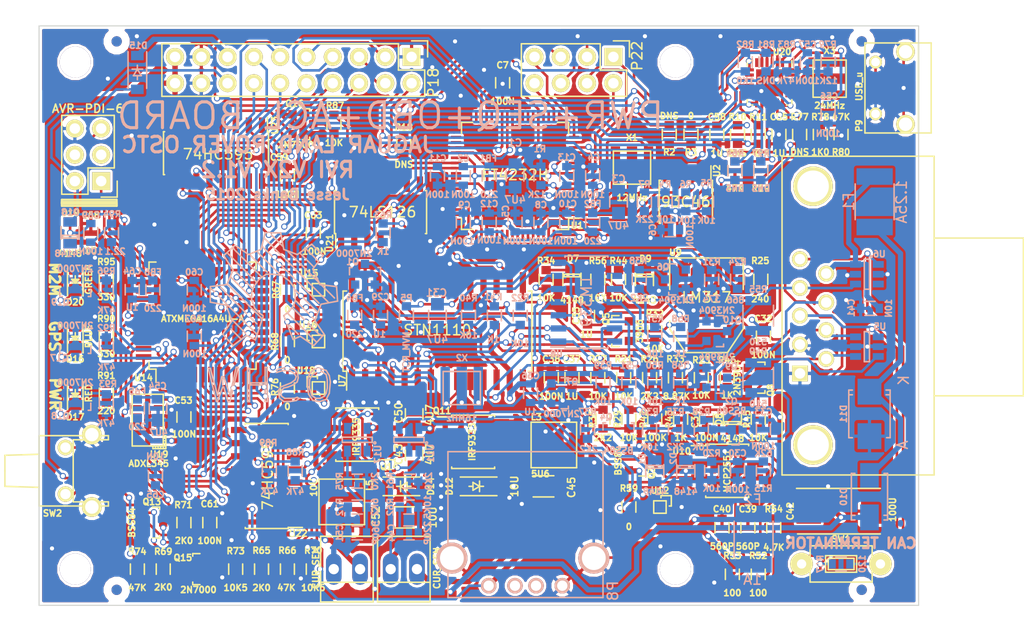
<source format=kicad_pcb>
(kicad_pcb (version 4) (host pcbnew 4.0.0-rc1-stable)
  (layers (0 F.Cu signal) (31 B.Cu signal) (34 B.Paste user) (35 F.Paste user) (36 B.SilkS user) (37 F.SilkS user hide) (38 B.Mask user) (39 F.Mask user) (44 Edge.Cuts user))
  (net 0 "")
  (net 1 FT3V3PLL)
  (net 2 GND)
  (net 3 FT3V3PHY)
  (net 4 3V3_B)
  (net 5 FT1V8)
  (net 6 "Net-(C29-Pad1)")
  (net 7 BAT_SAMPLE)
  (net 8 "Net-(C31-Pad1)")
  (net 9 CAN_12V_SW)
  (net 10 CAN_5V_SW)
  (net 11 3V3_C)
  (net 12 CAN_3.3V_SW)
  (net 13 "Net-(C39-Pad1)")
  (net 14 "Net-(C40-Pad1)")
  (net 15 12V0_A)
  (net 16 12V0_B)
  (net 17 "Net-(C44-Pad1)")
  (net 18 "Net-(C44-Pad2)")
  (net 19 "Net-(C51-Pad1)")
  (net 20 "Net-(C51-Pad2)")
  (net 21 3V3_D)
  (net 22 "Net-(C54-Pad1)")
  (net 23 "Net-(C56-Pad1)")
  (net 24 "Net-(C58-Pad1)")
  (net 25 3V3_A)
  (net 26 PDI)
  (net 27 SEQ_RESET)
  (net 28 J1850+)
  (net 29 "Net-(D7-Pad2)")
  (net 30 "Net-(D8-Pad1)")
  (net 31 "Net-(D9-Pad2)")
  (net 32 "Net-(D10-Pad2)")
  (net 33 "Net-(D12-Pad1)")
  (net 34 "Net-(D14-Pad1)")
  (net 35 4V1_A)
  (net 36 "Net-(D16-Pad2)")
  (net 37 "Net-(D16-Pad1)")
  (net 38 "Net-(D17-Pad2)")
  (net 39 "Net-(D17-Pad1)")
  (net 40 5V0_B)
  (net 41 5V0_B_OUT)
  (net 42 ACL_INT2)
  (net 43 HUB_STATUS)
  (net 44 HUB_SUSP)
  (net 45 HOST_SC)
  (net 46 CAN_RXD_FTDI)
  (net 47 SR_CLEAR)
  (net 48 SR_LATCH)
  (net 49 CAN_TXD)
  (net 50 SEQ_SS)
  (net 51 SEQ_MOSI)
  (net 52 SEQ_MISO)
  (net 53 SEQ_SCK)
  (net 54 SIM_TXD)
  (net 55 SIM_RXD)
  (net 56 SEQ_RXD_DM)
  (net 57 SEQ_TXD_DP)
  (net 58 HUB_SDA)
  (net 59 HUB_SCL)
  (net 60 ACCEL_RXD)
  (net 61 ACCEL_TXD)
  (net 62 SIM_NET)
  (net 63 SIM_PWR)
  (net 64 SIMCARD)
  (net 65 ACL_INT1)
  (net 66 CAN_H)
  (net 67 K-LINE)
  (net 68 CAN_L)
  (net 69 L-LINE)
  (net 70 J1850-)
  (net 71 HUB_DM)
  (net 72 HUB_DP)
  (net 73 5V0_A)
  (net 74 FTDI_DM)
  (net 75 FTDI_DP)
  (net 76 USB_INT_DM)
  (net 77 USB_INT_DP)
  (net 78 SEQ_RXD)
  (net 79 SEQ_TXD)
  (net 80 PWM/~VPW)
  (net 81 "Net-(Q1-Pad3)")
  (net 82 "Net-(Q2-Pad1)")
  (net 83 "Net-(Q3-Pad1)")
  (net 84 "Net-(Q4-Pad1)")
  (net 85 "Net-(Q5-Pad1)")
  (net 86 "Net-(Q5-Pad2)")
  (net 87 "Net-(Q6-Pad1)")
  (net 88 "Net-(Q6-Pad3)")
  (net 89 CAN_POWERDOWN)
  (net 90 "Net-(Q7-Pad3)")
  (net 91 "Net-(Q8-Pad1)")
  (net 92 "Net-(Q9-Pad1)")
  (net 93 "Net-(Q10-Pad1)")
  (net 94 "Net-(Q11-Pad1)")
  (net 95 "Net-(Q13-Pad1)")
  (net 96 "Net-(Q13-Pad3)")
  (net 97 "Net-(Q14-Pad1)")
  (net 98 "Net-(Q15-Pad2)")
  (net 99 SIM_PWR_ON)
  (net 100 ~SIM_PWR_ON)
  (net 101 "Net-(R1-Pad1)")
  (net 102 ~FTDI_RESET)
  (net 103 HUB_PWR_PRT1)
  (net 104 "Net-(R4-Pad1)")
  (net 105 EECS)
  (net 106 EECLK)
  (net 107 EEDATA)
  (net 108 SIM_VBUS)
  (net 109 HUB_PWR_PRT2)
  (net 110 PWM_RX)
  (net 111 "Net-(R22-Pad1)")
  (net 112 J1850_BUS_+_TX)
  (net 113 "Net-(R23-Pad1)")
  (net 114 J1850_BUS_-_TX)
  (net 115 "Net-(R24-Pad1)")
  (net 116 "Net-(R26-Pad2)")
  (net 117 ~VPW_RX)
  (net 118 "Net-(R34-Pad1)")
  (net 119 CAN_TX)
  (net 120 "Net-(R47-Pad2)")
  (net 121 ISO_L_TX)
  (net 122 "Net-(R50-Pad2)")
  (net 123 ISO_RX)
  (net 124 "Net-(R54-Pad1)")
  (net 125 "Net-(R57-Pad1)")
  (net 126 ISO_K_TX)
  (net 127 5V0_B_EN)
  (net 128 "Net-(R59-Pad2)")
  (net 129 3V3_EN)
  (net 130 "Net-(R65-Pad2)")
  (net 131 3V3_B_EN)
  (net 132 "Net-(R67-Pad2)")
  (net 133 3V3_C_EN)
  (net 134 "Net-(R68-Pad2)")
  (net 135 "Net-(R74-Pad2)")
  (net 136 3V3_D_EN)
  (net 137 "Net-(R76-Pad2)")
  (net 138 HUB_SUSP_IND)
  (net 139 "Net-(R79-Pad2)")
  (net 140 FT_CLK)
  (net 141 FT_CLKN)
  (net 142 SIM_DM)
  (net 143 SIM_DP)
  (net 144 SIM_RF_OFF)
  (net 145 ~CAN_RESET)
  (net 146 CAN_CLK)
  (net 147 CAN_CLKN)
  (net 148 ~CAN_SLEEP)
  (net 149 CAN_RX)
  (net 150 CAN_RXD)
  (net 151 5V0_EN)
  (net 152 4V1_EN)
  (net 153 ~HUB_RESET)
  (net 154 HUB_CLKN)
  (net 155 HUB_CLK)
  (net 156 "Net-(U22-Pad9)")
  (net 157 BUTTON)
  (net 158 3V3_E)
  (net 159 "Net-(C69-Pad1)")
  (net 160 "Net-(C69-Pad2)")
  (net 161 "Net-(D20-Pad2)")
  (net 162 "Net-(D20-Pad1)")
  (net 163 SIM_USB_DET)
  (net 164 "Net-(P5-Pad1)")
  (net 165 3V3_F)
  (net 166 SEQ_WAKE)
  (net 167 ~SIM_RESET)
  (net 168 SEQ_LED3)
  (net 169 SEQ_LED1)
  (net 170 SEQ_LED2)
  (net 171 "Net-(CON1-Pad3)")
  (net 172 "Net-(CON1-Pad4)")
  (net 173 CAN_RXD_SEQ)
  (net 174 "Net-(P6-Pad1)")
  (net 175 "Net-(P8-Pad3)")
  (net 176 "Net-(P8-Pad2)")
  (net 177 "Net-(P9-Pad4)")
  (net 178 "Net-(P10-Pad1)")
  (net 179 "Net-(P12-Pad1)")
  (net 180 "Net-(P15-Pad1)")
  (net 181 "Net-(U1-Pad18)")
  (net 182 "Net-(U1-Pad19)")
  (net 183 "Net-(U1-Pad21)")
  (net 184 "Net-(U1-Pad22)")
  (net 185 "Net-(U1-Pad23)")
  (net 186 "Net-(U1-Pad24)")
  (net 187 "Net-(U1-Pad28)")
  (net 188 "Net-(U1-Pad29)")
  (net 189 "Net-(U1-Pad30)")
  (net 190 "Net-(U1-Pad32)")
  (net 191 "Net-(U1-Pad33)")
  (net 192 "Net-(U1-Pad34)")
  (net 193 "Net-(U1-Pad40)")
  (net 194 "Net-(U1-Pad41)")
  (net 195 "Net-(U1-Pad43)")
  (net 196 "Net-(U1-Pad44)")
  (net 197 "Net-(U1-Pad45)")
  (net 198 "Net-(U1-Pad46)")
  (net 199 "Net-(U1-Pad48)")
  (net 200 "Net-(U1-Pad52)")
  (net 201 "Net-(U1-Pad53)")
  (net 202 "Net-(U1-Pad54)")
  (net 203 "Net-(U1-Pad55)")
  (net 204 "Net-(U1-Pad57)")
  (net 205 "Net-(U1-Pad58)")
  (net 206 "Net-(U1-Pad59)")
  (net 207 "Net-(U6-Pad3)")
  (net 208 "Net-(U7-Pad22)")
  (net 209 "Net-(U7-Pad23)")
  (net 210 "Net-(U7-Pad24)")
  (net 211 "Net-(U8-Pad8)")
  (net 212 "Net-(U8-Pad9)")
  (net 213 "Net-(U8-Pad14)")
  (net 214 "Net-(U10-Pad5)")
  (net 215 "Net-(U20-Pad6)")
  (net 216 "Net-(U20-Pad8)")
  (net 217 "Net-(U20-Pad12)")
  (net 218 "Net-(U23-Pad9)")
  (net 219 5V0_HOST)
  (net 220 SIM_WAKE)
  (net 221 "Net-(R2-Pad1)")
  (net 222 HUB_ENABLE)
  (net 223 "Net-(R63-Pad1)")
  (net 224 SEQ_CHGPUMP)
  (net 225 CAN_BUF_SEQ)
  (net 226 CAN_BUF_FTDI)
  (net 227 "Net-(U14-Pad36)")
  (net 228 "Net-(U14-Pad37)")
  (module Housings_SOT-23_SOT-143_TSOT-6:SOT-23-5 (layer B.Cu) (at 71 163 90)
    (fp_text reference U11 (at -1.3 2.1 90) (layer B.SilkS) (effects (font (size 0.6 0.6)) (justify mirror)))
    (fp_text value XRP6124 hide)
    (pad 1 smd rect (at -1.1 0.95 90) (size 1.06 0.65) (layers B.Cu B.Paste B.Mask) (net 151 5V0_EN))
    (pad 2 smd rect (at -1.1 0 90) (size 1.06 0.65) (layers B.Cu B.Paste B.Mask) (net 2 GND))
    (pad 3 smd rect (at -1.1 -0.95 90) (size 1.06 0.65) (layers B.Cu B.Paste B.Mask) (net 18 "Net-(C44-Pad2)"))
    (pad 4 smd rect (at 1.1 -0.95 90) (size 1.06 0.65) (layers B.Cu B.Paste B.Mask) (net 94 "Net-(Q11-Pad1)"))
    (pad 5 smd rect (at 1.1 0.95 90) (size 1.06 0.65) (layers B.Cu B.Paste B.Mask) (net 16 12V0_B))
  )
  (module Housings_SOIC:SOIC-14_3.9x8.7mm_Pitch1.27mm (layer B.Cu) (at 88.15 149.7)
    (fp_text reference U8 (at -2.9 5) (layer B.SilkS) (effects (font (size 0.6 0.6)) (justify mirror)))
    (fp_text value LM339 (at 0 0 90) (layer B.SilkS) (effects (justify mirror)))
    (pad 1 smd rect (at -2.7 3.81) (size 1.5 0.6) (layers B.Cu B.Paste B.Mask) (net 117 ~VPW_RX))
    (pad 2 smd rect (at -2.7 2.54) (size 1.5 0.6) (layers B.Cu B.Paste B.Mask) (net 110 PWM_RX))
    (pad 3 smd rect (at -2.7 1.27) (size 1.5 0.6) (layers B.Cu B.Paste B.Mask) (net 10 CAN_5V_SW))
    (pad 4 smd rect (at -2.7 0) (size 1.5 0.6) (layers B.Cu B.Paste B.Mask) (net 113 "Net-(R23-Pad1)"))
    (pad 5 smd rect (at -2.7 -1.27) (size 1.5 0.6) (layers B.Cu B.Paste B.Mask) (net 111 "Net-(R22-Pad1)"))
    (pad 6 smd rect (at -2.7 -2.54) (size 1.5 0.6) (layers B.Cu B.Paste B.Mask) (net 118 "Net-(R34-Pad1)"))
    (pad 7 smd rect (at -2.7 -3.81) (size 1.5 0.6) (layers B.Cu B.Paste B.Mask) (net 116 "Net-(R26-Pad2)"))
    (pad 8 smd rect (at 2.7 -3.81) (size 1.5 0.6) (layers B.Cu B.Paste B.Mask) (net 211 "Net-(U8-Pad8)"))
    (pad 9 smd rect (at 2.7 -2.54) (size 1.5 0.6) (layers B.Cu B.Paste B.Mask) (net 212 "Net-(U8-Pad9)"))
    (pad 10 smd rect (at 2.7 -1.27) (size 1.5 0.6) (layers B.Cu B.Paste B.Mask) (net 125 "Net-(R57-Pad1)"))
    (pad 11 smd rect (at 2.7 0) (size 1.5 0.6) (layers B.Cu B.Paste B.Mask) (net 122 "Net-(R50-Pad2)"))
    (pad 12 smd rect (at 2.7 1.27) (size 1.5 0.6) (layers B.Cu B.Paste B.Mask) (net 2 GND))
    (pad 13 smd rect (at 2.7 2.54) (size 1.5 0.6) (layers B.Cu B.Paste B.Mask) (net 123 ISO_RX))
    (pad 14 smd rect (at 2.7 3.81) (size 1.5 0.6) (layers B.Cu B.Paste B.Mask) (net 213 "Net-(U8-Pad14)"))
  )
  (module Capacitors_Tantalum_SMD:TantalC_SizeD_EIA-7343_Reflow (layer F.Cu) (at 112.75 169.9)
    (fp_text reference C42 (at -4.9 0 90) (layer F.SilkS) (effects (font (size 0.6 0.6))))
    (fp_text value 100U (at 5 -0.15 90) (layer F.SilkS) (effects (font (size 0.6 0.6))))
    (pad 2 smd rect (at 3.12 0) (size 2.37 2.43) (layers F.Cu F.Paste F.Mask) (net 2 GND))
    (pad 1 smd rect (at -3.12 0) (size 2.37 2.43) (layers F.Cu F.Paste F.Mask) (net 16 12V0_B))
  )
  (module Pin_Headers:Pin_Header_Straight_2x03 (layer F.Cu) (at 41.25 138 180)
    (fp_text reference CON1 hide)
    (fp_text value AVR-PDI-6 (at 1.3 7 360) (layer F.SilkS) (effects (font (size 0.8 0.8))))
    (pad 1 thru_hole rect (at 0 0 180) (size 1.7272 1.7272) (drill 1.016) (layers *.Cu *.Mask F.SilkS) (net 26 PDI))
    (pad 2 thru_hole oval (at 2.54 0 180) (size 1.7272 1.7272) (drill 1.016) (layers *.Cu *.Mask F.SilkS) (net 25 3V3_A))
    (pad 3 thru_hole oval (at 0 2.54 180) (size 1.7272 1.7272) (drill 1.016) (layers *.Cu *.Mask F.SilkS) (net 171 "Net-(CON1-Pad3)"))
    (pad 4 thru_hole oval (at 2.54 2.54 180) (size 1.7272 1.7272) (drill 1.016) (layers *.Cu *.Mask F.SilkS) (net 172 "Net-(CON1-Pad4)"))
    (pad 5 thru_hole oval (at 0 5.08 180) (size 1.7272 1.7272) (drill 1.016) (layers *.Cu *.Mask F.SilkS) (net 27 SEQ_RESET))
    (pad 6 thru_hole oval (at 2.54 5.08 180) (size 1.7272 1.7272) (drill 1.016) (layers *.Cu *.Mask F.SilkS) (net 2 GND))
  )
  (module Diodes_SMD:SOD-123 (layer F.Cu) (at 77.5 167.5 180)
    (fp_text reference D12 (at 2.6 0 270) (layer F.SilkS) (effects (font (size 0.6 0.6))))
    (fp_text value SBR3U30P1-7 hide)
    (pad 1 smd rect (at -1.635 0 180) (size 0.91 1.22) (layers F.Cu F.Paste F.Mask) (net 33 "Net-(D12-Pad1)"))
    (pad 2 smd rect (at 1.635 0 180) (size 0.91 1.22) (layers F.Cu F.Paste F.Mask) (net 2 GND))
  )
  (module Diodes_SMD:SOD-123 (layer F.Cu) (at 70.5 167.5)
    (fp_text reference D14 (at 2.6 0 90) (layer F.SilkS) (effects (font (size 0.6 0.6))))
    (fp_text value SBR3U30P1-7 hide)
    (pad 1 smd rect (at -1.635 0) (size 0.91 1.22) (layers F.Cu F.Paste F.Mask) (net 34 "Net-(D14-Pad1)"))
    (pad 2 smd rect (at 1.635 0) (size 0.91 1.22) (layers F.Cu F.Paste F.Mask) (net 2 GND))
  )
  (module Diodes_SMD:SOD-123 (layer B.Cu) (at 44.75 127.5 270)
    (fp_text reference D15 (at -2.6 -0.1 360) (layer B.SilkS) (effects (font (size 0.6 0.6)) (justify mirror)))
    (fp_text value MMSZ4678T1G hide)
    (pad 1 smd rect (at -1.635 0 270) (size 0.91 1.22) (layers B.Cu B.Paste B.Mask) (net 35 4V1_A))
    (pad 2 smd rect (at 1.635 0 270) (size 0.91 1.22) (layers B.Cu B.Paste B.Mask) (net 25 3V3_A))
  )
  (module Resistors_SMD:R_1812 (layer B.Cu) (at 116 140 270)
    (fp_text reference F1 (at 0 2.5 270) (layer B.SilkS) (effects (justify mirror)))
    (fp_text value 1.25A (at 0 -2.6 270) (layer B.SilkS) (effects (justify mirror)))
    (pad 1 smd rect (at -2.4384 0 270) (size 1.6 3.5) (layers B.Cu B.Paste B.Mask) (net 15 12V0_A))
    (pad 2 smd rect (at 2.4384 0 270) (size 1.6 3.5) (layers B.Cu B.Paste B.Mask) (net 32 "Net-(D10-Pad2)"))
  )
  (module Resistors_SMD:R_1812 (layer B.Cu) (at 104.3 172.6 270)
    (fp_text reference F2 (at -3.8 0.1 360) (layer B.SilkS) (effects (justify mirror)))
    (fp_text value 1A (at 3.9 0.1 360) (layer B.SilkS) (effects (justify mirror)))
    (pad 1 smd rect (at -2.4384 0 270) (size 1.6 3.5) (layers B.Cu B.Paste B.Mask) (net 40 5V0_B))
    (pad 2 smd rect (at 2.4384 0 270) (size 1.6 3.5) (layers B.Cu B.Paste B.Mask) (net 41 5V0_B_OUT))
  )
  (module Housings_QFP:TQFP-44_10x10mm_Pitch0.8mm (layer F.Cu) (at 51.05 151 90)
    (fp_text reference U14 (at -6 -5.7 180) (layer F.SilkS) (effects (font (size 0.6 0.6))))
    (fp_text value ATXMEGA16A4U-A (at -0.3 0 180) (layer F.SilkS) (effects (font (size 0.6 0.6))))
    (pad 1 smd rect (at -5.7 -4 90) (size 1.5 0.55) (layers F.Cu F.Paste F.Mask) (net 44 HUB_SUSP))
    (pad 2 smd rect (at -5.7 -3.2 90) (size 1.5 0.55) (layers F.Cu F.Paste F.Mask) (net 169 SEQ_LED1))
    (pad 3 smd rect (at -5.7 -2.4 90) (size 1.5 0.55) (layers F.Cu F.Paste F.Mask) (net 170 SEQ_LED2))
    (pad 4 smd rect (at -5.7 -1.6 90) (size 1.5 0.55) (layers F.Cu F.Paste F.Mask) (net 168 SEQ_LED3))
    (pad 5 smd rect (at -5.7 -0.8 90) (size 1.5 0.55) (layers F.Cu F.Paste F.Mask) (net 45 HOST_SC))
    (pad 6 smd rect (at -5.7 0 90) (size 1.5 0.55) (layers F.Cu F.Paste F.Mask) (net 225 CAN_BUF_SEQ))
    (pad 7 smd rect (at -5.7 0.8 90) (size 1.5 0.55) (layers F.Cu F.Paste F.Mask) (net 226 CAN_BUF_FTDI))
    (pad 8 smd rect (at -5.7 1.6 90) (size 1.5 0.55) (layers F.Cu F.Paste F.Mask) (net 2 GND))
    (pad 9 smd rect (at -5.7 2.4 90) (size 1.5 0.55) (layers F.Cu F.Paste F.Mask) (net 25 3V3_A))
    (pad 10 smd rect (at -5.7 3.2 90) (size 1.5 0.55) (layers F.Cu F.Paste F.Mask) (net 47 SR_CLEAR))
    (pad 11 smd rect (at -5.7 4 90) (size 1.5 0.55) (layers F.Cu F.Paste F.Mask) (net 48 SR_LATCH))
    (pad 12 smd rect (at -4 5.7 180) (size 1.5 0.55) (layers F.Cu F.Paste F.Mask) (net 49 CAN_TXD))
    (pad 13 smd rect (at -3.2 5.7 180) (size 1.5 0.55) (layers F.Cu F.Paste F.Mask) (net 173 CAN_RXD_SEQ))
    (pad 14 smd rect (at -2.4 5.7 180) (size 1.5 0.55) (layers F.Cu F.Paste F.Mask) (net 50 SEQ_SS))
    (pad 15 smd rect (at -1.6 5.7 180) (size 1.5 0.55) (layers F.Cu F.Paste F.Mask) (net 51 SEQ_MOSI))
    (pad 16 smd rect (at -0.8 5.7 180) (size 1.5 0.55) (layers F.Cu F.Paste F.Mask) (net 52 SEQ_MISO))
    (pad 17 smd rect (at 0 5.7 180) (size 1.5 0.55) (layers F.Cu F.Paste F.Mask) (net 53 SEQ_SCK))
    (pad 18 smd rect (at 0.8 5.7 180) (size 1.5 0.55) (layers F.Cu F.Paste F.Mask) (net 2 GND))
    (pad 19 smd rect (at 1.6 5.7 180) (size 1.5 0.55) (layers F.Cu F.Paste F.Mask) (net 25 3V3_A))
    (pad 20 smd rect (at 2.4 5.7 180) (size 1.5 0.55) (layers F.Cu F.Paste F.Mask) (net 166 SEQ_WAKE))
    (pad 21 smd rect (at 3.2 5.7 180) (size 1.5 0.55) (layers F.Cu F.Paste F.Mask) (net 62 SIM_NET))
    (pad 22 smd rect (at 4 5.7 180) (size 1.5 0.55) (layers F.Cu F.Paste F.Mask) (net 54 SIM_TXD))
    (pad 23 smd rect (at 5.7 4 90) (size 1.5 0.55) (layers F.Cu F.Paste F.Mask) (net 55 SIM_RXD))
    (pad 24 smd rect (at 5.7 3.2 90) (size 1.5 0.55) (layers F.Cu F.Paste F.Mask) (net 63 SIM_PWR))
    (pad 25 smd rect (at 5.7 2.4 90) (size 1.5 0.55) (layers F.Cu F.Paste F.Mask) (net 64 SIMCARD))
    (pad 26 smd rect (at 5.7 1.6 90) (size 1.5 0.55) (layers F.Cu F.Paste F.Mask) (net 56 SEQ_RXD_DM))
    (pad 27 smd rect (at 5.7 0.8 90) (size 1.5 0.55) (layers F.Cu F.Paste F.Mask) (net 57 SEQ_TXD_DP))
    (pad 28 smd rect (at 5.7 0 90) (size 1.5 0.55) (layers F.Cu F.Paste F.Mask) (net 58 HUB_SDA))
    (pad 29 smd rect (at 5.7 -0.8 90) (size 1.5 0.55) (layers F.Cu F.Paste F.Mask) (net 59 HUB_SCL))
    (pad 30 smd rect (at 5.7 -1.6 90) (size 1.5 0.55) (layers F.Cu F.Paste F.Mask) (net 2 GND))
    (pad 31 smd rect (at 5.7 -2.4 90) (size 1.5 0.55) (layers F.Cu F.Paste F.Mask) (net 25 3V3_A))
    (pad 32 smd rect (at 5.7 -3.2 90) (size 1.5 0.55) (layers F.Cu F.Paste F.Mask) (net 60 ACCEL_RXD))
    (pad 33 smd rect (at 5.7 -4 90) (size 1.5 0.55) (layers F.Cu F.Paste F.Mask) (net 61 ACCEL_TXD))
    (pad 34 smd rect (at 4 -5.7 180) (size 1.5 0.55) (layers F.Cu F.Paste F.Mask) (net 26 PDI))
    (pad 35 smd rect (at 3.2 -5.7 180) (size 1.5 0.55) (layers F.Cu F.Paste F.Mask) (net 27 SEQ_RESET))
    (pad 36 smd rect (at 2.4 -5.7 180) (size 1.5 0.55) (layers F.Cu F.Paste F.Mask) (net 227 "Net-(U14-Pad36)"))
    (pad 37 smd rect (at 1.6 -5.7 180) (size 1.5 0.55) (layers F.Cu F.Paste F.Mask) (net 228 "Net-(U14-Pad37)"))
    (pad 38 smd rect (at 0.8 -5.7 180) (size 1.5 0.55) (layers F.Cu F.Paste F.Mask) (net 2 GND))
    (pad 39 smd rect (at 0 -5.7 180) (size 1.5 0.55) (layers F.Cu F.Paste F.Mask) (net 165 3V3_F))
    (pad 40 smd rect (at -0.8 -5.7 180) (size 1.5 0.55) (layers F.Cu F.Paste F.Mask) (net 157 BUTTON))
    (pad 41 smd rect (at -1.6 -5.7 180) (size 1.5 0.55) (layers F.Cu F.Paste F.Mask) (net 224 SEQ_CHGPUMP))
    (pad 42 smd rect (at -2.4 -5.7 180) (size 1.5 0.55) (layers F.Cu F.Paste F.Mask) (net 42 ACL_INT2))
    (pad 43 smd rect (at -3.2 -5.7 180) (size 1.5 0.55) (layers F.Cu F.Paste F.Mask) (net 65 ACL_INT1))
    (pad 44 smd rect (at -4 -5.7 180) (size 1.5 0.55) (layers F.Cu F.Paste F.Mask) (net 43 HUB_STATUS))
  )
  (module "Custom Parts:D09P13B4PA00LF" (layer F.Cu) (at 121.75 151 270)
    (fp_text reference J1 hide)
    (fp_text value DB9 hide)
    (pad "" thru_hole circle (at 12.5 11.7 270) (size 3.81 3.81) (drill 3.048) (layers *.Cu *.Mask F.SilkS))
    (pad "" thru_hole circle (at -12.5 11.7 270) (size 3.81 3.81) (drill 3.048) (layers *.Cu *.Mask F.SilkS))
    (pad 1 thru_hole rect (at 5.588 12.97 270) (size 1.524 1.524) (drill 1.016) (layers *.Cu *.Mask F.SilkS) (net 2 GND))
    (pad 2 thru_hole circle (at 2.794 12.97 270) (size 1.524 1.524) (drill 1.016) (layers *.Cu *.Mask F.SilkS) (net 2 GND))
    (pad 3 thru_hole circle (at 0 12.97 270) (size 1.524 1.524) (drill 1.016) (layers *.Cu *.Mask F.SilkS) (net 66 CAN_H))
    (pad 4 thru_hole circle (at -2.667 12.97 270) (size 1.524 1.524) (drill 1.016) (layers *.Cu *.Mask F.SilkS) (net 67 K-LINE))
    (pad 5 thru_hole circle (at -5.461 12.97 270) (size 1.524 1.524) (drill 1.016) (layers *.Cu *.Mask F.SilkS) (net 68 CAN_L))
    (pad 9 thru_hole circle (at -4.064 10.43 270) (size 1.524 1.524) (drill 1.016) (layers *.Cu *.Mask F.SilkS) (net 15 12V0_A))
    (pad 8 thru_hole circle (at -1.27 10.43 270) (size 1.524 1.524) (drill 1.016) (layers *.Cu *.Mask F.SilkS) (net 69 L-LINE))
    (pad 7 thru_hole circle (at 1.397 10.43 270) (size 1.524 1.524) (drill 1.016) (layers *.Cu *.Mask F.SilkS) (net 28 J1850+))
    (pad 6 thru_hole circle (at 4.191 10.43 270) (size 1.524 1.524) (drill 1.016) (layers *.Cu *.Mask F.SilkS) (net 70 J1850-))
  )
  (module "Custom Parts:4.5x4.5mm_Ind" (layer F.Cu) (at 85 163.5)
    (fp_text reference L3 (at -1.7 -2.7) (layer F.SilkS) (effects (font (size 0.6 0.6))))
    (fp_text value 5U6 (at -1.3 2.8) (layer F.SilkS) (effects (font (size 0.6 0.6))))
    (pad 1 smd rect (at -2.2 0) (size 1.5 2.4) (layers F.Cu F.Paste F.Mask) (net 33 "Net-(D12-Pad1)"))
    (pad 2 smd rect (at 2.2 0) (size 1.5 2.4) (layers F.Cu F.Paste F.Mask) (net 17 "Net-(C44-Pad1)"))
  )
  (module "Custom Parts:4.5x4.5mm_Ind" (layer F.Cu) (at 64.5 169 270)
    (fp_text reference L5 (at -1.6 -2.7 270) (layer F.SilkS) (effects (font (size 0.6 0.6))))
    (fp_text value 10U (at -1.4 2.7 270) (layer F.SilkS) (effects (font (size 0.6 0.6))))
    (pad 1 smd rect (at -2.2 0 270) (size 1.5 2.4) (layers F.Cu F.Paste F.Mask) (net 34 "Net-(D14-Pad1)"))
    (pad 2 smd rect (at 2.2 0 270) (size 1.5 2.4) (layers F.Cu F.Paste F.Mask) (net 19 "Net-(C51-Pad1)"))
  )
  (module Fiducials:Fiducial_1mm_Dia_2.54mm_Outer_CopperTop (layer F.Cu) (at 42.75 124.5)
    (fp_text reference P7 hide)
    (fp_text value Ficudial1 hide)
    (pad ~ smd circle (at 0 0) (size 1 1) (layers F.Cu F.Mask) (clearance 0.77))
  )
  (module "Custom Parts:USB_Micro-B-DX4R005JJ2R1800" (layer F.Cu) (at 120.25 129 90)
    (fp_text reference P9 (at -3.65 -5.75 90) (layer F.SilkS) (effects (font (size 0.6 0.6))))
    (fp_text value USB_u (at 0.15 -5.75 90) (layer F.SilkS) (effects (font (size 0.6 0.6))))
    (pad 6 thru_hole circle (at -3.5009 -1.26254 180) (size 1.8 1.8) (drill 1.3) (layers *.Cu *.Mask F.SilkS) (net 2 GND))
    (pad 1 smd rect (at -1.3009 -4.16254 180) (size 1.35 0.4) (layers F.Cu F.Paste F.Mask) (net 219 5V0_HOST))
    (pad 2 smd rect (at -0.6509 -4.16254 180) (size 1.35 0.4) (layers F.Cu F.Paste F.Mask) (net 71 HUB_DM))
    (pad 3 smd rect (at -0.0009 -4.16254 180) (size 1.35 0.4) (layers F.Cu F.Paste F.Mask) (net 72 HUB_DP))
    (pad 4 smd rect (at 0.6491 -4.16254 180) (size 1.35 0.4) (layers F.Cu F.Paste F.Mask) (net 177 "Net-(P9-Pad4)"))
    (pad 5 smd rect (at 1.2991 -4.16254 180) (size 1.35 0.4) (layers F.Cu F.Paste F.Mask) (net 2 GND))
    (pad 6 thru_hole circle (at -2.5009 -4.16254 180) (size 1.25 1.25) (drill 0.85) (layers *.Cu *.Mask F.SilkS) (net 2 GND))
    (pad 6 thru_hole circle (at 2.4991 -4.16254 180) (size 1.25 1.25) (drill 0.85) (layers *.Cu *.Mask F.SilkS) (net 2 GND))
    (pad 6 thru_hole circle (at 3.4991 -1.26254 180) (size 1.8 1.8) (drill 1.3) (layers *.Cu *.Mask F.SilkS) (net 2 GND))
    (pad 6 smd rect (at -1.65 -1.45 90) (size 1.1 2.1) (layers F.Cu F.Paste F.Mask) (net 2 GND))
    (pad 6 smd rect (at 1.65 -1.45 90) (size 1.1 2.1) (layers F.Cu F.Paste F.Mask) (net 2 GND))
  )
  (module Fiducials:Fiducial_1mm_Dia_2.54mm_Outer_CopperTop (layer B.Cu) (at 114.75 124.5)
    (fp_text reference P11 hide)
    (fp_text value Ficudial2 hide)
    (pad ~ smd circle (at 0 0) (size 1 1) (layers B.Cu B.Mask) (clearance 0.77))
  )
  (module Fiducials:Fiducial_1mm_Dia_2.54mm_Outer_CopperTop (layer F.Cu) (at 114.75 124.5)
    (fp_text reference P13 hide)
    (fp_text value Ficudial3 hide)
    (pad ~ smd circle (at 0 0) (size 1 1) (layers F.Cu F.Mask) (clearance 0.77))
  )
  (module Fiducials:Fiducial_1mm_Dia_2.54mm_Outer_CopperTop (layer F.Cu) (at 42.75 177.5)
    (fp_text reference P16 hide)
    (fp_text value Ficudial4 hide)
    (pad ~ smd circle (at 0 0) (size 1 1) (layers F.Cu F.Mask) (clearance 0.77))
  )
  (module Connect:PINHEAD1-2 (layer F.Cu) (at 70.5 175.5 180)
    (fp_text reference P17 hide)
    (fp_text value CUR_SEN (at -3.2 0.1 270) (layer F.SilkS) (effects (font (size 0.6 0.6))))
    (pad 1 thru_hole oval (at -1.27 0 180) (size 1.50622 3.01498) (drill 0.99822) (layers *.Cu *.Mask) (net 73 5V0_A))
    (pad 2 thru_hole oval (at 1.27 0 180) (size 1.50622 3.01498) (drill 0.99822) (layers *.Cu *.Mask) (net 17 "Net-(C44-Pad1)"))
  )
  (module Connect:PINHEAD1-2 (layer F.Cu) (at 65 175.5 180)
    (fp_text reference P19 hide)
    (fp_text value CUR_SEN (at 3 0.1 270) (layer F.SilkS) (effects (font (size 0.6 0.6))))
    (pad 1 thru_hole oval (at -1.27 0 180) (size 1.50622 3.01498) (drill 0.99822) (layers *.Cu *.Mask) (net 25 3V3_A))
    (pad 2 thru_hole oval (at 1.27 0 180) (size 1.50622 3.01498) (drill 0.99822) (layers *.Cu *.Mask) (net 19 "Net-(C51-Pad1)"))
  )
  (module Fiducials:Fiducial_1mm_Dia_2.54mm_Outer_CopperTop (layer B.Cu) (at 114.75 177.5)
    (fp_text reference P20 hide)
    (fp_text value "Jumper 1" hide)
    (pad ~ smd circle (at 0 0) (size 1 1) (layers B.Cu B.Mask) (clearance 0.77))
  )
  (module Fiducials:Fiducial_1mm_Dia_2.54mm_Outer_CopperTop (layer F.Cu) (at 114.75 177.5)
    (fp_text reference P21 hide)
    (fp_text value "Jumper 2" hide)
    (pad ~ smd circle (at 0 0) (size 1 1) (layers F.Cu F.Mask) (clearance 0.77))
  )
  (module Pin_Headers:Pin_Header_Straight_2x04 (layer F.Cu) (at 90.75 126 270)
    (fp_text reference P22 (at -0.1 -2.3 270) (layer F.SilkS))
    (fp_text value CONN_02X04 hide)
    (pad 1 thru_hole rect (at 0 0 270) (size 1.7272 1.7272) (drill 1.016) (layers *.Cu *.Mask F.SilkS) (net 74 FTDI_DM))
    (pad 2 thru_hole oval (at 2.54 0 270) (size 1.7272 1.7272) (drill 1.016) (layers *.Cu *.Mask F.SilkS) (net 75 FTDI_DP))
    (pad 3 thru_hole oval (at 0 2.54 270) (size 1.7272 1.7272) (drill 1.016) (layers *.Cu *.Mask F.SilkS) (net 76 USB_INT_DM))
    (pad 4 thru_hole oval (at 2.54 2.54 270) (size 1.7272 1.7272) (drill 1.016) (layers *.Cu *.Mask F.SilkS) (net 77 USB_INT_DP))
    (pad 5 thru_hole oval (at 0 5.08 270) (size 1.7272 1.7272) (drill 1.016) (layers *.Cu *.Mask F.SilkS) (net 56 SEQ_RXD_DM))
    (pad 6 thru_hole oval (at 2.54 5.08 270) (size 1.7272 1.7272) (drill 1.016) (layers *.Cu *.Mask F.SilkS) (net 57 SEQ_TXD_DP))
    (pad 7 thru_hole oval (at 0 7.62 270) (size 1.7272 1.7272) (drill 1.016) (layers *.Cu *.Mask F.SilkS) (net 78 SEQ_RXD))
    (pad 8 thru_hole oval (at 2.54 7.62 270) (size 1.7272 1.7272) (drill 1.016) (layers *.Cu *.Mask F.SilkS) (net 79 SEQ_TXD))
  )
  (module Fiducials:Fiducial_1mm_Dia_2.54mm_Outer_CopperTop (layer B.Cu) (at 42.75 124.5)
    (fp_text reference P23 hide)
    (fp_text value "Jumper 3" hide)
    (pad ~ smd circle (at 0 0) (size 1 1) (layers B.Cu B.Mask) (clearance 0.77))
  )
  (module Fiducials:Fiducial_1mm_Dia_2.54mm_Outer_CopperTop (layer B.Cu) (at 42.75 177.5)
    (fp_text reference P24 hide)
    (fp_text value "Jumper 4" hide)
    (pad ~ smd circle (at 0 0) (size 1 1) (layers B.Cu B.Mask) (clearance 0.77))
  )
  (module Housings_QFP:LQFP-64_10x10mm_Pitch0.5mm (layer F.Cu) (at 81.25 137.5 180)
    (fp_text reference U1 (at -6 -4.8 180) (layer F.SilkS) (effects (font (size 0.6 0.6))))
    (fp_text value FT4232H (at 0 0.1 180) (layer F.SilkS))
    (pad 1 smd rect (at -5.7 -3.75 180) (size 1 0.25) (layers F.Cu F.Paste F.Mask) (net 2 GND))
    (pad 2 smd rect (at -5.7 -3.25 180) (size 1 0.25) (layers F.Cu F.Paste F.Mask) (net 140 FT_CLK))
    (pad 3 smd rect (at -5.7 -2.75 180) (size 1 0.25) (layers F.Cu F.Paste F.Mask) (net 141 FT_CLKN))
    (pad 4 smd rect (at -5.7 -2.25 180) (size 1 0.25) (layers F.Cu F.Paste F.Mask) (net 3 FT3V3PHY))
    (pad 5 smd rect (at -5.7 -1.75 180) (size 1 0.25) (layers F.Cu F.Paste F.Mask) (net 2 GND))
    (pad 6 smd rect (at -5.7 -1.25 180) (size 1 0.25) (layers F.Cu F.Paste F.Mask) (net 101 "Net-(R1-Pad1)"))
    (pad 7 smd rect (at -5.7 -0.75 180) (size 1 0.25) (layers F.Cu F.Paste F.Mask) (net 74 FTDI_DM))
    (pad 8 smd rect (at -5.7 -0.25 180) (size 1 0.25) (layers F.Cu F.Paste F.Mask) (net 75 FTDI_DP))
    (pad 9 smd rect (at -5.7 0.25 180) (size 1 0.25) (layers F.Cu F.Paste F.Mask) (net 1 FT3V3PLL))
    (pad 10 smd rect (at -5.7 0.75 180) (size 1 0.25) (layers F.Cu F.Paste F.Mask) (net 2 GND))
    (pad 11 smd rect (at -5.7 1.25 180) (size 1 0.25) (layers F.Cu F.Paste F.Mask) (net 2 GND))
    (pad 12 smd rect (at -5.7 1.75 180) (size 1 0.25) (layers F.Cu F.Paste F.Mask) (net 5 FT1V8))
    (pad 13 smd rect (at -5.7 2.25 180) (size 1 0.25) (layers F.Cu F.Paste F.Mask) (net 2 GND))
    (pad 14 smd rect (at -5.7 2.75 180) (size 1 0.25) (layers F.Cu F.Paste F.Mask) (net 221 "Net-(R2-Pad1)"))
    (pad 15 smd rect (at -5.7 3.25 180) (size 1 0.25) (layers F.Cu F.Paste F.Mask) (net 2 GND))
    (pad 16 smd rect (at -5.7 3.75 180) (size 1 0.25) (layers F.Cu F.Paste F.Mask) (net 78 SEQ_RXD))
    (pad 17 smd rect (at -3.75 5.7 270) (size 1 0.25) (layers F.Cu F.Paste F.Mask) (net 79 SEQ_TXD))
    (pad 18 smd rect (at -3.25 5.7 270) (size 1 0.25) (layers F.Cu F.Paste F.Mask) (net 181 "Net-(U1-Pad18)"))
    (pad 19 smd rect (at -2.75 5.7 270) (size 1 0.25) (layers F.Cu F.Paste F.Mask) (net 182 "Net-(U1-Pad19)"))
    (pad 20 smd rect (at -2.25 5.7 270) (size 1 0.25) (layers F.Cu F.Paste F.Mask) (net 4 3V3_B))
    (pad 21 smd rect (at -1.75 5.7 270) (size 1 0.25) (layers F.Cu F.Paste F.Mask) (net 183 "Net-(U1-Pad21)"))
    (pad 22 smd rect (at -1.25 5.7 270) (size 1 0.25) (layers F.Cu F.Paste F.Mask) (net 184 "Net-(U1-Pad22)"))
    (pad 23 smd rect (at -0.75 5.7 270) (size 1 0.25) (layers F.Cu F.Paste F.Mask) (net 185 "Net-(U1-Pad23)"))
    (pad 24 smd rect (at -0.25 5.7 270) (size 1 0.25) (layers F.Cu F.Paste F.Mask) (net 186 "Net-(U1-Pad24)"))
    (pad 25 smd rect (at 0.25 5.7 270) (size 1 0.25) (layers F.Cu F.Paste F.Mask) (net 2 GND))
    (pad 26 smd rect (at 0.75 5.7 270) (size 1 0.25) (layers F.Cu F.Paste F.Mask) (net 46 CAN_RXD_FTDI))
    (pad 27 smd rect (at 1.25 5.7 270) (size 1 0.25) (layers F.Cu F.Paste F.Mask) (net 49 CAN_TXD))
    (pad 28 smd rect (at 1.75 5.7 270) (size 1 0.25) (layers F.Cu F.Paste F.Mask) (net 187 "Net-(U1-Pad28)"))
    (pad 29 smd rect (at 2.25 5.7 270) (size 1 0.25) (layers F.Cu F.Paste F.Mask) (net 188 "Net-(U1-Pad29)"))
    (pad 30 smd rect (at 2.75 5.7 270) (size 1 0.25) (layers F.Cu F.Paste F.Mask) (net 189 "Net-(U1-Pad30)"))
    (pad 31 smd rect (at 3.25 5.7 270) (size 1 0.25) (layers F.Cu F.Paste F.Mask) (net 4 3V3_B))
    (pad 32 smd rect (at 3.75 5.7 270) (size 1 0.25) (layers F.Cu F.Paste F.Mask) (net 190 "Net-(U1-Pad32)"))
    (pad 33 smd rect (at 5.7 3.75 180) (size 1 0.25) (layers F.Cu F.Paste F.Mask) (net 191 "Net-(U1-Pad33)"))
    (pad 34 smd rect (at 5.7 3.25 180) (size 1 0.25) (layers F.Cu F.Paste F.Mask) (net 192 "Net-(U1-Pad34)"))
    (pad 35 smd rect (at 5.7 2.75 180) (size 1 0.25) (layers F.Cu F.Paste F.Mask) (net 2 GND))
    (pad 36 smd rect (at 5.7 2.25 180) (size 1 0.25) (layers F.Cu F.Paste F.Mask) (net 4 3V3_B))
    (pad 37 smd rect (at 5.7 1.75 180) (size 1 0.25) (layers F.Cu F.Paste F.Mask) (net 5 FT1V8))
    (pad 38 smd rect (at 5.7 1.25 180) (size 1 0.25) (layers F.Cu F.Paste F.Mask) (net 60 ACCEL_RXD))
    (pad 39 smd rect (at 5.7 0.75 180) (size 1 0.25) (layers F.Cu F.Paste F.Mask) (net 61 ACCEL_TXD))
    (pad 40 smd rect (at 5.7 0.25 180) (size 1 0.25) (layers F.Cu F.Paste F.Mask) (net 193 "Net-(U1-Pad40)"))
    (pad 41 smd rect (at 5.7 -0.25 180) (size 1 0.25) (layers F.Cu F.Paste F.Mask) (net 194 "Net-(U1-Pad41)"))
    (pad 42 smd rect (at 5.7 -0.75 180) (size 1 0.25) (layers F.Cu F.Paste F.Mask) (net 4 3V3_B))
    (pad 43 smd rect (at 5.7 -1.25 180) (size 1 0.25) (layers F.Cu F.Paste F.Mask) (net 195 "Net-(U1-Pad43)"))
    (pad 44 smd rect (at 5.7 -1.75 180) (size 1 0.25) (layers F.Cu F.Paste F.Mask) (net 196 "Net-(U1-Pad44)"))
    (pad 45 smd rect (at 5.7 -2.25 180) (size 1 0.25) (layers F.Cu F.Paste F.Mask) (net 197 "Net-(U1-Pad45)"))
    (pad 46 smd rect (at 5.7 -2.75 180) (size 1 0.25) (layers F.Cu F.Paste F.Mask) (net 198 "Net-(U1-Pad46)"))
    (pad 47 smd rect (at 5.7 -3.25 180) (size 1 0.25) (layers F.Cu F.Paste F.Mask) (net 2 GND))
    (pad 48 smd rect (at 5.7 -3.75 180) (size 1 0.25) (layers F.Cu F.Paste F.Mask) (net 199 "Net-(U1-Pad48)"))
    (pad 49 smd rect (at 3.75 -5.7 270) (size 1 0.25) (layers F.Cu F.Paste F.Mask) (net 5 FT1V8))
    (pad 50 smd rect (at 3.25 -5.7 270) (size 1 0.25) (layers F.Cu F.Paste F.Mask) (net 4 3V3_B))
    (pad 51 smd rect (at 2.75 -5.7 270) (size 1 0.25) (layers F.Cu F.Paste F.Mask) (net 2 GND))
    (pad 52 smd rect (at 2.25 -5.7 270) (size 1 0.25) (layers F.Cu F.Paste F.Mask) (net 200 "Net-(U1-Pad52)"))
    (pad 53 smd rect (at 1.75 -5.7 270) (size 1 0.25) (layers F.Cu F.Paste F.Mask) (net 201 "Net-(U1-Pad53)"))
    (pad 54 smd rect (at 1.25 -5.7 270) (size 1 0.25) (layers F.Cu F.Paste F.Mask) (net 202 "Net-(U1-Pad54)"))
    (pad 55 smd rect (at 0.75 -5.7 270) (size 1 0.25) (layers F.Cu F.Paste F.Mask) (net 203 "Net-(U1-Pad55)"))
    (pad 56 smd rect (at 0.25 -5.7 270) (size 1 0.25) (layers F.Cu F.Paste F.Mask) (net 4 3V3_B))
    (pad 57 smd rect (at -0.25 -5.7 270) (size 1 0.25) (layers F.Cu F.Paste F.Mask) (net 204 "Net-(U1-Pad57)"))
    (pad 58 smd rect (at -0.75 -5.7 270) (size 1 0.25) (layers F.Cu F.Paste F.Mask) (net 205 "Net-(U1-Pad58)"))
    (pad 59 smd rect (at -1.25 -5.7 270) (size 1 0.25) (layers F.Cu F.Paste F.Mask) (net 206 "Net-(U1-Pad59)"))
    (pad 60 smd rect (at -1.75 -5.7 270) (size 1 0.25) (layers F.Cu F.Paste F.Mask) (net 2 GND))
    (pad 61 smd rect (at -2.25 -5.7 270) (size 1 0.25) (layers F.Cu F.Paste F.Mask) (net 107 EEDATA))
    (pad 62 smd rect (at -2.75 -5.7 270) (size 1 0.25) (layers F.Cu F.Paste F.Mask) (net 106 EECLK))
    (pad 63 smd rect (at -3.25 -5.7 270) (size 1 0.25) (layers F.Cu F.Paste F.Mask) (net 105 EECS))
    (pad 64 smd rect (at -3.75 -5.7 270) (size 1 0.25) (layers F.Cu F.Paste F.Mask) (net 5 FT1V8))
  )
  (module Housings_SOIC:SOIC-8_3.9x4.9mm_Pitch1.27mm (layer F.Cu) (at 97.75 140 270)
    (fp_text reference U2 (at -3 -3 270) (layer F.SilkS) (effects (font (size 0.6 0.6))))
    (fp_text value 93C46 (at 0 0 360) (layer F.SilkS))
    (pad 1 smd rect (at -2.7 -1.905 270) (size 1.55 0.6) (layers F.Cu F.Paste F.Mask) (net 105 EECS))
    (pad 2 smd rect (at -2.7 -0.635 270) (size 1.55 0.6) (layers F.Cu F.Paste F.Mask) (net 106 EECLK))
    (pad 3 smd rect (at -2.7 0.635 270) (size 1.55 0.6) (layers F.Cu F.Paste F.Mask) (net 107 EEDATA))
    (pad 4 smd rect (at -2.7 1.905 270) (size 1.55 0.6) (layers F.Cu F.Paste F.Mask) (net 104 "Net-(R4-Pad1)"))
    (pad 5 smd rect (at 2.7 1.905 270) (size 1.55 0.6) (layers F.Cu F.Paste F.Mask) (net 2 GND))
    (pad 6 smd rect (at 2.7 0.635 270) (size 1.55 0.6) (layers F.Cu F.Paste F.Mask) (net 4 3V3_B))
    (pad 7 smd rect (at 2.7 -0.635 270) (size 1.55 0.6) (layers F.Cu F.Paste F.Mask))
    (pad 8 smd rect (at 2.7 -1.905 270) (size 1.55 0.6) (layers F.Cu F.Paste F.Mask) (net 4 3V3_B))
  )
  (module Housings_SOT-23_SOT-143_TSOT-6:SOT-23-6 (layer B.Cu) (at 115.25 154 180)
    (fp_text reference U5 (at -1.25 1.95 180) (layer B.SilkS) (effects (font (size 0.6 0.6)) (justify mirror)))
    (fp_text value ESDAxxSC6 hide)
    (pad 1 smd rect (at -1.1 0.95 180) (size 1.06 0.65) (layers B.Cu B.Paste B.Mask) (net 66 CAN_H))
    (pad 2 smd rect (at -1.1 0 180) (size 1.06 0.65) (layers B.Cu B.Paste B.Mask) (net 2 GND))
    (pad 3 smd rect (at -1.1 -0.95 180) (size 1.06 0.65) (layers B.Cu B.Paste B.Mask) (net 69 L-LINE))
    (pad 4 smd rect (at 1.1 -0.95 180) (size 1.06 0.65) (layers B.Cu B.Paste B.Mask) (net 70 J1850-))
    (pad 6 smd rect (at 1.1 0.95 180) (size 1.06 0.65) (layers B.Cu B.Paste B.Mask) (net 28 J1850+))
    (pad 5 smd rect (at 1.1 0 180) (size 1.06 0.65) (layers B.Cu B.Paste B.Mask) (net 2 GND))
  )
  (module Housings_SOT-23_SOT-143_TSOT-6:SOT-23-6 (layer B.Cu) (at 115.25 147 180)
    (fp_text reference U6 (at -1.2 1.95 180) (layer B.SilkS) (effects (font (size 0.6 0.6)) (justify mirror)))
    (fp_text value ESDAxxSC6 hide)
    (pad 1 smd rect (at -1.1 0.95 180) (size 1.06 0.65) (layers B.Cu B.Paste B.Mask) (net 68 CAN_L))
    (pad 2 smd rect (at -1.1 0 180) (size 1.06 0.65) (layers B.Cu B.Paste B.Mask) (net 2 GND))
    (pad 3 smd rect (at -1.1 -0.95 180) (size 1.06 0.65) (layers B.Cu B.Paste B.Mask) (net 207 "Net-(U6-Pad3)"))
    (pad 4 smd rect (at 1.1 -0.95 180) (size 1.06 0.65) (layers B.Cu B.Paste B.Mask) (net 67 K-LINE))
    (pad 6 smd rect (at 1.1 0.95 180) (size 1.06 0.65) (layers B.Cu B.Paste B.Mask) (net 15 12V0_A))
    (pad 5 smd rect (at 1.1 0 180) (size 1.06 0.65) (layers B.Cu B.Paste B.Mask) (net 2 GND))
  )
  (module Housings_SOIC:SOIC-28_7.5x17.9mm_Pitch1.27mm (layer F.Cu) (at 73.75 152.5 90)
    (fp_text reference U7 (at -4.8 -9.2 90) (layer F.SilkS) (effects (font (size 0.6 0.6))))
    (fp_text value STN1110 (at 0.1 0 180) (layer F.SilkS))
    (pad 1 smd rect (at -4.7 -8.255 90) (size 2 0.6) (layers F.Cu F.Paste F.Mask) (net 145 ~CAN_RESET))
    (pad 2 smd rect (at -4.7 -6.985 90) (size 2 0.6) (layers F.Cu F.Paste F.Mask) (net 7 BAT_SAMPLE))
    (pad 3 smd rect (at -4.7 -5.715 90) (size 2 0.6) (layers F.Cu F.Paste F.Mask) (net 80 PWM/~VPW))
    (pad 4 smd rect (at -4.7 -4.445 90) (size 2 0.6) (layers F.Cu F.Paste F.Mask) (net 117 ~VPW_RX))
    (pad 5 smd rect (at -4.7 -3.175 90) (size 2 0.6) (layers F.Cu F.Paste F.Mask) (net 110 PWM_RX))
    (pad 6 smd rect (at -4.7 -1.905 90) (size 2 0.6) (layers F.Cu F.Paste F.Mask) (net 112 J1850_BUS_+_TX))
    (pad 7 smd rect (at -4.7 -0.635 90) (size 2 0.6) (layers F.Cu F.Paste F.Mask) (net 114 J1850_BUS_-_TX))
    (pad 8 smd rect (at -4.7 0.635 90) (size 2 0.6) (layers F.Cu F.Paste F.Mask) (net 2 GND))
    (pad 9 smd rect (at -4.7 1.905 90) (size 2 0.6) (layers F.Cu F.Paste F.Mask) (net 146 CAN_CLK))
    (pad 10 smd rect (at -4.7 3.175 90) (size 2 0.6) (layers F.Cu F.Paste F.Mask) (net 147 CAN_CLKN))
    (pad 11 smd rect (at -4.7 4.445 90) (size 2 0.6) (layers F.Cu F.Paste F.Mask) (net 123 ISO_RX))
    (pad 12 smd rect (at -4.7 5.715 90) (size 2 0.6) (layers F.Cu F.Paste F.Mask) (net 148 ~CAN_SLEEP))
    (pad 13 smd rect (at -4.7 6.985 90) (size 2 0.6) (layers F.Cu F.Paste F.Mask) (net 11 3V3_C))
    (pad 14 smd rect (at -4.7 8.255 90) (size 2 0.6) (layers F.Cu F.Paste F.Mask) (net 149 CAN_RX))
    (pad 15 smd rect (at 4.7 8.255 90) (size 2 0.6) (layers F.Cu F.Paste F.Mask) (net 119 CAN_TX))
    (pad 16 smd rect (at 4.7 6.985 90) (size 2 0.6) (layers F.Cu F.Paste F.Mask) (net 150 CAN_RXD))
    (pad 17 smd rect (at 4.7 5.715 90) (size 2 0.6) (layers F.Cu F.Paste F.Mask) (net 49 CAN_TXD))
    (pad 18 smd rect (at 4.7 4.445 90) (size 2 0.6) (layers F.Cu F.Paste F.Mask) (net 89 CAN_POWERDOWN))
    (pad 19 smd rect (at 4.7 3.175 90) (size 2 0.6) (layers F.Cu F.Paste F.Mask) (net 2 GND))
    (pad 20 smd rect (at 4.7 1.905 90) (size 2 0.6) (layers F.Cu F.Paste F.Mask) (net 8 "Net-(C31-Pad1)"))
    (pad 21 smd rect (at 4.7 0.635 90) (size 2 0.6) (layers F.Cu F.Paste F.Mask) (net 164 "Net-(P5-Pad1)"))
    (pad 22 smd rect (at 4.7 -0.635 90) (size 2 0.6) (layers F.Cu F.Paste F.Mask) (net 208 "Net-(U7-Pad22)"))
    (pad 23 smd rect (at 4.7 -1.905 90) (size 2 0.6) (layers F.Cu F.Paste F.Mask) (net 209 "Net-(U7-Pad23)"))
    (pad 24 smd rect (at 4.7 -3.175 90) (size 2 0.6) (layers F.Cu F.Paste F.Mask) (net 210 "Net-(U7-Pad24)"))
    (pad 25 smd rect (at 4.7 -4.445 90) (size 2 0.6) (layers F.Cu F.Paste F.Mask) (net 126 ISO_K_TX))
    (pad 26 smd rect (at 4.7 -5.715 90) (size 2 0.6) (layers F.Cu F.Paste F.Mask) (net 121 ISO_L_TX))
    (pad 27 smd rect (at 4.7 -6.985 90) (size 2 0.6) (layers F.Cu F.Paste F.Mask) (net 2 GND))
    (pad 28 smd rect (at 4.7 -8.255 90) (size 2 0.6) (layers F.Cu F.Paste F.Mask) (net 6 "Net-(C29-Pad1)"))
  )
  (module Housings_SOIC:SOIC-8_3.9x4.9mm_Pitch1.27mm (layer F.Cu) (at 101.75 166)
    (fp_text reference U10 (at -4.4 -1.9) (layer F.SilkS) (effects (font (size 0.6 0.6))))
    (fp_text value MCP2551 (at 0 0 90) (layer F.SilkS) (effects (font (size 0.6 0.6))))
    (pad 1 smd rect (at -2.7 -1.905) (size 1.55 0.6) (layers F.Cu F.Paste F.Mask) (net 119 CAN_TX))
    (pad 2 smd rect (at -2.7 -0.635) (size 1.55 0.6) (layers F.Cu F.Paste F.Mask) (net 2 GND))
    (pad 3 smd rect (at -2.7 0.635) (size 1.55 0.6) (layers F.Cu F.Paste F.Mask) (net 10 CAN_5V_SW))
    (pad 4 smd rect (at -2.7 1.905) (size 1.55 0.6) (layers F.Cu F.Paste F.Mask) (net 149 CAN_RX))
    (pad 5 smd rect (at 2.7 1.905) (size 1.55 0.6) (layers F.Cu F.Paste F.Mask) (net 214 "Net-(U10-Pad5)"))
    (pad 6 smd rect (at 2.7 0.635) (size 1.55 0.6) (layers F.Cu F.Paste F.Mask) (net 68 CAN_L))
    (pad 7 smd rect (at 2.7 -0.635) (size 1.55 0.6) (layers F.Cu F.Paste F.Mask) (net 66 CAN_H))
    (pad 8 smd rect (at 2.7 -1.905) (size 1.55 0.6) (layers F.Cu F.Paste F.Mask) (net 124 "Net-(R54-Pad1)"))
  )
  (module Housings_SOT-23_SOT-143_TSOT-6:SOT-23-5 (layer B.Cu) (at 66 163 90)
    (fp_text reference U17 (at -1.4 2 90) (layer B.SilkS) (effects (font (size 0.6 0.6)) (justify mirror)))
    (fp_text value XRP6124 hide)
    (pad 1 smd rect (at -1.1 0.95 90) (size 1.06 0.65) (layers B.Cu B.Paste B.Mask) (net 130 "Net-(R65-Pad2)"))
    (pad 2 smd rect (at -1.1 0 90) (size 1.06 0.65) (layers B.Cu B.Paste B.Mask) (net 2 GND))
    (pad 3 smd rect (at -1.1 -0.95 90) (size 1.06 0.65) (layers B.Cu B.Paste B.Mask) (net 20 "Net-(C51-Pad2)"))
    (pad 4 smd rect (at 1.1 -0.95 90) (size 1.06 0.65) (layers B.Cu B.Paste B.Mask) (net 97 "Net-(Q14-Pad1)"))
    (pad 5 smd rect (at 1.1 0.95 90) (size 1.06 0.65) (layers B.Cu B.Paste B.Mask) (net 16 12V0_B))
  )
  (module "Custom Parts:LGA-14_5x3mm" (layer F.Cu) (at 45.75 161.1 180)
    (fp_text reference U19 (at -1.1 -3.3 180) (layer F.SilkS) (effects (font (size 0.6 0.6))))
    (fp_text value ADXL345 (at -0.1 -4.2 360) (layer F.SilkS) (effects (font (size 0.6 0.6))))
    (pad 1 smd rect (at -1 -2 180) (size 0.82 0.5) (layers F.Cu F.Paste F.Mask) (net 21 3V3_D))
    (pad 2 smd rect (at -1 -1.2 180) (size 0.82 0.5) (layers F.Cu F.Paste F.Mask) (net 2 GND))
    (pad 3 smd rect (at -1 -0.4 180) (size 0.82 0.5) (layers F.Cu F.Paste F.Mask))
    (pad 4 smd rect (at -1 0.4 180) (size 0.82 0.4) (layers F.Cu F.Paste F.Mask) (net 2 GND))
    (pad 5 smd rect (at -1 1.2 180) (size 0.82 0.5) (layers F.Cu F.Paste F.Mask) (net 2 GND))
    (pad 6 smd rect (at -1 2 180) (size 0.82 0.5) (layers F.Cu F.Paste F.Mask) (net 22 "Net-(C54-Pad1)"))
    (pad 7 smd rect (at 0 2 270) (size 0.82 0.5) (layers F.Cu F.Paste F.Mask) (net 50 SEQ_SS))
    (pad 8 smd rect (at 1 2 180) (size 0.82 0.5) (layers F.Cu F.Paste F.Mask) (net 65 ACL_INT1))
    (pad 9 smd rect (at 1 1.2 180) (size 0.82 0.5) (layers F.Cu F.Paste F.Mask) (net 42 ACL_INT2))
    (pad 10 smd rect (at 1 0.4 180) (size 0.82 0.5) (layers F.Cu F.Paste F.Mask))
    (pad 11 smd rect (at 1 -0.4 180) (size 0.82 0.5) (layers F.Cu F.Paste F.Mask))
    (pad 12 smd rect (at 1 -1.2 180) (size 0.82 0.5) (layers F.Cu F.Paste F.Mask) (net 52 SEQ_MISO))
    (pad 13 smd rect (at 1 -2 180) (size 0.82 0.5) (layers F.Cu F.Paste F.Mask) (net 51 SEQ_MOSI))
    (pad 14 smd rect (at 0 -2 90) (size 0.82 0.5) (layers F.Cu F.Paste F.Mask) (net 53 SEQ_SCK))
  )
  (module Housings_DFN_QFN:QFN-24-1EP_4x4mm_Pitch0.5mm (layer F.Cu) (at 105.85 128.5 270)
    (fp_text reference U20 (at -3 -1.2 360) (layer F.SilkS) (effects (font (size 0.6 0.6))))
    (fp_text value USB2242 hide)
    (pad 1 smd rect (at -1.95 -1.25 270) (size 0.85 0.3) (layers F.Cu F.Paste F.Mask) (net 4 3V3_B) (clearance 0.1))
    (pad 2 smd rect (at -1.95 -0.75 270) (size 0.85 0.3) (layers F.Cu F.Paste F.Mask) (net 76 USB_INT_DM))
    (pad 3 smd rect (at -1.95 -0.25 270) (size 0.85 0.3) (layers F.Cu F.Paste F.Mask) (net 77 USB_INT_DP))
    (pad 4 smd rect (at -1.95 0.25 270) (size 0.85 0.3) (layers F.Cu F.Paste F.Mask) (net 142 SIM_DM))
    (pad 5 smd rect (at -1.95 0.75 270) (size 0.85 0.3) (layers F.Cu F.Paste F.Mask) (net 143 SIM_DP))
    (pad 6 smd rect (at -1.95 1.25 270) (size 0.85 0.3) (layers F.Cu F.Paste F.Mask) (net 215 "Net-(U20-Pad6)") (clearance 0.1))
    (pad 7 smd rect (at -1.25 1.95) (size 0.85 0.3) (layers F.Cu F.Paste F.Mask) (net 103 HUB_PWR_PRT1) (clearance 0.1))
    (pad 8 smd rect (at -0.75 1.95) (size 0.85 0.3) (layers F.Cu F.Paste F.Mask) (net 216 "Net-(U20-Pad8)"))
    (pad 9 smd rect (at -0.25 1.95) (size 0.85 0.3) (layers F.Cu F.Paste F.Mask) (net 4 3V3_B))
    (pad 10 smd rect (at 0.25 1.95) (size 0.85 0.3) (layers F.Cu F.Paste F.Mask) (net 24 "Net-(C58-Pad1)"))
    (pad 11 smd rect (at 0.75 1.95) (size 0.85 0.3) (layers F.Cu F.Paste F.Mask) (net 109 HUB_PWR_PRT2))
    (pad 12 smd rect (at 1.25 1.95) (size 0.85 0.3) (layers F.Cu F.Paste F.Mask) (net 217 "Net-(U20-Pad12)") (clearance 0.1))
    (pad 13 smd rect (at 1.95 1.25 270) (size 0.85 0.3) (layers F.Cu F.Paste F.Mask) (net 58 HUB_SDA) (clearance 0.1))
    (pad 14 smd rect (at 1.95 0.75 270) (size 0.85 0.3) (layers F.Cu F.Paste F.Mask) (net 59 HUB_SCL))
    (pad 15 smd rect (at 1.95 0.25 270) (size 0.85 0.3) (layers F.Cu F.Paste F.Mask) (net 153 ~HUB_RESET))
    (pad 16 smd rect (at 1.95 -0.25 270) (size 0.85 0.3) (layers F.Cu F.Paste F.Mask) (net 4 3V3_B))
    (pad 17 smd rect (at 1.95 -0.75 270) (size 0.85 0.3) (layers F.Cu F.Paste F.Mask) (net 138 HUB_SUSP_IND))
    (pad 18 smd rect (at 1.95 -1.25 270) (size 0.85 0.3) (layers F.Cu F.Paste F.Mask) (net 4 3V3_B) (clearance 0.1))
    (pad 19 smd rect (at 1.25 -1.95) (size 0.85 0.3) (layers F.Cu F.Paste F.Mask) (net 71 HUB_DM) (clearance 0.1))
    (pad 20 smd rect (at 0.75 -1.95) (size 0.85 0.3) (layers F.Cu F.Paste F.Mask) (net 72 HUB_DP))
    (pad 21 smd rect (at 0.25 -1.95) (size 0.85 0.3) (layers F.Cu F.Paste F.Mask) (net 154 HUB_CLKN))
    (pad 22 smd rect (at -0.25 -1.95) (size 0.85 0.3) (layers F.Cu F.Paste F.Mask) (net 155 HUB_CLK))
    (pad 23 smd rect (at -0.75 -1.95) (size 0.85 0.3) (layers F.Cu F.Paste F.Mask) (net 23 "Net-(C56-Pad1)"))
    (pad 24 smd rect (at -1.25 -1.95) (size 0.85 0.3) (layers F.Cu F.Paste F.Mask) (net 139 "Net-(R79-Pad2)") (clearance 0.1))
    (pad 25 smd rect (at 0.65 0.65 270) (size 1.3 1.3) (layers F.Cu F.Paste F.Mask) (net 2 GND))
    (pad 25 smd rect (at 0.65 -0.65 270) (size 1.3 1.3) (layers F.Cu F.Paste F.Mask) (net 2 GND))
    (pad 25 smd rect (at -0.65 0.65 270) (size 1.3 1.3) (layers F.Cu F.Paste F.Mask) (net 2 GND))
    (pad 25 smd rect (at -0.65 -0.65 270) (size 1.3 1.3) (layers F.Cu F.Paste F.Mask) (net 2 GND))
  )
  (module Housings_SOIC:SOIC-14_3.9x8.7mm_Pitch1.27mm (layer F.Cu) (at 68.25 141 90)
    (fp_text reference U21 (at -3 -4.9 90) (layer F.SilkS) (effects (font (size 0.6 0.6))))
    (fp_text value 74LS126 (at 0 0.2 180) (layer F.SilkS))
    (pad 1 smd rect (at -2.7 -3.81 90) (size 1.5 0.6) (layers F.Cu F.Paste F.Mask) (net 225 CAN_BUF_SEQ))
    (pad 2 smd rect (at -2.7 -2.54 90) (size 1.5 0.6) (layers F.Cu F.Paste F.Mask) (net 173 CAN_RXD_SEQ))
    (pad 3 smd rect (at -2.7 -1.27 90) (size 1.5 0.6) (layers F.Cu F.Paste F.Mask) (net 223 "Net-(R63-Pad1)"))
    (pad 4 smd rect (at -2.7 0 90) (size 1.5 0.6) (layers F.Cu F.Paste F.Mask) (net 226 CAN_BUF_FTDI))
    (pad 5 smd rect (at -2.7 1.27 90) (size 1.5 0.6) (layers F.Cu F.Paste F.Mask) (net 46 CAN_RXD_FTDI))
    (pad 6 smd rect (at -2.7 2.54 90) (size 1.5 0.6) (layers F.Cu F.Paste F.Mask) (net 150 CAN_RXD))
    (pad 7 smd rect (at -2.7 3.81 90) (size 1.5 0.6) (layers F.Cu F.Paste F.Mask) (net 2 GND))
    (pad 8 smd rect (at 2.7 3.81 90) (size 1.5 0.6) (layers F.Cu F.Paste F.Mask))
    (pad 9 smd rect (at 2.7 2.54 90) (size 1.5 0.6) (layers F.Cu F.Paste F.Mask))
    (pad 10 smd rect (at 2.7 1.27 90) (size 1.5 0.6) (layers F.Cu F.Paste F.Mask))
    (pad 11 smd rect (at 2.7 0 90) (size 1.5 0.6) (layers F.Cu F.Paste F.Mask))
    (pad 12 smd rect (at 2.7 -1.27 90) (size 1.5 0.6) (layers F.Cu F.Paste F.Mask))
    (pad 13 smd rect (at 2.7 -2.54 90) (size 1.5 0.6) (layers F.Cu F.Paste F.Mask))
    (pad 14 smd rect (at 2.7 -3.81 90) (size 1.5 0.6) (layers F.Cu F.Paste F.Mask) (net 25 3V3_A))
  )
  (module Housings_SOIC:SOIC-16_3.9x9.9mm_Pitch1.27mm (layer F.Cu) (at 57.25 166.5 180)
    (fp_text reference U22 (at -3.05 -5.55 180) (layer F.SilkS) (effects (font (size 0.6 0.6))))
    (fp_text value 74HC595 (at -0.1 0.1 270) (layer F.SilkS))
    (pad 1 smd rect (at -2.7 -4.445 180) (size 1.5 0.6) (layers F.Cu F.Paste F.Mask) (net 131 3V3_B_EN))
    (pad 2 smd rect (at -2.7 -3.175 180) (size 1.5 0.6) (layers F.Cu F.Paste F.Mask) (net 133 3V3_C_EN))
    (pad 3 smd rect (at -2.7 -1.905 180) (size 1.5 0.6) (layers F.Cu F.Paste F.Mask) (net 136 3V3_D_EN))
    (pad 4 smd rect (at -2.7 -0.635 180) (size 1.5 0.6) (layers F.Cu F.Paste F.Mask) (net 152 4V1_EN))
    (pad 5 smd rect (at -2.7 0.635 180) (size 1.5 0.6) (layers F.Cu F.Paste F.Mask) (net 151 5V0_EN))
    (pad 6 smd rect (at -2.7 1.905 180) (size 1.5 0.6) (layers F.Cu F.Paste F.Mask) (net 127 5V0_B_EN))
    (pad 7 smd rect (at -2.7 3.175 180) (size 1.5 0.6) (layers F.Cu F.Paste F.Mask) (net 220 SIM_WAKE))
    (pad 8 smd rect (at -2.7 4.445 180) (size 1.5 0.6) (layers F.Cu F.Paste F.Mask) (net 2 GND))
    (pad 9 smd rect (at 2.7 4.445 180) (size 1.5 0.6) (layers F.Cu F.Paste F.Mask) (net 156 "Net-(U22-Pad9)"))
    (pad 10 smd rect (at 2.7 3.175 180) (size 1.5 0.6) (layers F.Cu F.Paste F.Mask) (net 47 SR_CLEAR))
    (pad 11 smd rect (at 2.7 1.905 180) (size 1.5 0.6) (layers F.Cu F.Paste F.Mask) (net 53 SEQ_SCK))
    (pad 12 smd rect (at 2.7 0.635 180) (size 1.5 0.6) (layers F.Cu F.Paste F.Mask) (net 48 SR_LATCH))
    (pad 13 smd rect (at 2.7 -0.635 180) (size 1.5 0.6) (layers F.Cu F.Paste F.Mask) (net 2 GND))
    (pad 14 smd rect (at 2.7 -1.905 180) (size 1.5 0.6) (layers F.Cu F.Paste F.Mask) (net 51 SEQ_MOSI))
    (pad 15 smd rect (at 2.7 -3.175 180) (size 1.5 0.6) (layers F.Cu F.Paste F.Mask) (net 129 3V3_EN))
    (pad 16 smd rect (at 2.7 -4.445 180) (size 1.5 0.6) (layers F.Cu F.Paste F.Mask) (net 25 3V3_A))
  )
  (module Housings_SOIC:SOIC-16_3.9x9.9mm_Pitch1.27mm (layer F.Cu) (at 52.35 135.3 270)
    (fp_text reference U23 (at -2.7 -5.7 270) (layer F.SilkS) (effects (font (size 0.6 0.6))))
    (fp_text value 74HC595 (at 0.1 -0.2 360) (layer F.SilkS))
    (pad 1 smd rect (at -2.7 -4.445 270) (size 1.5 0.6) (layers F.Cu F.Paste F.Mask) (net 148 ~CAN_SLEEP))
    (pad 2 smd rect (at -2.7 -3.175 270) (size 1.5 0.6) (layers F.Cu F.Paste F.Mask) (net 145 ~CAN_RESET))
    (pad 3 smd rect (at -2.7 -1.905 270) (size 1.5 0.6) (layers F.Cu F.Paste F.Mask) (net 99 SIM_PWR_ON))
    (pad 4 smd rect (at -2.7 -0.635 270) (size 1.5 0.6) (layers F.Cu F.Paste F.Mask) (net 167 ~SIM_RESET))
    (pad 5 smd rect (at -2.7 0.635 270) (size 1.5 0.6) (layers F.Cu F.Paste F.Mask) (net 144 SIM_RF_OFF))
    (pad 6 smd rect (at -2.7 1.905 270) (size 1.5 0.6) (layers F.Cu F.Paste F.Mask) (net 108 SIM_VBUS))
    (pad 7 smd rect (at -2.7 3.175 270) (size 1.5 0.6) (layers F.Cu F.Paste F.Mask) (net 102 ~FTDI_RESET))
    (pad 8 smd rect (at -2.7 4.445 270) (size 1.5 0.6) (layers F.Cu F.Paste F.Mask) (net 2 GND))
    (pad 9 smd rect (at 2.7 4.445 270) (size 1.5 0.6) (layers F.Cu F.Paste F.Mask) (net 218 "Net-(U23-Pad9)"))
    (pad 10 smd rect (at 2.7 3.175 270) (size 1.5 0.6) (layers F.Cu F.Paste F.Mask) (net 47 SR_CLEAR))
    (pad 11 smd rect (at 2.7 1.905 270) (size 1.5 0.6) (layers F.Cu F.Paste F.Mask) (net 53 SEQ_SCK))
    (pad 12 smd rect (at 2.7 0.635 270) (size 1.5 0.6) (layers F.Cu F.Paste F.Mask) (net 48 SR_LATCH))
    (pad 13 smd rect (at 2.7 -0.635 270) (size 1.5 0.6) (layers F.Cu F.Paste F.Mask) (net 2 GND))
    (pad 14 smd rect (at 2.7 -1.905 270) (size 1.5 0.6) (layers F.Cu F.Paste F.Mask) (net 156 "Net-(U22-Pad9)"))
    (pad 15 smd rect (at 2.7 -3.175 270) (size 1.5 0.6) (layers F.Cu F.Paste F.Mask) (net 222 HUB_ENABLE))
    (pad 16 smd rect (at 2.7 -4.445 270) (size 1.5 0.6) (layers F.Cu F.Paste F.Mask) (net 25 3V3_A))
  )
  (module TO_SOT_Packages_SMD:SOT-223 (layer F.Cu) (at 99.75 150 180)
    (fp_text reference U9 (at 3 5.1 180) (layer F.SilkS) (effects (font (size 0.6 0.6))))
    (fp_text value LM317 (at 0 0.762 180) (layer F.SilkS))
    (pad 4 smd rect (at 0 -3.302 180) (size 3.6576 2.032) (layers F.Cu F.Paste F.Mask))
    (pad 2 smd rect (at 0 3.302 180) (size 1.016 2.032) (layers F.Cu F.Paste F.Mask) (net 86 "Net-(Q5-Pad2)"))
    (pad 3 smd rect (at 2.286 3.302 180) (size 1.016 2.032) (layers F.Cu F.Paste F.Mask) (net 9 CAN_12V_SW))
    (pad 1 smd rect (at -2.286 3.302 180) (size 1.016 2.032) (layers F.Cu F.Paste F.Mask) (net 115 "Net-(R24-Pad1)"))
  )
  (module Diodes_SMD:SMA_Standard (layer B.Cu) (at 115.5 168.5 90)
    (fp_text reference D10 (at 0 -2.5 90) (layer B.SilkS) (effects (font (size 0.6 0.6)) (justify mirror)))
    (fp_text value B320A-13-F hide)
    (pad 1 smd rect (at -1.99898 0 90) (size 2.49936 1.80086) (layers B.Cu B.Paste B.Mask) (net 16 12V0_B))
    (pad 2 smd rect (at 1.99898 0 90) (size 2.49936 1.80086) (layers B.Cu B.Paste B.Mask) (net 32 "Net-(D10-Pad2)"))
  )
  (module "Custom Parts:SOIC-8_MOS" (layer F.Cu) (at 77.2 163.2)
    (fp_text reference Q11 (at -3 -3) (layer F.SilkS) (effects (font (size 0.6 0.6))))
    (fp_text value IRF9335 (at -0.1 0 90) (layer F.SilkS) (effects (font (size 0.6 0.6))))
    (pad 2 smd rect (at -2.7 -1.905) (size 1.55 0.6) (layers F.Cu F.Paste F.Mask) (net 16 12V0_B))
    (pad 2 smd rect (at -2.7 -0.635) (size 1.55 0.6) (layers F.Cu F.Paste F.Mask) (net 16 12V0_B))
    (pad 2 smd rect (at -2.7 0.635) (size 1.55 0.6) (layers F.Cu F.Paste F.Mask) (net 16 12V0_B))
    (pad 1 smd rect (at -2.7 1.905) (size 1.55 0.6) (layers F.Cu F.Paste F.Mask) (net 94 "Net-(Q11-Pad1)"))
    (pad 3 smd rect (at 2.7 1.905) (size 1.55 0.6) (layers F.Cu F.Paste F.Mask) (net 33 "Net-(D12-Pad1)"))
    (pad 3 smd rect (at 2.7 0.635) (size 1.55 0.6) (layers F.Cu F.Paste F.Mask) (net 33 "Net-(D12-Pad1)"))
    (pad 3 smd rect (at 2.7 -0.635) (size 1.55 0.6) (layers F.Cu F.Paste F.Mask) (net 33 "Net-(D12-Pad1)"))
    (pad 3 smd rect (at 2.7 -1.905) (size 1.55 0.6) (layers F.Cu F.Paste F.Mask) (net 33 "Net-(D12-Pad1)"))
  )
  (module "Custom Parts:SOIC-8_MOS" (layer F.Cu) (at 66 162.5 180)
    (fp_text reference Q14 (at -3.1 -3.1 180) (layer F.SilkS) (effects (font (size 0.6 0.6))))
    (fp_text value IRF9335 (at 0.1 -0.2 270) (layer F.SilkS) (effects (font (size 0.6 0.6))))
    (pad 2 smd rect (at -2.7 -1.905 180) (size 1.55 0.6) (layers F.Cu F.Paste F.Mask) (net 16 12V0_B))
    (pad 2 smd rect (at -2.7 -0.635 180) (size 1.55 0.6) (layers F.Cu F.Paste F.Mask) (net 16 12V0_B))
    (pad 2 smd rect (at -2.7 0.635 180) (size 1.55 0.6) (layers F.Cu F.Paste F.Mask) (net 16 12V0_B))
    (pad 1 smd rect (at -2.7 1.905 180) (size 1.55 0.6) (layers F.Cu F.Paste F.Mask) (net 97 "Net-(Q14-Pad1)"))
    (pad 3 smd rect (at 2.7 1.905 180) (size 1.55 0.6) (layers F.Cu F.Paste F.Mask) (net 34 "Net-(D14-Pad1)"))
    (pad 3 smd rect (at 2.7 0.635 180) (size 1.55 0.6) (layers F.Cu F.Paste F.Mask) (net 34 "Net-(D14-Pad1)"))
    (pad 3 smd rect (at 2.7 -0.635 180) (size 1.55 0.6) (layers F.Cu F.Paste F.Mask) (net 34 "Net-(D14-Pad1)"))
    (pad 3 smd rect (at 2.7 -1.905 180) (size 1.55 0.6) (layers F.Cu F.Paste F.Mask) (net 34 "Net-(D14-Pad1)"))
  )
  (module "Custom Parts:R_0603_sm" (layer B.Cu) (at 42.25 143 270)
    (fp_text reference R94 (at -1.8 -0.05 540) (layer B.SilkS) (effects (font (size 0.6 0.6)) (justify mirror)))
    (fp_text value 22.1 (at 1.8 -0.35 540) (layer B.SilkS) (effects (font (size 0.6 0.6)) (justify mirror)))
    (pad 1 smd rect (at -0.9 0 270) (size 0.8 0.9) (layers B.Cu B.Paste B.Mask) (net 160 "Net-(C69-Pad2)"))
    (pad 2 smd rect (at 0.9 0 270) (size 0.8 0.9) (layers B.Cu B.Paste B.Mask) (net 224 SEQ_CHGPUMP))
  )
  (module "Custom Parts:R_0603_sm" (layer F.Cu) (at 41.75 147.5 270)
    (fp_text reference R95 (at -1.7 0 360) (layer F.SilkS) (effects (font (size 0.6 0.6))))
    (fp_text value 330 (at 1.7 0 360) (layer F.SilkS) (effects (font (size 0.6 0.6))))
    (pad 1 smd rect (at -0.9 0 270) (size 0.8 0.9) (layers F.Cu F.Paste F.Mask) (net 161 "Net-(D20-Pad2)"))
    (pad 2 smd rect (at 0.9 0 270) (size 0.8 0.9) (layers F.Cu F.Paste F.Mask) (net 158 3V3_E))
  )
  (module "Custom Parts:R_0603_sm" (layer B.Cu) (at 41.75 148.5 270)
    (fp_text reference R96 (at -1.8 0 540) (layer B.SilkS) (effects (font (size 0.6 0.6)) (justify mirror)))
    (fp_text value 47K (at 2 0 540) (layer B.SilkS) (effects (font (size 0.6 0.6)) (justify mirror)))
    (pad 1 smd rect (at -0.9 0 270) (size 0.8 0.9) (layers B.Cu B.Paste B.Mask) (net 2 GND))
    (pad 2 smd rect (at 0.9 0 270) (size 0.8 0.9) (layers B.Cu B.Paste B.Mask) (net 169 SEQ_LED1))
  )
  (module "Custom Parts:C_0805_SM" (layer B.Cu) (at 81.25 137.5 270)
    (fp_text reference C1 (at -3.2 0 540) (layer B.SilkS) (effects (font (size 0.7 0.7)) (justify mirror)))
    (fp_text value 4U7 (at 2.3 0 540) (layer B.SilkS) (effects (font (size 0.7 0.7)) (justify mirror)))
    (pad 1 smd rect (at -1.1 0 270) (size 1.2 1.25) (layers B.Cu B.Paste B.Mask) (net 1 FT3V3PLL))
    (pad 2 smd rect (at 1.1 0 270) (size 1.2 1.25) (layers B.Cu B.Paste B.Mask) (net 2 GND))
  )
  (module "Custom Parts:C_0805_SM" (layer B.Cu) (at 91.25 140 90)
    (fp_text reference C3 (at 2.2 0 360) (layer B.SilkS) (effects (font (size 0.7 0.7)) (justify mirror)))
    (fp_text value 4U7 (at -2.3 0 360) (layer B.SilkS) (effects (font (size 0.7 0.7)) (justify mirror)))
    (pad 1 smd rect (at -1.1 0 90) (size 1.2 1.25) (layers B.Cu B.Paste B.Mask) (net 3 FT3V3PHY))
    (pad 2 smd rect (at 1.1 0 90) (size 1.2 1.25) (layers B.Cu B.Paste B.Mask) (net 2 GND))
  )
  (module "Custom Parts:C_0805_SM" (layer B.Cu) (at 73.75 151 270)
    (fp_text reference C31 (at -2.2 0.1 540) (layer B.SilkS) (effects (font (size 0.7 0.7)) (justify mirror)))
    (fp_text value 4U7 (at 2.3 0 540) (layer B.SilkS) (effects (font (size 0.7 0.7)) (justify mirror)))
    (pad 1 smd rect (at -1.1 0 270) (size 1.2 1.25) (layers B.Cu B.Paste B.Mask) (net 8 "Net-(C31-Pad1)"))
    (pad 2 smd rect (at 1.1 0 270) (size 1.2 1.25) (layers B.Cu B.Paste B.Mask) (net 2 GND))
  )
  (module "Custom Parts:C_0805_SM" (layer F.Cu) (at 71.5 164.5 270)
    (fp_text reference C43 (at -0.1 1.5 450) (layer F.SilkS) (effects (font (size 0.7 0.7))))
    (fp_text value 4U7 (at -0.1 -1.5 450) (layer F.SilkS) (effects (font (size 0.7 0.7))))
    (pad 1 smd rect (at -1.1 0 270) (size 1.2 1.25) (layers F.Cu F.Paste F.Mask) (net 16 12V0_B))
    (pad 2 smd rect (at 1.1 0 270) (size 1.2 1.25) (layers F.Cu F.Paste F.Mask) (net 2 GND))
  )
  (module "Custom Parts:C_1206_SM" (layer F.Cu) (at 84 167.5 180)
    (fp_text reference C45 (at -2.7 -0.1 270) (layer F.SilkS) (effects (font (size 0.7 0.7))))
    (fp_text value 10U (at 2.8 0 270) (layer F.SilkS) (effects (font (size 0.7 0.7))))
    (pad 1 smd rect (at -1.6 0 180) (size 1.2 1.6) (layers F.Cu F.Paste F.Mask) (net 17 "Net-(C44-Pad1)"))
    (pad 2 smd rect (at 1.6 0 180) (size 1.2 1.6) (layers F.Cu F.Paste F.Mask) (net 2 GND))
  )
  (module "Custom Parts:C_0805_SM" (layer F.Cu) (at 71.5 160.5 90)
    (fp_text reference C50 (at 0.1 -1.5 270) (layer F.SilkS) (effects (font (size 0.7 0.7))))
    (fp_text value 4U7 (at -0.1 1.5 270) (layer F.SilkS) (effects (font (size 0.7 0.7))))
    (pad 1 smd rect (at -1.1 0 90) (size 1.2 1.25) (layers F.Cu F.Paste F.Mask) (net 16 12V0_B))
    (pad 2 smd rect (at 1.1 0 90) (size 1.2 1.25) (layers F.Cu F.Paste F.Mask) (net 2 GND))
  )
  (module "Custom Parts:C_1206_SM" (layer F.Cu) (at 70.5 170.5)
    (fp_text reference C52 (at -2.7 -0.1 90) (layer F.SilkS) (effects (font (size 0.7 0.7))))
    (fp_text value 10U (at 2.8 0 90) (layer F.SilkS) (effects (font (size 0.7 0.7))))
    (pad 1 smd rect (at -1.6 0) (size 1.2 1.6) (layers F.Cu F.Paste F.Mask) (net 19 "Net-(C51-Pad1)"))
    (pad 2 smd rect (at 1.6 0) (size 1.2 1.6) (layers F.Cu F.Paste F.Mask) (net 2 GND))
  )
  (module "Custom Parts:C_0805_SM" (layer B.Cu) (at 46.75 160 270)
    (fp_text reference C54 (at -2.2 0.05 540) (layer B.SilkS) (effects (font (size 0.6 0.6)) (justify mirror)))
    (fp_text value 4U7 (at 2.3 -0.05 540) (layer B.SilkS) (effects (font (size 0.6 0.6)) (justify mirror)))
    (pad 1 smd rect (at -1.1 0 270) (size 1.2 1.25) (layers B.Cu B.Paste B.Mask) (net 22 "Net-(C54-Pad1)"))
    (pad 2 smd rect (at 1.1 0 270) (size 1.2 1.25) (layers B.Cu B.Paste B.Mask) (net 2 GND))
  )
  (module "Custom Parts:R_0603_sm" (layer B.Cu) (at 78.75 137.5 90)
    (fp_text reference FB1 (at 1.7 -0.1 360) (layer B.SilkS) (effects (font (size 0.6 0.6)) (justify mirror)))
    (fp_text value 220 (at -1.8 0 360) (layer B.SilkS) (effects (font (size 0.6 0.6)) (justify mirror)))
    (pad 1 smd rect (at -0.9 0 90) (size 0.8 0.9) (layers B.Cu B.Paste B.Mask) (net 4 3V3_B))
    (pad 2 smd rect (at 0.9 0 90) (size 0.8 0.9) (layers B.Cu B.Paste B.Mask) (net 1 FT3V3PLL))
  )
  (module "Custom Parts:R_0603_sm" (layer B.Cu) (at 88.75 142 90)
    (fp_text reference FB2 (at 1.8 0 360) (layer B.SilkS) (effects (font (size 0.6 0.6)) (justify mirror)))
    (fp_text value 220 (at -1.8 0 360) (layer B.SilkS) (effects (font (size 0.6 0.6)) (justify mirror)))
    (pad 1 smd rect (at -0.9 0 90) (size 0.8 0.9) (layers B.Cu B.Paste B.Mask) (net 4 3V3_B))
    (pad 2 smd rect (at 0.9 0 90) (size 0.8 0.9) (layers B.Cu B.Paste B.Mask) (net 3 FT3V3PHY))
  )
  (module "Custom Parts:R_0603_sm" (layer B.Cu) (at 65.75 151 90)
    (fp_text reference FB4 (at 1.7 0 360) (layer B.SilkS) (effects (font (size 0.6 0.6)) (justify mirror)))
    (fp_text value 220 (at -1.8 0 360) (layer B.SilkS) (effects (font (size 0.6 0.6)) (justify mirror)))
    (pad 1 smd rect (at -0.9 0 90) (size 0.8 0.9) (layers B.Cu B.Paste B.Mask) (net 11 3V3_C))
    (pad 2 smd rect (at 0.9 0 90) (size 0.8 0.9) (layers B.Cu B.Paste B.Mask) (net 6 "Net-(C29-Pad1)"))
  )
  (module "Custom Parts:R_0603_sm" (layer B.Cu) (at 44.75 160 90)
    (fp_text reference FB5 (at 1.7 0 360) (layer B.SilkS) (effects (font (size 0.6 0.6)) (justify mirror)))
    (fp_text value 220 (at -1.75 0 360) (layer B.SilkS) (effects (font (size 0.6 0.6)) (justify mirror)))
    (pad 1 smd rect (at -0.9 0 90) (size 0.8 0.9) (layers B.Cu B.Paste B.Mask) (net 21 3V3_D))
    (pad 2 smd rect (at 0.9 0 90) (size 0.8 0.9) (layers B.Cu B.Paste B.Mask) (net 22 "Net-(C54-Pad1)"))
  )
  (module "Custom Parts:R_0603_sm" (layer B.Cu) (at 46.25 148.5 270)
    (fp_text reference FB6 (at -1.7 0 540) (layer B.SilkS) (effects (font (size 0.6 0.6)) (justify mirror)))
    (fp_text value 220 (at 1.8 0 540) (layer B.SilkS) (effects (font (size 0.6 0.6)) (justify mirror)))
    (pad 1 smd rect (at -0.9 0 270) (size 0.8 0.9) (layers B.Cu B.Paste B.Mask) (net 25 3V3_A))
    (pad 2 smd rect (at 0.9 0 270) (size 0.8 0.9) (layers B.Cu B.Paste B.Mask) (net 165 3V3_F))
  )
  (module "Custom Parts:R_0603_sm" (layer B.Cu) (at 83.75 137.5 90)
    (fp_text reference R1 (at 2.6 -0.1 360) (layer B.SilkS) (effects (font (size 0.6 0.6)) (justify mirror)))
    (fp_text value 12K (at -1.8 -0.4 360) (layer B.SilkS) (effects (font (size 0.6 0.6)) (justify mirror)))
    (pad 1 smd rect (at -0.9 0 90) (size 0.8 0.9) (layers B.Cu B.Paste B.Mask) (net 101 "Net-(R1-Pad1)"))
    (pad 2 smd rect (at 0.9 0 90) (size 0.8 0.9) (layers B.Cu B.Paste B.Mask) (net 2 GND))
  )
  (module "Custom Parts:R_0603_sm" (layer F.Cu) (at 96.15 133.5 90)
    (fp_text reference R2 (at -1.7 0 180) (layer F.SilkS) (effects (font (size 0.6 0.6))))
    (fp_text value DNS (at 1.8 0 180) (layer F.SilkS) (effects (font (size 0.6 0.6))))
    (pad 1 smd rect (at -0.9 0 90) (size 0.8 0.9) (layers F.Cu F.Paste F.Mask) (net 221 "Net-(R2-Pad1)"))
    (pad 2 smd rect (at 0.9 0 90) (size 0.8 0.9) (layers F.Cu F.Paste F.Mask) (net 102 ~FTDI_RESET))
  )
  (module "Custom Parts:R_0603_sm" (layer F.Cu) (at 98.25 133.5 270)
    (fp_text reference R3 (at 1.7 0 360) (layer F.SilkS) (effects (font (size 0.6 0.6))))
    (fp_text value 0 (at -1.8 0 360) (layer F.SilkS) (effects (font (size 0.6 0.6))))
    (pad 1 smd rect (at -0.9 0 270) (size 0.8 0.9) (layers F.Cu F.Paste F.Mask) (net 103 HUB_PWR_PRT1))
    (pad 2 smd rect (at 0.9 0 270) (size 0.8 0.9) (layers F.Cu F.Paste F.Mask) (net 221 "Net-(R2-Pad1)"))
  )
  (module "Custom Parts:R_0603_sm" (layer B.Cu) (at 95.75 140 270)
    (fp_text reference R4 (at -1.7 0 540) (layer B.SilkS) (effects (font (size 0.6 0.6)) (justify mirror)))
    (fp_text value 10K (at 1.7 0 540) (layer B.SilkS) (effects (font (size 0.6 0.6)) (justify mirror)))
    (pad 1 smd rect (at -0.9 0 270) (size 0.8 0.9) (layers B.Cu B.Paste B.Mask) (net 104 "Net-(R4-Pad1)"))
    (pad 2 smd rect (at 0.9 0 270) (size 0.8 0.9) (layers B.Cu B.Paste B.Mask) (net 4 3V3_B))
  )
  (module "Custom Parts:R_0603_sm" (layer B.Cu) (at 99.75 140 90)
    (fp_text reference R5 (at 1.8 0 360) (layer B.SilkS) (effects (font (size 0.6 0.6)) (justify mirror)))
    (fp_text value 10K (at -1.8 0 360) (layer B.SilkS) (effects (font (size 0.6 0.6)) (justify mirror)))
    (pad 1 smd rect (at -0.9 0 90) (size 0.8 0.9) (layers B.Cu B.Paste B.Mask) (net 4 3V3_B))
    (pad 2 smd rect (at 0.9 0 90) (size 0.8 0.9) (layers B.Cu B.Paste B.Mask) (net 105 EECS))
  )
  (module "Custom Parts:R_0603_sm" (layer B.Cu) (at 97.75 140 90)
    (fp_text reference R6 (at 1.7 0 360) (layer B.SilkS) (effects (font (size 0.6 0.6)) (justify mirror)))
    (fp_text value 10K (at -1.8 0.1 360) (layer B.SilkS) (effects (font (size 0.6 0.6)) (justify mirror)))
    (pad 1 smd rect (at -0.9 0 90) (size 0.8 0.9) (layers B.Cu B.Paste B.Mask) (net 4 3V3_B))
    (pad 2 smd rect (at 0.9 0 90) (size 0.8 0.9) (layers B.Cu B.Paste B.Mask) (net 106 EECLK))
  )
  (module "Custom Parts:R_0603_sm" (layer B.Cu) (at 93.75 140 270)
    (fp_text reference R7 (at -1.7 0 540) (layer B.SilkS) (effects (font (size 0.6 0.6)) (justify mirror)))
    (fp_text value 22K (at 1.7 0 540) (layer B.SilkS) (effects (font (size 0.6 0.6)) (justify mirror)))
    (pad 1 smd rect (at -0.9 0 270) (size 0.8 0.9) (layers B.Cu B.Paste B.Mask) (net 104 "Net-(R4-Pad1)"))
    (pad 2 smd rect (at 0.9 0 270) (size 0.8 0.9) (layers B.Cu B.Paste B.Mask) (net 107 EEDATA))
  )
  (module "Custom Parts:R_0603_sm" (layer F.Cu) (at 102.75 133.5 90)
    (fp_text reference R10 (at 1.7 0 180) (layer F.SilkS) (effects (font (size 0.6 0.6))))
    (fp_text value DNS (at -1.8 0 180) (layer F.SilkS) (effects (font (size 0.6 0.6))))
    (pad 1 smd rect (at -0.9 0 90) (size 0.8 0.9) (layers F.Cu F.Paste F.Mask) (net 163 SIM_USB_DET))
    (pad 2 smd rect (at 0.9 0 90) (size 0.8 0.9) (layers F.Cu F.Paste F.Mask) (net 108 SIM_VBUS))
  )
  (module "Custom Parts:R_0603_sm" (layer F.Cu) (at 104.75 133.5 90)
    (fp_text reference R11 (at 1.7 0 180) (layer F.SilkS) (effects (font (size 0.6 0.6))))
    (fp_text value 0 (at -1.8 0 180) (layer F.SilkS) (effects (font (size 0.6 0.6))))
    (pad 1 smd rect (at -0.9 0 90) (size 0.8 0.9) (layers F.Cu F.Paste F.Mask) (net 163 SIM_USB_DET))
    (pad 2 smd rect (at 0.9 0 90) (size 0.8 0.9) (layers F.Cu F.Paste F.Mask) (net 109 HUB_PWR_PRT2))
  )
  (module "Custom Parts:R_0603_sm" (layer B.Cu) (at 105.25 166 90)
    (fp_text reference R15 (at -1.7 0 360) (layer B.SilkS) (effects (font (size 0.6 0.6)) (justify mirror)))
    (fp_text value 62K (at 1.7 0 360) (layer B.SilkS) (effects (font (size 0.6 0.6)) (justify mirror)))
    (pad 1 smd rect (at -0.9 0 90) (size 0.8 0.9) (layers B.Cu B.Paste B.Mask) (net 9 CAN_12V_SW))
    (pad 2 smd rect (at 0.9 0 90) (size 0.8 0.9) (layers B.Cu B.Paste B.Mask) (net 7 BAT_SAMPLE))
  )
  (module "Custom Parts:R_0603_sm" (layer B.Cu) (at 100.25 166 270)
    (fp_text reference R20 (at -1.7 0 540) (layer B.SilkS) (effects (font (size 0.6 0.6)) (justify mirror)))
    (fp_text value 10K (at 1.7 0 540) (layer B.SilkS) (effects (font (size 0.6 0.6)) (justify mirror)))
    (pad 1 smd rect (at -0.9 0 270) (size 0.8 0.9) (layers B.Cu B.Paste B.Mask) (net 7 BAT_SAMPLE))
    (pad 2 smd rect (at 0.9 0 270) (size 0.8 0.9) (layers B.Cu B.Paste B.Mask) (net 2 GND))
  )
  (module "Custom Parts:R_0603_sm" (layer F.Cu) (at 91.75 157 90)
    (fp_text reference R21 (at 1.8 0 180) (layer F.SilkS) (effects (font (size 0.6 0.6))))
    (fp_text value 10K (at -1.8 0 180) (layer F.SilkS) (effects (font (size 0.6 0.6))))
    (pad 1 smd rect (at -0.9 0 90) (size 0.8 0.9) (layers F.Cu F.Paste F.Mask) (net 12 CAN_3.3V_SW))
    (pad 2 smd rect (at 0.9 0 90) (size 0.8 0.9) (layers F.Cu F.Paste F.Mask) (net 110 PWM_RX))
  )
  (module "Custom Parts:R_0603_sm" (layer B.Cu) (at 81.75 151 270)
    (fp_text reference R22 (at -1.7 0 540) (layer B.SilkS) (effects (font (size 0.6 0.6)) (justify mirror)))
    (fp_text value 10K (at 2.7 0 540) (layer B.SilkS) (effects (font (size 0.6 0.6)) (justify mirror)))
    (pad 1 smd rect (at -0.9 0 270) (size 0.8 0.9) (layers B.Cu B.Paste B.Mask) (net 111 "Net-(R22-Pad1)"))
    (pad 2 smd rect (at 0.9 0 270) (size 0.8 0.9) (layers B.Cu B.Paste B.Mask) (net 112 J1850_BUS_+_TX))
  )
  (module "Custom Parts:R_0603_sm" (layer F.Cu) (at 99.25 157 270)
    (fp_text reference R23 (at -1.7 0 360) (layer F.SilkS) (effects (font (size 0.6 0.6))))
    (fp_text value 10K (at 1.7 0 360) (layer F.SilkS) (effects (font (size 0.6 0.6))))
    (pad 1 smd rect (at -0.9 0 270) (size 0.8 0.9) (layers F.Cu F.Paste F.Mask) (net 113 "Net-(R23-Pad1)"))
    (pad 2 smd rect (at 0.9 0 270) (size 0.8 0.9) (layers F.Cu F.Paste F.Mask) (net 114 J1850_BUS_-_TX))
  )
  (module "Custom Parts:R_0603_sm" (layer B.Cu) (at 102.75 147.5 270)
    (fp_text reference R24 (at -1.7 0 540) (layer B.SilkS) (effects (font (size 0.6 0.6)) (justify mirror)))
    (fp_text value 866 (at 2 0.2 540) (layer B.SilkS) (effects (font (size 0.6 0.6)) (justify mirror)))
    (pad 1 smd rect (at -0.9 0 270) (size 0.8 0.9) (layers B.Cu B.Paste B.Mask) (net 115 "Net-(R24-Pad1)"))
    (pad 2 smd rect (at 0.9 0 270) (size 0.8 0.9) (layers B.Cu B.Paste B.Mask) (net 81 "Net-(Q1-Pad3)"))
  )
  (module "Custom Parts:R_0603_sm" (layer F.Cu) (at 105 147.5 90)
    (fp_text reference R25 (at 1.8 -0.05 180) (layer F.SilkS) (effects (font (size 0.6 0.6))))
    (fp_text value 240 (at -1.9 -0.05 180) (layer F.SilkS) (effects (font (size 0.6 0.6))))
    (pad 1 smd rect (at -0.9 0 90) (size 0.8 0.9) (layers F.Cu F.Paste F.Mask) (net 86 "Net-(Q5-Pad2)"))
    (pad 2 smd rect (at 0.9 0 90) (size 0.8 0.9) (layers F.Cu F.Paste F.Mask) (net 115 "Net-(R24-Pad1)"))
  )
  (module "Custom Parts:R_0603_sm" (layer F.Cu) (at 94.25 157 90)
    (fp_text reference R26 (at 1.8 0 180) (layer F.SilkS) (effects (font (size 0.6 0.6))))
    (fp_text value 2K2 (at -1.8 0 180) (layer F.SilkS) (effects (font (size 0.6 0.6))))
    (pad 1 smd rect (at -0.9 0 90) (size 0.8 0.9) (layers F.Cu F.Paste F.Mask) (net 10 CAN_5V_SW))
    (pad 2 smd rect (at 0.9 0 90) (size 0.8 0.9) (layers F.Cu F.Paste F.Mask) (net 116 "Net-(R26-Pad2)"))
  )
  (module "Custom Parts:R_0603_sm" (layer F.Cu) (at 89.25 157 90)
    (fp_text reference R27 (at 1.8 0 180) (layer F.SilkS) (effects (font (size 0.6 0.6))))
    (fp_text value 10K (at -1.8 0 180) (layer F.SilkS) (effects (font (size 0.6 0.6))))
    (pad 1 smd rect (at -0.9 0 90) (size 0.8 0.9) (layers F.Cu F.Paste F.Mask) (net 12 CAN_3.3V_SW))
    (pad 2 smd rect (at 0.9 0 90) (size 0.8 0.9) (layers F.Cu F.Paste F.Mask) (net 117 ~VPW_RX))
  )
  (module "Custom Parts:R_0603_sm" (layer B.Cu) (at 99.25 162 270)
    (fp_text reference R28 (at -1.7 0 540) (layer B.SilkS) (effects (font (size 0.6 0.6)) (justify mirror)))
    (fp_text value 10K (at 1.7 0 540) (layer B.SilkS) (effects (font (size 0.6 0.6)) (justify mirror)))
    (pad 1 smd rect (at -0.9 0 270) (size 0.8 0.9) (layers B.Cu B.Paste B.Mask) (net 16 12V0_B))
    (pad 2 smd rect (at 0.9 0 270) (size 0.8 0.9) (layers B.Cu B.Paste B.Mask) (net 82 "Net-(Q2-Pad1)"))
  )
  (module "Custom Parts:R_0603_sm" (layer F.Cu) (at 92.25 161 270)
    (fp_text reference R29 (at 0 1.1 450) (layer F.SilkS) (effects (font (size 0.6 0.6))))
    (fp_text value 10K (at 1.8 0 360) (layer F.SilkS) (effects (font (size 0.6 0.6))))
    (pad 1 smd rect (at -0.9 0 270) (size 0.8 0.9) (layers F.Cu F.Paste F.Mask) (net 16 12V0_B))
    (pad 2 smd rect (at 0.9 0 270) (size 0.8 0.9) (layers F.Cu F.Paste F.Mask) (net 83 "Net-(Q3-Pad1)"))
  )
  (module "Custom Parts:R_0603_sm" (layer B.Cu) (at 94.25 162 270)
    (fp_text reference R30 (at -1.7 0 540) (layer B.SilkS) (effects (font (size 0.6 0.6)) (justify mirror)))
    (fp_text value 10K (at 1.7 0 540) (layer B.SilkS) (effects (font (size 0.6 0.6)) (justify mirror)))
    (pad 1 smd rect (at -0.9 0 270) (size 0.8 0.9) (layers B.Cu B.Paste B.Mask) (net 16 12V0_B))
    (pad 2 smd rect (at 0.9 0 270) (size 0.8 0.9) (layers B.Cu B.Paste B.Mask) (net 84 "Net-(Q4-Pad1)"))
  )
  (module "Custom Parts:R_0603_sm" (layer B.Cu) (at 100.25 147.5 90)
    (fp_text reference R31 (at 1.7 0 360) (layer B.SilkS) (effects (font (size 0.6 0.6)) (justify mirror)))
    (fp_text value 374 (at -1.9 0 360) (layer B.SilkS) (effects (font (size 0.6 0.6)) (justify mirror)))
    (pad 1 smd rect (at -0.9 0 90) (size 0.8 0.9) (layers B.Cu B.Paste B.Mask) (net 2 GND))
    (pad 2 smd rect (at 0.9 0 90) (size 0.8 0.9) (layers B.Cu B.Paste B.Mask) (net 81 "Net-(Q1-Pad3)"))
  )
  (module "Custom Parts:R_0603_sm" (layer F.Cu) (at 94.75 152.5 270)
    (fp_text reference R32 (at -1.7 0 360) (layer F.SilkS) (effects (font (size 0.6 0.6))))
    (fp_text value 10K (at 1.7 0 360) (layer F.SilkS) (effects (font (size 0.6 0.6))))
    (pad 1 smd rect (at -0.9 0 270) (size 0.8 0.9) (layers F.Cu F.Paste F.Mask) (net 86 "Net-(Q5-Pad2)"))
    (pad 2 smd rect (at 0.9 0 270) (size 0.8 0.9) (layers F.Cu F.Paste F.Mask) (net 85 "Net-(Q5-Pad1)"))
  )
  (module "Custom Parts:R_0603_sm" (layer F.Cu) (at 96.75 157 90)
    (fp_text reference R33 (at 1.8 0 180) (layer F.SilkS) (effects (font (size 0.6 0.6))))
    (fp_text value 8.87K (at -1.8 0.1 180) (layer F.SilkS) (effects (font (size 0.6 0.6))))
    (pad 1 smd rect (at -0.9 0 90) (size 0.8 0.9) (layers F.Cu F.Paste F.Mask) (net 2 GND))
    (pad 2 smd rect (at 0.9 0 90) (size 0.8 0.9) (layers F.Cu F.Paste F.Mask) (net 116 "Net-(R26-Pad2)"))
  )
  (module "Custom Parts:R_0603_sm" (layer F.Cu) (at 84.25 147.5 90)
    (fp_text reference R34 (at 1.8 0 180) (layer F.SilkS) (effects (font (size 0.6 0.6))))
    (fp_text value 10K (at -1.8 0 180) (layer F.SilkS) (effects (font (size 0.6 0.6))))
    (pad 1 smd rect (at -0.9 0 90) (size 0.8 0.9) (layers F.Cu F.Paste F.Mask) (net 118 "Net-(R34-Pad1)"))
    (pad 2 smd rect (at 0.9 0 90) (size 0.8 0.9) (layers F.Cu F.Paste F.Mask) (net 28 J1850+))
  )
  (module "Custom Parts:R_0603_sm" (layer B.Cu) (at 96.75 162 90)
    (fp_text reference R35 (at 1.7 0 360) (layer B.SilkS) (effects (font (size 0.6 0.6)) (justify mirror)))
    (fp_text value 2K2 (at -1.7 0 360) (layer B.SilkS) (effects (font (size 0.6 0.6)) (justify mirror)))
    (pad 1 smd rect (at -0.9 0 90) (size 0.8 0.9) (layers B.Cu B.Paste B.Mask) (net 82 "Net-(Q2-Pad1)"))
    (pad 2 smd rect (at 0.9 0 90) (size 0.8 0.9) (layers B.Cu B.Paste B.Mask) (net 90 "Net-(Q7-Pad3)"))
  )
  (module "Custom Parts:R_0603_sm" (layer F.Cu) (at 89.75 161 90)
    (fp_text reference R36 (at 0 -1 270) (layer F.SilkS) (effects (font (size 0.6 0.6))))
    (fp_text value 2K2 (at -1.8 0 180) (layer F.SilkS) (effects (font (size 0.6 0.6))))
    (pad 1 smd rect (at -0.9 0 90) (size 0.8 0.9) (layers F.Cu F.Paste F.Mask) (net 83 "Net-(Q3-Pad1)"))
    (pad 2 smd rect (at 0.9 0 90) (size 0.8 0.9) (layers F.Cu F.Paste F.Mask) (net 90 "Net-(Q7-Pad3)"))
  )
  (module "Custom Parts:R_0603_sm" (layer B.Cu) (at 88.25 162 90)
    (fp_text reference R37 (at 1.7 0 360) (layer B.SilkS) (effects (font (size 0.6 0.6)) (justify mirror)))
    (fp_text value 2K2 (at -1.9 0.1 360) (layer B.SilkS) (effects (font (size 0.6 0.6)) (justify mirror)))
    (pad 1 smd rect (at -0.9 0 90) (size 0.8 0.9) (layers B.Cu B.Paste B.Mask) (net 84 "Net-(Q4-Pad1)"))
    (pad 2 smd rect (at 0.9 0 90) (size 0.8 0.9) (layers B.Cu B.Paste B.Mask) (net 90 "Net-(Q7-Pad3)"))
  )
  (module "Custom Parts:R_0603_sm" (layer B.Cu) (at 93.25 147.5 90)
    (fp_text reference R38 (at 1.8 -0.1 360) (layer B.SilkS) (effects (font (size 0.6 0.6)) (justify mirror)))
    (fp_text value 2K2 (at -1.8 0 360) (layer B.SilkS) (effects (font (size 0.6 0.6)) (justify mirror)))
    (pad 1 smd rect (at -0.9 0 90) (size 0.8 0.9) (layers B.Cu B.Paste B.Mask) (net 85 "Net-(Q5-Pad1)"))
    (pad 2 smd rect (at 0.9 0 90) (size 0.8 0.9) (layers B.Cu B.Paste B.Mask) (net 88 "Net-(Q6-Pad3)"))
  )
  (module "Custom Parts:R_0603_sm" (layer B.Cu) (at 89.75 157.5 270)
    (fp_text reference R39 (at -1.7 0 540) (layer B.SilkS) (effects (font (size 0.6 0.6)) (justify mirror)))
    (fp_text value 10K (at 1.8 0 540) (layer B.SilkS) (effects (font (size 0.6 0.6)) (justify mirror)))
    (pad 1 smd rect (at -0.9 0 270) (size 0.8 0.9) (layers B.Cu B.Paste B.Mask) (net 11 3V3_C))
    (pad 2 smd rect (at 0.9 0 270) (size 0.8 0.9) (layers B.Cu B.Paste B.Mask) (net 89 CAN_POWERDOWN))
  )
  (module "Custom Parts:R_0603_sm" (layer B.Cu) (at 76.75 151 270)
    (fp_text reference R40 (at -1.7 0 540) (layer B.SilkS) (effects (font (size 0.6 0.6)) (justify mirror)))
    (fp_text value 10K (at 1.9 0 540) (layer B.SilkS) (effects (font (size 0.6 0.6)) (justify mirror)))
    (pad 1 smd rect (at -0.9 0 270) (size 0.8 0.9) (layers B.Cu B.Paste B.Mask) (net 87 "Net-(Q6-Pad1)"))
    (pad 2 smd rect (at 0.9 0 270) (size 0.8 0.9) (layers B.Cu B.Paste B.Mask) (net 112 J1850_BUS_+_TX))
  )
  (module "Custom Parts:R_0603_sm" (layer B.Cu) (at 79.25 151 90)
    (fp_text reference R41 (at 1.8 -0.1 360) (layer B.SilkS) (effects (font (size 0.6 0.6)) (justify mirror)))
    (fp_text value 1K (at -2.3 -0.1 360) (layer B.SilkS) (effects (font (size 0.6 0.6)) (justify mirror)))
    (pad 1 smd rect (at -0.9 0 90) (size 0.8 0.9) (layers B.Cu B.Paste B.Mask) (net 11 3V3_C))
    (pad 2 smd rect (at 0.9 0 90) (size 0.8 0.9) (layers B.Cu B.Paste B.Mask) (net 49 CAN_TXD))
  )
  (module "Custom Parts:R_0603_sm" (layer F.Cu) (at 94.75 161 270)
    (fp_text reference R42 (at 0 1.1 450) (layer F.SilkS) (effects (font (size 0.6 0.6))))
    (fp_text value 100K (at 1.8 0 360) (layer F.SilkS) (effects (font (size 0.6 0.6))))
    (pad 1 smd rect (at -0.9 0 270) (size 0.8 0.9) (layers F.Cu F.Paste F.Mask) (net 11 3V3_C))
    (pad 2 smd rect (at 0.9 0 270) (size 0.8 0.9) (layers F.Cu F.Paste F.Mask) (net 119 CAN_TX))
  )
  (module "Custom Parts:R_0603_sm" (layer F.Cu) (at 97.25 161 270)
    (fp_text reference R43 (at 0 1.1 450) (layer F.SilkS) (effects (font (size 0.6 0.6))))
    (fp_text value 1K (at 1.8 0 360) (layer F.SilkS) (effects (font (size 0.6 0.6))))
    (pad 1 smd rect (at -0.9 0 270) (size 0.8 0.9) (layers F.Cu F.Paste F.Mask) (net 10 CAN_5V_SW))
    (pad 2 smd rect (at 0.9 0 270) (size 0.8 0.9) (layers F.Cu F.Paste F.Mask) (net 119 CAN_TX))
  )
  (module "Custom Parts:R_0603_sm" (layer F.Cu) (at 91.25 147.5 90)
    (fp_text reference R44 (at 1.8 0 180) (layer F.SilkS) (effects (font (size 0.6 0.6))))
    (fp_text value 10K (at -1.8 0 180) (layer F.SilkS) (effects (font (size 0.6 0.6))))
    (pad 1 smd rect (at -0.9 0 90) (size 0.8 0.9) (layers F.Cu F.Paste F.Mask) (net 28 J1850+))
    (pad 2 smd rect (at 0.9 0 90) (size 0.8 0.9) (layers F.Cu F.Paste F.Mask) (net 31 "Net-(D9-Pad2)"))
  )
  (module "Custom Parts:R_0603_sm" (layer F.Cu) (at 104.75 161 90)
    (fp_text reference R45 (at 0 -1.1 270) (layer F.SilkS) (effects (font (size 0.6 0.6))))
    (fp_text value 10K (at -1.8 0 180) (layer F.SilkS) (effects (font (size 0.6 0.6))))
    (pad 1 smd rect (at -0.9 0 90) (size 0.8 0.9) (layers F.Cu F.Paste F.Mask) (net 30 "Net-(D8-Pad1)"))
    (pad 2 smd rect (at 0.9 0 90) (size 0.8 0.9) (layers F.Cu F.Paste F.Mask) (net 70 J1850-))
  )
  (module "Custom Parts:R_0603_sm" (layer F.Cu) (at 101.75 157 270)
    (fp_text reference R46 (at -1.7 0 360) (layer F.SilkS) (effects (font (size 0.6 0.6))))
    (fp_text value 1K (at 1.7 0 360) (layer F.SilkS) (effects (font (size 0.6 0.6))))
    (pad 1 smd rect (at -0.9 0 270) (size 0.8 0.9) (layers F.Cu F.Paste F.Mask) (net 91 "Net-(Q8-Pad1)"))
    (pad 2 smd rect (at 0.9 0 270) (size 0.8 0.9) (layers F.Cu F.Paste F.Mask) (net 114 J1850_BUS_-_TX))
  )
  (module "Custom Parts:R_0603_sm" (layer B.Cu) (at 112.75 175)
    (fp_text reference R47 (at -2 0 270) (layer B.SilkS) (effects (font (size 0.6 0.6)) (justify mirror)))
    (fp_text value 120 (at 2.05 0 270) (layer B.SilkS) (effects (font (size 0.6 0.6)) (justify mirror)))
    (pad 1 smd rect (at -0.9 0) (size 0.8 0.9) (layers B.Cu B.Paste B.Mask) (net 68 CAN_L))
    (pad 2 smd rect (at 0.9 0) (size 0.8 0.9) (layers B.Cu B.Paste B.Mask) (net 120 "Net-(R47-Pad2)"))
  )
  (module "Custom Parts:R_0603_sm" (layer B.Cu) (at 97.25 157.5 270)
    (fp_text reference R48 (at -1.7 0 540) (layer B.SilkS) (effects (font (size 0.6 0.6)) (justify mirror)))
    (fp_text value 1K (at 1.7 0 540) (layer B.SilkS) (effects (font (size 0.6 0.6)) (justify mirror)))
    (pad 1 smd rect (at -0.9 0 270) (size 0.8 0.9) (layers B.Cu B.Paste B.Mask) (net 121 ISO_L_TX))
    (pad 2 smd rect (at 0.9 0 270) (size 0.8 0.9) (layers B.Cu B.Paste B.Mask) (net 92 "Net-(Q9-Pad1)"))
  )
  (module "Custom Parts:R_1210_SM" (layer B.Cu) (at 104.75 157 270)
    (fp_text reference R49 (at -2.54 0 540) (layer B.SilkS) (effects (font (size 0.6 0.6)) (justify mirror)))
    (fp_text value 510 (at 2.54 0 360) (layer B.SilkS) (effects (font (size 0.6 0.6)) (justify mirror)))
    (pad 1 smd rect (at -1.45 0 270) (size 0.9 2.5) (layers B.Cu B.Paste B.Mask) (net 69 L-LINE))
    (pad 2 smd rect (at 1.45 0 270) (size 0.9 2.5) (layers B.Cu B.Paste B.Mask) (net 9 CAN_12V_SW))
  )
  (module "Custom Parts:R_0603_sm" (layer B.Cu) (at 94.75 157.5 90)
    (fp_text reference R50 (at 1.7 0 360) (layer B.SilkS) (effects (font (size 0.6 0.6)) (justify mirror)))
    (fp_text value 10K (at -1.8 0 360) (layer B.SilkS) (effects (font (size 0.6 0.6)) (justify mirror)))
    (pad 1 smd rect (at -0.9 0 90) (size 0.8 0.9) (layers B.Cu B.Paste B.Mask) (net 9 CAN_12V_SW))
    (pad 2 smd rect (at 0.9 0 90) (size 0.8 0.9) (layers B.Cu B.Paste B.Mask) (net 122 "Net-(R50-Pad2)"))
  )
  (module "Custom Parts:R_0603_sm" (layer B.Cu) (at 92.25 157.5 90)
    (fp_text reference R51 (at 1.7 0 360) (layer B.SilkS) (effects (font (size 0.6 0.6)) (justify mirror)))
    (fp_text value 10K (at -1.8 0 360) (layer B.SilkS) (effects (font (size 0.6 0.6)) (justify mirror)))
    (pad 1 smd rect (at -0.9 0 90) (size 0.8 0.9) (layers B.Cu B.Paste B.Mask) (net 12 CAN_3.3V_SW))
    (pad 2 smd rect (at 0.9 0 90) (size 0.8 0.9) (layers B.Cu B.Paste B.Mask) (net 123 ISO_RX))
  )
  (module "Custom Parts:R_0603_sm" (layer F.Cu) (at 104.75 176 90)
    (fp_text reference R52 (at 1.8 0 180) (layer F.SilkS) (effects (font (size 0.6 0.6))))
    (fp_text value 100 (at -1.8 0 180) (layer F.SilkS) (effects (font (size 0.6 0.6))))
    (pad 1 smd rect (at -0.9 0 90) (size 0.8 0.9) (layers F.Cu F.Paste F.Mask) (net 66 CAN_H))
    (pad 2 smd rect (at 0.9 0 90) (size 0.8 0.9) (layers F.Cu F.Paste F.Mask) (net 13 "Net-(C39-Pad1)"))
  )
  (module "Custom Parts:R_0603_sm" (layer F.Cu) (at 102.25 176 90)
    (fp_text reference R53 (at 1.8 0 180) (layer F.SilkS) (effects (font (size 0.6 0.6))))
    (fp_text value 100 (at -1.8 0 180) (layer F.SilkS) (effects (font (size 0.6 0.6))))
    (pad 1 smd rect (at -0.9 0 90) (size 0.8 0.9) (layers F.Cu F.Paste F.Mask) (net 68 CAN_L))
    (pad 2 smd rect (at 0.9 0 90) (size 0.8 0.9) (layers F.Cu F.Paste F.Mask) (net 14 "Net-(C40-Pad1)"))
  )
  (module "Custom Parts:R_0603_sm" (layer F.Cu) (at 106.25 171.5 270)
    (fp_text reference R54 (at -1.8 0 360) (layer F.SilkS) (effects (font (size 0.6 0.6))))
    (fp_text value 4.7K (at 1.9 0 360) (layer F.SilkS) (effects (font (size 0.6 0.6))))
    (pad 1 smd rect (at -0.9 0 270) (size 0.8 0.9) (layers F.Cu F.Paste F.Mask) (net 124 "Net-(R54-Pad1)"))
    (pad 2 smd rect (at 0.9 0 270) (size 0.8 0.9) (layers F.Cu F.Paste F.Mask) (net 2 GND))
  )
  (module "Custom Parts:R_1210_SM" (layer B.Cu) (at 104.75 151 270)
    (fp_text reference R55 (at -2.54 0 540) (layer B.SilkS) (effects (font (size 0.6 0.6)) (justify mirror)))
    (fp_text value 510 (at 2.54 0 360) (layer B.SilkS) (effects (font (size 0.6 0.6)) (justify mirror)))
    (pad 1 smd rect (at -1.45 0 270) (size 0.9 2.5) (layers B.Cu B.Paste B.Mask) (net 67 K-LINE))
    (pad 2 smd rect (at 1.45 0 270) (size 0.9 2.5) (layers B.Cu B.Paste B.Mask) (net 9 CAN_12V_SW))
  )
  (module "Custom Parts:R_0603_sm" (layer F.Cu) (at 89.25 147.5 90)
    (fp_text reference R56 (at 1.8 0 180) (layer F.SilkS) (effects (font (size 0.6 0.6))))
    (fp_text value 10K (at -1.8 0 180) (layer F.SilkS) (effects (font (size 0.6 0.6))))
    (pad 1 smd rect (at -0.9 0 90) (size 0.8 0.9) (layers F.Cu F.Paste F.Mask) (net 122 "Net-(R50-Pad2)"))
    (pad 2 smd rect (at 0.9 0 90) (size 0.8 0.9) (layers F.Cu F.Paste F.Mask) (net 2 GND))
  )
  (module "Custom Parts:R_0603_sm" (layer B.Cu) (at 94.75 153 90)
    (fp_text reference R57 (at 1.7 0 360) (layer B.SilkS) (effects (font (size 0.6 0.6)) (justify mirror)))
    (fp_text value 10K (at -1.7 0 360) (layer B.SilkS) (effects (font (size 0.6 0.6)) (justify mirror)))
    (pad 1 smd rect (at -0.9 0 90) (size 0.8 0.9) (layers B.Cu B.Paste B.Mask) (net 125 "Net-(R57-Pad1)"))
    (pad 2 smd rect (at 0.9 0 90) (size 0.8 0.9) (layers B.Cu B.Paste B.Mask) (net 67 K-LINE))
  )
  (module "Custom Parts:R_0603_sm" (layer B.Cu) (at 97.25 153 270)
    (fp_text reference R58 (at -1.7 0 540) (layer B.SilkS) (effects (font (size 0.6 0.6)) (justify mirror)))
    (fp_text value 1K (at 1.7 0 540) (layer B.SilkS) (effects (font (size 0.6 0.6)) (justify mirror)))
    (pad 1 smd rect (at -0.9 0 270) (size 0.8 0.9) (layers B.Cu B.Paste B.Mask) (net 126 ISO_K_TX))
    (pad 2 smd rect (at 0.9 0 270) (size 0.8 0.9) (layers B.Cu B.Paste B.Mask) (net 93 "Net-(Q10-Pad1)"))
  )
  (module "Custom Parts:R_0603_sm" (layer F.Cu) (at 92.25 169.5 90)
    (fp_text reference R59 (at 1.8 0 180) (layer F.SilkS) (effects (font (size 0.6 0.6))))
    (fp_text value 0 (at -1.9 0 180) (layer F.SilkS) (effects (font (size 0.6 0.6))))
    (pad 1 smd rect (at -0.9 0 90) (size 0.8 0.9) (layers F.Cu F.Paste F.Mask) (net 127 5V0_B_EN))
    (pad 2 smd rect (at 0.9 0 90) (size 0.8 0.9) (layers F.Cu F.Paste F.Mask) (net 128 "Net-(R59-Pad2)"))
  )
  (module "Custom Parts:R_0603_sm" (layer B.Cu) (at 71 167 180)
    (fp_text reference R61 (at 1.8 0 450) (layer B.SilkS) (effects (font (size 0.6 0.6)) (justify mirror)))
    (fp_text value 2K0 (at -1.9 0 450) (layer B.SilkS) (effects (font (size 0.6 0.6)) (justify mirror)))
    (pad 1 smd rect (at -0.9 0 180) (size 0.8 0.9) (layers B.Cu B.Paste B.Mask) (net 2 GND))
    (pad 2 smd rect (at 0.9 0 180) (size 0.8 0.9) (layers B.Cu B.Paste B.Mask) (net 18 "Net-(C44-Pad2)"))
  )
  (module "Custom Parts:R_0603_sm" (layer B.Cu) (at 71 169.5 180)
    (fp_text reference R62 (at 1.8 0 450) (layer B.SilkS) (effects (font (size 0.6 0.6)) (justify mirror)))
    (fp_text value 10K5 (at -1.8 0 270) (layer B.SilkS) (effects (font (size 0.6 0.6)) (justify mirror)))
    (pad 1 smd rect (at -0.9 0 180) (size 0.8 0.9) (layers B.Cu B.Paste B.Mask) (net 18 "Net-(C44-Pad2)"))
    (pad 2 smd rect (at 0.9 0 180) (size 0.8 0.9) (layers B.Cu B.Paste B.Mask) (net 17 "Net-(C44-Pad1)"))
  )
  (module "Custom Parts:R_0603_sm" (layer F.Cu) (at 56.75 175.5 90)
    (fp_text reference R65 (at 1.8 0 180) (layer F.SilkS) (effects (font (size 0.6 0.6))))
    (fp_text value 2K0 (at -1.8 0 180) (layer F.SilkS) (effects (font (size 0.6 0.6))))
    (pad 1 smd rect (at -0.9 0 90) (size 0.8 0.9) (layers F.Cu F.Paste F.Mask) (net 129 3V3_EN))
    (pad 2 smd rect (at 0.9 0 90) (size 0.8 0.9) (layers F.Cu F.Paste F.Mask) (net 130 "Net-(R65-Pad2)"))
  )
  (module "Custom Parts:R_0603_sm" (layer F.Cu) (at 59.25 175.5 270)
    (fp_text reference R66 (at -1.8 0 360) (layer F.SilkS) (effects (font (size 0.6 0.6))))
    (fp_text value 47K (at 1.8 0.1 360) (layer F.SilkS) (effects (font (size 0.6 0.6))))
    (pad 1 smd rect (at -0.9 0 270) (size 0.8 0.9) (layers F.Cu F.Paste F.Mask) (net 130 "Net-(R65-Pad2)"))
    (pad 2 smd rect (at 0.9 0 270) (size 0.8 0.9) (layers F.Cu F.Paste F.Mask) (net 96 "Net-(Q13-Pad3)"))
  )
  (module "Custom Parts:R_0603_sm" (layer F.Cu) (at 59.25 148.5 90)
    (fp_text reference R67 (at 0 -1.1 270) (layer F.SilkS) (effects (font (size 0.6 0.6))))
    (fp_text value 0 (at -1.9 0 180) (layer F.SilkS) (effects (font (size 0.6 0.6))))
    (pad 1 smd rect (at -0.9 0 90) (size 0.8 0.9) (layers F.Cu F.Paste F.Mask) (net 131 3V3_B_EN))
    (pad 2 smd rect (at 0.9 0 90) (size 0.8 0.9) (layers F.Cu F.Paste F.Mask) (net 132 "Net-(R67-Pad2)"))
  )
  (module "Custom Parts:R_0603_sm" (layer F.Cu) (at 59.25 153.5 90)
    (fp_text reference R68 (at 0 -1.2 270) (layer F.SilkS) (effects (font (size 0.6 0.6))))
    (fp_text value 0 (at -1.8 0 360) (layer F.SilkS) (effects (font (size 0.6 0.6))))
    (pad 1 smd rect (at -0.9 0 90) (size 0.8 0.9) (layers F.Cu F.Paste F.Mask) (net 133 3V3_C_EN))
    (pad 2 smd rect (at 0.9 0 90) (size 0.8 0.9) (layers F.Cu F.Paste F.Mask) (net 134 "Net-(R68-Pad2)"))
  )
  (module "Custom Parts:R_0603_sm" (layer F.Cu) (at 47.25 175.5 90)
    (fp_text reference R69 (at 1.7 0 180) (layer F.SilkS) (effects (font (size 0.6 0.6))))
    (fp_text value 2K0 (at -1.75 0 180) (layer F.SilkS) (effects (font (size 0.6 0.6))))
    (pad 1 smd rect (at -0.9 0 90) (size 0.8 0.9) (layers F.Cu F.Paste F.Mask) (net 16 12V0_B))
    (pad 2 smd rect (at 0.9 0 90) (size 0.8 0.9) (layers F.Cu F.Paste F.Mask) (net 95 "Net-(Q13-Pad1)"))
  )
  (module "Custom Parts:R_0603_sm" (layer F.Cu) (at 61.75 175.5 90)
    (fp_text reference R70 (at 1.8 0 180) (layer F.SilkS) (effects (font (size 0.6 0.6))))
    (fp_text value 10K5 (at -1.8 0 180) (layer F.SilkS) (effects (font (size 0.6 0.6))))
    (pad 1 smd rect (at -0.9 0 90) (size 0.8 0.9) (layers F.Cu F.Paste F.Mask) (net 2 GND))
    (pad 2 smd rect (at 0.9 0 90) (size 0.8 0.9) (layers F.Cu F.Paste F.Mask) (net 130 "Net-(R65-Pad2)"))
  )
  (module "Custom Parts:R_0603_sm" (layer F.Cu) (at 49.25 171 90)
    (fp_text reference R71 (at 1.7 -0.05 180) (layer F.SilkS) (effects (font (size 0.6 0.6))))
    (fp_text value 2K0 (at -1.75 0 180) (layer F.SilkS) (effects (font (size 0.6 0.6))))
    (pad 1 smd rect (at -0.9 0 90) (size 0.8 0.9) (layers F.Cu F.Paste F.Mask) (net 98 "Net-(Q15-Pad2)"))
    (pad 2 smd rect (at 0.9 0 90) (size 0.8 0.9) (layers F.Cu F.Paste F.Mask) (net 157 BUTTON))
  )
  (module "Custom Parts:R_0603_sm" (layer B.Cu) (at 66 169.5)
    (fp_text reference R72 (at -1.7 0 270) (layer B.SilkS) (effects (font (size 0.6 0.6)) (justify mirror)))
    (fp_text value 6K2 (at 1.7 0 270) (layer B.SilkS) (effects (font (size 0.6 0.6)) (justify mirror)))
    (pad 1 smd rect (at -0.9 0) (size 0.8 0.9) (layers B.Cu B.Paste B.Mask) (net 19 "Net-(C51-Pad1)"))
    (pad 2 smd rect (at 0.9 0) (size 0.8 0.9) (layers B.Cu B.Paste B.Mask) (net 20 "Net-(C51-Pad2)"))
  )
  (module "Custom Parts:R_0603_sm" (layer F.Cu) (at 54.25 175.5 90)
    (fp_text reference R73 (at 1.75 0 180) (layer F.SilkS) (effects (font (size 0.6 0.6))))
    (fp_text value 10K5 (at -1.8 0 180) (layer F.SilkS) (effects (font (size 0.6 0.6))))
    (pad 1 smd rect (at -0.9 0 90) (size 0.8 0.9) (layers F.Cu F.Paste F.Mask) (net 2 GND))
    (pad 2 smd rect (at 0.9 0 90) (size 0.8 0.9) (layers F.Cu F.Paste F.Mask) (net 98 "Net-(Q15-Pad2)"))
  )
  (module "Custom Parts:R_0603_sm" (layer F.Cu) (at 44.75 175.5 90)
    (fp_text reference R74 (at 1.7 0 180) (layer F.SilkS) (effects (font (size 0.6 0.6))))
    (fp_text value 47K (at -1.8 0 180) (layer F.SilkS) (effects (font (size 0.6 0.6))))
    (pad 1 smd rect (at -0.9 0 90) (size 0.8 0.9) (layers F.Cu F.Paste F.Mask) (net 16 12V0_B))
    (pad 2 smd rect (at 0.9 0 90) (size 0.8 0.9) (layers F.Cu F.Paste F.Mask) (net 135 "Net-(R74-Pad2)"))
  )
  (module "Custom Parts:R_0603_sm" (layer B.Cu) (at 66 167)
    (fp_text reference R75 (at -1.7 0 270) (layer B.SilkS) (effects (font (size 0.6 0.6)) (justify mirror)))
    (fp_text value 2K0 (at 1.7 0 270) (layer B.SilkS) (effects (font (size 0.6 0.6)) (justify mirror)))
    (pad 1 smd rect (at -0.9 0) (size 0.8 0.9) (layers B.Cu B.Paste B.Mask) (net 20 "Net-(C51-Pad2)"))
    (pad 2 smd rect (at 0.9 0) (size 0.8 0.9) (layers B.Cu B.Paste B.Mask) (net 2 GND))
  )
  (module "Custom Parts:R_0603_sm" (layer F.Cu) (at 59.25 158 90)
    (fp_text reference R76 (at 0.1 -1.2 270) (layer F.SilkS) (effects (font (size 0.6 0.6))))
    (fp_text value 0 (at -1.8 0 180) (layer F.SilkS) (effects (font (size 0.6 0.6))))
    (pad 1 smd rect (at -0.9 0 90) (size 0.8 0.9) (layers F.Cu F.Paste F.Mask) (net 136 3V3_D_EN))
    (pad 2 smd rect (at 0.9 0 90) (size 0.8 0.9) (layers F.Cu F.Paste F.Mask) (net 137 "Net-(R76-Pad2)"))
  )
  (module "Custom Parts:R_0603_sm" (layer F.Cu) (at 108.75 133.5 270)
    (fp_text reference R77 (at -1.7 0 360) (layer F.SilkS) (effects (font (size 0.6 0.6))))
    (fp_text value DNS (at 1.7 0 360) (layer F.SilkS) (effects (font (size 0.6 0.6))))
    (pad 1 smd rect (at -0.9 0 270) (size 0.8 0.9) (layers F.Cu F.Paste F.Mask) (net 138 HUB_SUSP_IND))
    (pad 2 smd rect (at 0.9 0 270) (size 0.8 0.9) (layers F.Cu F.Paste F.Mask) (net 4 3V3_B))
  )
  (module "Custom Parts:R_0603_sm" (layer F.Cu) (at 110.75 133.5 270)
    (fp_text reference R78 (at -1.7 0 360) (layer F.SilkS) (effects (font (size 0.6 0.6))))
    (fp_text value 1K0 (at 1.7 0 360) (layer F.SilkS) (effects (font (size 0.6 0.6))))
    (pad 1 smd rect (at -0.9 0 270) (size 0.8 0.9) (layers F.Cu F.Paste F.Mask) (net 138 HUB_SUSP_IND))
    (pad 2 smd rect (at 0.9 0 270) (size 0.8 0.9) (layers F.Cu F.Paste F.Mask) (net 44 HUB_SUSP))
  )
  (module "Custom Parts:R_0603_sm" (layer B.Cu) (at 111.5 126.5 90)
    (fp_text reference R79 (at 1.7 -0.05 360) (layer B.SilkS) (effects (font (size 0.6 0.6)) (justify mirror)))
    (fp_text value 12K (at -1.8 0.05 360) (layer B.SilkS) (effects (font (size 0.6 0.6)) (justify mirror)))
    (pad 1 smd rect (at -0.9 0 90) (size 0.8 0.9) (layers B.Cu B.Paste B.Mask) (net 2 GND))
    (pad 2 smd rect (at 0.9 0 90) (size 0.8 0.9) (layers B.Cu B.Paste B.Mask) (net 139 "Net-(R79-Pad2)"))
  )
  (module "Custom Parts:R_0603_sm" (layer F.Cu) (at 112.75 133.5 270)
    (fp_text reference R80 (at 1.7 0 360) (layer F.SilkS) (effects (font (size 0.6 0.6))))
    (fp_text value 47K (at -1.7 0 360) (layer F.SilkS) (effects (font (size 0.6 0.6))))
    (pad 1 smd rect (at -0.9 0 270) (size 0.8 0.9) (layers F.Cu F.Paste F.Mask) (net 138 HUB_SUSP_IND))
    (pad 2 smd rect (at 0.9 0 270) (size 0.8 0.9) (layers F.Cu F.Paste F.Mask) (net 2 GND))
  )
  (module "Custom Parts:R_0603_sm" (layer B.Cu) (at 105.5 126.5 270)
    (fp_text reference R81 (at -1.7 0 540) (layer B.SilkS) (effects (font (size 0.6 0.6)) (justify mirror)))
    (fp_text value DNS (at 1.8 0 540) (layer B.SilkS) (effects (font (size 0.6 0.6)) (justify mirror)))
    (pad 1 smd rect (at -0.9 0 270) (size 0.8 0.9) (layers B.Cu B.Paste B.Mask) (net 103 HUB_PWR_PRT1))
    (pad 2 smd rect (at 0.9 0 270) (size 0.8 0.9) (layers B.Cu B.Paste B.Mask) (net 4 3V3_B))
  )
  (module "Custom Parts:R_0603_sm" (layer B.Cu) (at 103.5 126.5 270)
    (fp_text reference R82 (at -1.7 0 540) (layer B.SilkS) (effects (font (size 0.6 0.6)) (justify mirror)))
    (fp_text value 1K0 (at 1.8 0 540) (layer B.SilkS) (effects (font (size 0.6 0.6)) (justify mirror)))
    (pad 1 smd rect (at -0.9 0 270) (size 0.8 0.9) (layers B.Cu B.Paste B.Mask) (net 103 HUB_PWR_PRT1))
    (pad 2 smd rect (at 0.9 0 270) (size 0.8 0.9) (layers B.Cu B.Paste B.Mask) (net 43 HUB_STATUS))
  )
  (module "Custom Parts:R_0603_sm" (layer B.Cu) (at 107.5 126.5 90)
    (fp_text reference R83 (at 1.7 0 360) (layer B.SilkS) (effects (font (size 0.6 0.6)) (justify mirror)))
    (fp_text value 47K (at -1.8 -0.1 360) (layer B.SilkS) (effects (font (size 0.6 0.6)) (justify mirror)))
    (pad 1 smd rect (at -0.9 0 90) (size 0.8 0.9) (layers B.Cu B.Paste B.Mask) (net 2 GND))
    (pad 2 smd rect (at 0.9 0 90) (size 0.8 0.9) (layers B.Cu B.Paste B.Mask) (net 103 HUB_PWR_PRT1))
  )
  (module "Custom Parts:R_0603_sm" (layer F.Cu) (at 63.75 132.5 90)
    (fp_text reference R87 (at 1.8 0.1 180) (layer F.SilkS) (effects (font (size 0.6 0.6))))
    (fp_text value 10K (at -1.8 0 180) (layer F.SilkS) (effects (font (size 0.6 0.6))))
    (pad 1 smd rect (at -0.9 0 90) (size 0.8 0.9) (layers F.Cu F.Paste F.Mask) (net 100 ~SIM_PWR_ON))
    (pad 2 smd rect (at 0.9 0 90) (size 0.8 0.9) (layers F.Cu F.Paste F.Mask) (net 25 3V3_A))
  )
  (module "Custom Parts:R_0603_sm" (layer B.Cu) (at 60 166 270)
    (fp_text reference R88 (at -1.8 0 360) (layer B.SilkS) (effects (font (size 0.6 0.6)) (justify mirror)))
    (fp_text value 47K (at 2 0 540) (layer B.SilkS) (effects (font (size 0.6 0.6)) (justify mirror)))
    (pad 1 smd rect (at -0.9 0 270) (size 0.8 0.9) (layers B.Cu B.Paste B.Mask) (net 45 HOST_SC))
    (pad 2 smd rect (at 0.9 0 270) (size 0.8 0.9) (layers B.Cu B.Paste B.Mask) (net 41 5V0_B_OUT))
  )
  (module "Custom Parts:R_0603_sm" (layer B.Cu) (at 57.5 166 90)
    (fp_text reference R89 (at 2.7 -0.1 180) (layer B.SilkS) (effects (font (size 0.6 0.6)) (justify mirror)))
    (fp_text value 47K (at -2 0 360) (layer B.SilkS) (effects (font (size 0.6 0.6)) (justify mirror)))
    (pad 1 smd rect (at -0.9 0 90) (size 0.8 0.9) (layers B.Cu B.Paste B.Mask) (net 2 GND))
    (pad 2 smd rect (at 0.9 0 90) (size 0.8 0.9) (layers B.Cu B.Paste B.Mask) (net 45 HOST_SC))
  )
  (module "Custom Parts:R_0603_sm" (layer F.Cu) (at 41.75 153 270)
    (fp_text reference R90 (at -1.7 0 360) (layer F.SilkS) (effects (font (size 0.6 0.6))))
    (fp_text value 330 (at 1.7 0 360) (layer F.SilkS) (effects (font (size 0.6 0.6))))
    (pad 1 smd rect (at -0.9 0 270) (size 0.8 0.9) (layers F.Cu F.Paste F.Mask) (net 36 "Net-(D16-Pad2)"))
    (pad 2 smd rect (at 0.9 0 270) (size 0.8 0.9) (layers F.Cu F.Paste F.Mask) (net 158 3V3_E))
  )
  (module "Custom Parts:R_0603_sm" (layer F.Cu) (at 41.75 158.5 270)
    (fp_text reference R91 (at -1.7 0 360) (layer F.SilkS) (effects (font (size 0.6 0.6))))
    (fp_text value 220 (at 1.7 0 360) (layer F.SilkS) (effects (font (size 0.6 0.6))))
    (pad 1 smd rect (at -0.9 0 270) (size 0.8 0.9) (layers F.Cu F.Paste F.Mask) (net 38 "Net-(D17-Pad2)"))
    (pad 2 smd rect (at 0.9 0 270) (size 0.8 0.9) (layers F.Cu F.Paste F.Mask) (net 158 3V3_E))
  )
  (module "Custom Parts:R_0603_sm" (layer B.Cu) (at 41.75 154 270)
    (fp_text reference R92 (at -1.8 0 540) (layer B.SilkS) (effects (font (size 0.6 0.6)) (justify mirror)))
    (fp_text value 47K (at 2 0 540) (layer B.SilkS) (effects (font (size 0.6 0.6)) (justify mirror)))
    (pad 1 smd rect (at -0.9 0 270) (size 0.8 0.9) (layers B.Cu B.Paste B.Mask) (net 2 GND))
    (pad 2 smd rect (at 0.9 0 270) (size 0.8 0.9) (layers B.Cu B.Paste B.Mask) (net 170 SEQ_LED2))
  )
  (module "Custom Parts:R_0603_sm" (layer B.Cu) (at 41.75 159.5 90)
    (fp_text reference R93 (at 1.9 0.15 360) (layer B.SilkS) (effects (font (size 0.6 0.6)) (justify mirror)))
    (fp_text value 47K (at -1.9 -0.05 360) (layer B.SilkS) (effects (font (size 0.6 0.6)) (justify mirror)))
    (pad 1 smd rect (at -0.9 0 90) (size 0.8 0.9) (layers B.Cu B.Paste B.Mask) (net 2 GND))
    (pad 2 smd rect (at 0.9 0 90) (size 0.8 0.9) (layers B.Cu B.Paste B.Mask) (net 168 SEQ_LED3))
  )
  (module Pin_Headers:Pin_Header_Straight_2x10 (layer F.Cu) (at 71.25 126 270)
    (fp_text reference P18 (at 2.5 -2.1 270) (layer F.SilkS))
    (fp_text value CONN_02X08 hide)
    (pad 1 thru_hole rect (at 0 0 270) (size 1.7272 1.7272) (drill 1.016) (layers *.Cu *.Mask F.SilkS) (net 2 GND))
    (pad 2 thru_hole oval (at 2.54 0 270) (size 1.7272 1.7272) (drill 1.016) (layers *.Cu *.Mask F.SilkS) (net 220 SIM_WAKE))
    (pad 3 thru_hole oval (at 0 2.54 270) (size 1.7272 1.7272) (drill 1.016) (layers *.Cu *.Mask F.SilkS) (net 64 SIMCARD))
    (pad 4 thru_hole oval (at 2.54 2.54 270) (size 1.7272 1.7272) (drill 1.016) (layers *.Cu *.Mask F.SilkS) (net 144 SIM_RF_OFF))
    (pad 5 thru_hole oval (at 0 5.08 270) (size 1.7272 1.7272) (drill 1.016) (layers *.Cu *.Mask F.SilkS) (net 163 SIM_USB_DET))
    (pad 6 thru_hole oval (at 2.54 5.08 270) (size 1.7272 1.7272) (drill 1.016) (layers *.Cu *.Mask F.SilkS) (net 100 ~SIM_PWR_ON))
    (pad 7 thru_hole oval (at 0 7.62 270) (size 1.7272 1.7272) (drill 1.016) (layers *.Cu *.Mask F.SilkS) (net 142 SIM_DM))
    (pad 8 thru_hole oval (at 2.54 7.62 270) (size 1.7272 1.7272) (drill 1.016) (layers *.Cu *.Mask F.SilkS) (net 167 ~SIM_RESET))
    (pad 9 thru_hole oval (at 0 10.16 270) (size 1.7272 1.7272) (drill 1.016) (layers *.Cu *.Mask F.SilkS) (net 143 SIM_DP))
    (pad 10 thru_hole oval (at 2.54 10.16 270) (size 1.7272 1.7272) (drill 1.016) (layers *.Cu *.Mask F.SilkS) (net 166 SEQ_WAKE))
    (pad 11 thru_hole oval (at 0 12.7 270) (size 1.7272 1.7272) (drill 1.016) (layers *.Cu *.Mask F.SilkS) (net 55 SIM_RXD))
    (pad 12 thru_hole oval (at 2.54 12.7 270) (size 1.7272 1.7272) (drill 1.016) (layers *.Cu *.Mask F.SilkS) (net 62 SIM_NET))
    (pad 13 thru_hole oval (at 0 15.24 270) (size 1.7272 1.7272) (drill 1.016) (layers *.Cu *.Mask F.SilkS) (net 54 SIM_TXD))
    (pad 14 thru_hole oval (at 2.54 15.24 270) (size 1.7272 1.7272) (drill 1.016) (layers *.Cu *.Mask F.SilkS) (net 63 SIM_PWR))
    (pad 15 thru_hole oval (at 0 17.78 270) (size 1.7272 1.7272) (drill 1.016) (layers *.Cu *.Mask F.SilkS) (net 35 4V1_A))
    (pad 16 thru_hole oval (at 2.54 17.78 270) (size 1.7272 1.7272) (drill 1.016) (layers *.Cu *.Mask F.SilkS) (net 152 4V1_EN))
    (pad 17 thru_hole oval (at 0 20.32 270) (size 1.7272 1.7272) (drill 1.016) (layers *.Cu *.Mask F.SilkS) (net 2 GND))
    (pad 18 thru_hole oval (at 2.54 20.32 270) (size 1.7272 1.7272) (drill 1.016) (layers *.Cu *.Mask F.SilkS) (net 2 GND))
    (pad 19 thru_hole oval (at 0 22.86 270) (size 1.7272 1.7272) (drill 1.016) (layers *.Cu *.Mask F.SilkS) (net 16 12V0_B))
    (pad 20 thru_hole oval (at 2.54 22.86 270) (size 1.7272 1.7272) (drill 1.016) (layers *.Cu *.Mask F.SilkS) (net 16 12V0_B))
  )
  (module "Custom Parts:R_0603_sm" (layer B.Cu) (at 70.75 151 270)
    (fp_text reference P5 (at -1.7 0 540) (layer B.SilkS) (effects (font (size 0.6 0.6)) (justify mirror)))
    (fp_text value NVM_RST (at 3.5 0 270) (layer B.SilkS) (effects (font (size 0.6 0.6)) (justify mirror)))
    (pad 1 smd rect (at -0.9 0 270) (size 0.8 0.9) (layers B.Cu B.Paste B.Mask) (net 164 "Net-(P5-Pad1)"))
    (pad 2 smd rect (at 0.9 0 270) (size 0.8 0.9) (layers B.Cu B.Paste B.Mask) (net 2 GND))
  )
  (module "Custom Parts:STDFN-4" (layer F.Cu) (at 62.25 158 180)
    (fp_text reference U18 (at 1.2 1.7 360) (layer F.SilkS) (effects (font (size 0.6 0.6))))
    (fp_text value SLG59M hide)
    (pad 1 smd rect (at 0.6 0.6 180) (size 0.8 0.8) (layers F.Cu F.Paste F.Mask) (net 137 "Net-(R76-Pad2)"))
    (pad 2 smd rect (at 0.6 -0.6 180) (size 0.8 0.8) (layers F.Cu F.Paste F.Mask) (net 25 3V3_A))
    (pad 3 smd rect (at -0.6 -0.6 180) (size 0.8 0.8) (layers F.Cu F.Paste F.Mask) (net 21 3V3_D))
    (pad 4 smd rect (at -0.6 0.6 180) (size 0.8 0.8) (layers F.Cu F.Paste F.Mask) (net 2 GND))
  )
  (module "Custom Parts:STDFN-4" (layer F.Cu) (at 62.25 153.5 180)
    (fp_text reference U16 (at 1 1.6 360) (layer F.SilkS) (effects (font (size 0.6 0.6))))
    (fp_text value SLG59M hide)
    (pad 1 smd rect (at 0.6 0.6 180) (size 0.8 0.8) (layers F.Cu F.Paste F.Mask) (net 134 "Net-(R68-Pad2)"))
    (pad 2 smd rect (at 0.6 -0.6 180) (size 0.8 0.8) (layers F.Cu F.Paste F.Mask) (net 25 3V3_A))
    (pad 3 smd rect (at -0.6 -0.6 180) (size 0.8 0.8) (layers F.Cu F.Paste F.Mask) (net 11 3V3_C))
    (pad 4 smd rect (at -0.6 0.6 180) (size 0.8 0.8) (layers F.Cu F.Paste F.Mask) (net 2 GND))
  )
  (module "Custom Parts:STDFN-4" (layer F.Cu) (at 62.25 148.5 180)
    (fp_text reference U15 (at 0.9 1.6 360) (layer F.SilkS) (effects (font (size 0.6 0.6))))
    (fp_text value SLG59M hide)
    (pad 1 smd rect (at 0.6 0.6 180) (size 0.8 0.8) (layers F.Cu F.Paste F.Mask) (net 132 "Net-(R67-Pad2)"))
    (pad 2 smd rect (at 0.6 -0.6 180) (size 0.8 0.8) (layers F.Cu F.Paste F.Mask) (net 25 3V3_A))
    (pad 3 smd rect (at -0.6 -0.6 180) (size 0.8 0.8) (layers F.Cu F.Paste F.Mask) (net 4 3V3_B))
    (pad 4 smd rect (at -0.6 0.6 180) (size 0.8 0.8) (layers F.Cu F.Paste F.Mask) (net 2 GND))
  )
  (module "Custom Parts:STDFN-4" (layer F.Cu) (at 95.25 169.5 90)
    (fp_text reference U12 (at 1.6 0 180) (layer F.SilkS) (effects (font (size 0.6 0.6))))
    (fp_text value SLG59M hide)
    (pad 1 smd rect (at 0.6 0.6 90) (size 0.8 0.8) (layers F.Cu F.Paste F.Mask) (net 128 "Net-(R59-Pad2)"))
    (pad 2 smd rect (at 0.6 -0.6 90) (size 0.8 0.8) (layers F.Cu F.Paste F.Mask) (net 73 5V0_A))
    (pad 3 smd rect (at -0.6 -0.6 90) (size 0.8 0.8) (layers F.Cu F.Paste F.Mask) (net 40 5V0_B))
    (pad 4 smd rect (at -0.6 0.6 90) (size 0.8 0.8) (layers F.Cu F.Paste F.Mask) (net 2 GND))
  )
  (module "Custom Parts:Diode_0805_12_SM" (layer F.Cu) (at 93.75 147.5 270)
    (fp_text reference D9 (at -2 -0.1 360) (layer F.SilkS) (effects (font (size 0.6 0.6))))
    (fp_text value 4148 (at 2 0 360) (layer F.SilkS) (effects (font (size 0.6 0.6))))
    (pad 1 smd rect (at -1.05 0 270) (size 0.9 1.3) (layers F.Cu F.Paste F.Mask) (net 2 GND))
    (pad 2 smd rect (at 1.05 0 270) (size 0.9 1.3) (layers F.Cu F.Paste F.Mask) (net 31 "Net-(D9-Pad2)"))
  )
  (module "Custom Parts:Diode_0805_12_SM" (layer F.Cu) (at 102.25 161 90)
    (fp_text reference D8 (at 0 -1.3 270) (layer F.SilkS) (effects (font (size 0.6 0.6))))
    (fp_text value 4148 (at -1.9 0 180) (layer F.SilkS) (effects (font (size 0.6 0.6))))
    (pad 1 smd rect (at -1.05 0 90) (size 0.9 1.3) (layers F.Cu F.Paste F.Mask) (net 30 "Net-(D8-Pad1)"))
    (pad 2 smd rect (at 1.05 0 90) (size 0.9 1.3) (layers F.Cu F.Paste F.Mask) (net 10 CAN_5V_SW))
  )
  (module "Custom Parts:Diode_0805_12_SM" (layer F.Cu) (at 86.75 147.5 270)
    (fp_text reference D7 (at -2 -0.1 360) (layer F.SilkS) (effects (font (size 0.6 0.6))))
    (fp_text value 4148 (at 2 0 360) (layer F.SilkS) (effects (font (size 0.6 0.6))))
    (pad 1 smd rect (at -1.05 0 270) (size 0.9 1.3) (layers F.Cu F.Paste F.Mask) (net 28 J1850+))
    (pad 2 smd rect (at 1.05 0 270) (size 0.9 1.3) (layers F.Cu F.Paste F.Mask) (net 29 "Net-(D7-Pad2)"))
  )
  (module "Custom Parts:Diode_0805_12_SM" (layer B.Cu) (at 97.75 166 270)
    (fp_text reference D2 (at -1.2 1.2 270) (layer B.SilkS) (effects (font (size 0.6 0.6)) (justify mirror)))
    (fp_text value 4148 (at 2 0 540) (layer B.SilkS) (effects (font (size 0.6 0.6)) (justify mirror)))
    (pad 1 smd rect (at -1.05 0 270) (size 0.9 1.3) (layers B.Cu B.Paste B.Mask) (net 7 BAT_SAMPLE))
    (pad 2 smd rect (at 1.05 0 270) (size 0.9 1.3) (layers B.Cu B.Paste B.Mask) (net 2 GND))
  )
  (module "Custom Parts:Diode_0805_12_SM" (layer B.Cu) (at 94.75 166 270)
    (fp_text reference D1 (at -1.1 1.2 270) (layer B.SilkS) (effects (font (size 0.6 0.6)) (justify mirror)))
    (fp_text value 4148 (at 2 0 540) (layer B.SilkS) (effects (font (size 0.6 0.6)) (justify mirror)))
    (pad 1 smd rect (at -1.05 0 270) (size 0.9 1.3) (layers B.Cu B.Paste B.Mask) (net 11 3V3_C))
    (pad 2 smd rect (at 1.05 0 270) (size 0.9 1.3) (layers B.Cu B.Paste B.Mask) (net 7 BAT_SAMPLE))
  )
  (module "Custom Parts:Diode_0805_12_SM" (layer F.Cu) (at 38.25 143 90)
    (fp_text reference D19 (at 1.95 0.05 180) (layer F.SilkS) (effects (font (size 0.6 0.6))))
    (fp_text value 4148 (at -2 0 180) (layer F.SilkS) (effects (font (size 0.6 0.6))))
    (pad 1 smd rect (at -1.05 0 90) (size 0.9 1.3) (layers F.Cu F.Paste F.Mask) (net 158 3V3_E))
    (pad 2 smd rect (at 1.05 0 90) (size 0.9 1.3) (layers F.Cu F.Paste F.Mask) (net 159 "Net-(C69-Pad1)"))
  )
  (module "Custom Parts:Diode_0805_12_SM" (layer B.Cu) (at 38.25 143 90)
    (fp_text reference D18 (at 2 0 360) (layer B.SilkS) (effects (font (size 0.6 0.6)) (justify mirror)))
    (fp_text value 4148 (at -2 -0.35 360) (layer B.SilkS) (effects (font (size 0.6 0.6)) (justify mirror)))
    (pad 1 smd rect (at -1.05 0 90) (size 0.9 1.3) (layers B.Cu B.Paste B.Mask) (net 159 "Net-(C69-Pad1)"))
    (pad 2 smd rect (at 1.05 0 90) (size 0.9 1.3) (layers B.Cu B.Paste B.Mask) (net 25 3V3_A))
  )
  (module "Custom Parts:AWSCR" (layer B.Cu) (at 76.1 158)
    (fp_text reference X2 (at 0 -2.9) (layer B.SilkS) (effects (font (size 0.6 0.6)) (justify mirror)))
    (fp_text value 16MHz (at 0 2.9) (layer B.SilkS) (effects (font (size 0.6 0.6)) (justify mirror)))
    (pad 1 smd trapezoid (at -1.6 0) (size 0.9 4.1) (layers B.Cu B.Paste B.Mask) (net 146 CAN_CLK))
    (pad 3 smd trapezoid (at 0 0) (size 1 4.1) (layers B.Cu B.Paste B.Mask) (net 2 GND))
    (pad 2 smd trapezoid (at 1.6 0) (size 0.9 4.1) (layers B.Cu B.Paste B.Mask) (net 147 CAN_CLKN))
  )
  (module "Custom Parts:AWSCR" (layer F.Cu) (at 111.65 128.1 90)
    (fp_text reference X3 (at 2.7 0 180) (layer F.SilkS) (effects (font (size 0.6 0.6))))
    (fp_text value 24MHz (at -2.6 0 180) (layer F.SilkS) (effects (font (size 0.6 0.6))))
    (pad 1 smd trapezoid (at -1.6 0 90) (size 0.9 4.1) (layers F.Cu F.Paste F.Mask) (net 154 HUB_CLKN))
    (pad 3 smd trapezoid (at 0 0 90) (size 1 4.1) (layers F.Cu F.Paste F.Mask) (net 2 GND))
    (pad 2 smd trapezoid (at 1.6 0 90) (size 0.9 4.1) (layers F.Cu F.Paste F.Mask) (net 155 HUB_CLK))
  )
  (module "Custom Parts:AWSCR" (layer F.Cu) (at 92.55 136.7 180)
    (fp_text reference X1 (at 0 2.9 180) (layer F.SilkS) (effects (font (size 0.6 0.6))))
    (fp_text value 12MHz (at 0 -2.9 180) (layer F.SilkS) (effects (font (size 0.6 0.6))))
    (pad 1 smd trapezoid (at -1.6 0 180) (size 0.9 4.1) (layers F.Cu F.Paste F.Mask) (net 141 FT_CLKN))
    (pad 3 smd trapezoid (at 0 0 180) (size 1 4.1) (layers F.Cu F.Paste F.Mask) (net 2 GND))
    (pad 2 smd trapezoid (at 1.6 0 180) (size 0.9 4.1) (layers F.Cu F.Paste F.Mask) (net 140 FT_CLK))
  )
  (module "Custom Parts:PTS645VK58-2-LFS" (layer F.Cu) (at 37.75 166 270)
    (fp_text reference SW2 (at 4.1 1.2 360) (layer F.SilkS) (effects (font (size 0.6 0.6))))
    (fp_text value SW_PUSH hide)
    (pad S thru_hole circle (at 3.5 -2.6 270) (size 1.9 1.9) (drill 1.3) (layers *.Cu *.Mask F.SilkS) (net 2 GND))
    (pad S thru_hole circle (at -3.5 -2.6 270) (size 1.9 1.9) (drill 1.3) (layers *.Cu *.Mask F.SilkS) (net 2 GND))
    (pad 1 thru_hole circle (at 2.25 -0.05 270) (size 1.5 1.5) (drill 1) (layers *.Cu *.Mask F.SilkS) (net 98 "Net-(Q15-Pad2)"))
    (pad 2 thru_hole circle (at -2.25 -0.05 270) (size 1.5 1.5) (drill 1) (layers *.Cu *.Mask F.SilkS) (net 135 "Net-(R74-Pad2)"))
  )
  (module "Custom Parts:SW_SPST_A6TN_TH" (layer F.Cu) (at 112.75 175)
    (fp_text reference SW1 (at 0 -2.413) (layer F.SilkS) (effects (font (size 0.6 0.6))))
    (fp_text value SPST)
    (pad 1 thru_hole circle (at -3.81 0) (size 2.18 2.18) (drill 0.9) (layers *.Cu *.Mask F.SilkS) (net 66 CAN_H))
    (pad 2 thru_hole circle (at 3.81 0) (size 2.18 2.18) (drill 0.9) (layers *.Cu *.Mask F.SilkS) (net 120 "Net-(R47-Pad2)"))
  )
  (module "Custom Parts:C_0603_SM" (layer B.Cu) (at 44.25 148.5 90)
    (fp_text reference C64 (at 1.8 0 360) (layer B.SilkS) (effects (font (size 0.6 0.6)) (justify mirror)))
    (fp_text value 1U (at -1.7 0 360) (layer B.SilkS) (effects (font (size 0.6 0.6)) (justify mirror)))
    (pad 1 smd rect (at -0.9 0 90) (size 0.7 0.9) (layers B.Cu B.Paste B.Mask) (net 165 3V3_F))
    (pad 2 smd rect (at 0.9 0 90) (size 0.7 0.9) (layers B.Cu B.Paste B.Mask) (net 2 GND))
  )
  (module "Custom Parts:C_0603_SM" (layer F.Cu) (at 61.75 143 270)
    (fp_text reference C63 (at -1.7 0 360) (layer F.SilkS) (effects (font (size 0.6 0.6))))
    (fp_text value 100N (at 1.8 -0.1 360) (layer F.SilkS) (effects (font (size 0.6 0.6))))
    (pad 1 smd rect (at -0.9 0 270) (size 0.7 0.9) (layers F.Cu F.Paste F.Mask) (net 25 3V3_A))
    (pad 2 smd rect (at 0.9 0 270) (size 0.7 0.9) (layers F.Cu F.Paste F.Mask) (net 2 GND))
  )
  (module "Custom Parts:C_0603_SM" (layer B.Cu) (at 50.25 153 90)
    (fp_text reference C62 (at 1.7 -0.05 360) (layer B.SilkS) (effects (font (size 0.6 0.6)) (justify mirror)))
    (fp_text value 100N (at -1.7 0.05 360) (layer B.SilkS) (effects (font (size 0.6 0.6)) (justify mirror)))
    (pad 1 smd rect (at -0.9 0 90) (size 0.7 0.9) (layers B.Cu B.Paste B.Mask) (net 25 3V3_A))
    (pad 2 smd rect (at 0.9 0 90) (size 0.7 0.9) (layers B.Cu B.Paste B.Mask) (net 2 GND))
  )
  (module "Custom Parts:C_0603_SM" (layer F.Cu) (at 51.75 171 90)
    (fp_text reference C61 (at 1.8 0 180) (layer F.SilkS) (effects (font (size 0.6 0.6))))
    (fp_text value 100N (at -1.75 0 180) (layer F.SilkS) (effects (font (size 0.6 0.6))))
    (pad 1 smd rect (at -0.9 0 90) (size 0.7 0.9) (layers F.Cu F.Paste F.Mask) (net 25 3V3_A))
    (pad 2 smd rect (at 0.9 0 90) (size 0.7 0.9) (layers F.Cu F.Paste F.Mask) (net 2 GND))
  )
  (module "Custom Parts:C_0603_SM" (layer B.Cu) (at 50.25 148.5 270)
    (fp_text reference C60 (at -1.7 0 540) (layer B.SilkS) (effects (font (size 0.6 0.6)) (justify mirror)))
    (fp_text value 100N (at 1.8 0 540) (layer B.SilkS) (effects (font (size 0.6 0.6)) (justify mirror)))
    (pad 1 smd rect (at -0.9 0 270) (size 0.7 0.9) (layers B.Cu B.Paste B.Mask) (net 25 3V3_A))
    (pad 2 smd rect (at 0.9 0 270) (size 0.7 0.9) (layers B.Cu B.Paste B.Mask) (net 2 GND))
  )
  (module "Custom Parts:C_0603_SM" (layer F.Cu) (at 59.25 137.5 90)
    (fp_text reference C59 (at 1.8 -0.8 180) (layer F.SilkS) (effects (font (size 0.6 0.6))))
    (fp_text value 100N (at -1.8 0 180) (layer F.SilkS) (effects (font (size 0.6 0.6))))
    (pad 1 smd rect (at -0.9 0 90) (size 0.7 0.9) (layers F.Cu F.Paste F.Mask) (net 25 3V3_A))
    (pad 2 smd rect (at 0.9 0 90) (size 0.7 0.9) (layers F.Cu F.Paste F.Mask) (net 2 GND))
  )
  (module "Custom Parts:C_0603_SM" (layer F.Cu) (at 100.75 133.5 270)
    (fp_text reference C58 (at -1.7 0 360) (layer F.SilkS) (effects (font (size 0.6 0.6))))
    (fp_text value 1U (at 1.8 0 360) (layer F.SilkS) (effects (font (size 0.6 0.6))))
    (pad 1 smd rect (at -0.9 0 270) (size 0.7 0.9) (layers F.Cu F.Paste F.Mask) (net 24 "Net-(C58-Pad1)"))
    (pad 2 smd rect (at 0.9 0 270) (size 0.7 0.9) (layers F.Cu F.Paste F.Mask) (net 2 GND))
  )
  (module "Custom Parts:C_0603_SM" (layer B.Cu) (at 109.5 126.5 270)
    (fp_text reference C57 (at -1.7 0 540) (layer B.SilkS) (effects (font (size 0.6 0.6)) (justify mirror)))
    (fp_text value 100N (at 1.8 0 540) (layer B.SilkS) (effects (font (size 0.6 0.6)) (justify mirror)))
    (pad 1 smd rect (at -0.9 0 270) (size 0.7 0.9) (layers B.Cu B.Paste B.Mask) (net 4 3V3_B))
    (pad 2 smd rect (at 0.9 0 270) (size 0.7 0.9) (layers B.Cu B.Paste B.Mask) (net 2 GND))
  )
  (module "Custom Parts:C_0603_SM" (layer B.Cu) (at 111.5 131.5 270)
    (fp_text reference C56 (at -1.7 -0.1 360) (layer B.SilkS) (effects (font (size 0.6 0.6)) (justify mirror)))
    (fp_text value 100N (at 1.9 0 360) (layer B.SilkS) (effects (font (size 0.6 0.6)) (justify mirror)))
    (pad 1 smd rect (at -0.9 0 270) (size 0.7 0.9) (layers B.Cu B.Paste B.Mask) (net 23 "Net-(C56-Pad1)"))
    (pad 2 smd rect (at 0.9 0 270) (size 0.7 0.9) (layers B.Cu B.Paste B.Mask) (net 2 GND))
  )
  (module "Custom Parts:C_0603_SM" (layer F.Cu) (at 106.75 133.5 270)
    (fp_text reference C55 (at -1.7 0 360) (layer F.SilkS) (effects (font (size 0.6 0.6))))
    (fp_text value 1U (at 1.8 0 360) (layer F.SilkS) (effects (font (size 0.6 0.6))))
    (pad 1 smd rect (at -0.9 0 270) (size 0.7 0.9) (layers F.Cu F.Paste F.Mask) (net 4 3V3_B))
    (pad 2 smd rect (at 0.9 0 270) (size 0.7 0.9) (layers F.Cu F.Paste F.Mask) (net 2 GND))
  )
  (module "Custom Parts:C_0603_SM" (layer F.Cu) (at 49.25 160.8 90)
    (fp_text reference C53 (at 1.6 -0.05 180) (layer F.SilkS) (effects (font (size 0.6 0.6))))
    (fp_text value 100N (at -1.65 0 180) (layer F.SilkS) (effects (font (size 0.6 0.6))))
    (pad 1 smd rect (at -0.9 0 90) (size 0.7 0.9) (layers F.Cu F.Paste F.Mask) (net 21 3V3_D))
    (pad 2 smd rect (at 0.9 0 90) (size 0.7 0.9) (layers F.Cu F.Paste F.Mask) (net 2 GND))
  )
  (module "Custom Parts:C_0603_SM" (layer B.Cu) (at 66 172)
    (fp_text reference C51 (at -1.7 0 270) (layer B.SilkS) (effects (font (size 0.6 0.6)) (justify mirror)))
    (fp_text value 560P (at 1.8 0 270) (layer B.SilkS) (effects (font (size 0.6 0.6)) (justify mirror)))
    (pad 1 smd rect (at -0.9 0) (size 0.7 0.9) (layers B.Cu B.Paste B.Mask) (net 19 "Net-(C51-Pad1)"))
    (pad 2 smd rect (at 0.9 0) (size 0.7 0.9) (layers B.Cu B.Paste B.Mask) (net 20 "Net-(C51-Pad2)"))
  )
  (module "Custom Parts:C_0603_SM" (layer B.Cu) (at 71 172)
    (fp_text reference C44 (at -1.7 0 270) (layer B.SilkS) (effects (font (size 0.6 0.6)) (justify mirror)))
    (fp_text value 220P (at 1.8 0 270) (layer B.SilkS) (effects (font (size 0.6 0.6)) (justify mirror)))
    (pad 1 smd rect (at -0.9 0) (size 0.7 0.9) (layers B.Cu B.Paste B.Mask) (net 17 "Net-(C44-Pad1)"))
    (pad 2 smd rect (at 0.9 0) (size 0.7 0.9) (layers B.Cu B.Paste B.Mask) (net 18 "Net-(C44-Pad2)"))
  )
  (module "Custom Parts:C_0603_SM" (layer B.Cu) (at 115.55 150.3 180)
    (fp_text reference C41 (at 1.8 0.05 450) (layer B.SilkS) (effects (font (size 0.6 0.6)) (justify mirror)))
    (fp_text value 10N (at -1.8 0 450) (layer B.SilkS) (effects (font (size 0.6 0.6)) (justify mirror)))
    (pad 1 smd rect (at -0.9 0 180) (size 0.7 0.9) (layers B.Cu B.Paste B.Mask) (net 15 12V0_A))
    (pad 2 smd rect (at 0.9 0 180) (size 0.7 0.9) (layers B.Cu B.Paste B.Mask) (net 2 GND))
  )
  (module "Custom Parts:C_0603_SM" (layer F.Cu) (at 101.25 171.5 90)
    (fp_text reference C40 (at 1.8 0 180) (layer F.SilkS) (effects (font (size 0.6 0.6))))
    (fp_text value 560P (at -1.8 0 180) (layer F.SilkS) (effects (font (size 0.6 0.6))))
    (pad 1 smd rect (at -0.9 0 90) (size 0.7 0.9) (layers F.Cu F.Paste F.Mask) (net 14 "Net-(C40-Pad1)"))
    (pad 2 smd rect (at 0.9 0 90) (size 0.7 0.9) (layers F.Cu F.Paste F.Mask) (net 2 GND))
  )
  (module "Custom Parts:C_0603_SM" (layer F.Cu) (at 103.75 171.5 90)
    (fp_text reference C39 (at 1.8 0 180) (layer F.SilkS) (effects (font (size 0.6 0.6))))
    (fp_text value 560P (at -1.8 0 180) (layer F.SilkS) (effects (font (size 0.6 0.6))))
    (pad 1 smd rect (at -0.9 0 90) (size 0.7 0.9) (layers F.Cu F.Paste F.Mask) (net 13 "Net-(C39-Pad1)"))
    (pad 2 smd rect (at 0.9 0 90) (size 0.7 0.9) (layers F.Cu F.Paste F.Mask) (net 2 GND))
  )
  (module "Custom Parts:C_0603_SM" (layer F.Cu) (at 84.75 157 90)
    (fp_text reference C38 (at 1.8 0 180) (layer F.SilkS) (effects (font (size 0.6 0.6))))
    (fp_text value 100N (at -1.8 0 180) (layer F.SilkS) (effects (font (size 0.6 0.6))))
    (pad 1 smd rect (at -0.9 0 90) (size 0.7 0.9) (layers F.Cu F.Paste F.Mask) (net 12 CAN_3.3V_SW))
    (pad 2 smd rect (at 0.9 0 90) (size 0.7 0.9) (layers F.Cu F.Paste F.Mask) (net 2 GND))
  )
  (module "Custom Parts:C_0603_SM" (layer F.Cu) (at 86.75 157 90)
    (fp_text reference C37 (at 1.8 0 180) (layer F.SilkS) (effects (font (size 0.6 0.6))))
    (fp_text value 1U (at -1.8 0 180) (layer F.SilkS) (effects (font (size 0.6 0.6))))
    (pad 1 smd rect (at -0.9 0 90) (size 0.7 0.9) (layers F.Cu F.Paste F.Mask) (net 12 CAN_3.3V_SW))
    (pad 2 smd rect (at 0.9 0 90) (size 0.7 0.9) (layers F.Cu F.Paste F.Mask) (net 2 GND))
  )
  (module "Custom Parts:C_0603_SM" (layer B.Cu) (at 82.75 158.5 270)
    (fp_text reference C36 (at -1.7 0 540) (layer B.SilkS) (effects (font (size 0.6 0.6)) (justify mirror)))
    (fp_text value 1U (at 1.8 0 540) (layer B.SilkS) (effects (font (size 0.6 0.6)) (justify mirror)))
    (pad 1 smd rect (at -0.9 0 270) (size 0.7 0.9) (layers B.Cu B.Paste B.Mask) (net 11 3V3_C))
    (pad 2 smd rect (at 0.9 0 270) (size 0.7 0.9) (layers B.Cu B.Paste B.Mask) (net 2 GND))
  )
  (module "Custom Parts:C_0603_SM" (layer F.Cu) (at 88.25 151 90)
    (fp_text reference C35 (at 0 -1.1 270) (layer F.SilkS) (effects (font (size 0.6 0.6))))
    (fp_text value 1U (at -1.8 -0.1 180) (layer F.SilkS) (effects (font (size 0.6 0.6))))
    (pad 1 smd rect (at -0.9 0 90) (size 0.7 0.9) (layers F.Cu F.Paste F.Mask) (net 10 CAN_5V_SW))
    (pad 2 smd rect (at 0.9 0 90) (size 0.7 0.9) (layers F.Cu F.Paste F.Mask) (net 2 GND))
  )
  (module "Custom Parts:C_0603_SM" (layer F.Cu) (at 99.75 161 270)
    (fp_text reference C34 (at 0 1.1 450) (layer F.SilkS) (effects (font (size 0.6 0.6))))
    (fp_text value 100N (at 1.8 0 360) (layer F.SilkS) (effects (font (size 0.6 0.6))))
    (pad 1 smd rect (at -0.9 0 270) (size 0.7 0.9) (layers F.Cu F.Paste F.Mask) (net 10 CAN_5V_SW))
    (pad 2 smd rect (at 0.9 0 270) (size 0.7 0.9) (layers F.Cu F.Paste F.Mask) (net 2 GND))
  )
  (module "Custom Parts:C_0603_SM" (layer B.Cu) (at 105.25 162 90)
    (fp_text reference C33 (at 1.7 0 360) (layer B.SilkS) (effects (font (size 0.6 0.6)) (justify mirror)))
    (fp_text value 100N (at -1.6 0 360) (layer B.SilkS) (effects (font (size 0.6 0.6)) (justify mirror)))
    (pad 1 smd rect (at -0.9 0 90) (size 0.7 0.9) (layers B.Cu B.Paste B.Mask) (net 9 CAN_12V_SW))
    (pad 2 smd rect (at 0.9 0 90) (size 0.7 0.9) (layers B.Cu B.Paste B.Mask) (net 2 GND))
  )
  (module "Custom Parts:C_0603_SM" (layer F.Cu) (at 105.25 153 270)
    (fp_text reference C32 (at -1.7 0 360) (layer F.SilkS) (effects (font (size 0.6 0.6))))
    (fp_text value 100N (at 1.8 0 360) (layer F.SilkS) (effects (font (size 0.6 0.6))))
    (pad 1 smd rect (at -0.9 0 270) (size 0.7 0.9) (layers F.Cu F.Paste F.Mask) (net 9 CAN_12V_SW))
    (pad 2 smd rect (at 0.9 0 270) (size 0.7 0.9) (layers F.Cu F.Paste F.Mask) (net 2 GND))
  )
  (module "Custom Parts:C_0603_SM" (layer B.Cu) (at 102.75 166 270)
    (fp_text reference C30 (at -1.7 0 540) (layer B.SilkS) (effects (font (size 0.6 0.6)) (justify mirror)))
    (fp_text value 100N (at 1.8 0 540) (layer B.SilkS) (effects (font (size 0.6 0.6)) (justify mirror)))
    (pad 1 smd rect (at -0.9 0 270) (size 0.7 0.9) (layers B.Cu B.Paste B.Mask) (net 7 BAT_SAMPLE))
    (pad 2 smd rect (at 0.9 0 270) (size 0.7 0.9) (layers B.Cu B.Paste B.Mask) (net 2 GND))
  )
  (module "Custom Parts:C_0603_SM" (layer B.Cu) (at 68.25 151 90)
    (fp_text reference C29 (at 1.8 0 360) (layer B.SilkS) (effects (font (size 0.6 0.6)) (justify mirror)))
    (fp_text value 1U (at -1.8 -0.1 360) (layer B.SilkS) (effects (font (size 0.6 0.6)) (justify mirror)))
    (pad 1 smd rect (at -0.9 0 90) (size 0.7 0.9) (layers B.Cu B.Paste B.Mask) (net 6 "Net-(C29-Pad1)"))
    (pad 2 smd rect (at 0.9 0 90) (size 0.7 0.9) (layers B.Cu B.Paste B.Mask) (net 2 GND))
  )
  (module "Custom Parts:C_0603_SM" (layer B.Cu) (at 86.25 137.5 90)
    (fp_text reference C13 (at 1.8 0 360) (layer B.SilkS) (effects (font (size 0.6 0.6)) (justify mirror)))
    (fp_text value 100N (at -1.8 0 360) (layer B.SilkS) (effects (font (size 0.6 0.6)) (justify mirror)))
    (pad 1 smd rect (at -0.9 0 90) (size 0.7 0.9) (layers B.Cu B.Paste B.Mask) (net 5 FT1V8))
    (pad 2 smd rect (at 0.9 0 90) (size 0.7 0.9) (layers B.Cu B.Paste B.Mask) (net 2 GND))
  )
  (module "Custom Parts:C_0603_SM" (layer B.Cu) (at 78.75 142 90)
    (fp_text reference C12 (at 1.8 0 360) (layer B.SilkS) (effects (font (size 0.6 0.6)) (justify mirror)))
    (fp_text value 100N (at -1.7 0 360) (layer B.SilkS) (effects (font (size 0.6 0.6)) (justify mirror)))
    (pad 1 smd rect (at -0.9 0 90) (size 0.7 0.9) (layers B.Cu B.Paste B.Mask) (net 5 FT1V8))
    (pad 2 smd rect (at 0.9 0 90) (size 0.7 0.9) (layers B.Cu B.Paste B.Mask) (net 2 GND))
  )
  (module "Custom Parts:C_0603_SM" (layer B.Cu) (at 73.75 137.5 270)
    (fp_text reference C11 (at -1.7 0 540) (layer B.SilkS) (effects (font (size 0.6 0.6)) (justify mirror)))
    (fp_text value 100N (at 1.8 0 540) (layer B.SilkS) (effects (font (size 0.6 0.6)) (justify mirror)))
    (pad 1 smd rect (at -0.9 0 270) (size 0.7 0.9) (layers B.Cu B.Paste B.Mask) (net 5 FT1V8))
    (pad 2 smd rect (at 0.9 0 270) (size 0.7 0.9) (layers B.Cu B.Paste B.Mask) (net 2 GND))
  )
  (module "Custom Parts:C_0603_SM" (layer B.Cu) (at 86.25 142 90)
    (fp_text reference C10 (at 1.8 0.1 360) (layer B.SilkS) (effects (font (size 0.6 0.6)) (justify mirror)))
    (fp_text value 100N (at -1.8 -0.1 360) (layer B.SilkS) (effects (font (size 0.6 0.6)) (justify mirror)))
    (pad 1 smd rect (at -0.9 0 90) (size 0.7 0.9) (layers B.Cu B.Paste B.Mask) (net 5 FT1V8))
    (pad 2 smd rect (at 0.9 0 90) (size 0.7 0.9) (layers B.Cu B.Paste B.Mask) (net 2 GND))
  )
  (module "Custom Parts:C_0603_SM" (layer B.Cu) (at 76.25 142 90)
    (fp_text reference C9 (at 1.7 0.1 360) (layer B.SilkS) (effects (font (size 0.6 0.6)) (justify mirror)))
    (fp_text value 100N (at -1.8 -0.1 360) (layer B.SilkS) (effects (font (size 0.6 0.6)) (justify mirror)))
    (pad 1 smd rect (at -0.9 0 90) (size 0.7 0.9) (layers B.Cu B.Paste B.Mask) (net 4 3V3_B))
    (pad 2 smd rect (at 0.9 0 90) (size 0.7 0.9) (layers B.Cu B.Paste B.Mask) (net 2 GND))
  )
  (module "Custom Parts:C_0603_SM" (layer B.Cu) (at 83.75 142 90)
    (fp_text reference C8 (at 1.7 0 360) (layer B.SilkS) (effects (font (size 0.6 0.6)) (justify mirror)))
    (fp_text value 100N (at -1.8 0 360) (layer B.SilkS) (effects (font (size 0.6 0.6)) (justify mirror)))
    (pad 1 smd rect (at -0.9 0 90) (size 0.7 0.9) (layers B.Cu B.Paste B.Mask) (net 4 3V3_B))
    (pad 2 smd rect (at 0.9 0 90) (size 0.7 0.9) (layers B.Cu B.Paste B.Mask) (net 2 GND))
  )
  (module "Custom Parts:C_0603_SM" (layer F.Cu) (at 80.05 128.5 270)
    (fp_text reference C7 (at -1.7 0 360) (layer F.SilkS) (effects (font (size 0.6 0.6))))
    (fp_text value 100N (at 1.8 0 360) (layer F.SilkS) (effects (font (size 0.6 0.6))))
    (pad 1 smd rect (at -0.9 0 270) (size 0.7 0.9) (layers F.Cu F.Paste F.Mask) (net 4 3V3_B))
    (pad 2 smd rect (at 0.9 0 270) (size 0.7 0.9) (layers F.Cu F.Paste F.Mask) (net 2 GND))
  )
  (module "Custom Parts:C_0603_SM" (layer B.Cu) (at 96.25 142.7 180)
    (fp_text reference C6 (at 1.7 0 450) (layer B.SilkS) (effects (font (size 0.6 0.6)) (justify mirror)))
    (fp_text value 100N (at -1.9 -0.6 450) (layer B.SilkS) (effects (font (size 0.6 0.6)) (justify mirror)))
    (pad 1 smd rect (at -0.9 0 180) (size 0.7 0.9) (layers B.Cu B.Paste B.Mask) (net 4 3V3_B))
    (pad 2 smd rect (at 0.9 0 180) (size 0.7 0.9) (layers B.Cu B.Paste B.Mask) (net 2 GND))
  )
  (module "Custom Parts:C_0603_SM" (layer B.Cu) (at 81.25 142 90)
    (fp_text reference C5 (at 1.1 -0.9 90) (layer B.SilkS) (effects (font (size 0.6 0.6)) (justify mirror)))
    (fp_text value 100N (at -1.8 0 360) (layer B.SilkS) (effects (font (size 0.6 0.6)) (justify mirror)))
    (pad 1 smd rect (at -0.9 0 90) (size 0.7 0.9) (layers B.Cu B.Paste B.Mask) (net 4 3V3_B))
    (pad 2 smd rect (at 0.9 0 90) (size 0.7 0.9) (layers B.Cu B.Paste B.Mask) (net 2 GND))
  )
  (module "Custom Parts:C_0603_SM" (layer B.Cu) (at 88.75 137.5 90)
    (fp_text reference C4 (at 1.8 0.1 360) (layer B.SilkS) (effects (font (size 0.6 0.6)) (justify mirror)))
    (fp_text value 100N (at -1.8 0 360) (layer B.SilkS) (effects (font (size 0.6 0.6)) (justify mirror)))
    (pad 1 smd rect (at -0.9 0 90) (size 0.7 0.9) (layers B.Cu B.Paste B.Mask) (net 3 FT3V3PHY))
    (pad 2 smd rect (at 0.9 0 90) (size 0.7 0.9) (layers B.Cu B.Paste B.Mask) (net 2 GND))
  )
  (module "Custom Parts:C_0603_SM" (layer B.Cu) (at 76.25 137.5 270)
    (fp_text reference C2 (at -1.7 0 540) (layer B.SilkS) (effects (font (size 0.6 0.6)) (justify mirror)))
    (fp_text value 100N (at 1.8 0 540) (layer B.SilkS) (effects (font (size 0.6 0.6)) (justify mirror)))
    (pad 1 smd rect (at -0.9 0 270) (size 0.7 0.9) (layers B.Cu B.Paste B.Mask) (net 1 FT3V3PLL))
    (pad 2 smd rect (at 0.9 0 270) (size 0.7 0.9) (layers B.Cu B.Paste B.Mask) (net 2 GND))
  )
  (module "Custom Parts:C_0603_SM" (layer B.Cu) (at 40.25 143 270)
    (fp_text reference C69 (at -1.7 0 540) (layer B.SilkS) (effects (font (size 0.6 0.6)) (justify mirror)))
    (fp_text value 100N (at 1.8 0 540) (layer B.SilkS) (effects (font (size 0.6 0.6)) (justify mirror)))
    (pad 1 smd rect (at -0.9 0 270) (size 0.7 0.9) (layers B.Cu B.Paste B.Mask) (net 159 "Net-(C69-Pad1)"))
    (pad 2 smd rect (at 0.9 0 270) (size 0.7 0.9) (layers B.Cu B.Paste B.Mask) (net 160 "Net-(C69-Pad2)"))
  )
  (module "Custom Parts:C_0603_SM" (layer F.Cu) (at 40.25 143 90)
    (fp_text reference C68 (at 1.7 0 180) (layer F.SilkS) (effects (font (size 0.6 0.6))))
    (fp_text value 1U (at -1.7 0 180) (layer F.SilkS) (effects (font (size 0.6 0.6))))
    (pad 1 smd rect (at -0.9 0 90) (size 0.7 0.9) (layers F.Cu F.Paste F.Mask) (net 158 3V3_E))
    (pad 2 smd rect (at 0.9 0 90) (size 0.7 0.9) (layers F.Cu F.Paste F.Mask) (net 2 GND))
  )
  (module "Custom Parts:LED-0805-SM" (layer F.Cu) (at 38.75 153 90)
    (fp_text reference D16 (at -2.2 0 180) (layer F.SilkS) (effects (font (size 0.6 0.6))))
    (fp_text value BLUE (at 0 1.3 90) (layer F.SilkS) (effects (font (size 0.6 0.6))))
    (pad 2 smd rect (at 1.04902 0 270) (size 1.19888 1.19888) (layers F.Cu F.Paste F.Mask) (net 36 "Net-(D16-Pad2)"))
    (pad 1 smd rect (at -1.04902 0 270) (size 1.19888 1.19888) (layers F.Cu F.Paste F.Mask) (net 37 "Net-(D16-Pad1)"))
  )
  (module "Custom Parts:LED-0805-SM" (layer F.Cu) (at 38.75 158.5 90)
    (fp_text reference D17 (at -2.3 0 180) (layer F.SilkS) (effects (font (size 0.6 0.6))))
    (fp_text value RED (at 0 1.3 90) (layer F.SilkS) (effects (font (size 0.6 0.6))))
    (pad 2 smd rect (at 1.04902 0 270) (size 1.19888 1.19888) (layers F.Cu F.Paste F.Mask) (net 38 "Net-(D17-Pad2)"))
    (pad 1 smd rect (at -1.04902 0 270) (size 1.19888 1.19888) (layers F.Cu F.Paste F.Mask) (net 39 "Net-(D17-Pad1)"))
  )
  (module "Custom Parts:LED-0805-SM" (layer F.Cu) (at 38.75 147.5 90)
    (fp_text reference D20 (at -2.2 0 180) (layer F.SilkS) (effects (font (size 0.6 0.6))))
    (fp_text value GREEN (at 0 1.3 90) (layer F.SilkS) (effects (font (size 0.6 0.6))))
    (pad 2 smd rect (at 1.04902 0 270) (size 1.19888 1.19888) (layers F.Cu F.Paste F.Mask) (net 161 "Net-(D20-Pad2)"))
    (pad 1 smd rect (at -1.04902 0 270) (size 1.19888 1.19888) (layers F.Cu F.Paste F.Mask) (net 162 "Net-(D20-Pad1)"))
  )
  (module "Custom Parts:SOT_23_123" (layer B.Cu) (at 66.75 147 180)
    (fp_text reference Q1 (at 1.2 1.2 180) (layer B.SilkS) (effects (font (size 0.6 0.6)) (justify mirror)))
    (fp_text value 2N7000 (at 1.05 2 180) (layer B.SilkS) (effects (font (size 0.6 0.6)) (justify mirror)))
    (pad 1 smd rect (at -0.95 -1.00076 180) (size 0.8001 0.8001) (layers B.Cu B.Paste B.Mask) (net 2 GND))
    (pad 2 smd rect (at 0.95 -1.00076 180) (size 0.8001 0.8001) (layers B.Cu B.Paste B.Mask) (net 80 PWM/~VPW))
    (pad 3 smd rect (at 0 0.99822 180) (size 0.8001 0.8001) (layers B.Cu B.Paste B.Mask) (net 81 "Net-(Q1-Pad3)"))
  )
  (module "Custom Parts:SOT_23_123" (layer B.Cu) (at 102.25 162 90)
    (fp_text reference Q2 (at 2.7 -0.1 180) (layer B.SilkS) (effects (font (size 0.6 0.6)) (justify mirror)))
    (fp_text value BSS84 (at 1.8 -0.1 180) (layer B.SilkS) (effects (font (size 0.6 0.6)) (justify mirror)))
    (pad 1 smd rect (at -0.95 -1.00076 90) (size 0.8001 0.8001) (layers B.Cu B.Paste B.Mask) (net 82 "Net-(Q2-Pad1)"))
    (pad 2 smd rect (at 0.95 -1.00076 90) (size 0.8001 0.8001) (layers B.Cu B.Paste B.Mask) (net 16 12V0_B))
    (pad 3 smd rect (at 0 0.99822 90) (size 0.8001 0.8001) (layers B.Cu B.Paste B.Mask) (net 9 CAN_12V_SW))
  )
  (module "Custom Parts:SOT_23_123" (layer F.Cu) (at 93.25 165 270)
    (fp_text reference Q3 (at 1.2 -1.2 270) (layer F.SilkS) (effects (font (size 0.6 0.6))))
    (fp_text value BSS84 (at 0 2.032 270) (layer F.SilkS) (effects (font (size 0.6 0.6))))
    (pad 1 smd rect (at -0.95 1.00076 270) (size 0.8001 0.8001) (layers F.Cu F.Paste F.Mask) (net 83 "Net-(Q3-Pad1)"))
    (pad 2 smd rect (at 0.95 1.00076 270) (size 0.8001 0.8001) (layers F.Cu F.Paste F.Mask) (net 73 5V0_A))
    (pad 3 smd rect (at 0 -0.99822 270) (size 0.8001 0.8001) (layers F.Cu F.Paste F.Mask) (net 10 CAN_5V_SW))
  )
  (module "Custom Parts:SOT_23_123" (layer B.Cu) (at 91.25 162 180)
    (fp_text reference Q4 (at 1.2 1.2 180) (layer B.SilkS) (effects (font (size 0.6 0.6)) (justify mirror)))
    (fp_text value BSS84 (at 0 -2.032 180) (layer B.SilkS) (effects (font (size 0.6 0.6)) (justify mirror)))
    (pad 1 smd rect (at -0.95 -1.00076 180) (size 0.8001 0.8001) (layers B.Cu B.Paste B.Mask) (net 84 "Net-(Q4-Pad1)"))
    (pad 2 smd rect (at 0.95 -1.00076 180) (size 0.8001 0.8001) (layers B.Cu B.Paste B.Mask) (net 11 3V3_C))
    (pad 3 smd rect (at 0 0.99822 180) (size 0.8001 0.8001) (layers B.Cu B.Paste B.Mask) (net 12 CAN_3.3V_SW))
  )
  (module "Custom Parts:SOT_23_123" (layer F.Cu) (at 91.25 152.5 90)
    (fp_text reference Q5 (at 1.2 -1.2 90) (layer F.SilkS) (effects (font (size 0.6 0.6))))
    (fp_text value 3906 (at 0 2.032 90) (layer F.SilkS) (effects (font (size 0.6 0.6))))
    (pad 1 smd rect (at -0.95 1.00076 90) (size 0.8001 0.8001) (layers F.Cu F.Paste F.Mask) (net 85 "Net-(Q5-Pad1)"))
    (pad 2 smd rect (at 0.95 1.00076 90) (size 0.8001 0.8001) (layers F.Cu F.Paste F.Mask) (net 86 "Net-(Q5-Pad2)"))
    (pad 3 smd rect (at 0 -0.99822 90) (size 0.8001 0.8001) (layers F.Cu F.Paste F.Mask) (net 29 "Net-(D7-Pad2)"))
  )
  (module "Custom Parts:SOT_23_123" (layer B.Cu) (at 96.75 147.5 270)
    (fp_text reference Q6 (at -1.2 1.2 360) (layer B.SilkS) (effects (font (size 0.6 0.6)) (justify mirror)))
    (fp_text value 2N3904 (at 2 -0.1 360) (layer B.SilkS) (effects (font (size 0.6 0.6)) (justify mirror)))
    (pad 1 smd rect (at -0.95 -1.00076 270) (size 0.8001 0.8001) (layers B.Cu B.Paste B.Mask) (net 87 "Net-(Q6-Pad1)"))
    (pad 2 smd rect (at 0.95 -1.00076 270) (size 0.8001 0.8001) (layers B.Cu B.Paste B.Mask) (net 2 GND))
    (pad 3 smd rect (at 0 0.99822 270) (size 0.8001 0.8001) (layers B.Cu B.Paste B.Mask) (net 88 "Net-(Q6-Pad3)"))
  )
  (module "Custom Parts:SOT_23_123" (layer B.Cu) (at 85.75 158.5 90)
    (fp_text reference Q7 (at 1.1 1 180) (layer B.SilkS) (effects (font (size 0.6 0.6)) (justify mirror)))
    (fp_text value 2N7000 (at -2 0 180) (layer B.SilkS) (effects (font (size 0.6 0.6)) (justify mirror)))
    (pad 1 smd rect (at -0.95 -1.00076 90) (size 0.8001 0.8001) (layers B.Cu B.Paste B.Mask) (net 2 GND))
    (pad 2 smd rect (at 0.95 -1.00076 90) (size 0.8001 0.8001) (layers B.Cu B.Paste B.Mask) (net 89 CAN_POWERDOWN))
    (pad 3 smd rect (at 0 0.99822 90) (size 0.8001 0.8001) (layers B.Cu B.Paste B.Mask) (net 90 "Net-(Q7-Pad3)"))
  )
  (module "Custom Parts:SOT_23_123" (layer F.Cu) (at 104.75 157 270)
    (fp_text reference Q8 (at 1.2 -1.2 270) (layer F.SilkS) (effects (font (size 0.6 0.6))))
    (fp_text value 2N3904 (at 0 2.032 270) (layer F.SilkS) (effects (font (size 0.6 0.6))))
    (pad 1 smd rect (at -0.95 1.00076 270) (size 0.8001 0.8001) (layers F.Cu F.Paste F.Mask) (net 91 "Net-(Q8-Pad1)"))
    (pad 2 smd rect (at 0.95 1.00076 270) (size 0.8001 0.8001) (layers F.Cu F.Paste F.Mask) (net 2 GND))
    (pad 3 smd rect (at 0 -0.99822 270) (size 0.8001 0.8001) (layers F.Cu F.Paste F.Mask) (net 70 J1850-))
  )
  (module "Custom Parts:SOT_23_123" (layer B.Cu) (at 100.75 157 90)
    (fp_text reference Q9 (at 1.1 1.4 180) (layer B.SilkS) (effects (font (size 0.6 0.6)) (justify mirror)))
    (fp_text value 2N3904 (at 2 0 180) (layer B.SilkS) (effects (font (size 0.6 0.6)) (justify mirror)))
    (pad 1 smd rect (at -0.95 -1.00076 90) (size 0.8001 0.8001) (layers B.Cu B.Paste B.Mask) (net 92 "Net-(Q9-Pad1)"))
    (pad 2 smd rect (at 0.95 -1.00076 90) (size 0.8001 0.8001) (layers B.Cu B.Paste B.Mask) (net 2 GND))
    (pad 3 smd rect (at 0 0.99822 90) (size 0.8001 0.8001) (layers B.Cu B.Paste B.Mask) (net 69 L-LINE))
  )
  (module "Custom Parts:SOT_23_123" (layer B.Cu) (at 100.75 152.5 90)
    (fp_text reference Q10 (at 1.1 1.5 180) (layer B.SilkS) (effects (font (size 0.6 0.6)) (justify mirror)))
    (fp_text value 2N3904 (at 2 0 180) (layer B.SilkS) (effects (font (size 0.6 0.6)) (justify mirror)))
    (pad 1 smd rect (at -0.95 -1.00076 90) (size 0.8001 0.8001) (layers B.Cu B.Paste B.Mask) (net 93 "Net-(Q10-Pad1)"))
    (pad 2 smd rect (at 0.95 -1.00076 90) (size 0.8001 0.8001) (layers B.Cu B.Paste B.Mask) (net 2 GND))
    (pad 3 smd rect (at 0 0.99822 90) (size 0.8001 0.8001) (layers B.Cu B.Paste B.Mask) (net 67 K-LINE))
  )
  (module "Custom Parts:SOT_23_123" (layer F.Cu) (at 46.25 171 270)
    (fp_text reference Q13 (at -2 0.1 360) (layer F.SilkS) (effects (font (size 0.6 0.6))))
    (fp_text value BSS84 (at 0 2.032 270) (layer F.SilkS) (effects (font (size 0.6 0.6))))
    (pad 1 smd rect (at -0.95 1.00076 270) (size 0.8001 0.8001) (layers F.Cu F.Paste F.Mask) (net 95 "Net-(Q13-Pad1)"))
    (pad 2 smd rect (at 0.95 1.00076 270) (size 0.8001 0.8001) (layers F.Cu F.Paste F.Mask) (net 16 12V0_B))
    (pad 3 smd rect (at 0 -0.99822 270) (size 0.8001 0.8001) (layers F.Cu F.Paste F.Mask) (net 96 "Net-(Q13-Pad3)"))
  )
  (module "Custom Parts:SOT_23_123" (layer F.Cu) (at 50.75 175.5 90)
    (fp_text reference Q15 (at 1.1 -1.6 180) (layer F.SilkS) (effects (font (size 0.6 0.6))))
    (fp_text value 2N7000 (at -2 -0.1 180) (layer F.SilkS) (effects (font (size 0.6 0.6))))
    (pad 1 smd rect (at -0.95 1.00076 90) (size 0.8001 0.8001) (layers F.Cu F.Paste F.Mask) (net 2 GND))
    (pad 2 smd rect (at 0.95 1.00076 90) (size 0.8001 0.8001) (layers F.Cu F.Paste F.Mask) (net 98 "Net-(Q15-Pad2)"))
    (pad 3 smd rect (at 0 -0.99822 90) (size 0.8001 0.8001) (layers F.Cu F.Paste F.Mask) (net 95 "Net-(Q13-Pad1)"))
  )
  (module "Custom Parts:SOT_23_123" (layer F.Cu) (at 60.75 132.5 270)
    (fp_text reference Q16 (at -2 0.8 360) (layer F.SilkS) (effects (font (size 0.6 0.6))))
    (fp_text value 2N7000 (at 2 0.7 360) (layer F.SilkS) (effects (font (size 0.6 0.6))))
    (pad 1 smd rect (at -0.95 1.00076 270) (size 0.8001 0.8001) (layers F.Cu F.Paste F.Mask) (net 2 GND))
    (pad 2 smd rect (at 0.95 1.00076 270) (size 0.8001 0.8001) (layers F.Cu F.Paste F.Mask) (net 99 SIM_PWR_ON))
    (pad 3 smd rect (at 0 -0.99822 270) (size 0.8001 0.8001) (layers F.Cu F.Paste F.Mask) (net 100 ~SIM_PWR_ON))
  )
  (module "Custom Parts:SOT_23_123" (layer B.Cu) (at 38.75 154)
    (fp_text reference Q17 (at -1.55 1.1) (layer B.SilkS) (effects (font (size 0.6 0.6)) (justify mirror)))
    (fp_text value 2N7000 (at 0 -2.032) (layer B.SilkS) (effects (font (size 0.6 0.6)) (justify mirror)))
    (pad 1 smd rect (at -0.95 -1.00076) (size 0.8001 0.8001) (layers B.Cu B.Paste B.Mask) (net 2 GND))
    (pad 2 smd rect (at 0.95 -1.00076) (size 0.8001 0.8001) (layers B.Cu B.Paste B.Mask) (net 170 SEQ_LED2))
    (pad 3 smd rect (at 0 0.99822) (size 0.8001 0.8001) (layers B.Cu B.Paste B.Mask) (net 37 "Net-(D16-Pad1)"))
  )
  (module "Custom Parts:SOT_23_123" (layer B.Cu) (at 38.75 159.5)
    (fp_text reference Q18 (at -1.45 1.2) (layer B.SilkS) (effects (font (size 0.6 0.6)) (justify mirror)))
    (fp_text value 2N7000 (at 0 -2.032) (layer B.SilkS) (effects (font (size 0.6 0.6)) (justify mirror)))
    (pad 1 smd rect (at -0.95 -1.00076) (size 0.8001 0.8001) (layers B.Cu B.Paste B.Mask) (net 2 GND))
    (pad 2 smd rect (at 0.95 -1.00076) (size 0.8001 0.8001) (layers B.Cu B.Paste B.Mask) (net 168 SEQ_LED3))
    (pad 3 smd rect (at 0 0.99822) (size 0.8001 0.8001) (layers B.Cu B.Paste B.Mask) (net 39 "Net-(D17-Pad1)"))
  )
  (module "Custom Parts:SOT_23_123" (layer B.Cu) (at 38.75 148.5)
    (fp_text reference Q19 (at -1.45 1.2) (layer B.SilkS) (effects (font (size 0.6 0.6)) (justify mirror)))
    (fp_text value 2N7000 (at 0 -2.032) (layer B.SilkS) (effects (font (size 0.6 0.6)) (justify mirror)))
    (pad 1 smd rect (at -0.95 -1.00076) (size 0.8001 0.8001) (layers B.Cu B.Paste B.Mask) (net 2 GND))
    (pad 2 smd rect (at 0.95 -1.00076) (size 0.8001 0.8001) (layers B.Cu B.Paste B.Mask) (net 169 SEQ_LED1))
    (pad 3 smd rect (at 0 0.99822) (size 0.8001 0.8001) (layers B.Cu B.Paste B.Mask) (net 162 "Net-(D20-Pad1)"))
  )
  (module Mounting_Holes:MountingHole_3mm (layer F.Cu) (at 96.75 126.5)
    (fp_text reference P6 hide)
    (fp_text value "Board Mount 1" hide)
    (pad 1 thru_hole circle (at 0 0) (size 3 3) (drill 3) (layers) (net 174 "Net-(P6-Pad1)"))
  )
  (module Mounting_Holes:MountingHole_3mm (layer F.Cu) (at 38.75 126.5)
    (fp_text reference P10 hide)
    (fp_text value "Board Mount 2" hide)
    (pad 1 thru_hole circle (at 0 0) (size 3 3) (drill 3) (layers) (net 178 "Net-(P10-Pad1)"))
  )
  (module Mounting_Holes:MountingHole_3mm (layer F.Cu) (at 38.75 175.5)
    (fp_text reference P12 hide)
    (fp_text value "Board Mount 3" hide)
    (pad 1 thru_hole circle (at 0 0) (size 3 3) (drill 3) (layers) (net 179 "Net-(P12-Pad1)"))
  )
  (module Mounting_Holes:MountingHole_3mm (layer F.Cu) (at 96.75 175.5)
    (fp_text reference P15 hide)
    (fp_text value "Board Mount 4" hide)
    (pad 1 thru_hole circle (at 0 0) (size 3 3) (drill 3) (layers) (net 180 "Net-(P15-Pad1)"))
  )
  (module Connect:USB_A (layer B.Cu) (at 78.7 177.1)
    (fp_text reference P8 (at 12 0.5 90) (layer B.SilkS) (effects (justify mirror)))
    (fp_text value USB_A)
    (pad 4 thru_hole circle (at 7.11286 0.00212 90) (size 1.50114 1.50114) (drill 1.00076) (layers *.Cu *.Mask B.SilkS) (net 2 GND))
    (pad 3 thru_hole circle (at 4.57286 0.00212 90) (size 1.50114 1.50114) (drill 1.00076) (layers *.Cu *.Mask B.SilkS) (net 175 "Net-(P8-Pad3)"))
    (pad 2 thru_hole circle (at 2.54086 0.00212 90) (size 1.50114 1.50114) (drill 1.00076) (layers *.Cu *.Mask B.SilkS) (net 176 "Net-(P8-Pad2)"))
    (pad 1 thru_hole circle (at 0.00086 0.00212 90) (size 1.50114 1.50114) (drill 1.00076) (layers *.Cu *.Mask B.SilkS) (net 41 5V0_B_OUT))
    (pad 5 thru_hole circle (at 10.16086 -2.66488 90) (size 2.99974 2.99974) (drill 2.30124) (layers *.Cu *.Mask B.SilkS) (net 2 GND))
    (pad 5 thru_hole circle (at -3.55514 -2.66488 90) (size 2.99974 2.99974) (drill 2.30124) (layers *.Cu *.Mask B.SilkS) (net 2 GND))
  )
  (module "Custom Parts:R_0603_sm" (layer F.Cu) (at 70.5 134.5 90)
    (fp_text reference R18 (at 1.7 0 180) (layer F.SilkS) (effects (font (size 0.6 0.6))))
    (fp_text value DNS (at -1.9 0 180) (layer F.SilkS) (effects (font (size 0.6 0.6))))
    (pad 1 smd rect (at -0.9 0 90) (size 0.8 0.9) (layers F.Cu F.Paste F.Mask) (net 222 HUB_ENABLE))
    (pad 2 smd rect (at 0.9 0 90) (size 0.8 0.9) (layers F.Cu F.Paste F.Mask) (net 153 ~HUB_RESET))
  )
  (module "Custom Parts:R_0603_sm" (layer F.Cu) (at 105 137 90)
    (fp_text reference R19 (at -1.7 0 180) (layer F.SilkS) (effects (font (size 0.6 0.6))))
    (fp_text value 47K (at 1.7 0 180) (layer F.SilkS) (effects (font (size 0.6 0.6))))
    (pad 1 smd rect (at -0.9 0 90) (size 0.8 0.9) (layers F.Cu F.Paste F.Mask) (net 219 5V0_HOST))
    (pad 2 smd rect (at 0.9 0 90) (size 0.8 0.9) (layers F.Cu F.Paste F.Mask) (net 153 ~HUB_RESET))
  )
  (module "Custom Parts:R_0603_sm" (layer F.Cu) (at 102.5 137 270)
    (fp_text reference R60 (at -1.7 0 360) (layer F.SilkS) (effects (font (size 0.6 0.6))))
    (fp_text value 47K (at 1.7 0 360) (layer F.SilkS) (effects (font (size 0.6 0.6))))
    (pad 1 smd rect (at -0.9 0 270) (size 0.8 0.9) (layers F.Cu F.Paste F.Mask) (net 153 ~HUB_RESET))
    (pad 2 smd rect (at 0.9 0 270) (size 0.8 0.9) (layers F.Cu F.Paste F.Mask) (net 2 GND))
  )
  (module "Custom Parts:R_0603_sm" (layer B.Cu) (at 68.5 143 90)
    (fp_text reference R63 (at 1.7 0 360) (layer B.SilkS) (effects (font (size 0.6 0.6)) (justify mirror)))
    (fp_text value 1K (at -1.8 0 360) (layer B.SilkS) (effects (font (size 0.6 0.6)) (justify mirror)))
    (pad 1 smd rect (at -0.9 0 90) (size 0.8 0.9) (layers B.Cu B.Paste B.Mask) (net 223 "Net-(R63-Pad1)"))
    (pad 2 smd rect (at 0.9 0 90) (size 0.8 0.9) (layers B.Cu B.Paste B.Mask) (net 150 CAN_RXD))
  )
  (module "Custom Parts:R_0603_sm" (layer B.Cu) (at 102.5 137 270)
    (fp_text reference R64 (at -1.7 0 540) (layer B.SilkS) (effects (font (size 0.6 0.6)) (justify mirror)))
    (fp_text value DNS (at 1.7 0 540) (layer B.SilkS) (effects (font (size 0.6 0.6)) (justify mirror)))
    (pad 1 smd rect (at -0.9 0 270) (size 0.8 0.9) (layers B.Cu B.Paste B.Mask) (net 59 HUB_SCL))
    (pad 2 smd rect (at 0.9 0 270) (size 0.8 0.9) (layers B.Cu B.Paste B.Mask) (net 4 3V3_B))
  )
  (module "Custom Parts:R_0603_sm" (layer B.Cu) (at 105 137 270)
    (fp_text reference R97 (at -1.7 0 540) (layer B.SilkS) (effects (font (size 0.6 0.6)) (justify mirror)))
    (fp_text value DNS (at 1.7 0 540) (layer B.SilkS) (effects (font (size 0.6 0.6)) (justify mirror)))
    (pad 1 smd rect (at -0.9 0 270) (size 0.8 0.9) (layers B.Cu B.Paste B.Mask) (net 58 HUB_SDA))
    (pad 2 smd rect (at 0.9 0 270) (size 0.8 0.9) (layers B.Cu B.Paste B.Mask) (net 4 3V3_B))
  )
  (module Symbols:Symbol_OSHW-Logo_SilkScreen_BIG (layer B.Cu) (at 57.8 129.8 180)
    (fp_text reference REF** hide)
    (fp_text value Symbol_OSHW-Logo_SilkScreen_BIG)
  )
  (module "Custom Parts:R_0603_sm" (layer B.Cu) (at 46.5 166.5 270)
    (fp_text reference C65 (at 1.8 0 360) (layer B.SilkS) (effects (font (size 0.6 0.6)) (justify mirror)))
    (fp_text value 10N (at -1.9 0 360) (layer B.SilkS) (effects (font (size 0.6 0.6)) (justify mirror)))
    (pad 1 smd rect (at -0.9 0 270) (size 0.8 0.9) (layers B.Cu B.Paste B.Mask) (net 2 GND))
    (pad 2 smd rect (at 0.9 0 270) (size 0.8 0.9) (layers B.Cu B.Paste B.Mask) (net 157 BUTTON))
  )
  (module Diodes_SMD:SMB_Standard (layer B.Cu) (at 115.5 160.5 270)
    (fp_text reference D11 (at 0 2.5 270) (layer B.SilkS) (effects (font (size 0.6 0.6)) (justify mirror)))
    (fp_text value SMBJ16A)
    (fp_text user K (at -3.25 -3.3 270) (layer B.SilkS) (effects (justify mirror)))
    (fp_text user A (at 3 -3.2 270) (layer B.SilkS) (effects (justify mirror)))
    (pad 1 smd rect (at -2.14884 0 270) (size 2.49936 2.30124) (layers B.Cu B.Paste B.Mask) (net 32 "Net-(D10-Pad2)"))
    (pad 2 smd rect (at 2.14884 0 270) (size 2.49936 2.30124) (layers B.Cu B.Paste B.Mask) (net 2 GND))
  )
  (gr_text "CAN TERMINATOR" (at 113.7 173) (layer B.SilkS) (effects (font (size 1 1) (thickness 0.25)) (justify mirror)))
  (gr_text "JAGUAR LAND ROVER OSTC\nRVI V2X V1.2" (at 58.3 135.7) (layer B.SilkS) (effects (font (size 1.5 1.5) (thickness 0.3)) (justify mirror)))
  (gr_text "Jesse Banks 2015" (at 58.3 139.3) (layer B.SilkS) (effects (font (size 1 1) (thickness 0.25)) (justify mirror)))
  (gr_line (start 37.45 140.1) (end 42.75 140.1) (angle 90) (layer F.SilkS) (width 0.2))
  (gr_line (start 42.75 139.8) (end 42.75 140.4) (angle 90) (layer F.SilkS) (width 0.2))
  (gr_line (start 37.45 139.8) (end 42.75 139.8) (angle 90) (layer F.SilkS) (width 0.2))
  (gr_line (start 37.45 140.4) (end 37.45 139.8) (angle 90) (layer F.SilkS) (width 0.2))
  (gr_line (start 42.75 140.4) (end 37.45 140.4) (angle 90) (layer F.SilkS) (width 0.2))
  (gr_line (start 42.75 140.2) (end 42.75 140.4) (angle 90) (layer F.SilkS) (width 0.2))
  (gr_line (start 37.45 140.2) (end 42.75 140.2) (angle 90) (layer F.SilkS) (width 0.2))
  (gr_line (start 37.45 140) (end 37.45 140.2) (angle 90) (layer F.SilkS) (width 0.2))
  (gr_line (start 42.75 140) (end 37.45 140) (angle 90) (layer F.SilkS) (width 0.2))
  (gr_text "PWR+SEQ+OBD+ACL BOARD" (at 69.2 131.7) (layer B.SilkS) (effects (font (size 2.5 2.5) (thickness 0.3)) (justify mirror)))
  (gr_text GPS (at 36.75 153 270) (layer F.SilkS) (effects (font (size 1 1) (thickness 0.25))))
  (gr_text M2M (at 36.75 147.5 270) (layer F.SilkS) (effects (font (size 1 1) (thickness 0.25))))
  (gr_text PWR (at 36.8 158.6 270) (layer F.SilkS) (effects (font (size 1 1) (thickness 0.25))))
  (gr_line (start 35.25 123) (end 35.25 179) (angle 90) (layer Edge.Cuts) (width 0.1))
  (gr_line (start 120.25 123) (end 35.25 123) (angle 90) (layer Edge.Cuts) (width 0.1))
  (gr_line (start 120.25 179) (end 120.25 123) (angle 90) (layer Edge.Cuts) (width 0.1))
  (gr_line (start 35.25 179) (end 120.25 179) (angle 90) (layer Edge.Cuts) (width 0.1))
  (segment (start 39.80076 148.4) (end 39.75076 148.45) (width 0.25) (layer B.Cu) (net 0))
  (segment (start 118.5 171.15) (end 118.5 171) (width 0.5) (layer B.Cu) (net 0))
  (segment (start 118.5 171) (end 118.5 171.15) (width 0.5) (layer B.Cu) (net 0))
  (segment (start 84.25 137.5) (end 84.45 137.5) (width 0.25) (layer B.Cu) (net 1))
  (segment (start 85.55 137.2) (end 85.55 137.25) (width 0.25) (layer F.Cu) (net 1))
  (segment (start 85.5 137.25) (end 85.55 137.2) (width 0.25) (layer F.Cu) (net 1))
  (segment (start 84.7 137.25) (end 85.5 137.25) (width 0.25) (layer F.Cu) (net 1))
  (segment (start 84.45 137.5) (end 84.7 137.25) (width 0.25) (layer F.Cu) (net 1))
  (via (at 84.45 137.5) (size 0.6) (drill 0.4) (layers F.Cu B.Cu) (net 1))
  (segment (start 78.75 136.6) (end 76.25 136.6) (width 0.25) (layer B.Cu) (net 1))
  (segment (start 81.25 136.4) (end 81.85 136.4) (width 0.25) (layer B.Cu) (net 1))
  (segment (start 81.85 136.4) (end 82.95 137.5) (width 0.25) (layer B.Cu) (net 1))
  (segment (start 81.25 136.4) (end 81.05 136.6) (width 0.25) (layer B.Cu) (net 1))
  (segment (start 81.05 136.6) (end 78.75 136.6) (width 0.25) (layer B.Cu) (net 1))
  (segment (start 86.95 137.25) (end 85.55 137.25) (width 0.25) (layer F.Cu) (net 1))
  (segment (start 84.25 137.5) (end 82.95 137.5) (width 0.25) (layer B.Cu) (net 1))
  (segment (start 71.5 165.6) (end 71.5 166.4) (width 0.25) (layer F.Cu) (net 2))
  (segment (start 71.5 166.4) (end 71.2 166.7) (width 0.25) (layer F.Cu) (net 2))
  (segment (start 40.35 162.5) (end 40.35 163.45) (width 0.25) (layer B.Cu) (net 2))
  (segment (start 40.35 163.45) (end 45.1 168.2) (width 0.25) (layer B.Cu) (net 2))
  (via (at 45.1 168.2) (size 0.6) (drill 0.4) (layers F.Cu B.Cu) (net 2))
  (segment (start 45.1 168.2) (end 44.8 167.9) (width 0.25) (layer F.Cu) (net 2))
  (segment (start 44.8 167.9) (end 44.8 167.7) (width 0.25) (layer F.Cu) (net 2))
  (segment (start 40.35 169.5) (end 40.35 169.8) (width 0.25) (layer F.Cu) (net 2))
  (segment (start 40.35 169.5) (end 40.35 169.65) (width 0.25) (layer B.Cu) (net 2))
  (segment (start 40.35 169.65) (end 36.5 173.5) (width 0.25) (layer B.Cu) (net 2))
  (via (at 36.5 173.5) (size 0.6) (drill 0.4) (layers F.Cu B.Cu) (net 2))
  (segment (start 36.5 173.5) (end 36.6 173.6) (width 0.25) (layer F.Cu) (net 2))
  (segment (start 36.6 173.6) (end 36.7 173.6) (width 0.25) (layer F.Cu) (net 2))
  (segment (start 59.95 162.055) (end 59.95 160.75) (width 0.25) (layer F.Cu) (net 2))
  (segment (start 59.9 160.7) (end 60.3 160.7) (width 0.25) (layer B.Cu) (net 2))
  (via (at 59.9 160.7) (size 0.6) (drill 0.4) (layers F.Cu B.Cu) (net 2))
  (segment (start 59.95 160.75) (end 59.9 160.7) (width 0.25) (layer F.Cu) (net 2))
  (segment (start 61.2 173.35) (end 60.55 174) (width 0.25) (layer B.Cu) (net 2))
  (segment (start 60.55 174) (end 60.55 176.4) (width 0.25) (layer B.Cu) (net 2))
  (segment (start 70 159.4) (end 69 159.4) (width 0.25) (layer F.Cu) (net 2))
  (segment (start 66.6 159.4) (end 66.4 159.2) (width 0.25) (layer B.Cu) (net 2))
  (via (at 66.6 159.4) (size 0.6) (drill 0.4) (layers F.Cu B.Cu) (net 2))
  (segment (start 67.8 159.4) (end 66.6 159.4) (width 0.25) (layer F.Cu) (net 2))
  (via (at 67.8 159.4) (size 0.6) (drill 0.4) (layers F.Cu B.Cu) (net 2))
  (segment (start 69 159.4) (end 67.8 159.4) (width 0.25) (layer B.Cu) (net 2))
  (via (at 69 159.4) (size 0.6) (drill 0.4) (layers F.Cu B.Cu) (net 2))
  (segment (start 81.1 167.5) (end 81.3 168) (width 0.25) (layer F.Cu) (net 2))
  (segment (start 81.6 169.5) (end 81.4 169.5) (width 0.25) (layer F.Cu) (net 2))
  (segment (start 81.9 169.2) (end 81.6 169.5) (width 0.25) (layer F.Cu) (net 2))
  (via (at 81.9 169.2) (size 0.6) (drill 0.4) (layers F.Cu B.Cu) (net 2))
  (segment (start 81.7 169.2) (end 81.9 169.2) (width 0.25) (layer B.Cu) (net 2))
  (segment (start 80.7 168.6) (end 81.7 169.2) (width 0.25) (layer B.Cu) (net 2))
  (via (at 80.7 168.6) (size 0.6) (drill 0.4) (layers F.Cu B.Cu) (net 2))
  (segment (start 81.3 168) (end 80.7 168.6) (width 0.25) (layer F.Cu) (net 2))
  (segment (start 70.1 159) (end 71.2 159) (width 0.25) (layer B.Cu) (net 2))
  (segment (start 70 159.4) (end 71.4 159.4) (width 0.25) (layer F.Cu) (net 2))
  (via (at 70 159.4) (size 0.6) (drill 0.4) (layers F.Cu B.Cu) (net 2))
  (segment (start 71.2 159) (end 70 159.4) (width 0.25) (layer B.Cu) (net 2))
  (segment (start 86.4 161.1) (end 85.3 161.1) (width 0.25) (layer F.Cu) (net 2))
  (segment (start 86.4 159.75) (end 86.4 161.1) (width 0.25) (layer B.Cu) (net 2))
  (via (at 86.4 161.1) (size 0.6) (drill 0.4) (layers F.Cu B.Cu) (net 2))
  (segment (start 85.85 159.2) (end 86.4 159.75) (width 0.25) (layer B.Cu) (net 2))
  (segment (start 84.2 162.2) (end 83.8 161.8) (width 0.25) (layer B.Cu) (net 2))
  (via (at 84.2 162.2) (size 0.6) (drill 0.4) (layers F.Cu B.Cu) (net 2))
  (segment (start 85.3 161.1) (end 84.2 162.2) (width 0.25) (layer F.Cu) (net 2))
  (segment (start 83.65 157.9) (end 83.65 158.15) (width 0.25) (layer F.Cu) (net 2))
  (segment (start 83.65 158.15) (end 84.7 159.2) (width 0.25) (layer F.Cu) (net 2))
  (segment (start 88.85514 174.38512) (end 88.85514 170.44486) (width 0.25) (layer B.Cu) (net 2))
  (segment (start 74.1 166.3) (end 74.3 166.3) (width 0.25) (layer B.Cu) (net 2))
  (via (at 74.1 166.3) (size 0.6) (drill 0.4) (layers F.Cu B.Cu) (net 2))
  (segment (start 74.1 167.4) (end 74.1 166.3) (width 0.25) (layer F.Cu) (net 2))
  (via (at 74.1 167.4) (size 0.6) (drill 0.4) (layers F.Cu B.Cu) (net 2))
  (segment (start 74.1 168.5) (end 74.1 167.4) (width 0.25) (layer B.Cu) (net 2))
  (via (at 74.1 168.5) (size 0.6) (drill 0.4) (layers F.Cu B.Cu) (net 2))
  (segment (start 74.1 169.6) (end 74.1 168.5) (width 0.25) (layer F.Cu) (net 2))
  (via (at 74.1 169.6) (size 0.6) (drill 0.4) (layers F.Cu B.Cu) (net 2))
  (segment (start 74.1 170.7) (end 74.1 169.6) (width 0.25) (layer B.Cu) (net 2))
  (via (at 74.1 170.7) (size 0.6) (drill 0.4) (layers F.Cu B.Cu) (net 2))
  (segment (start 75.8 169) (end 74.1 170.7) (width 0.25) (layer F.Cu) (net 2))
  (segment (start 80.7 169) (end 75.8 169) (width 0.25) (layer F.Cu) (net 2))
  (segment (start 80.9 168.8) (end 80.7 169) (width 0.25) (layer F.Cu) (net 2))
  (segment (start 81.1 167.5) (end 80.9 168.8) (width 0.25) (layer F.Cu) (net 2))
  (via (at 81.1 167.5) (size 0.6) (drill 0.4) (layers F.Cu B.Cu) (net 2))
  (segment (start 86.6 167.5) (end 81.1 167.5) (width 0.25) (layer B.Cu) (net 2))
  (segment (start 88.9 165.2) (end 86.6 167.5) (width 0.25) (layer B.Cu) (net 2))
  (via (at 88.9 165.2) (size 0.6) (drill 0.4) (layers F.Cu B.Cu) (net 2))
  (segment (start 88.9 169.2) (end 88.9 165.2) (width 0.25) (layer F.Cu) (net 2))
  (segment (start 89.5 169.8) (end 88.9 169.2) (width 0.25) (layer F.Cu) (net 2))
  (via (at 89.5 169.8) (size 0.6) (drill 0.4) (layers F.Cu B.Cu) (net 2))
  (segment (start 88.85514 170.44486) (end 89.5 169.8) (width 0.25) (layer B.Cu) (net 2))
  (segment (start 88.85514 174.38512) (end 93.51488 174.38512) (width 0.25) (layer F.Cu) (net 2))
  (segment (start 100.2 177.1) (end 100.2 177.7) (width 0.25) (layer F.Cu) (net 2))
  (segment (start 100.5 176.8) (end 100.2 177.1) (width 0.25) (layer F.Cu) (net 2))
  (via (at 100.5 176.8) (size 0.6) (drill 0.4) (layers F.Cu B.Cu) (net 2))
  (segment (start 100.5 174.4) (end 100.5 176.8) (width 0.25) (layer B.Cu) (net 2))
  (segment (start 97.802487 173.138549) (end 100.5 174.4) (width 0.25) (layer B.Cu) (net 2))
  (segment (start 95.3 173.3) (end 97.802487 173.138549) (width 0.25) (layer B.Cu) (net 2))
  (via (at 95.3 173.3) (size 0.6) (drill 0.4) (layers F.Cu B.Cu) (net 2))
  (segment (start 93.51488 174.38512) (end 95.3 173.3) (width 0.25) (layer F.Cu) (net 2))
  (segment (start 101.25 170.6) (end 101.25 169.65) (width 0.25) (layer F.Cu) (net 2))
  (segment (start 101.1 169.5) (end 97.35 169.5) (width 0.25) (layer F.Cu) (net 2))
  (segment (start 101.25 169.65) (end 101.1 169.5) (width 0.25) (layer F.Cu) (net 2))
  (segment (start 59.95 162.055) (end 59.95 161.1) (width 0.25) (layer F.Cu) (net 2))
  (segment (start 74.385 157.2) (end 74.385 158.715) (width 0.25) (layer F.Cu) (net 2))
  (segment (start 76.1 159.4) (end 76.1 158) (width 0.25) (layer B.Cu) (net 2))
  (via (at 76.1 159.4) (size 0.6) (drill 0.4) (layers F.Cu B.Cu) (net 2))
  (segment (start 75.3 160.2) (end 76.1 159.4) (width 0.25) (layer F.Cu) (net 2))
  (segment (start 74.3 160.2) (end 75.3 160.2) (width 0.25) (layer F.Cu) (net 2))
  (segment (start 73.9 159.8) (end 74.3 160.2) (width 0.25) (layer F.Cu) (net 2))
  (segment (start 73.9 159.2) (end 73.9 159.8) (width 0.25) (layer F.Cu) (net 2))
  (segment (start 74.385 158.715) (end 73.9 159.2) (width 0.25) (layer F.Cu) (net 2))
  (segment (start 78.55 144.6) (end 82.1 144.6) (width 0.25) (layer F.Cu) (net 2))
  (segment (start 82.1 144.6) (end 81.8 144.9) (width 0.25) (layer B.Cu) (net 2))
  (via (at 82.1 144.6) (size 0.6) (drill 0.4) (layers F.Cu B.Cu) (net 2))
  (segment (start 74.95 146) (end 74.75 146.2) (width 0.25) (layer F.Cu) (net 2))
  (segment (start 70 146.2) (end 70 146) (width 0.25) (layer B.Cu) (net 2))
  (via (at 70 146.2) (size 0.6) (drill 0.4) (layers F.Cu B.Cu) (net 2))
  (segment (start 74.75 146.2) (end 70 146.2) (width 0.25) (layer F.Cu) (net 2))
  (segment (start 44.7 124) (end 44.7 125.6) (width 0.25) (layer F.Cu) (net 2))
  (segment (start 41.9 128.1) (end 41.6 128.1) (width 0.25) (layer B.Cu) (net 2))
  (via (at 41.9 128.1) (size 0.6) (drill 0.4) (layers F.Cu B.Cu) (net 2))
  (segment (start 42.2 128.1) (end 41.9 128.1) (width 0.25) (layer F.Cu) (net 2))
  (segment (start 44.7 125.6) (end 42.2 128.1) (width 0.25) (layer F.Cu) (net 2))
  (segment (start 50.93 126) (end 50.93 124.43) (width 0.25) (layer F.Cu) (net 2))
  (segment (start 44.8 124.1) (end 44.9 124.1) (width 0.25) (layer B.Cu) (net 2))
  (segment (start 44.7 124) (end 44.8 124.1) (width 0.25) (layer B.Cu) (net 2))
  (via (at 44.7 124) (size 0.6) (drill 0.4) (layers F.Cu B.Cu) (net 2))
  (segment (start 50.5 124) (end 44.7 124) (width 0.25) (layer F.Cu) (net 2))
  (segment (start 50.93 124.43) (end 50.5 124) (width 0.25) (layer F.Cu) (net 2))
  (segment (start 118.8 130.65) (end 118.8 129) (width 0.25) (layer F.Cu) (net 2))
  (segment (start 118.8 129) (end 119.1 129) (width 0.25) (layer B.Cu) (net 2))
  (via (at 118.8 129) (size 0.6) (drill 0.4) (layers F.Cu B.Cu) (net 2))
  (segment (start 115.87 169.9) (end 113.7 169.9) (width 0.25) (layer F.Cu) (net 2))
  (segment (start 111.5 167.5) (end 113.7 168.2) (width 0.25) (layer B.Cu) (net 2))
  (via (at 111.5 167.5) (size 0.6) (drill 0.4) (layers F.Cu B.Cu) (net 2))
  (segment (start 113.7 169.9) (end 111.5 167.5) (width 0.25) (layer F.Cu) (net 2))
  (segment (start 114.1 154) (end 115.3 154) (width 0.25) (layer F.Cu) (net 2))
  (segment (start 115.3 154) (end 116.35 154) (width 0.25) (layer B.Cu) (net 2))
  (via (at 115.3 154) (size 0.6) (drill 0.4) (layers F.Cu B.Cu) (net 2))
  (segment (start 62.55 134.4) (end 66.8 134.4) (width 0.25) (layer B.Cu) (net 2))
  (segment (start 67.4 135) (end 67.5 135) (width 0.25) (layer F.Cu) (net 2))
  (segment (start 65.7 134.8) (end 67.4 135) (width 0.25) (layer F.Cu) (net 2))
  (via (at 65.7 134.8) (size 0.6) (drill 0.4) (layers F.Cu B.Cu) (net 2))
  (segment (start 66.8 134.4) (end 65.7 134.8) (width 0.25) (layer B.Cu) (net 2))
  (segment (start 66.765 147.8) (end 66.765 146.165) (width 0.25) (layer F.Cu) (net 2))
  (segment (start 65.5 146.1) (end 65 146.1) (width 0.25) (layer B.Cu) (net 2))
  (via (at 65.5 146.1) (size 0.6) (drill 0.4) (layers F.Cu B.Cu) (net 2))
  (segment (start 66.7 146.1) (end 65.5 146.1) (width 0.25) (layer F.Cu) (net 2))
  (segment (start 66.765 146.165) (end 66.7 146.1) (width 0.25) (layer F.Cu) (net 2))
  (segment (start 101.1 124) (end 101.6 123.5) (width 0.25) (layer B.Cu) (net 2))
  (segment (start 112 124.1) (end 112.1 124.2) (width 0.25) (layer F.Cu) (net 2))
  (segment (start 111.9 124.1) (end 112 124.1) (width 0.25) (layer F.Cu) (net 2))
  (via (at 111.9 124.1) (size 0.6) (drill 0.4) (layers F.Cu B.Cu) (net 2))
  (segment (start 111.3 123.5) (end 111.9 124.1) (width 0.25) (layer B.Cu) (net 2))
  (segment (start 101.6 123.5) (end 111.3 123.5) (width 0.25) (layer B.Cu) (net 2))
  (via (at 93.8 124) (size 0.6) (drill 0.4) (layers F.Cu B.Cu) (net 2))
  (segment (start 87.3 124) (end 93.8 124) (width 0.25) (layer B.Cu) (net 2))
  (segment (start 101.1 124.4) (end 101 124.5) (width 0.25) (layer B.Cu) (net 2))
  (segment (start 101.1 124) (end 101.1 124.4) (width 0.25) (layer B.Cu) (net 2))
  (via (at 101.1 124) (size 0.6) (drill 0.4) (layers F.Cu B.Cu) (net 2))
  (segment (start 93.8 124) (end 101.1 124) (width 0.25) (layer F.Cu) (net 2))
  (segment (start 78.25 127.25) (end 81.5 124) (width 0.25) (layer B.Cu) (net 2))
  (segment (start 87.3 124) (end 87.6 124) (width 0.25) (layer F.Cu) (net 2))
  (via (at 87.3 124) (size 0.6) (drill 0.4) (layers F.Cu B.Cu) (net 2))
  (segment (start 81.5 124) (end 87.3 124) (width 0.25) (layer B.Cu) (net 2))
  (segment (start 50.25 149.4) (end 50.25 150.65) (width 0.25) (layer B.Cu) (net 2))
  (segment (start 50.4 150.8) (end 50.6 150.8) (width 0.25) (layer F.Cu) (net 2))
  (segment (start 50.3 150.7) (end 50.4 150.8) (width 0.25) (layer F.Cu) (net 2))
  (via (at 50.3 150.7) (size 0.6) (drill 0.4) (layers F.Cu B.Cu) (net 2))
  (segment (start 50.25 150.65) (end 50.3 150.7) (width 0.25) (layer B.Cu) (net 2))
  (segment (start 45.35 150.2) (end 46.8 150.2) (width 0.25) (layer F.Cu) (net 2))
  (segment (start 47.4 150.8) (end 47.5 150.8) (width 0.25) (layer B.Cu) (net 2))
  (segment (start 47.3 150.7) (end 47.4 150.8) (width 0.25) (layer B.Cu) (net 2))
  (via (at 47.3 150.7) (size 0.6) (drill 0.4) (layers F.Cu B.Cu) (net 2))
  (segment (start 46.8 150.2) (end 47.3 150.7) (width 0.25) (layer F.Cu) (net 2))
  (segment (start 49.45 145.3) (end 49.5 145.25) (width 0.25) (layer F.Cu) (net 2))
  (segment (start 49.5 145.25) (end 49.5 143.9) (width 0.25) (layer F.Cu) (net 2))
  (via (at 49.5 143.9) (size 0.6) (drill 0.4) (layers F.Cu B.Cu) (net 2))
  (segment (start 49.5 143.9) (end 49.5 143.7) (width 0.25) (layer B.Cu) (net 2))
  (segment (start 52.985 138) (end 52.985 136.285) (width 0.25) (layer F.Cu) (net 2))
  (segment (start 46.4 142.2) (end 46.7 141.9) (width 0.25) (layer B.Cu) (net 2))
  (via (at 46.4 142.2) (size 0.6) (drill 0.4) (layers F.Cu B.Cu) (net 2))
  (segment (start 44.2 140) (end 46.4 142.2) (width 0.25) (layer F.Cu) (net 2))
  (segment (start 44.2 133.6) (end 44.2 140) (width 0.25) (layer F.Cu) (net 2))
  (via (at 44.2 133.6) (size 0.6) (drill 0.4) (layers F.Cu B.Cu) (net 2))
  (segment (start 46.7 136.1) (end 44.2 133.6) (width 0.25) (layer B.Cu) (net 2))
  (segment (start 51.7 136.1) (end 46.7 136.1) (width 0.25) (layer B.Cu) (net 2))
  (via (at 51.7 136.1) (size 0.6) (drill 0.4) (layers F.Cu B.Cu) (net 2))
  (segment (start 52.8 136.1) (end 51.7 136.1) (width 0.25) (layer F.Cu) (net 2))
  (segment (start 52.985 136.285) (end 52.8 136.1) (width 0.25) (layer F.Cu) (net 2))
  (segment (start 97.75076 148.45) (end 97.80076 148.5) (width 0.25) (layer B.Cu) (net 2))
  (segment (start 97.80076 148.5) (end 99 148.5) (width 0.25) (layer B.Cu) (net 2))
  (segment (start 98.9 148.5) (end 98.8 148.4) (width 0.25) (layer F.Cu) (net 2))
  (segment (start 99 148.5) (end 98.9 148.5) (width 0.25) (layer F.Cu) (net 2))
  (via (at 99 148.5) (size 0.6) (drill 0.4) (layers F.Cu B.Cu) (net 2))
  (segment (start 100.25 148.4) (end 101.4 148.4) (width 0.25) (layer B.Cu) (net 2))
  (via (at 101.4 148.4) (size 0.6) (drill 0.4) (layers F.Cu B.Cu) (net 2))
  (segment (start 100.25 148.4) (end 100.2 148.45) (width 0.25) (layer B.Cu) (net 2))
  (segment (start 100.2 148.45) (end 100.2 149.5) (width 0.25) (layer B.Cu) (net 2))
  (via (at 98.5 150.5) (size 0.6) (drill 0.4) (layers F.Cu B.Cu) (net 2))
  (segment (start 99.5 149.5) (end 98.5 150.5) (width 0.25) (layer B.Cu) (net 2))
  (segment (start 100.2 149.5) (end 99.5 149.5) (width 0.25) (layer B.Cu) (net 2))
  (segment (start 114.15 147) (end 114.05 147.1) (width 0.25) (layer B.Cu) (net 2))
  (segment (start 114.05 147.1) (end 113.35 147.1) (width 0.25) (layer B.Cu) (net 2))
  (segment (start 117.25 147) (end 116.35 147) (width 0.25) (layer B.Cu) (net 2))
  (via (at 117.25 147) (size 0.6) (drill 0.4) (layers F.Cu B.Cu) (net 2))
  (segment (start 116.35 147) (end 117.25 147) (width 0.25) (layer B.Cu) (net 2))
  (segment (start 114.65 150.3) (end 114.05 150.3) (width 0.25) (layer B.Cu) (net 2))
  (segment (start 113.35 149.4) (end 113.35 147.1) (width 0.25) (layer F.Cu) (net 2))
  (segment (start 113.25 149.5) (end 113.35 149.4) (width 0.25) (layer F.Cu) (net 2))
  (via (at 113.25 149.5) (size 0.6) (drill 0.4) (layers F.Cu B.Cu) (net 2))
  (segment (start 114.05 150.3) (end 113.25 149.5) (width 0.25) (layer B.Cu) (net 2))
  (segment (start 115.55 153.9) (end 108.886 153.9) (width 0.25) (layer B.Cu) (net 2))
  (segment (start 108.886 153.9) (end 108.78 153.794) (width 0.25) (layer B.Cu) (net 2))
  (segment (start 92.55 136.7) (end 92.55 139.9) (width 0.25) (layer F.Cu) (net 2))
  (segment (start 92.45 140) (end 92.25 140) (width 0.25) (layer B.Cu) (net 2))
  (segment (start 92.55 139.9) (end 92.45 140) (width 0.25) (layer B.Cu) (net 2))
  (via (at 92.55 139.9) (size 0.6) (drill 0.4) (layers F.Cu B.Cu) (net 2))
  (segment (start 86.95 136.25) (end 87.5 136.25) (width 0.25) (layer F.Cu) (net 2))
  (segment (start 87.5 136.25) (end 87.85 136.6) (width 0.25) (layer F.Cu) (net 2))
  (segment (start 54.55 167.135) (end 55.835 167.135) (width 0.25) (layer F.Cu) (net 2))
  (segment (start 55.9 167.2) (end 56.45 166.8) (width 0.25) (layer B.Cu) (net 2))
  (via (at 55.9 167.2) (size 0.6) (drill 0.4) (layers F.Cu B.Cu) (net 2))
  (segment (start 55.835 167.135) (end 55.9 167.2) (width 0.25) (layer F.Cu) (net 2))
  (segment (start 54.25 150.4) (end 54.25 153.75) (width 0.25) (layer F.Cu) (net 2))
  (segment (start 57.75 157.1) (end 57.75 157) (width 0.25) (layer B.Cu) (net 2))
  (segment (start 57.65 157.2) (end 57.75 157.1) (width 0.25) (layer B.Cu) (net 2))
  (via (at 57.65 157.2) (size 0.6) (drill 0.4) (layers F.Cu B.Cu) (net 2))
  (segment (start 57.25 157.2) (end 57.65 157.2) (width 0.25) (layer F.Cu) (net 2))
  (segment (start 55.55 155.5) (end 57.25 157.2) (width 0.25) (layer F.Cu) (net 2))
  (segment (start 55.55 155.05) (end 55.55 155.5) (width 0.25) (layer F.Cu) (net 2))
  (segment (start 54.25 153.75) (end 55.55 155.05) (width 0.25) (layer F.Cu) (net 2))
  (segment (start 48.05 162.1) (end 48.15 162.1) (width 0.25) (layer B.Cu) (net 2))
  (segment (start 47.75 162.3) (end 48.05 162.1) (width 0.25) (layer F.Cu) (net 2))
  (via (at 48.05 162.1) (size 0.6) (drill 0.4) (layers F.Cu B.Cu) (net 2))
  (segment (start 46.75 162.3) (end 47.75 162.3) (width 0.25) (layer F.Cu) (net 2))
  (segment (start 48.75 164.5) (end 49.25 164.5) (width 0.25) (layer F.Cu) (net 2))
  (segment (start 48.45 164.8) (end 48.75 164.5) (width 0.25) (layer F.Cu) (net 2))
  (via (at 48.45 164.8) (size 0.6) (drill 0.4) (layers F.Cu B.Cu) (net 2))
  (segment (start 49.05 164.2) (end 48.45 164.8) (width 0.25) (layer B.Cu) (net 2))
  (segment (start 49.05 163) (end 49.05 164.2) (width 0.25) (layer B.Cu) (net 2))
  (segment (start 48.15 162.1) (end 49.05 163) (width 0.25) (layer B.Cu) (net 2))
  (segment (start 41.75 153.1) (end 41.75 152.2) (width 0.25) (layer B.Cu) (net 2))
  (via (at 40.65 151.1) (size 0.6) (drill 0.4) (layers F.Cu B.Cu) (net 2))
  (segment (start 41.75 152.2) (end 40.65 151.1) (width 0.25) (layer B.Cu) (net 2))
  (segment (start 41.75 147.6) (end 41.75 146.5) (width 0.25) (layer B.Cu) (net 2))
  (via (at 40.65 145.4) (size 0.6) (drill 0.4) (layers F.Cu B.Cu) (net 2))
  (segment (start 41.75 146.5) (end 40.65 145.4) (width 0.25) (layer B.Cu) (net 2))
  (segment (start 63.85 152.9) (end 64.25 152.5) (width 0.25) (layer B.Cu) (net 2))
  (segment (start 64.25 148.2) (end 63.95 147.9) (width 0.25) (layer B.Cu) (net 2))
  (segment (start 64.25 152.5) (end 64.25 148.2) (width 0.25) (layer B.Cu) (net 2))
  (segment (start 62.55 143.9) (end 62.55 143.5) (width 0.25) (layer B.Cu) (net 2))
  (segment (start 64.85 141.2) (end 65.15 141.2) (width 0.25) (layer F.Cu) (net 2))
  (segment (start 64.75 141.3) (end 64.85 141.2) (width 0.25) (layer F.Cu) (net 2))
  (via (at 64.75 141.3) (size 0.6) (drill 0.4) (layers F.Cu B.Cu) (net 2))
  (segment (start 62.55 143.5) (end 64.75 141.3) (width 0.25) (layer B.Cu) (net 2))
  (segment (start 61.75 143.9) (end 62.55 143.9) (width 0.25) (layer F.Cu) (net 2))
  (segment (start 62.55 143.9) (end 62.75 143.9) (width 0.25) (layer B.Cu) (net 2))
  (via (at 62.55 143.9) (size 0.6) (drill 0.4) (layers F.Cu B.Cu) (net 2))
  (segment (start 52.65 156.7) (end 52.65 155.3) (width 0.25) (layer F.Cu) (net 2))
  (segment (start 52.25 152.5) (end 52.35 152.5) (width 0.25) (layer B.Cu) (net 2))
  (segment (start 52.15 152.6) (end 52.25 152.5) (width 0.25) (layer B.Cu) (net 2))
  (via (at 52.15 152.6) (size 0.6) (drill 0.4) (layers F.Cu B.Cu) (net 2))
  (segment (start 51.65 153.1) (end 52.15 152.6) (width 0.25) (layer F.Cu) (net 2))
  (segment (start 51.65 154.3) (end 51.65 153.1) (width 0.25) (layer F.Cu) (net 2))
  (segment (start 52.65 155.3) (end 51.65 154.3) (width 0.25) (layer F.Cu) (net 2))
  (segment (start 51.75 170.1) (end 52.95 170.1) (width 0.25) (layer F.Cu) (net 2))
  (segment (start 52.95 170.1) (end 52.95 170.3) (width 0.25) (layer B.Cu) (net 2))
  (via (at 52.95 170.1) (size 0.6) (drill 0.4) (layers F.Cu B.Cu) (net 2))
  (segment (start 56.75 150.2) (end 54.45 150.2) (width 0.25) (layer F.Cu) (net 2))
  (segment (start 54.05 150.6) (end 53.95 150.6) (width 0.25) (layer B.Cu) (net 2))
  (segment (start 54.25 150.4) (end 54.05 150.6) (width 0.25) (layer B.Cu) (net 2))
  (via (at 54.25 150.4) (size 0.6) (drill 0.4) (layers F.Cu B.Cu) (net 2))
  (segment (start 54.45 150.2) (end 54.25 150.4) (width 0.25) (layer F.Cu) (net 2))
  (segment (start 59.74924 131.55) (end 59.74924 131.79924) (width 0.25) (layer F.Cu) (net 2))
  (segment (start 59.74924 131.79924) (end 60.75 132.8) (width 0.25) (layer F.Cu) (net 2))
  (segment (start 60.75 132.8) (end 60.75 133.4) (width 0.25) (layer F.Cu) (net 2))
  (segment (start 60.75 133.4) (end 61.25 133.9) (width 0.25) (layer F.Cu) (net 2))
  (segment (start 61.25 133.9) (end 62.05 133.9) (width 0.25) (layer F.Cu) (net 2))
  (segment (start 62.05 133.9) (end 62.55 134.4) (width 0.25) (layer F.Cu) (net 2))
  (via (at 62.55 134.4) (size 0.6) (drill 0.4) (layers F.Cu B.Cu) (net 2))
  (segment (start 62.55 134.4) (end 62.85 134.4) (width 0.25) (layer B.Cu) (net 2))
  (segment (start 47.85 159.9) (end 48.05 160.1) (width 0.25) (layer F.Cu) (net 2))
  (via (at 48.05 160.1) (size 0.6) (drill 0.4) (layers F.Cu B.Cu) (net 2))
  (segment (start 89.25 145.3) (end 88.75 145.3) (width 0.25) (layer F.Cu) (net 2))
  (segment (start 88.05 149.2) (end 89.55 150.7) (width 0.25) (layer B.Cu) (net 2))
  (segment (start 88.05 146) (end 88.05 149.2) (width 0.25) (layer B.Cu) (net 2))
  (segment (start 88.15 145.9) (end 88.05 146) (width 0.25) (layer B.Cu) (net 2))
  (via (at 88.15 145.9) (size 0.6) (drill 0.4) (layers F.Cu B.Cu) (net 2))
  (segment (start 88.75 145.3) (end 88.15 145.9) (width 0.25) (layer F.Cu) (net 2))
  (segment (start 81.25 138.6) (end 80.25 138.6) (width 0.25) (layer B.Cu) (net 2))
  (segment (start 79.95 138.3) (end 80.15 138.5) (width 0.25) (layer F.Cu) (net 2))
  (via (at 79.95 138.3) (size 0.6) (drill 0.4) (layers F.Cu B.Cu) (net 2))
  (segment (start 80.25 138.6) (end 79.95 138.3) (width 0.25) (layer B.Cu) (net 2))
  (segment (start 99.74924 156.05) (end 99.74924 156.90076) (width 0.25) (layer B.Cu) (net 2))
  (segment (start 98.15 157.6) (end 97.85 157.9) (width 0.25) (layer F.Cu) (net 2))
  (via (at 98.15 157.6) (size 0.6) (drill 0.4) (layers F.Cu B.Cu) (net 2))
  (segment (start 98.75 157) (end 98.15 157.6) (width 0.25) (layer B.Cu) (net 2))
  (segment (start 99.65 157) (end 98.75 157) (width 0.25) (layer B.Cu) (net 2))
  (segment (start 99.74924 156.90076) (end 99.65 157) (width 0.25) (layer B.Cu) (net 2))
  (segment (start 61.3 173.25) (end 61.45 173.25) (width 0.25) (layer F.Cu) (net 2))
  (segment (start 61.2 173.35) (end 61.3 173.25) (width 0.25) (layer F.Cu) (net 2))
  (via (at 61.2 173.35) (size 0.6) (drill 0.4) (layers F.Cu B.Cu) (net 2))
  (segment (start 52.95 173.25) (end 54.55 173.25) (width 0.25) (layer B.Cu) (net 2))
  (segment (start 53.85 172.7) (end 53.85 173.3) (width 0.25) (layer F.Cu) (net 2))
  (via (at 53.85 172.7) (size 0.6) (drill 0.4) (layers F.Cu B.Cu) (net 2))
  (segment (start 54.55 173.25) (end 53.85 172.7) (width 0.25) (layer B.Cu) (net 2))
  (segment (start 60.55 176.4) (end 60.5 176.4) (width 0.25) (layer B.Cu) (net 2))
  (segment (start 56.9 177.2) (end 56 176.3) (width 0.25) (layer B.Cu) (net 2))
  (segment (start 59.7 177.2) (end 56.9 177.2) (width 0.25) (layer B.Cu) (net 2))
  (segment (start 60.5 176.4) (end 59.7 177.2) (width 0.25) (layer B.Cu) (net 2))
  (segment (start 97.85 157.9) (end 97.85 158.3) (width 0.25) (layer F.Cu) (net 2))
  (segment (start 97.85 158.3) (end 98.55 159) (width 0.25) (layer F.Cu) (net 2))
  (segment (start 96.75 157.9) (end 97.85 157.9) (width 0.25) (layer F.Cu) (net 2))
  (segment (start 96.25 164.1) (end 96.1 164.1) (width 0.25) (layer F.Cu) (net 2))
  (segment (start 97.75 165.3) (end 97.75 164.7) (width 0.25) (layer F.Cu) (net 2))
  (segment (start 97.75 164.7) (end 97.15 164.1) (width 0.25) (layer F.Cu) (net 2))
  (segment (start 97.15 164.1) (end 96.25 164.1) (width 0.25) (layer F.Cu) (net 2))
  (segment (start 95.5 163.4) (end 95.5 163.1) (width 0.25) (layer B.Cu) (net 2))
  (segment (start 95.45 163.45) (end 95.5 163.4) (width 0.25) (layer B.Cu) (net 2))
  (via (at 95.45 163.45) (size 0.6) (drill 0.4) (layers F.Cu B.Cu) (net 2))
  (segment (start 96.1 164.1) (end 95.45 163.45) (width 0.25) (layer F.Cu) (net 2))
  (segment (start 102.69924 159) (end 103.55 159) (width 0.25) (layer F.Cu) (net 2))
  (segment (start 103.55 159) (end 103.74924 158.80076) (width 0.25) (layer F.Cu) (net 2))
  (segment (start 102.69924 159) (end 98.55 159) (width 0.25) (layer F.Cu) (net 2))
  (segment (start 104.72462 156.97462) (end 103.77538 156.97462) (width 0.25) (layer F.Cu) (net 2))
  (segment (start 103.74924 157.00076) (end 103.74924 157.95) (width 0.25) (layer F.Cu) (net 2))
  (segment (start 103.77538 156.97462) (end 103.74924 157.00076) (width 0.25) (layer F.Cu) (net 2))
  (segment (start 108.78 153.794) (end 108.756 153.794) (width 0.25) (layer F.Cu) (net 2))
  (segment (start 108.756 153.794) (end 107.95 154.6) (width 0.25) (layer F.Cu) (net 2))
  (segment (start 107.5 154.6) (end 106.8 153.9) (width 0.25) (layer F.Cu) (net 2))
  (segment (start 107.95 154.6) (end 107.5 154.6) (width 0.25) (layer F.Cu) (net 2))
  (segment (start 104.45 154.6) (end 105.05 154.6) (width 0.25) (layer F.Cu) (net 2))
  (segment (start 105.05 154.6) (end 104.75 154.9) (width 0.25) (layer F.Cu) (net 2))
  (segment (start 104.72462 156.97462) (end 104.75 156.94924) (width 0.25) (layer F.Cu) (net 2))
  (segment (start 104.75 154.9) (end 104.75 156.94924) (width 0.25) (layer F.Cu) (net 2))
  (segment (start 105.25 153.9) (end 105.25 154.8) (width 0.25) (layer F.Cu) (net 2))
  (segment (start 105.25 154.8) (end 105.05 154.6) (width 0.25) (layer F.Cu) (net 2))
  (segment (start 70.75 151.9) (end 69.35 151.9) (width 0.25) (layer B.Cu) (net 2))
  (segment (start 68.25 150.8) (end 68.25 150.1) (width 0.25) (layer B.Cu) (net 2))
  (segment (start 68.45 151) (end 68.25 150.8) (width 0.25) (layer B.Cu) (net 2))
  (segment (start 68.75 151) (end 68.45 151) (width 0.25) (layer B.Cu) (net 2))
  (segment (start 69.05 151.3) (end 68.75 151) (width 0.25) (layer B.Cu) (net 2))
  (segment (start 69.05 151.6) (end 69.05 151.3) (width 0.25) (layer B.Cu) (net 2))
  (segment (start 69.35 151.9) (end 69.05 151.6) (width 0.25) (layer B.Cu) (net 2))
  (segment (start 95.35 142.7) (end 95.35 143.4) (width 0.25) (layer B.Cu) (net 2))
  (segment (start 95.25 143.5) (end 94.35 143.5) (width 0.25) (layer B.Cu) (net 2))
  (segment (start 95.35 143.4) (end 95.25 143.5) (width 0.25) (layer B.Cu) (net 2))
  (segment (start 116.08746 131.5009) (end 114.88836 132.7) (width 0.25) (layer B.Cu) (net 2))
  (segment (start 114.88836 132.7) (end 113.75 132.7) (width 0.25) (layer B.Cu) (net 2))
  (segment (start 107.75 127.4) (end 106.95 127.4) (width 0.25) (layer B.Cu) (net 2))
  (segment (start 106.55 128.2) (end 106.5 128.15) (width 0.25) (layer F.Cu) (net 2))
  (via (at 106.55 128.2) (size 0.6) (drill 0.4) (layers F.Cu B.Cu) (net 2))
  (segment (start 106.55 127.8) (end 106.55 128.2) (width 0.25) (layer B.Cu) (net 2))
  (segment (start 106.95 127.4) (end 106.55 127.8) (width 0.25) (layer B.Cu) (net 2))
  (segment (start 106.5 128.15) (end 106.5 127.85) (width 0.25) (layer F.Cu) (net 2))
  (segment (start 78.725 127.775) (end 78.25 127.3) (width 0.25) (layer B.Cu) (net 2))
  (segment (start 78.25 127.25) (end 78.5 127) (width 0.25) (layer F.Cu) (net 2))
  (via (at 78.25 127.25) (size 0.6) (drill 0.4) (layers F.Cu B.Cu) (net 2))
  (segment (start 78.25 127.3) (end 78.25 127.25) (width 0.25) (layer B.Cu) (net 2))
  (segment (start 77.5 134.75) (end 76.75 134) (width 0.25) (layer F.Cu) (net 2))
  (segment (start 73.25 127) (end 73 126.75) (width 0.25) (layer F.Cu) (net 2))
  (via (at 73.25 127) (size 0.6) (drill 0.4) (layers F.Cu B.Cu) (net 2))
  (segment (start 76 129.75) (end 73.25 127) (width 0.25) (layer B.Cu) (net 2))
  (via (at 76 129.75) (size 0.6) (drill 0.4) (layers F.Cu B.Cu) (net 2))
  (segment (start 76.75 130.5) (end 76 129.75) (width 0.25) (layer F.Cu) (net 2))
  (segment (start 76.75 134) (end 76.75 130.5) (width 0.25) (layer F.Cu) (net 2))
  (segment (start 109.75 133.5) (end 109.6 133.35) (width 0.25) (layer B.Cu) (net 2))
  (segment (start 109.6 133.35) (end 109.6 127.4) (width 0.25) (layer B.Cu) (net 2))
  (segment (start 63.85 152.9) (end 63.85 155.3) (width 0.25) (layer B.Cu) (net 2))
  (segment (start 67.7 148.00076) (end 67.7 147.15) (width 0.25) (layer B.Cu) (net 2))
  (segment (start 67.7 147.15) (end 67.55 147) (width 0.25) (layer B.Cu) (net 2))
  (segment (start 67.55 147) (end 64.85 147) (width 0.25) (layer B.Cu) (net 2))
  (segment (start 64.85 147) (end 63.95 147.9) (width 0.25) (layer B.Cu) (net 2))
  (segment (start 76.925 147.8) (end 76.925 146.675) (width 0.25) (layer F.Cu) (net 2))
  (segment (start 74.95 146) (end 74.35 145.4) (width 0.25) (layer B.Cu) (net 2))
  (via (at 74.95 146) (size 0.6) (drill 0.4) (layers F.Cu B.Cu) (net 2))
  (segment (start 76.25 146) (end 74.95 146) (width 0.25) (layer F.Cu) (net 2))
  (segment (start 76.925 146.675) (end 76.25 146) (width 0.25) (layer F.Cu) (net 2))
  (segment (start 76.15 144.6) (end 75.15 144.6) (width 0.25) (layer B.Cu) (net 2))
  (segment (start 78.55 144.6) (end 76.15 144.6) (width 0.25) (layer B.Cu) (net 2))
  (segment (start 75.15 144.6) (end 74.35 145.4) (width 0.25) (layer B.Cu) (net 2))
  (segment (start 74.35 145.4) (end 73.75 146) (width 0.25) (layer B.Cu) (net 2))
  (segment (start 73.75 146) (end 73.05 146) (width 0.25) (layer B.Cu) (net 2))
  (segment (start 73.05 146) (end 73.05 143.8) (width 0.25) (layer B.Cu) (net 2))
  (segment (start 81.45 135.4) (end 81.45 135.3) (width 0.25) (layer F.Cu) (net 2))
  (segment (start 82.35 135.6) (end 83.55 135.6) (width 0.25) (layer B.Cu) (net 2))
  (segment (start 81.75 135) (end 82.35 135.6) (width 0.25) (layer B.Cu) (net 2))
  (via (at 81.75 135) (size 0.6) (drill 0.4) (layers F.Cu B.Cu) (net 2))
  (segment (start 81.45 135.3) (end 81.75 135) (width 0.25) (layer F.Cu) (net 2))
  (segment (start 73.05 143.8) (end 73.05 141.9) (width 0.25) (layer B.Cu) (net 2))
  (segment (start 73.05 141.9) (end 74.25 140.7) (width 0.25) (layer B.Cu) (net 2))
  (segment (start 75.55 140.75) (end 74.3 140.75) (width 0.25) (layer F.Cu) (net 2))
  (segment (start 74.3 140.75) (end 74.25 140.7) (width 0.25) (layer F.Cu) (net 2))
  (via (at 74.25 140.7) (size 0.6) (drill 0.4) (layers F.Cu B.Cu) (net 2))
  (segment (start 74.65 141.1) (end 76.25 141.1) (width 0.25) (layer B.Cu) (net 2))
  (segment (start 74.25 140.7) (end 74.65 141.1) (width 0.25) (layer B.Cu) (net 2))
  (segment (start 78.75 141.1) (end 77.55 141.1) (width 0.25) (layer B.Cu) (net 2))
  (segment (start 77.55 141.1) (end 76.25 141.1) (width 0.25) (layer B.Cu) (net 2))
  (segment (start 72.95 143.7) (end 73.05 143.8) (width 0.25) (layer F.Cu) (net 2))
  (via (at 73.05 143.8) (size 0.6) (drill 0.4) (layers F.Cu B.Cu) (net 2))
  (segment (start 72.95 143.7) (end 72.06 143.7) (width 0.25) (layer F.Cu) (net 2))
  (segment (start 78.5 143.2) (end 78.5 144.55) (width 0.25) (layer F.Cu) (net 2))
  (segment (start 78.55 144.6) (end 78.35 144.6) (width 0.25) (layer B.Cu) (net 2))
  (via (at 78.55 144.6) (size 0.6) (drill 0.4) (layers F.Cu B.Cu) (net 2))
  (segment (start 78.5 144.55) (end 78.55 144.6) (width 0.25) (layer F.Cu) (net 2))
  (segment (start 50.93 128.54) (end 50.93 129.12) (width 0.25) (layer B.Cu) (net 2))
  (segment (start 50.93 128.54) (end 50.93 126) (width 0.25) (layer F.Cu) (net 2))
  (segment (start 76.65 134.75) (end 77.5 134.75) (width 0.25) (layer F.Cu) (net 2))
  (segment (start 77.5 134.75) (end 79.05 136.3) (width 0.25) (layer F.Cu) (net 2))
  (segment (start 81.45 135) (end 81.45 135.4) (width 0.25) (layer F.Cu) (net 2))
  (segment (start 81 131.8) (end 81 132.95) (width 0.25) (layer F.Cu) (net 2))
  (segment (start 81.45 135) (end 81.45 133.4) (width 0.25) (layer F.Cu) (net 2))
  (segment (start 81.45 133.4) (end 81 132.95) (width 0.25) (layer F.Cu) (net 2))
  (segment (start 81.45 135.4) (end 80.55 136.3) (width 0.25) (layer F.Cu) (net 2))
  (segment (start 80.55 136.3) (end 79.05 136.3) (width 0.25) (layer F.Cu) (net 2))
  (segment (start 71.25 126) (end 73.95 126) (width 0.25) (layer F.Cu) (net 2))
  (segment (start 80.05 128.6) (end 80.05 129.4) (width 0.25) (layer F.Cu) (net 2))
  (via (at 80.05 128.6) (size 0.6) (drill 0.4) (layers F.Cu B.Cu) (net 2))
  (segment (start 79.55 128.6) (end 80.05 128.6) (width 0.25) (layer B.Cu) (net 2))
  (segment (start 75.45 124.5) (end 78.725 127.775) (width 0.25) (layer B.Cu) (net 2))
  (segment (start 78.725 127.775) (end 79.55 128.6) (width 0.25) (layer B.Cu) (net 2))
  (via (at 75.45 124.5) (size 0.6) (drill 0.4) (layers F.Cu B.Cu) (net 2))
  (segment (start 73.95 126) (end 75.45 124.5) (width 0.25) (layer F.Cu) (net 2))
  (segment (start 63.85 157.4) (end 63.85 152.9) (width 0.25) (layer B.Cu) (net 2))
  (segment (start 64.85 158.65) (end 64.85 158.4) (width 0.25) (layer B.Cu) (net 2))
  (segment (start 64.85 158.4) (end 63.85 157.4) (width 0.25) (layer B.Cu) (net 2))
  (segment (start 52.95 176.3) (end 56 176.3) (width 0.25) (layer B.Cu) (net 2))
  (segment (start 52.95 176.3) (end 54.15 176.3) (width 0.25) (layer F.Cu) (net 2))
  (segment (start 54.15 176.3) (end 54.25 176.4) (width 0.25) (layer F.Cu) (net 2))
  (segment (start 52.95 170.3) (end 52.95 173.25) (width 0.25) (layer B.Cu) (net 2))
  (segment (start 52.95 173.25) (end 52.95 176.3) (width 0.25) (layer B.Cu) (net 2))
  (segment (start 54.55 167.135) (end 54.585 167.1) (width 0.25) (layer F.Cu) (net 2))
  (segment (start 61.75 176.4) (end 60.55 176.4) (width 0.25) (layer F.Cu) (net 2))
  (via (at 60.55 176.4) (size 0.6) (drill 0.4) (layers F.Cu B.Cu) (net 2))
  (segment (start 60.55 176.1) (end 60.45 176) (width 0.25) (layer B.Cu) (net 2))
  (segment (start 60.55 176.4) (end 60.55 176.1) (width 0.25) (layer B.Cu) (net 2))
  (segment (start 51.75076 176.45) (end 51.90076 176.3) (width 0.25) (layer F.Cu) (net 2))
  (segment (start 51.90076 176.3) (end 52.95 176.3) (width 0.25) (layer F.Cu) (net 2))
  (via (at 52.95 176.3) (size 0.6) (drill 0.4) (layers F.Cu B.Cu) (net 2))
  (segment (start 52.95 176.3) (end 52.95 175.6) (width 0.25) (layer B.Cu) (net 2))
  (segment (start 67.7 148.00076) (end 67.7 148.75) (width 0.25) (layer B.Cu) (net 2))
  (segment (start 67.7 148.75) (end 66.95 149.5) (width 0.25) (layer B.Cu) (net 2))
  (segment (start 62.85 147.9) (end 63.95 147.9) (width 0.25) (layer F.Cu) (net 2))
  (via (at 63.95 147.9) (size 0.6) (drill 0.4) (layers F.Cu B.Cu) (net 2))
  (segment (start 63.95 147.9) (end 63.95 148) (width 0.25) (layer B.Cu) (net 2))
  (segment (start 62.85 152.9) (end 63.85 152.9) (width 0.25) (layer F.Cu) (net 2))
  (via (at 63.85 152.9) (size 0.6) (drill 0.4) (layers F.Cu B.Cu) (net 2))
  (segment (start 63.85 152.9) (end 63.85 152.8) (width 0.25) (layer B.Cu) (net 2))
  (segment (start 62.85 157.4) (end 63.85 157.4) (width 0.25) (layer F.Cu) (net 2))
  (via (at 63.85 157.4) (size 0.6) (drill 0.4) (layers F.Cu B.Cu) (net 2))
  (segment (start 63.85 157.4) (end 63.85 157.3) (width 0.25) (layer B.Cu) (net 2))
  (segment (start 118.8 127.35) (end 118.8 130.65) (width 0.25) (layer F.Cu) (net 2))
  (segment (start 118.98746 125.5009) (end 118.8 125.68836) (width 0.25) (layer F.Cu) (net 2))
  (segment (start 118.8 125.68836) (end 118.8 127.35) (width 0.25) (layer F.Cu) (net 2))
  (segment (start 118.98746 132.5009) (end 118.8 132.31344) (width 0.25) (layer F.Cu) (net 2))
  (segment (start 118.8 132.31344) (end 118.8 130.65) (width 0.25) (layer F.Cu) (net 2))
  (segment (start 114.35 128.6) (end 116.08746 130.33746) (width 0.25) (layer B.Cu) (net 2))
  (segment (start 116.08746 130.33746) (end 116.08746 131.5009) (width 0.25) (layer B.Cu) (net 2))
  (segment (start 106.5 127.85) (end 106.5 129.15) (width 0.25) (layer F.Cu) (net 2))
  (segment (start 105.2 127.85) (end 106.5 127.85) (width 0.25) (layer F.Cu) (net 2))
  (segment (start 105.2 129.15) (end 105.2 127.85) (width 0.25) (layer F.Cu) (net 2))
  (segment (start 112.8 133.6) (end 113.75 132.7) (width 0.25) (layer B.Cu) (net 2))
  (segment (start 106.75 133.5) (end 109.75 133.5) (width 0.25) (layer B.Cu) (net 2))
  (segment (start 109.75 133.5) (end 112.6 133.4) (width 0.25) (layer B.Cu) (net 2))
  (segment (start 112.6 133.4) (end 112.8 133.6) (width 0.25) (layer B.Cu) (net 2))
  (segment (start 106.75 133.5) (end 105.918233 131.738612) (width 0.25) (layer B.Cu) (net 2))
  (segment (start 105.918233 131.738612) (end 105.05 129.3) (width 0.25) (layer B.Cu) (net 2))
  (segment (start 109.6 127.4) (end 107.6 127.4) (width 0.25) (layer B.Cu) (net 2))
  (segment (start 111.6 127.4) (end 109.6 127.4) (width 0.25) (layer B.Cu) (net 2))
  (segment (start 113.65 127.4) (end 113.65 127.9) (width 0.25) (layer B.Cu) (net 2))
  (segment (start 114.35 128.6) (end 114.35 128.1) (width 0.25) (layer F.Cu) (net 2))
  (via (at 114.35 128.6) (size 0.6) (drill 0.4) (layers F.Cu B.Cu) (net 2))
  (segment (start 113.65 127.9) (end 114.35 128.6) (width 0.25) (layer B.Cu) (net 2))
  (segment (start 111.65 128.1) (end 114.35 128.1) (width 0.25) (layer F.Cu) (net 2))
  (segment (start 114.35 128.1) (end 114.5518 128.1) (width 0.25) (layer F.Cu) (net 2))
  (segment (start 114.5518 128.1) (end 114.9509 127.7009) (width 0.25) (layer F.Cu) (net 2))
  (segment (start 116.08746 127.7009) (end 117.0491 127.7009) (width 0.25) (layer F.Cu) (net 2))
  (segment (start 117.4 127.35) (end 118.8 127.35) (width 0.25) (layer F.Cu) (net 2))
  (segment (start 117.0491 127.7009) (end 117.4 127.35) (width 0.25) (layer F.Cu) (net 2))
  (segment (start 116.08746 127.7009) (end 116.08746 126.5009) (width 0.25) (layer F.Cu) (net 2))
  (segment (start 116.08746 127.7009) (end 114.9509 127.7009) (width 0.25) (layer F.Cu) (net 2))
  (segment (start 114.9509 127.7009) (end 116.08746 126.56434) (width 0.25) (layer F.Cu) (net 2))
  (segment (start 116.08746 126.56434) (end 116.08746 126.5009) (width 0.25) (layer F.Cu) (net 2))
  (segment (start 105.05 129.3) (end 105 129.35) (width 0.25) (layer F.Cu) (net 2))
  (via (at 105.05 129.3) (size 0.6) (drill 0.4) (layers F.Cu B.Cu) (net 2))
  (segment (start 105 129.35) (end 105.2 129.15) (width 0.25) (layer F.Cu) (net 2))
  (segment (start 100.45 135.6) (end 100.45 135.7) (width 0.25) (layer B.Cu) (net 2))
  (segment (start 98.95 137.2) (end 91.25 137.2) (width 0.25) (layer B.Cu) (net 2))
  (segment (start 100.45 135.7) (end 98.95 137.2) (width 0.25) (layer B.Cu) (net 2))
  (segment (start 81.25 140) (end 81.25 138.6) (width 0.25) (layer B.Cu) (net 2))
  (segment (start 82.45 141.9) (end 82.45 141.1) (width 0.25) (layer B.Cu) (net 2))
  (segment (start 83.75 141.1) (end 82.45 141.1) (width 0.25) (layer B.Cu) (net 2))
  (segment (start 82.45 141.1) (end 81.25 141.1) (width 0.25) (layer B.Cu) (net 2))
  (segment (start 78.5 143.2) (end 78.5 140.25) (width 0.25) (layer F.Cu) (net 2))
  (segment (start 78.5 140.25) (end 78.75 140) (width 0.25) (layer F.Cu) (net 2))
  (segment (start 81.25 140) (end 78.75 140) (width 0.25) (layer F.Cu) (net 2))
  (segment (start 81 131.8) (end 81 131.15) (width 0.25) (layer F.Cu) (net 2))
  (segment (start 80.05 130.2) (end 80.05 129.4) (width 0.25) (layer F.Cu) (net 2))
  (segment (start 81 131.15) (end 80.05 130.2) (width 0.25) (layer F.Cu) (net 2))
  (segment (start 86.95 134.25) (end 87.7 134.25) (width 0.25) (layer F.Cu) (net 2))
  (segment (start 88.25 133.7) (end 88.25 131.8) (width 0.25) (layer F.Cu) (net 2))
  (segment (start 87.7 134.25) (end 88.25 133.7) (width 0.25) (layer F.Cu) (net 2))
  (segment (start 86.95 141.25) (end 86.3 141.25) (width 0.25) (layer F.Cu) (net 2))
  (segment (start 85.65 140.6) (end 84.95 140.6) (width 0.25) (layer F.Cu) (net 2))
  (segment (start 86.3 141.25) (end 85.65 140.6) (width 0.25) (layer F.Cu) (net 2))
  (segment (start 88.75 136.6) (end 90.65 136.6) (width 0.25) (layer B.Cu) (net 2))
  (segment (start 90.65 136.6) (end 91.25 137.2) (width 0.25) (layer B.Cu) (net 2))
  (segment (start 91.25 137.2) (end 91.25 138.9) (width 0.25) (layer B.Cu) (net 2))
  (segment (start 88.75 136.6) (end 87.45 136.6) (width 0.25) (layer B.Cu) (net 2))
  (segment (start 87.45 136.6) (end 86.25 136.6) (width 0.25) (layer B.Cu) (net 2))
  (segment (start 86.25 136.6) (end 86.25 135.7) (width 0.25) (layer B.Cu) (net 2))
  (segment (start 86.15 135.6) (end 83.55 135.6) (width 0.25) (layer B.Cu) (net 2))
  (segment (start 86.25 135.7) (end 86.15 135.6) (width 0.25) (layer B.Cu) (net 2))
  (segment (start 83.75 136.6) (end 83.75 135.8) (width 0.25) (layer B.Cu) (net 2))
  (segment (start 83.75 135.8) (end 83.55 135.6) (width 0.25) (layer B.Cu) (net 2))
  (segment (start 86.95 135.25) (end 83.9 135.25) (width 0.25) (layer F.Cu) (net 2))
  (segment (start 83.9 135.25) (end 83.55 135.6) (width 0.25) (layer F.Cu) (net 2))
  (segment (start 94.35 143.5) (end 93.75 144.1) (width 0.25) (layer F.Cu) (net 2))
  (segment (start 93.75 145.3) (end 93.75 144.1) (width 0.25) (layer F.Cu) (net 2))
  (segment (start 95.845 142.7) (end 95.15 142.7) (width 0.25) (layer F.Cu) (net 2))
  (segment (start 95.15 142.7) (end 94.35 143.5) (width 0.25) (layer F.Cu) (net 2))
  (via (at 94.35 143.5) (size 0.6) (drill 0.4) (layers F.Cu B.Cu) (net 2))
  (segment (start 95.15 142.7) (end 95.35 142.7) (width 0.25) (layer B.Cu) (net 2))
  (segment (start 86.95 135.25) (end 87.8 135.25) (width 0.25) (layer F.Cu) (net 2))
  (segment (start 88.15 135.6) (end 87.85 136.6) (width 0.25) (layer F.Cu) (net 2))
  (segment (start 87.8 135.25) (end 88.15 135.6) (width 0.25) (layer F.Cu) (net 2))
  (segment (start 86.95 136.75) (end 87.7 136.75) (width 0.25) (layer F.Cu) (net 2))
  (segment (start 87.85 136.6) (end 88.45 136.6) (width 0.25) (layer B.Cu) (net 2))
  (via (at 87.85 136.6) (size 0.6) (drill 0.4) (layers F.Cu B.Cu) (net 2))
  (segment (start 87.7 136.75) (end 87.85 136.6) (width 0.25) (layer F.Cu) (net 2))
  (segment (start 88.45 136.6) (end 88.75 136.6) (width 0.25) (layer B.Cu) (net 2))
  (segment (start 86.95 134.25) (end 84.9 134.25) (width 0.25) (layer F.Cu) (net 2))
  (segment (start 84.9 134.25) (end 83.55 135.6) (width 0.25) (layer F.Cu) (net 2))
  (segment (start 83.55 135.6) (end 83.05 135.6) (width 0.25) (layer B.Cu) (net 2))
  (via (at 83.55 135.6) (size 0.6) (drill 0.4) (layers F.Cu B.Cu) (net 2))
  (segment (start 76.65 134.75) (end 75.55 134.75) (width 0.25) (layer F.Cu) (net 2))
  (segment (start 86.95 139.25) (end 85.7 139.25) (width 0.25) (layer F.Cu) (net 2))
  (segment (start 85.7 139.25) (end 84.95 140) (width 0.25) (layer F.Cu) (net 2))
  (segment (start 84.95 140) (end 84.95 140.6) (width 0.25) (layer F.Cu) (net 2))
  (segment (start 84.95 141.1) (end 83.75 141.1) (width 0.25) (layer B.Cu) (net 2))
  (via (at 84.95 140.6) (size 0.6) (drill 0.4) (layers F.Cu B.Cu) (net 2))
  (segment (start 84.95 140.6) (end 84.95 141.1) (width 0.25) (layer B.Cu) (net 2))
  (segment (start 76.25 138.4) (end 73.75 138.4) (width 0.25) (layer B.Cu) (net 2))
  (segment (start 75.2 151.95) (end 76.15 151) (width 0.25) (layer B.Cu) (net 2))
  (segment (start 76.925 148.975) (end 76.925 147.8) (width 0.25) (layer F.Cu) (net 2))
  (segment (start 77.95 150) (end 76.925 148.975) (width 0.25) (layer F.Cu) (net 2))
  (via (at 77.95 150) (size 0.6) (drill 0.4) (layers F.Cu B.Cu) (net 2))
  (segment (start 77.95 150.6) (end 77.95 150) (width 0.25) (layer B.Cu) (net 2))
  (segment (start 77.55 151) (end 77.95 150.6) (width 0.25) (layer B.Cu) (net 2))
  (segment (start 76.15 151) (end 77.55 151) (width 0.25) (layer B.Cu) (net 2))
  (segment (start 100.75 134.4) (end 100.75 135.3) (width 0.25) (layer F.Cu) (net 2))
  (segment (start 100.35 135.5) (end 100.05 135.5) (width 0.25) (layer B.Cu) (net 2))
  (segment (start 100.45 135.6) (end 100.35 135.5) (width 0.25) (layer B.Cu) (net 2))
  (via (at 100.45 135.6) (size 0.6) (drill 0.4) (layers F.Cu B.Cu) (net 2))
  (segment (start 100.75 135.3) (end 100.45 135.6) (width 0.25) (layer F.Cu) (net 2))
  (segment (start 93.75 146.45) (end 93.75 145.3) (width 0.25) (layer F.Cu) (net 2))
  (segment (start 89.25 145.3) (end 89.25 146.6) (width 0.25) (layer F.Cu) (net 2))
  (segment (start 93.75 145.3) (end 89.25 145.3) (width 0.25) (layer F.Cu) (net 2))
  (segment (start 106.75 134.4) (end 106.75 133.5) (width 0.25) (layer F.Cu) (net 2))
  (segment (start 106.75 133.5) (end 106.55 133.5) (width 0.25) (layer B.Cu) (net 2))
  (via (at 106.75 133.5) (size 0.6) (drill 0.4) (layers F.Cu B.Cu) (net 2))
  (via (at 112.8 133.6) (size 0.6) (drill 0.4) (layers F.Cu B.Cu) (net 2))
  (segment (start 112.8 133.6) (end 112.6 133.6) (width 0.25) (layer B.Cu) (net 2))
  (segment (start 92.55 136.7) (end 92.55 139.3) (width 0.25) (layer F.Cu) (net 2))
  (segment (start 92.55 139.3) (end 91.55 139.3) (width 0.25) (layer F.Cu) (net 2))
  (segment (start 92.55 136.7) (end 92.55 138.3) (width 0.25) (layer F.Cu) (net 2))
  (segment (start 91.55 139.3) (end 89.6 141.25) (width 0.25) (layer F.Cu) (net 2))
  (segment (start 89.6 141.25) (end 86.95 141.25) (width 0.25) (layer F.Cu) (net 2))
  (segment (start 83 143.2) (end 83 142.45) (width 0.25) (layer F.Cu) (net 2))
  (segment (start 82.45 141.9) (end 82.45 141.7) (width 0.25) (layer B.Cu) (net 2))
  (via (at 82.45 141.9) (size 0.6) (drill 0.4) (layers F.Cu B.Cu) (net 2))
  (segment (start 83 142.45) (end 82.45 141.9) (width 0.25) (layer F.Cu) (net 2))
  (segment (start 81.25 141.1) (end 81.25 140) (width 0.25) (layer B.Cu) (net 2))
  (segment (start 78.75 140) (end 78.75 141.1) (width 0.25) (layer B.Cu) (net 2))
  (segment (start 74.385 157.2) (end 74.385 154.835) (width 0.25) (layer F.Cu) (net 2))
  (via (at 72.15 152.6) (size 0.6) (drill 0.4) (layers F.Cu B.Cu) (net 2))
  (segment (start 74.385 154.835) (end 72.15 152.6) (width 0.25) (layer F.Cu) (net 2))
  (segment (start 72.15 152.6) (end 72.225 152.525) (width 0.25) (layer B.Cu) (net 2))
  (segment (start 72.3 152.6) (end 72.3 152.45) (width 0.25) (layer B.Cu) (net 2))
  (segment (start 72.225 152.525) (end 72.3 152.6) (width 0.25) (layer B.Cu) (net 2))
  (segment (start 90.85 150.97) (end 89.82 150.97) (width 0.25) (layer B.Cu) (net 2))
  (segment (start 89.82 150.97) (end 89.55 150.7) (width 0.25) (layer B.Cu) (net 2))
  (segment (start 88.25 150.1) (end 89.45 150.1) (width 0.25) (layer F.Cu) (net 2))
  (segment (start 89.55 150.2) (end 89.55 150.7) (width 0.25) (layer F.Cu) (net 2))
  (segment (start 89.45 150.1) (end 89.55 150.2) (width 0.25) (layer F.Cu) (net 2))
  (segment (start 70.75 151.9) (end 72.15 151.9) (width 0.25) (layer B.Cu) (net 2))
  (segment (start 72.15 151.9) (end 72.15 152.6) (width 0.25) (layer B.Cu) (net 2))
  (segment (start 72.65 152.1) (end 73.75 152.1) (width 0.25) (layer B.Cu) (net 2))
  (segment (start 72.65 152.1) (end 72.3 152.45) (width 0.25) (layer B.Cu) (net 2))
  (segment (start 72.3 152.45) (end 72.15 152.6) (width 0.25) (layer B.Cu) (net 2))
  (segment (start 115.87 169.9) (end 115.87 171.88) (width 0.25) (layer F.Cu) (net 2))
  (segment (start 115.79 171.8) (end 107.85 171.8) (width 0.25) (layer F.Cu) (net 2))
  (segment (start 115.87 171.88) (end 115.79 171.8) (width 0.25) (layer F.Cu) (net 2))
  (segment (start 115.55 153.9) (end 114.45 153.9) (width 0.25) (layer B.Cu) (net 2))
  (segment (start 82.75 159.4) (end 84.69924 159.4) (width 0.25) (layer B.Cu) (net 2))
  (segment (start 84.69924 159.4) (end 84.74924 159.45) (width 0.25) (layer B.Cu) (net 2))
  (segment (start 84.75 156.1) (end 83.75 156.1) (width 0.25) (layer F.Cu) (net 2))
  (segment (start 85.6 159.45) (end 84.74924 159.45) (width 0.25) (layer B.Cu) (net 2))
  (segment (start 85.85 159.2) (end 85.6 159.45) (width 0.25) (layer B.Cu) (net 2))
  (via (at 85.85 159.2) (size 0.6) (drill 0.4) (layers F.Cu B.Cu) (net 2))
  (segment (start 84.7 159.2) (end 85.85 159.2) (width 0.25) (layer F.Cu) (net 2))
  (segment (start 83.65 156.2) (end 83.65 157.9) (width 0.25) (layer F.Cu) (net 2))
  (segment (start 83.75 156.1) (end 83.65 156.2) (width 0.25) (layer F.Cu) (net 2))
  (segment (start 68.25 150.1) (end 67.55 150.1) (width 0.25) (layer B.Cu) (net 2))
  (segment (start 67.55 150.1) (end 66.95 149.5) (width 0.25) (layer B.Cu) (net 2))
  (via (at 66.95 149.5) (size 0.6) (drill 0.4) (layers F.Cu B.Cu) (net 2))
  (segment (start 66.95 149.5) (end 66.765 149.315) (width 0.25) (layer F.Cu) (net 2))
  (segment (start 66.765 149.315) (end 66.765 147.8) (width 0.25) (layer F.Cu) (net 2))
  (segment (start 75.05 152.1) (end 73.75 152.1) (width 0.25) (layer B.Cu) (net 2))
  (segment (start 75.2 151.95) (end 75.05 152.1) (width 0.25) (layer B.Cu) (net 2))
  (segment (start 86.75 156.1) (end 85.15 156.1) (width 0.25) (layer F.Cu) (net 2))
  (segment (start 107.65 172.4) (end 107.85 172.2) (width 0.25) (layer F.Cu) (net 2))
  (segment (start 107.85 171.8) (end 107.85 169.4) (width 0.25) (layer F.Cu) (net 2))
  (segment (start 107.85 172.2) (end 107.85 171.8) (width 0.25) (layer F.Cu) (net 2))
  (segment (start 106.25 172.4) (end 107.65 172.4) (width 0.25) (layer F.Cu) (net 2))
  (segment (start 107.65 172.4) (end 107.65 172.1) (width 0.25) (layer B.Cu) (net 2))
  (via (at 107.65 172.4) (size 0.6) (drill 0.4) (layers F.Cu B.Cu) (net 2))
  (segment (start 97.75 169.1) (end 97.75 167.05) (width 0.25) (layer B.Cu) (net 2))
  (segment (start 95.85 170.1) (end 96.75 170.1) (width 0.25) (layer F.Cu) (net 2))
  (segment (start 96.75 170.1) (end 97.35 169.5) (width 0.25) (layer F.Cu) (net 2))
  (segment (start 89.55 150.7) (end 90.05 150.2) (width 0.25) (layer F.Cu) (net 2))
  (segment (start 95.55 149) (end 95.15 148.6) (width 0.25) (layer F.Cu) (net 2))
  (segment (start 95.55 149.7) (end 95.55 149) (width 0.25) (layer F.Cu) (net 2))
  (segment (start 95.05 150.2) (end 95.55 149.7) (width 0.25) (layer F.Cu) (net 2))
  (segment (start 90.05 150.2) (end 95.05 150.2) (width 0.25) (layer F.Cu) (net 2))
  (segment (start 97.05 157.6) (end 96.75 157.9) (width 0.25) (layer F.Cu) (net 2))
  (segment (start 104.55 154.6) (end 104.45 154.6) (width 0.25) (layer F.Cu) (net 2))
  (segment (start 103.74924 159.8) (end 103.74924 159.9) (width 0.25) (layer F.Cu) (net 2))
  (segment (start 103.74924 159.9) (end 103.74924 158.80076) (width 0.25) (layer F.Cu) (net 2))
  (segment (start 103.74924 158.80076) (end 103.74924 157.95) (width 0.25) (layer F.Cu) (net 2))
  (via (at 103.55 161) (size 0.6) (drill 0.4) (layers F.Cu B.Cu) (net 2))
  (segment (start 103.55 161) (end 103.74924 160.80076) (width 0.25) (layer F.Cu) (net 2))
  (segment (start 103.74924 160.80076) (end 103.74924 159.89924) (width 0.25) (layer F.Cu) (net 2))
  (segment (start 103.55 161) (end 102.65 161) (width 0.25) (layer B.Cu) (net 2))
  (segment (start 105.25 161.1) (end 103.65 161.1) (width 0.25) (layer B.Cu) (net 2))
  (segment (start 103.65 161.1) (end 103.55 161) (width 0.25) (layer B.Cu) (net 2))
  (via (at 89.55 150.7) (size 0.6) (drill 0.4) (layers F.Cu B.Cu) (net 2))
  (segment (start 100.35 164.2) (end 101.4 164.2) (width 0.25) (layer F.Cu) (net 2))
  (segment (start 101.4 164.2) (end 101.5 164.1) (width 0.25) (layer F.Cu) (net 2))
  (via (at 101.5 164.1) (size 0.6) (drill 0.4) (layers F.Cu B.Cu) (net 2))
  (segment (start 101.5 164.1) (end 101.55 164.1) (width 0.25) (layer B.Cu) (net 2))
  (segment (start 101.55 164.1) (end 102.25 163.4) (width 0.25) (layer B.Cu) (net 2))
  (segment (start 102.25 163.4) (end 102.25 161.4) (width 0.25) (layer B.Cu) (net 2))
  (segment (start 102.25 161.4) (end 102.65 161) (width 0.25) (layer B.Cu) (net 2))
  (segment (start 97.75076 148.45) (end 100.2 148.45) (width 0.25) (layer B.Cu) (net 2))
  (segment (start 95.15 148.6) (end 97.60076 148.6) (width 0.25) (layer B.Cu) (net 2))
  (via (at 95.15 148.6) (size 0.6) (drill 0.4) (layers F.Cu B.Cu) (net 2))
  (segment (start 95.15 147.85) (end 95.15 148.6) (width 0.25) (layer F.Cu) (net 2))
  (segment (start 97.60076 148.6) (end 97.75076 148.45) (width 0.25) (layer B.Cu) (net 2))
  (segment (start 114.45 153.9) (end 116.65 153.9) (width 0.25) (layer B.Cu) (net 2))
  (segment (start 108.78 153.794) (end 108.886 153.9) (width 0.25) (layer B.Cu) (net 2))
  (segment (start 105.25 153.9) (end 106.8 153.9) (width 0.25) (layer F.Cu) (net 2))
  (segment (start 108.674 153.9) (end 108.78 153.794) (width 0.25) (layer F.Cu) (net 2))
  (segment (start 99.05 165.365) (end 100.285 165.365) (width 0.25) (layer F.Cu) (net 2))
  (segment (start 99.75 163) (end 99.75 161.9) (width 0.25) (layer F.Cu) (net 2))
  (segment (start 100.35 163.6) (end 99.75 163) (width 0.25) (layer F.Cu) (net 2))
  (segment (start 100.35 165.3) (end 100.35 164.2) (width 0.25) (layer F.Cu) (net 2))
  (segment (start 100.35 164.2) (end 100.35 163.6) (width 0.25) (layer F.Cu) (net 2))
  (segment (start 100.285 165.365) (end 100.35 165.3) (width 0.25) (layer F.Cu) (net 2))
  (segment (start 99.05 165.365) (end 97.75 165.365) (width 0.25) (layer F.Cu) (net 2))
  (segment (start 97.75 165.365) (end 97.75 165.3) (width 0.25) (layer F.Cu) (net 2))
  (segment (start 97.75 167.05) (end 97.75 166) (width 0.25) (layer B.Cu) (net 2))
  (via (at 97.75 166) (size 0.6) (drill 0.4) (layers F.Cu B.Cu) (net 2))
  (segment (start 97.75 166) (end 97.75 165.3) (width 0.25) (layer F.Cu) (net 2))
  (segment (start 102.75 166.9) (end 102.75 167.9) (width 0.25) (layer B.Cu) (net 2))
  (segment (start 100.25 166.9) (end 102.75 166.9) (width 0.25) (layer B.Cu) (net 2))
  (segment (start 97.75 167.05) (end 100.1 167.05) (width 0.25) (layer B.Cu) (net 2))
  (segment (start 100.1 167.05) (end 100.25 166.9) (width 0.25) (layer B.Cu) (net 2))
  (segment (start 102.4 167.15) (end 102.55 167) (width 0.25) (layer B.Cu) (net 2))
  (segment (start 113.35 147.1) (end 113.15 147.3) (width 0.25) (layer F.Cu) (net 2))
  (via (at 113.35 147.1) (size 0.6) (drill 0.4) (layers F.Cu B.Cu) (net 2))
  (segment (start 91.15 138.5) (end 91.25 138.6) (width 0.25) (layer B.Cu) (net 2))
  (segment (start 46.75 162.3) (end 47.55 162.3) (width 0.25) (layer F.Cu) (net 2))
  (segment (start 46.75 160.7) (end 47.85 160.7) (width 0.25) (layer F.Cu) (net 2))
  (segment (start 46.75 159.9) (end 47.85 159.9) (width 0.25) (layer F.Cu) (net 2))
  (segment (start 47.55 162.3) (end 47.85 162.1) (width 0.25) (layer F.Cu) (net 2))
  (segment (start 47.85 162.1) (end 47.85 161.5) (width 0.25) (layer F.Cu) (net 2))
  (segment (start 47.85 161.5) (end 47.85 160.7) (width 0.25) (layer F.Cu) (net 2))
  (segment (start 47.85 160.4) (end 47.85 159.9) (width 0.25) (layer F.Cu) (net 2))
  (segment (start 47.85 160.7) (end 47.85 160.4) (width 0.25) (layer F.Cu) (net 2))
  (segment (start 112.75 134.4) (end 112.8 133.6) (width 0.25) (layer F.Cu) (net 2))
  (via (at 107.85 169.4) (size 0.6) (drill 0.4) (layers F.Cu B.Cu) (net 2))
  (segment (start 103.75 170.6) (end 103.75 168.9) (width 0.25) (layer F.Cu) (net 2))
  (segment (start 103.75 168.9) (end 103.55 168.7) (width 0.25) (layer F.Cu) (net 2))
  (segment (start 107.15 168.7) (end 107.85 169.4) (width 0.25) (layer B.Cu) (net 2))
  (segment (start 107.85 169) (end 107.75 168.9) (width 0.25) (layer B.Cu) (net 2))
  (segment (start 107.85 169.4) (end 107.85 169) (width 0.25) (layer B.Cu) (net 2))
  (segment (start 103.55 168.7) (end 107.15 168.7) (width 0.25) (layer B.Cu) (net 2))
  (segment (start 102.75 167.9) (end 103.55 168.7) (width 0.25) (layer B.Cu) (net 2))
  (via (at 103.55 168.7) (size 0.6) (drill 0.4) (layers F.Cu B.Cu) (net 2))
  (segment (start 103.55 168.7) (end 103.95 168.7) (width 0.25) (layer B.Cu) (net 2))
  (segment (start 97.35 169.5) (end 97.75 169.1) (width 0.25) (layer B.Cu) (net 2))
  (via (at 97.35 169.5) (size 0.6) (drill 0.4) (layers F.Cu B.Cu) (net 2))
  (segment (start 115.85 162.6384) (end 114.9434 162.6384) (width 0.5) (layer B.Cu) (net 2))
  (segment (start 89.45 138.5) (end 89.35 138.4) (width 0.25) (layer B.Cu) (net 3))
  (via (at 89.45 138.5) (size 0.6) (drill 0.4) (layers F.Cu B.Cu) (net 3))
  (segment (start 89.35 138.4) (end 88.75 138.4) (width 0.25) (layer B.Cu) (net 3))
  (segment (start 91.25 141.1) (end 88.75 141.1) (width 0.25) (layer B.Cu) (net 3))
  (segment (start 86.95 139.75) (end 88.2 139.75) (width 0.25) (layer F.Cu) (net 3))
  (segment (start 88.2 139.75) (end 89.45 138.5) (width 0.25) (layer F.Cu) (net 3))
  (segment (start 88.75 141.1) (end 88.75 138.4) (width 0.25) (layer B.Cu) (net 3))
  (segment (start 108.3 126.5) (end 108.6 126.5) (width 0.25) (layer B.Cu) (net 4))
  (segment (start 108.6 126.5) (end 109.5 125.6) (width 0.25) (layer B.Cu) (net 4))
  (segment (start 105.5 127.4) (end 106.4 126.5) (width 0.25) (layer B.Cu) (net 4))
  (segment (start 106.4 126.5) (end 106.65 126.5) (width 0.25) (layer B.Cu) (net 4))
  (segment (start 107.85 130.7) (end 105.5 128.35) (width 0.25) (layer B.Cu) (net 4))
  (segment (start 105.5 128.35) (end 105.5 127.4) (width 0.25) (layer B.Cu) (net 4))
  (segment (start 102.5 128.3) (end 104.6 128.3) (width 0.25) (layer B.Cu) (net 4))
  (segment (start 102.55 128.25) (end 102.5 128.3) (width 0.25) (layer F.Cu) (net 4))
  (via (at 102.5 128.3) (size 0.6) (drill 0.4) (layers F.Cu B.Cu) (net 4))
  (segment (start 103.9 128.25) (end 102.55 128.25) (width 0.25) (layer F.Cu) (net 4))
  (segment (start 104.6 128.3) (end 105.5 127.4) (width 0.25) (layer B.Cu) (net 4))
  (segment (start 102.5 137.9) (end 101.2 137.9) (width 0.25) (layer B.Cu) (net 4))
  (segment (start 101.175 137.925) (end 101.175 138.475) (width 0.25) (layer F.Cu) (net 4))
  (segment (start 101.2 137.9) (end 101.175 137.925) (width 0.25) (layer F.Cu) (net 4))
  (via (at 101.2 137.9) (size 0.6) (drill 0.4) (layers F.Cu B.Cu) (net 4))
  (segment (start 100.575 139.075) (end 101.175 138.475) (width 0.25) (layer F.Cu) (net 4))
  (segment (start 98.75 140.9) (end 100.575 139.075) (width 0.25) (layer F.Cu) (net 4))
  (segment (start 105 137.9) (end 105.55 137.9) (width 0.25) (layer B.Cu) (net 4))
  (segment (start 105.55 137.9) (end 107.15 136.3) (width 0.25) (layer B.Cu) (net 4))
  (segment (start 102.5 137.9) (end 105 137.9) (width 0.25) (layer B.Cu) (net 4))
  (segment (start 77.55 141.9) (end 77.55 140.1) (width 0.5) (layer F.Cu) (net 4))
  (segment (start 77.55 140.1) (end 78.55 139.1) (width 0.5) (layer F.Cu) (net 4))
  (segment (start 78.55 137.5) (end 78.55 136.6) (width 0.25) (layer F.Cu) (net 4))
  (segment (start 77.2 135.25) (end 76.3 135.25) (width 0.25) (layer F.Cu) (net 4))
  (segment (start 78.55 136.6) (end 77.2 135.25) (width 0.25) (layer F.Cu) (net 4))
  (segment (start 78.55 137.5) (end 80.25 137.5) (width 0.25) (layer F.Cu) (net 4))
  (segment (start 83.5 134.25) (end 83.5 131.8) (width 0.25) (layer F.Cu) (net 4))
  (segment (start 80.25 137.5) (end 83.5 134.25) (width 0.25) (layer F.Cu) (net 4))
  (segment (start 62.85 149.1) (end 63.65 149.1) (width 0.25) (layer F.Cu) (net 4))
  (segment (start 74.05 144.7) (end 75.85 142.9) (width 0.25) (layer B.Cu) (net 4))
  (via (at 74.05 144.7) (size 0.6) (drill 0.4) (layers F.Cu B.Cu) (net 4))
  (segment (start 73.35 145.4) (end 74.05 144.7) (width 0.25) (layer F.Cu) (net 4))
  (segment (start 65.2 145.4) (end 73.35 145.4) (width 0.25) (layer F.Cu) (net 4))
  (segment (start 64.75 145.85) (end 65.2 145.4) (width 0.25) (layer F.Cu) (net 4))
  (segment (start 64.75 148) (end 64.75 145.85) (width 0.25) (layer F.Cu) (net 4))
  (segment (start 63.65 149.1) (end 64.75 148) (width 0.25) (layer F.Cu) (net 4))
  (segment (start 75.85 142.9) (end 76.25 142.9) (width 0.25) (layer B.Cu) (net 4))
  (segment (start 107.1 130.45) (end 107.35 130.7) (width 0.25) (layer F.Cu) (net 4))
  (via (at 107.85 130.7) (size 0.6) (drill 0.4) (layers F.Cu B.Cu) (net 4))
  (segment (start 107.35 130.7) (end 107.85 130.7) (width 0.25) (layer F.Cu) (net 4))
  (segment (start 107.1 130.45) (end 107.1 130.85) (width 0.25) (layer F.Cu) (net 4))
  (segment (start 107.1 130.85) (end 107.65 131.4) (width 0.25) (layer F.Cu) (net 4))
  (segment (start 107.25 132.6) (end 106.75 132.6) (width 0.25) (layer F.Cu) (net 4))
  (segment (start 107.65 132.2) (end 107.25 132.6) (width 0.25) (layer F.Cu) (net 4))
  (segment (start 107.65 131.4) (end 107.65 132.2) (width 0.25) (layer F.Cu) (net 4))
  (segment (start 107.85 135.6) (end 107.85 134.5) (width 0.25) (layer B.Cu) (net 4))
  (segment (start 107.15 136.3) (end 107.85 135.6) (width 0.25) (layer B.Cu) (net 4))
  (via (at 107.85 134.5) (size 0.6) (drill 0.4) (layers F.Cu B.Cu) (net 4))
  (segment (start 107.85 134.5) (end 107.95 134.4) (width 0.25) (layer F.Cu) (net 4))
  (segment (start 107.95 134.4) (end 108.75 134.4) (width 0.25) (layer F.Cu) (net 4))
  (segment (start 80.05 127.6) (end 78 129.65) (width 0.25) (layer F.Cu) (net 4))
  (segment (start 78 129.65) (end 78 131.8) (width 0.25) (layer F.Cu) (net 4))
  (segment (start 83.5 131.8) (end 83.5 131.05) (width 0.25) (layer F.Cu) (net 4))
  (segment (start 83.5 131.05) (end 80.05 127.6) (width 0.25) (layer F.Cu) (net 4))
  (segment (start 93.55 142.6) (end 95.25 140.9) (width 0.25) (layer F.Cu) (net 4))
  (segment (start 89.25 142.9) (end 89.85 143.5) (width 0.25) (layer B.Cu) (net 4))
  (via (at 89.85 143.5) (size 0.6) (drill 0.4) (layers F.Cu B.Cu) (net 4))
  (segment (start 89.85 143.5) (end 90.15 143.2) (width 0.25) (layer F.Cu) (net 4))
  (segment (start 90.15 143.2) (end 92.95 143.2) (width 0.25) (layer F.Cu) (net 4))
  (segment (start 92.95 143.2) (end 93.55 142.6) (width 0.25) (layer F.Cu) (net 4))
  (segment (start 88.75 142.9) (end 89.25 142.9) (width 0.25) (layer B.Cu) (net 4))
  (segment (start 95.25 140.9) (end 96.75 140.9) (width 0.25) (layer F.Cu) (net 4))
  (segment (start 75.55 135.25) (end 76.3 135.25) (width 0.25) (layer F.Cu) (net 4))
  (segment (start 78.55 137.5) (end 78.55 139.1) (width 0.25) (layer F.Cu) (net 4))
  (segment (start 97.15 142.7) (end 97.15 141.3) (width 0.25) (layer B.Cu) (net 4))
  (segment (start 97.15 141.3) (end 96.75 140.9) (width 0.25) (layer B.Cu) (net 4))
  (segment (start 99.75 140.9) (end 97.75 140.9) (width 0.25) (layer B.Cu) (net 4))
  (segment (start 106.1 130.45) (end 106.1 131.95) (width 0.25) (layer F.Cu) (net 4))
  (segment (start 106.1 131.95) (end 106.75 132.6) (width 0.25) (layer F.Cu) (net 4))
  (segment (start 96.75 140.9) (end 98.75 140.9) (width 0.25) (layer F.Cu) (net 4))
  (segment (start 98.75 140.9) (end 99.655 141.805) (width 0.25) (layer F.Cu) (net 4))
  (segment (start 81 143.2) (end 81 142.55) (width 0.25) (layer F.Cu) (net 4))
  (segment (start 81 142.55) (end 80.55 142.1) (width 0.25) (layer F.Cu) (net 4))
  (via (at 80.55 142.1) (size 0.6) (drill 0.4) (layers F.Cu B.Cu) (net 4))
  (segment (start 80.55 142.1) (end 80.5 142.15) (width 0.25) (layer B.Cu) (net 4))
  (segment (start 80.5 142.15) (end 80.55 142.1) (width 0.25) (layer B.Cu) (net 4))
  (segment (start 80.55 142.1) (end 80.55 142.2) (width 0.25) (layer B.Cu) (net 4))
  (segment (start 78 143.2) (end 78 142.35) (width 0.25) (layer F.Cu) (net 4))
  (segment (start 78 142.35) (end 77.55 141.9) (width 0.25) (layer F.Cu) (net 4))
  (via (at 77.55 141.9) (size 0.6) (drill 0.4) (layers F.Cu B.Cu) (net 4))
  (segment (start 77.55 141.9) (end 77.55 142) (width 0.25) (layer B.Cu) (net 4))
  (segment (start 77.55 142) (end 77.55 141.9) (width 0.25) (layer B.Cu) (net 4))
  (segment (start 77.55 141.9) (end 77.55 142) (width 0.25) (layer B.Cu) (net 4))
  (segment (start 75.55 138.25) (end 77.7 138.25) (width 0.25) (layer F.Cu) (net 4))
  (segment (start 77.7 138.25) (end 78.55 139.1) (width 0.25) (layer F.Cu) (net 4))
  (via (at 78.55 139.1) (size 0.6) (drill 0.4) (layers F.Cu B.Cu) (net 4))
  (segment (start 78.55 139.1) (end 78.75 138.9) (width 0.25) (layer B.Cu) (net 4))
  (segment (start 78.75 138.9) (end 78.75 138.4) (width 0.25) (layer B.Cu) (net 4))
  (segment (start 96.75 140.9) (end 97.75 140.9) (width 0.5) (layer B.Cu) (net 4))
  (segment (start 97.115 142.7) (end 97.115 141.265) (width 0.25) (layer F.Cu) (net 4))
  (segment (start 97.115 141.265) (end 96.75 140.9) (width 0.25) (layer F.Cu) (net 4))
  (segment (start 96.75 140.9) (end 95.75 140.9) (width 0.5) (layer B.Cu) (net 4))
  (via (at 96.75 140.9) (size 0.6) (drill 0.4) (layers F.Cu B.Cu) (net 4))
  (segment (start 81.25 142.9) (end 80.55 142.2) (width 0.5) (layer B.Cu) (net 4))
  (segment (start 80.55 142.2) (end 80.35 142) (width 0.5) (layer B.Cu) (net 4))
  (segment (start 77.15 142) (end 76.25 142.9) (width 0.5) (layer B.Cu) (net 4))
  (segment (start 80.35 142) (end 79.95 142) (width 0.5) (layer B.Cu) (net 4))
  (segment (start 79.95 142) (end 77.55 142) (width 0.5) (layer B.Cu) (net 4))
  (segment (start 77.55 142) (end 77.15 142) (width 0.5) (layer B.Cu) (net 4))
  (segment (start 83.75 142.9) (end 81.25 142.9) (width 0.5) (layer B.Cu) (net 4))
  (segment (start 88.75 142.9) (end 88.45 142.9) (width 0.5) (layer B.Cu) (net 4))
  (segment (start 88.45 142.9) (end 87.55 142) (width 0.5) (layer B.Cu) (net 4))
  (segment (start 87.55 142) (end 84.65 142) (width 0.5) (layer B.Cu) (net 4))
  (segment (start 84.65 142) (end 83.75 142.9) (width 0.5) (layer B.Cu) (net 4))
  (segment (start 107.1 130.45) (end 107.1 130.65) (width 0.25) (layer F.Cu) (net 4))
  (segment (start 105.85 127.4) (end 105.85 127.3) (width 0.25) (layer B.Cu) (net 4))
  (segment (start 106.65 126.5) (end 108.3 126.5) (width 0.25) (layer B.Cu) (net 4))
  (segment (start 107.1 126.55) (end 107.1 126.25) (width 0.25) (layer F.Cu) (net 4))
  (segment (start 107.1 126.25) (end 108.55 124.8) (width 0.25) (layer F.Cu) (net 4))
  (via (at 108.55 124.8) (size 0.6) (drill 0.4) (layers F.Cu B.Cu) (net 4))
  (segment (start 108.55 124.8) (end 109.35 125.6) (width 0.25) (layer B.Cu) (net 4))
  (segment (start 109.35 125.6) (end 109.6 125.6) (width 0.25) (layer B.Cu) (net 4))
  (segment (start 106.75 132.6) (end 106.95 132.6) (width 0.25) (layer F.Cu) (net 4))
  (segment (start 106.95 132.6) (end 108.75 134.4) (width 0.25) (layer F.Cu) (net 4))
  (segment (start 106.75 132.4) (end 106.75 132.6) (width 0.25) (layer F.Cu) (net 4))
  (segment (start 99.655 141.805) (end 99.655 142.7) (width 0.25) (layer F.Cu) (net 4))
  (segment (start 77.35 139) (end 77.35 137.5) (width 0.25) (layer B.Cu) (net 5))
  (segment (start 77.35 136.9) (end 77.35 136.4) (width 0.25) (layer F.Cu) (net 5))
  (segment (start 76.7 135.75) (end 75.55 135.75) (width 0.25) (layer F.Cu) (net 5))
  (segment (start 77.35 136.4) (end 76.7 135.75) (width 0.25) (layer F.Cu) (net 5))
  (segment (start 77.55 137.5) (end 77.35 137.5) (width 0.25) (layer B.Cu) (net 5))
  (segment (start 77.35 137.5) (end 77.35 136.9) (width 0.25) (layer F.Cu) (net 5))
  (via (at 77.35 137.5) (size 0.6) (drill 0.4) (layers F.Cu B.Cu) (net 5))
  (segment (start 77.35 136.9) (end 77.35 137) (width 0.25) (layer F.Cu) (net 5))
  (segment (start 77.5 143.2) (end 77.35 143.2) (width 0.25) (layer F.Cu) (net 5))
  (segment (start 77.65 142.9) (end 78.75 142.9) (width 0.25) (layer B.Cu) (net 5))
  (segment (start 76.75 143.8) (end 77.65 142.9) (width 0.25) (layer B.Cu) (net 5))
  (via (at 76.75 143.8) (size 0.6) (drill 0.4) (layers F.Cu B.Cu) (net 5))
  (segment (start 77.35 143.2) (end 76.75 143.8) (width 0.25) (layer F.Cu) (net 5))
  (segment (start 86.25 142.9) (end 86.95 142.9) (width 0.25) (layer B.Cu) (net 5))
  (segment (start 87.25 143.2) (end 85 143.2) (width 0.25) (layer F.Cu) (net 5))
  (segment (start 87.45 143.4) (end 87.25 143.2) (width 0.25) (layer F.Cu) (net 5))
  (via (at 87.45 143.4) (size 0.6) (drill 0.4) (layers F.Cu B.Cu) (net 5))
  (segment (start 86.95 142.9) (end 87.45 143.4) (width 0.25) (layer B.Cu) (net 5))
  (segment (start 83.95 143.7) (end 84.35 143.7) (width 0.25) (layer B.Cu) (net 5))
  (segment (start 79.85 142.9) (end 80.65 143.7) (width 0.25) (layer B.Cu) (net 5))
  (segment (start 80.65 143.7) (end 83.95 143.7) (width 0.25) (layer B.Cu) (net 5))
  (segment (start 78.75 142.9) (end 79.85 142.9) (width 0.25) (layer B.Cu) (net 5))
  (segment (start 84.35 143.7) (end 85.15 142.9) (width 0.25) (layer B.Cu) (net 5))
  (segment (start 85.15 142.9) (end 86.25 142.9) (width 0.25) (layer B.Cu) (net 5))
  (segment (start 86.25 138.4) (end 85.95 138.4) (width 0.25) (layer B.Cu) (net 5))
  (segment (start 85.95 138.4) (end 84.95 139.4) (width 0.25) (layer B.Cu) (net 5))
  (via (at 84.55 139.4) (size 0.6) (drill 0.4) (layers F.Cu B.Cu) (net 5))
  (segment (start 84.55 139.4) (end 84.35 139.2) (width 0.25) (layer B.Cu) (net 5))
  (segment (start 84.35 139.2) (end 83.05 139.2) (width 0.25) (layer B.Cu) (net 5))
  (segment (start 83.05 139.2) (end 82.45 138.6) (width 0.25) (layer B.Cu) (net 5))
  (segment (start 82.45 138.6) (end 82.45 137.9) (width 0.25) (layer B.Cu) (net 5))
  (segment (start 82.45 137.9) (end 82.05 137.5) (width 0.25) (layer B.Cu) (net 5))
  (segment (start 82.05 137.5) (end 77.55 137.5) (width 0.25) (layer B.Cu) (net 5))
  (segment (start 84.95 139.4) (end 84.55 139.4) (width 0.25) (layer B.Cu) (net 5))
  (segment (start 85.05 136.6) (end 85.05 137) (width 0.25) (layer B.Cu) (net 5))
  (segment (start 85.05 137) (end 86.25 138.2) (width 0.25) (layer B.Cu) (net 5))
  (segment (start 86.25 138.2) (end 86.25 138.4) (width 0.25) (layer B.Cu) (net 5))
  (segment (start 86.95 135.75) (end 85.9 135.75) (width 0.25) (layer F.Cu) (net 5))
  (via (at 85.05 136.6) (size 0.6) (drill 0.4) (layers F.Cu B.Cu) (net 5))
  (segment (start 85.9 135.75) (end 85.05 136.6) (width 0.25) (layer F.Cu) (net 5))
  (segment (start 86.45 138.4) (end 86.25 138.6) (width 0.25) (layer B.Cu) (net 5))
  (segment (start 76.75 142.45) (end 77.5 143.2) (width 0.25) (layer F.Cu) (net 5))
  (segment (start 76.75 139.6) (end 76.75 142.45) (width 0.25) (layer F.Cu) (net 5))
  (segment (start 77.35 139) (end 76.75 139.6) (width 0.25) (layer F.Cu) (net 5))
  (via (at 77.35 139) (size 0.6) (drill 0.4) (layers F.Cu B.Cu) (net 5))
  (segment (start 74.65 137.5) (end 73.75 136.6) (width 0.25) (layer B.Cu) (net 5))
  (segment (start 77.55 137.5) (end 74.65 137.5) (width 0.25) (layer B.Cu) (net 5))
  (segment (start 73.75 136.6) (end 73.75 136.5) (width 0.25) (layer B.Cu) (net 5))
  (segment (start 65.75 150.1) (end 65.75 150.9) (width 0.25) (layer B.Cu) (net 6))
  (segment (start 65.495 150.645) (end 65.495 147.8) (width 0.25) (layer F.Cu) (net 6))
  (segment (start 65.75 150.9) (end 65.495 150.645) (width 0.25) (layer F.Cu) (net 6))
  (via (at 65.75 150.9) (size 0.6) (drill 0.4) (layers F.Cu B.Cu) (net 6))
  (segment (start 68.25 151.9) (end 66.45 150.1) (width 0.25) (layer B.Cu) (net 6))
  (segment (start 66.45 150.1) (end 65.75 150.1) (width 0.25) (layer B.Cu) (net 6))
  (segment (start 87.5 163.6) (end 84.2 160.3) (width 0.25) (layer B.Cu) (net 7))
  (segment (start 84.2 160.3) (end 83.9 160.3) (width 0.25) (layer B.Cu) (net 7))
  (segment (start 83.7 160.3) (end 83.9 160.3) (width 0.25) (layer B.Cu) (net 7))
  (segment (start 66.75 155.8) (end 66.765 155.815) (width 0.25) (layer F.Cu) (net 7))
  (via (at 66.75 155.8) (size 0.6) (drill 0.4) (layers F.Cu B.Cu) (net 7))
  (segment (start 66.765 155.815) (end 66.765 157.2) (width 0.25) (layer F.Cu) (net 7))
  (segment (start 78.75 160.5) (end 73.9 160.5) (width 0.25) (layer B.Cu) (net 7))
  (segment (start 73.9 160.5) (end 73.6 160.2) (width 0.25) (layer B.Cu) (net 7))
  (segment (start 73.6 160.2) (end 73.6 157.2) (width 0.25) (layer B.Cu) (net 7))
  (segment (start 73.6 157.2) (end 72.9 156.5) (width 0.25) (layer B.Cu) (net 7))
  (segment (start 72.9 156.5) (end 71.6 156.5) (width 0.25) (layer B.Cu) (net 7))
  (segment (start 71.6 156.5) (end 71.2 156.9) (width 0.25) (layer B.Cu) (net 7))
  (segment (start 71.2 156.9) (end 69.7 156.9) (width 0.25) (layer B.Cu) (net 7))
  (segment (start 69.7 156.9) (end 68.6 155.8) (width 0.25) (layer B.Cu) (net 7))
  (segment (start 68.6 155.8) (end 66.75 155.8) (width 0.25) (layer B.Cu) (net 7))
  (segment (start 83.7 160.3) (end 78.95 160.3) (width 0.25) (layer B.Cu) (net 7))
  (segment (start 78.95 160.3) (end 78.75 160.5) (width 0.25) (layer B.Cu) (net 7))
  (segment (start 87.5 163.6) (end 87.7 163.8) (width 0.25) (layer B.Cu) (net 7))
  (segment (start 89.65 163.8) (end 87.7 163.8) (width 0.25) (layer B.Cu) (net 7))
  (segment (start 94.75 166.6) (end 92.75 164.6) (width 0.25) (layer B.Cu) (net 7))
  (segment (start 90.45 164.6) (end 89.65 163.8) (width 0.25) (layer B.Cu) (net 7))
  (segment (start 92.75 164.6) (end 90.45 164.6) (width 0.25) (layer B.Cu) (net 7))
  (segment (start 94.75 167.05) (end 94.75 166.6) (width 0.25) (layer B.Cu) (net 7))
  (segment (start 97.75 164.95) (end 100.1 164.95) (width 0.25) (layer B.Cu) (net 7))
  (segment (start 100.1 164.95) (end 100.25 165.1) (width 0.25) (layer B.Cu) (net 7))
  (segment (start 94.75 167.05) (end 95.65 167.05) (width 0.25) (layer B.Cu) (net 7))
  (segment (start 95.65 167.05) (end 97.75 164.95) (width 0.25) (layer B.Cu) (net 7))
  (segment (start 105.25 165.1) (end 102.75 165.1) (width 0.25) (layer B.Cu) (net 7))
  (segment (start 102.75 165.1) (end 100.25 165.1) (width 0.25) (layer B.Cu) (net 7))
  (segment (start 100.25 165.1) (end 100.1 164.95) (width 0.25) (layer B.Cu) (net 7))
  (segment (start 73.75 149.9) (end 75.15 149.9) (width 0.25) (layer B.Cu) (net 8))
  (segment (start 75.655 149.395) (end 75.655 147.8) (width 0.25) (layer F.Cu) (net 8))
  (segment (start 75.15 149.9) (end 75.655 149.395) (width 0.25) (layer F.Cu) (net 8))
  (via (at 75.15 149.9) (size 0.6) (drill 0.4) (layers F.Cu B.Cu) (net 8))
  (segment (start 107.65 159.1) (end 107.65 162.2) (width 0.25) (layer B.Cu) (net 9))
  (segment (start 107 158.45) (end 107.65 159.1) (width 0.25) (layer B.Cu) (net 9))
  (segment (start 105.25 152.1) (end 104.85 152.1) (width 0.25) (layer F.Cu) (net 9))
  (segment (start 104.85 152.1) (end 104.15 151.4) (width 0.25) (layer F.Cu) (net 9))
  (segment (start 104.15 151.4) (end 104.75 152) (width 0.25) (layer B.Cu) (net 9))
  (via (at 104.15 151.4) (size 0.6) (drill 0.4) (layers F.Cu B.Cu) (net 9))
  (segment (start 104.75 152) (end 104.75 152.45) (width 0.25) (layer B.Cu) (net 9))
  (segment (start 100.65 159.3) (end 100.65 156.7) (width 0.25) (layer B.Cu) (net 9))
  (segment (start 100.65 156.7) (end 104.75 152.6) (width 0.25) (layer B.Cu) (net 9))
  (segment (start 104.75 152.6) (end 104.75 152.45) (width 0.25) (layer B.Cu) (net 9))
  (segment (start 105.25 152.1) (end 106.85 150.5) (width 0.25) (layer F.Cu) (net 9))
  (segment (start 99.062 145.1) (end 97.464 146.698) (width 0.25) (layer F.Cu) (net 9))
  (segment (start 104.85 145.1) (end 99.062 145.1) (width 0.25) (layer F.Cu) (net 9))
  (segment (start 106.85 147.1) (end 104.85 145.1) (width 0.25) (layer F.Cu) (net 9))
  (segment (start 106.85 150.5) (end 106.85 147.1) (width 0.25) (layer F.Cu) (net 9))
  (segment (start 104.75 158.45) (end 107 158.45) (width 0.25) (layer B.Cu) (net 9))
  (segment (start 106.95 162.9) (end 105.25 162.9) (width 0.25) (layer B.Cu) (net 9))
  (segment (start 107.65 162.2) (end 106.95 162.9) (width 0.25) (layer B.Cu) (net 9))
  (segment (start 97.464 146.698) (end 97.464 146.586) (width 0.25) (layer F.Cu) (net 9))
  (segment (start 94.75 158.4) (end 95.65 159.3) (width 0.25) (layer B.Cu) (net 9))
  (segment (start 103.9 159.3) (end 104.75 158.45) (width 0.25) (layer B.Cu) (net 9))
  (segment (start 95.65 159.3) (end 100.65 159.3) (width 0.25) (layer B.Cu) (net 9))
  (segment (start 100.65 159.3) (end 103.9 159.3) (width 0.25) (layer B.Cu) (net 9))
  (segment (start 104.75 158.45) (end 105 158.45) (width 0.25) (layer B.Cu) (net 9))
  (segment (start 105.25 162.9) (end 104.14822 162.9) (width 0.25) (layer B.Cu) (net 9))
  (segment (start 104.14822 162.9) (end 103.24822 162) (width 0.25) (layer B.Cu) (net 9))
  (segment (start 105.25 166.9) (end 105.35 166.9) (width 0.25) (layer B.Cu) (net 9))
  (segment (start 105.35 166.9) (end 106.15 166.1) (width 0.25) (layer B.Cu) (net 9))
  (segment (start 106.15 166.1) (end 106.15 163.8) (width 0.25) (layer B.Cu) (net 9))
  (segment (start 106.15 163.8) (end 105.25 162.9) (width 0.25) (layer B.Cu) (net 9))
  (segment (start 94.24822 165) (end 95.88322 166.635) (width 0.25) (layer F.Cu) (net 10))
  (segment (start 95.9 166.6) (end 95.9 166.635) (width 0.25) (layer F.Cu) (net 10))
  (segment (start 95.88322 166.61678) (end 95.9 166.6) (width 0.25) (layer F.Cu) (net 10))
  (segment (start 95.88322 166.635) (end 95.88322 166.61678) (width 0.25) (layer F.Cu) (net 10))
  (segment (start 101.45 166) (end 102.55 164.9) (width 0.25) (layer F.Cu) (net 10))
  (segment (start 102.55 164.9) (end 102.55 163.1) (width 0.25) (layer F.Cu) (net 10))
  (segment (start 99.05 166.635) (end 95.9 166.635) (width 0.25) (layer F.Cu) (net 10))
  (segment (start 107.35 146.9) (end 107.35 148.6) (width 0.25) (layer F.Cu) (net 10))
  (segment (start 96.35 145.4) (end 96.35 149.7) (width 0.25) (layer F.Cu) (net 10))
  (segment (start 97.15 144.6) (end 96.35 145.4) (width 0.25) (layer F.Cu) (net 10))
  (segment (start 105.05 144.6) (end 97.15 144.6) (width 0.25) (layer F.Cu) (net 10))
  (segment (start 107.35 146.9) (end 105.05 144.6) (width 0.25) (layer F.Cu) (net 10))
  (segment (start 110.75 158) (end 112.85 155.9) (width 0.25) (layer F.Cu) (net 10))
  (segment (start 112.85 155.9) (end 112.85 152) (width 0.25) (layer F.Cu) (net 10))
  (segment (start 105.45 163.1) (end 102.55 163.1) (width 0.25) (layer F.Cu) (net 10))
  (segment (start 105.85 162.7) (end 105.85 158.7) (width 0.25) (layer F.Cu) (net 10))
  (segment (start 105.45 163.1) (end 105.85 162.7) (width 0.25) (layer F.Cu) (net 10))
  (segment (start 105.85 158.7) (end 106.55 158) (width 0.25) (layer F.Cu) (net 10))
  (segment (start 106.55 158) (end 110.75 158) (width 0.25) (layer F.Cu) (net 10))
  (segment (start 107.35 148.6) (end 108.4 149.65) (width 0.25) (layer F.Cu) (net 10))
  (segment (start 108.4 149.65) (end 109.25 149.65) (width 0.25) (layer F.Cu) (net 10))
  (segment (start 109.25 149.65) (end 110.75 151.15) (width 0.25) (layer F.Cu) (net 10))
  (segment (start 110.75 151.15) (end 112 151.15) (width 0.25) (layer F.Cu) (net 10))
  (segment (start 112 151.15) (end 112.85 152) (width 0.25) (layer F.Cu) (net 10))
  (segment (start 94.65 150.7) (end 95.35 150.7) (width 0.25) (layer F.Cu) (net 10))
  (segment (start 95.35 150.7) (end 96.35 149.7) (width 0.25) (layer F.Cu) (net 10))
  (segment (start 88.25 151.9) (end 89.55 151.9) (width 0.25) (layer F.Cu) (net 10))
  (segment (start 89.55 151.9) (end 89.75 151.7) (width 0.25) (layer F.Cu) (net 10))
  (segment (start 88.25 151.8) (end 88.25 151.9) (width 0.25) (layer F.Cu) (net 10))
  (segment (start 89.75 151.7) (end 90.75 150.7) (width 0.25) (layer F.Cu) (net 10))
  (segment (start 102.55 163.1) (end 101.45 163.1) (width 0.25) (layer F.Cu) (net 10))
  (segment (start 96.35 149.7) (end 95.75 150.3) (width 0.25) (layer F.Cu) (net 10))
  (segment (start 95.45 150.6) (end 95.75 150.3) (width 0.25) (layer F.Cu) (net 10))
  (segment (start 90.75 150.7) (end 94.65 150.7) (width 0.25) (layer F.Cu) (net 10))
  (segment (start 87.65 151.2) (end 87.65 151.3) (width 0.25) (layer F.Cu) (net 10))
  (segment (start 87.65 151.3) (end 88.25 151.9) (width 0.25) (layer F.Cu) (net 10))
  (segment (start 85.45 150.97) (end 87.42 150.97) (width 0.25) (layer B.Cu) (net 10))
  (via (at 87.65 151.2) (size 0.6) (drill 0.4) (layers F.Cu B.Cu) (net 10))
  (segment (start 87.42 150.97) (end 87.65 151.2) (width 0.25) (layer B.Cu) (net 10))
  (segment (start 97.25 160.1) (end 97.25 159.1) (width 0.25) (layer F.Cu) (net 10))
  (segment (start 95.05 158.7) (end 94.25 157.9) (width 0.25) (layer F.Cu) (net 10))
  (segment (start 96.85 158.7) (end 95.05 158.7) (width 0.25) (layer F.Cu) (net 10))
  (segment (start 97.25 159.1) (end 96.85 158.7) (width 0.25) (layer F.Cu) (net 10))
  (segment (start 100.95 162.6) (end 101.45 163.1) (width 0.25) (layer F.Cu) (net 10))
  (segment (start 100.95 162.6) (end 100.95 160.1) (width 0.25) (layer F.Cu) (net 10))
  (segment (start 100.815 166.635) (end 99.05 166.635) (width 0.25) (layer F.Cu) (net 10))
  (segment (start 101.45 166) (end 100.815 166.635) (width 0.25) (layer F.Cu) (net 10))
  (segment (start 99.75 160.1) (end 97.25 160.1) (width 0.25) (layer F.Cu) (net 10))
  (segment (start 100.95 160.1) (end 102.1 160.1) (width 0.25) (layer F.Cu) (net 10))
  (segment (start 102.1 160.1) (end 102.25 159.95) (width 0.25) (layer F.Cu) (net 10))
  (segment (start 100.95 160.1) (end 99.75 160.1) (width 0.25) (layer F.Cu) (net 10))
  (segment (start 94.55 160.1) (end 93.25 161.4) (width 0.5) (layer F.Cu) (net 11))
  (segment (start 77.75 153.4) (end 78.05 153.4) (width 0.5) (layer B.Cu) (net 11))
  (segment (start 78.05 153.4) (end 78.95 152.5) (width 0.5) (layer B.Cu) (net 11))
  (segment (start 62.85 154.1) (end 65.55 154.1) (width 0.5) (layer F.Cu) (net 11))
  (segment (start 66.75 152.9) (end 66.95 153.1) (width 0.5) (layer B.Cu) (net 11))
  (via (at 66.75 152.9) (size 0.6) (drill 0.4) (layers F.Cu B.Cu) (net 11))
  (segment (start 65.55 154.1) (end 66.75 152.9) (width 0.5) (layer F.Cu) (net 11))
  (segment (start 78.95 152.5) (end 78.95 154.5) (width 0.5) (layer F.Cu) (net 11))
  (via (at 78.95 152.5) (size 0.6) (drill 0.4) (layers F.Cu B.Cu) (net 11))
  (segment (start 78.95 154.5) (end 80.735 156.285) (width 0.5) (layer F.Cu) (net 11))
  (segment (start 80.735 156.285) (end 80.735 157.2) (width 0.5) (layer F.Cu) (net 11))
  (segment (start 79.25 151.9) (end 79.25 152.2) (width 0.5) (layer B.Cu) (net 11))
  (segment (start 79.25 152.2) (end 78.95 152.5) (width 0.5) (layer B.Cu) (net 11))
  (segment (start 67.25 153.4) (end 66.95 153.1) (width 0.5) (layer B.Cu) (net 11))
  (segment (start 66.95 153.1) (end 65.75 151.9) (width 0.5) (layer B.Cu) (net 11))
  (segment (start 77.75 153.4) (end 67.25 153.4) (width 0.5) (layer B.Cu) (net 11))
  (segment (start 81.05 158.2) (end 80.75 158.5) (width 0.5) (layer B.Cu) (net 11))
  (segment (start 80.75 159) (end 80.75 157.215) (width 0.5) (layer F.Cu) (net 11))
  (via (at 80.75 159) (size 0.6) (drill 0.4) (layers F.Cu B.Cu) (net 11))
  (segment (start 80.75 158.5) (end 80.75 159) (width 0.5) (layer B.Cu) (net 11))
  (segment (start 80.75 157.215) (end 80.735 157.2) (width 0.5) (layer F.Cu) (net 11))
  (segment (start 82.75 157.6) (end 81.65 157.6) (width 0.5) (layer B.Cu) (net 11))
  (segment (start 81.65 157.6) (end 81.05 158.2) (width 0.5) (layer B.Cu) (net 11))
  (segment (start 82.75 157.6) (end 83.75 156.6) (width 0.5) (layer B.Cu) (net 11))
  (segment (start 82.6 157.6) (end 82.75 157.6) (width 0.5) (layer B.Cu) (net 11))
  (segment (start 89.75 156.6) (end 83.75 156.6) (width 0.5) (layer B.Cu) (net 11))
  (segment (start 94.75 160.1) (end 94.35 160.1) (width 0.5) (layer F.Cu) (net 11))
  (segment (start 94.35 160.1) (end 93.55 159.3) (width 0.5) (layer F.Cu) (net 11))
  (segment (start 93.55 159.3) (end 93.55 158.8) (width 0.5) (layer B.Cu) (net 11))
  (via (at 93.55 159.3) (size 0.6) (drill 0.4) (layers F.Cu B.Cu) (net 11))
  (segment (start 94.75 160.1) (end 94.55 160.1) (width 0.5) (layer F.Cu) (net 11))
  (segment (start 93.25 163.6) (end 93.25 163.9) (width 0.5) (layer B.Cu) (net 11))
  (via (at 93.25 163.6) (size 0.6) (drill 0.4) (layers F.Cu B.Cu) (net 11))
  (segment (start 93.25 161.4) (end 93.25 163.6) (width 0.5) (layer F.Cu) (net 11))
  (segment (start 93.25 163.9) (end 93.25 163.7) (width 0.5) (layer B.Cu) (net 11))
  (segment (start 93.25 163.7) (end 93.25 163.9) (width 0.5) (layer B.Cu) (net 11))
  (segment (start 94.75 164.95) (end 93.7 163.9) (width 0.5) (layer B.Cu) (net 11))
  (segment (start 93.7 163.9) (end 93.25 163.9) (width 0.5) (layer B.Cu) (net 11))
  (segment (start 93.25 163.9) (end 91.19924 163.9) (width 0.5) (layer B.Cu) (net 11))
  (segment (start 89.75 156.6) (end 90.45 156.6) (width 0.5) (layer B.Cu) (net 11))
  (segment (start 93.55 158.1) (end 93.55 158.8) (width 0.5) (layer B.Cu) (net 11))
  (segment (start 92.95 157.5) (end 93.55 158.1) (width 0.5) (layer B.Cu) (net 11))
  (segment (start 91.35 157.5) (end 92.95 157.5) (width 0.5) (layer B.Cu) (net 11))
  (segment (start 90.45 156.6) (end 91.35 157.5) (width 0.5) (layer B.Cu) (net 11))
  (segment (start 91.19924 163.9) (end 90.3 163.00076) (width 0.5) (layer B.Cu) (net 11))
  (segment (start 84.75 157.9) (end 86.75 157.9) (width 0.25) (layer F.Cu) (net 12))
  (segment (start 89.25 157.9) (end 86.75 157.9) (width 0.25) (layer F.Cu) (net 12))
  (segment (start 90.75 158.1) (end 90.55 157.9) (width 0.25) (layer F.Cu) (net 12))
  (segment (start 90.55 157.9) (end 89.25 157.9) (width 0.25) (layer F.Cu) (net 12))
  (segment (start 91.75 157.9) (end 90.95 157.9) (width 0.25) (layer F.Cu) (net 12))
  (segment (start 90.95 157.9) (end 90.75 158.1) (width 0.25) (layer F.Cu) (net 12))
  (segment (start 91.25 161.00178) (end 91.25 160.4) (width 0.25) (layer B.Cu) (net 12))
  (segment (start 91.05 158.4) (end 92.25 158.4) (width 0.25) (layer B.Cu) (net 12))
  (segment (start 90.75 158.1) (end 91.05 158.4) (width 0.25) (layer B.Cu) (net 12))
  (via (at 90.75 158.1) (size 0.6) (drill 0.4) (layers F.Cu B.Cu) (net 12))
  (segment (start 90.75 159.9) (end 90.75 158.1) (width 0.25) (layer F.Cu) (net 12))
  (segment (start 90.95 160.1) (end 90.75 159.9) (width 0.25) (layer F.Cu) (net 12))
  (via (at 90.95 160.1) (size 0.6) (drill 0.4) (layers F.Cu B.Cu) (net 12))
  (segment (start 91.25 160.4) (end 90.95 160.1) (width 0.25) (layer B.Cu) (net 12))
  (segment (start 104.75 175.1) (end 104.75 174.7) (width 0.25) (layer F.Cu) (net 13))
  (segment (start 104.75 174.7) (end 103.75 173.7) (width 0.25) (layer F.Cu) (net 13))
  (segment (start 103.75 173.7) (end 103.75 172.4) (width 0.25) (layer F.Cu) (net 13))
  (segment (start 102.25 175.1) (end 101.25 174.1) (width 0.25) (layer F.Cu) (net 14))
  (segment (start 101.25 174.1) (end 101.25 172.4) (width 0.25) (layer F.Cu) (net 14))
  (segment (start 114.15 146.05) (end 114.15 144.65) (width 0.5) (layer B.Cu) (net 15))
  (segment (start 113.5 140.0616) (end 116 137.5616) (width 0.5) (layer B.Cu) (net 15))
  (segment (start 113.5 144) (end 113.5 140.0616) (width 0.5) (layer B.Cu) (net 15))
  (segment (start 114.15 144.65) (end 113.5 144) (width 0.5) (layer B.Cu) (net 15))
  (segment (start 114.15 146.05) (end 115.2 146.05) (width 0.5) (layer B.Cu) (net 15))
  (segment (start 115.25 146.1) (end 115.25 149.1) (width 0.5) (layer B.Cu) (net 15))
  (segment (start 115.2 146.05) (end 115.25 146.1) (width 0.5) (layer B.Cu) (net 15))
  (segment (start 111.32 146.936) (end 112.206 146.05) (width 0.5) (layer B.Cu) (net 15))
  (segment (start 112.206 146.05) (end 114.15 146.05) (width 0.5) (layer B.Cu) (net 15))
  (segment (start 116.45 150.3) (end 115.85 149.7) (width 0.5) (layer B.Cu) (net 15))
  (segment (start 115.25 149.1) (end 115.85 149.7) (width 0.5) (layer B.Cu) (net 15))
  (segment (start 95.1 171.5) (end 93 173.6) (width 0.5) (layer B.Cu) (net 16))
  (segment (start 87.25 176.45) (end 88.3 177.5) (width 0.5) (layer B.Cu) (net 16))
  (segment (start 87.25 176.45) (end 85.8 175) (width 0.5) (layer B.Cu) (net 16))
  (segment (start 85.8 175) (end 77.8 175) (width 0.5) (layer B.Cu) (net 16))
  (segment (start 77.8 175) (end 75 177.7) (width 0.5) (layer B.Cu) (net 16))
  (via (at 75 177.7) (size 0.6) (drill 0.4) (layers F.Cu B.Cu) (net 16))
  (segment (start 88.3 177.5) (end 91.2 177.5) (width 0.5) (layer B.Cu) (net 16))
  (segment (start 91.2 177.5) (end 93 175.7) (width 0.5) (layer B.Cu) (net 16))
  (segment (start 93 175.7) (end 93 173.6) (width 0.5) (layer B.Cu) (net 16))
  (segment (start 112.75 170.5) (end 111.75 171.5) (width 0.5) (layer B.Cu) (net 16))
  (segment (start 111.75 171.5) (end 95.1 171.5) (width 0.5) (layer B.Cu) (net 16))
  (segment (start 95.1 171.5) (end 95.2 171.5) (width 0.5) (layer B.Cu) (net 16))
  (segment (start 69.2 167.2) (end 68.4 166.4) (width 0.5) (layer B.Cu) (net 16))
  (segment (start 68.4 165.3) (end 68.4 164.705) (width 0.5) (layer F.Cu) (net 16))
  (via (at 68.4 165.3) (size 0.6) (drill 0.4) (layers F.Cu B.Cu) (net 16))
  (segment (start 68.4 166.4) (end 68.4 165.3) (width 0.5) (layer B.Cu) (net 16))
  (segment (start 68.4 164.705) (end 68.7 164.405) (width 0.5) (layer F.Cu) (net 16))
  (segment (start 68.7 161.865) (end 68.7 163.135) (width 0.5) (layer F.Cu) (net 16))
  (segment (start 67.7 177.4) (end 67.8 177.4) (width 0.5) (layer F.Cu) (net 16))
  (via (at 67.7 177.4) (size 0.6) (drill 0.4) (layers F.Cu B.Cu) (net 16))
  (segment (start 67.7 173.4) (end 67.7 177.4) (width 0.5) (layer B.Cu) (net 16))
  (segment (start 69.2 171.9) (end 67.7 173.4) (width 0.5) (layer B.Cu) (net 16))
  (segment (start 69.2 167.2) (end 69.2 171.9) (width 0.5) (layer B.Cu) (net 16))
  (segment (start 71.95 161.9) (end 73 161.9) (width 0.5) (layer B.Cu) (net 16))
  (via (at 73 161.9) (size 0.6) (drill 0.4) (layers F.Cu B.Cu) (net 16))
  (segment (start 73 161.9) (end 73.2 161.9) (width 0.5) (layer F.Cu) (net 16))
  (segment (start 73.2 161.9) (end 73 161.9) (width 0.5) (layer F.Cu) (net 16))
  (segment (start 73 161.9) (end 73.2 161.9) (width 0.5) (layer F.Cu) (net 16))
  (segment (start 71.95 161.9) (end 71.5 161.9) (width 0.5) (layer F.Cu) (net 16))
  (segment (start 74.5 161.295) (end 73.605 161.295) (width 0.5) (layer F.Cu) (net 16))
  (segment (start 73.2 161.7) (end 73.2 161.9) (width 0.5) (layer F.Cu) (net 16))
  (segment (start 73.2 161.9) (end 73.2 162.565) (width 0.5) (layer F.Cu) (net 16))
  (segment (start 73.605 161.295) (end 73.2 161.7) (width 0.5) (layer F.Cu) (net 16))
  (segment (start 74.5 162.565) (end 73.2 162.565) (width 0.5) (layer F.Cu) (net 16))
  (segment (start 68.7 161.865) (end 67.565 161.865) (width 0.5) (layer F.Cu) (net 16))
  (segment (start 67.4 161.9) (end 66.95 161.9) (width 0.5) (layer B.Cu) (net 16))
  (segment (start 67.5 161.8) (end 67.4 161.9) (width 0.5) (layer B.Cu) (net 16))
  (via (at 67.5 161.8) (size 0.6) (drill 0.4) (layers F.Cu B.Cu) (net 16))
  (segment (start 67.565 161.865) (end 67.5 161.8) (width 0.5) (layer F.Cu) (net 16))
  (segment (start 94.25 161.1) (end 93.25 160.1) (width 0.5) (layer B.Cu) (net 16))
  (via (at 93.25 160.1) (size 0.6) (drill 0.4) (layers F.Cu B.Cu) (net 16))
  (segment (start 48.39 128.54) (end 48.39 126) (width 0.5) (layer F.Cu) (net 16))
  (segment (start 106.85 160.8) (end 106.85 164.3) (width 0.5) (layer F.Cu) (net 16))
  (segment (start 106.85 164.3) (end 106.85 164.2) (width 0.5) (layer F.Cu) (net 16))
  (segment (start 106.85 164.2) (end 106.85 164.3) (width 0.5) (layer F.Cu) (net 16))
  (segment (start 104.85 160) (end 106.05 160) (width 0.5) (layer B.Cu) (net 16))
  (via (at 106.85 160.8) (size 0.6) (drill 0.4) (layers F.Cu B.Cu) (net 16))
  (segment (start 106.05 160) (end 106.85 160.8) (width 0.5) (layer B.Cu) (net 16))
  (segment (start 101.24924 161.05) (end 101.5 161.05) (width 0.5) (layer B.Cu) (net 16))
  (segment (start 101.5 161.05) (end 102.55 160) (width 0.5) (layer B.Cu) (net 16))
  (segment (start 109.63 167.08) (end 109.63 169.9) (width 0.5) (layer F.Cu) (net 16))
  (segment (start 106.85 164.3) (end 109.63 167.08) (width 0.5) (layer F.Cu) (net 16))
  (segment (start 102.55 160) (end 104.85 160) (width 0.5) (layer B.Cu) (net 16))
  (segment (start 93.25 160.1) (end 92.25 160.1) (width 0.5) (layer F.Cu) (net 16))
  (segment (start 94.25 161.1) (end 94.85 161.1) (width 0.5) (layer B.Cu) (net 16))
  (segment (start 98.15 160) (end 99.25 161.1) (width 0.5) (layer B.Cu) (net 16))
  (segment (start 95.95 160) (end 98.15 160) (width 0.5) (layer B.Cu) (net 16))
  (segment (start 94.85 161.1) (end 95.7 160.25) (width 0.5) (layer B.Cu) (net 16))
  (segment (start 95.7 160.25) (end 95.95 160) (width 0.5) (layer B.Cu) (net 16))
  (segment (start 99.25 161.1) (end 101.19924 161.1) (width 0.5) (layer B.Cu) (net 16))
  (segment (start 101.19924 161.1) (end 101.24924 161.05) (width 0.5) (layer B.Cu) (net 16))
  (segment (start 109.63 169.9) (end 112.15 169.9) (width 0.5) (layer F.Cu) (net 16))
  (via (at 112.75 170.5) (size 0.6) (drill 0.4) (layers F.Cu B.Cu) (net 16))
  (segment (start 112.15 169.9) (end 112.75 170.5) (width 0.5) (layer F.Cu) (net 16))
  (segment (start 112.75 170.5) (end 112.75 170.49898) (width 0.5) (layer B.Cu) (net 16))
  (segment (start 112.75 170.49898) (end 112.75 170.5) (width 0.5) (layer B.Cu) (net 16))
  (segment (start 112.75 170.5) (end 112.75 170.49898) (width 0.5) (layer B.Cu) (net 16))
  (segment (start 115.85 170.49898) (end 112.75 170.49898) (width 0.5) (layer B.Cu) (net 16))
  (segment (start 73 173.2) (end 70.5 173.2) (width 0.5) (layer F.Cu) (net 17))
  (segment (start 85.6 168.9) (end 85.6 169.9) (width 0.5) (layer F.Cu) (net 17))
  (segment (start 85.6 169.9) (end 84.8 170.7) (width 0.5) (layer F.Cu) (net 17))
  (segment (start 84.8 170.7) (end 82.7 170.7) (width 0.5) (layer F.Cu) (net 17))
  (segment (start 82.7 170.7) (end 81 172.4) (width 0.5) (layer F.Cu) (net 17))
  (segment (start 81 172.4) (end 73.8 172.4) (width 0.5) (layer F.Cu) (net 17))
  (segment (start 85.6 167.5) (end 85.6 168.9) (width 0.5) (layer F.Cu) (net 17))
  (segment (start 70.5 173.2) (end 69.23 174.47) (width 0.5) (layer F.Cu) (net 17))
  (segment (start 69.23 174.47) (end 69.23 175.5) (width 0.5) (layer F.Cu) (net 17))
  (segment (start 69.23 175.5) (end 69.23 174.97) (width 0.25) (layer F.Cu) (net 17))
  (segment (start 69.23 175.5) (end 69.23 172.87) (width 0.25) (layer B.Cu) (net 17))
  (segment (start 69.23 172.87) (end 70.1 172) (width 0.25) (layer B.Cu) (net 17))
  (segment (start 70.1 172) (end 70.1 169.5) (width 0.25) (layer B.Cu) (net 17))
  (segment (start 73.8 172.4) (end 73 173.2) (width 0.5) (layer F.Cu) (net 17))
  (segment (start 70.1 167) (end 69.2 166.1) (width 0.25) (layer B.Cu) (net 18))
  (segment (start 69.2 164.95) (end 70.05 164.1) (width 0.25) (layer B.Cu) (net 18))
  (segment (start 69.2 166.1) (end 69.2 164.95) (width 0.25) (layer B.Cu) (net 18))
  (segment (start 71.9 169.5) (end 71.9 172) (width 0.25) (layer B.Cu) (net 18))
  (segment (start 70.1 167) (end 70.1 167.7) (width 0.25) (layer B.Cu) (net 18))
  (segment (start 70.1 167.7) (end 71.9 169.5) (width 0.25) (layer B.Cu) (net 18))
  (segment (start 70.05 166.95) (end 70.1 167) (width 0.25) (layer B.Cu) (net 18))
  (segment (start 64.5 171.2) (end 64.5 169.8) (width 0.25) (layer F.Cu) (net 19))
  (segment (start 64 169.7) (end 64.9 169.7) (width 0.25) (layer B.Cu) (net 19))
  (via (at 64 169.7) (size 0.6) (drill 0.4) (layers F.Cu B.Cu) (net 19))
  (segment (start 64.1 169.8) (end 64 169.7) (width 0.25) (layer F.Cu) (net 19))
  (segment (start 64.5 169.8) (end 64.1 169.8) (width 0.25) (layer F.Cu) (net 19))
  (segment (start 64.9 169.7) (end 65.1 169.5) (width 0.25) (layer B.Cu) (net 19))
  (segment (start 63.73 175.5) (end 63.73 173.37) (width 0.25) (layer B.Cu) (net 19))
  (segment (start 63.73 173.37) (end 65.1 172) (width 0.25) (layer B.Cu) (net 19))
  (segment (start 65.1 172) (end 65.1 169.5) (width 0.25) (layer B.Cu) (net 19))
  (segment (start 66.9 169.5) (end 66.9 172) (width 0.25) (layer B.Cu) (net 20))
  (segment (start 65.1 167) (end 65.1 167.7) (width 0.25) (layer B.Cu) (net 20))
  (segment (start 65.1 167.7) (end 66.9 169.5) (width 0.25) (layer B.Cu) (net 20))
  (segment (start 65.05 164.1) (end 65.05 166.95) (width 0.25) (layer B.Cu) (net 20))
  (segment (start 65.05 166.95) (end 65.1 167) (width 0.25) (layer B.Cu) (net 20))
  (segment (start 57.525 160.125) (end 56.55 161.1) (width 0.5) (layer B.Cu) (net 21))
  (segment (start 55.3 161.1) (end 55.2 161) (width 0.5) (layer F.Cu) (net 21))
  (segment (start 55.4 161.1) (end 55.3 161.1) (width 0.5) (layer F.Cu) (net 21))
  (via (at 55.4 161.1) (size 0.6) (drill 0.4) (layers F.Cu B.Cu) (net 21))
  (segment (start 56.55 161.1) (end 55.4 161.1) (width 0.5) (layer B.Cu) (net 21))
  (segment (start 62.85 158.6) (end 62.85 159.25) (width 0.5) (layer F.Cu) (net 21))
  (segment (start 62.8 159.4) (end 61.9 158.7) (width 0.5) (layer B.Cu) (net 21))
  (segment (start 62.8 159.5) (end 62.8 159.4) (width 0.5) (layer B.Cu) (net 21))
  (via (at 62.8 159.5) (size 0.6) (drill 0.4) (layers F.Cu B.Cu) (net 21))
  (segment (start 62.85 159.25) (end 62.8 159.5) (width 0.5) (layer F.Cu) (net 21))
  (segment (start 61.9 158.7) (end 58.95 158.7) (width 0.5) (layer B.Cu) (net 21))
  (segment (start 50.15 162.3) (end 49.25 161.7) (width 0.5) (layer F.Cu) (net 21))
  (segment (start 52.15 162.3) (end 50.15 162.3) (width 0.5) (layer F.Cu) (net 21))
  (segment (start 53.45 161) (end 52.15 162.3) (width 0.5) (layer F.Cu) (net 21))
  (segment (start 55.2 161) (end 53.45 161) (width 0.5) (layer F.Cu) (net 21))
  (segment (start 58.95 158.7) (end 57.525 160.125) (width 0.5) (layer B.Cu) (net 21))
  (via (at 48.05 163.1) (size 0.6) (drill 0.4) (layers F.Cu B.Cu) (net 21))
  (segment (start 44.75 160.9) (end 44.75 161.7) (width 0.5) (layer B.Cu) (net 21))
  (segment (start 46.15 163.1) (end 44.75 161.7) (width 0.5) (layer B.Cu) (net 21))
  (segment (start 46.15 163.1) (end 48.05 163.1) (width 0.5) (layer B.Cu) (net 21))
  (segment (start 49.25 161.7) (end 49.25 163) (width 0.5) (layer F.Cu) (net 21))
  (segment (start 49.15 163.1) (end 48.05 163.1) (width 0.5) (layer F.Cu) (net 21))
  (segment (start 48.05 163.1) (end 46.75 163.1) (width 0.5) (layer F.Cu) (net 21))
  (segment (start 49.25 163) (end 49.15 163.1) (width 0.5) (layer F.Cu) (net 21))
  (segment (start 46.75 158.9) (end 44.95 158.9) (width 0.25) (layer B.Cu) (net 22))
  (segment (start 44.95 158.9) (end 44.75 159.1) (width 0.25) (layer B.Cu) (net 22))
  (segment (start 46.75 159.1) (end 47.95 159.1) (width 0.25) (layer F.Cu) (net 22))
  (segment (start 47.75 158.9) (end 46.75 158.9) (width 0.25) (layer B.Cu) (net 22))
  (segment (start 47.95 159.1) (end 47.75 158.9) (width 0.25) (layer B.Cu) (net 22))
  (via (at 47.95 159.1) (size 0.6) (drill 0.4) (layers F.Cu B.Cu) (net 22))
  (segment (start 112.75 125.4) (end 112.75 127.850002) (width 0.25) (layer B.Cu) (net 23))
  (segment (start 112.75 125.4) (end 112.75 129.4) (width 0.25) (layer B.Cu) (net 23))
  (segment (start 112.75 129.4) (end 111.75 130.4) (width 0.25) (layer B.Cu) (net 23))
  (segment (start 107.8 127.75) (end 108.5 127.75) (width 0.25) (layer F.Cu) (net 23))
  (via (at 112.75 125.4) (size 0.6) (drill 0.4) (layers F.Cu B.Cu) (net 23))
  (segment (start 112.55 125.6) (end 112.75 125.4) (width 0.25) (layer F.Cu) (net 23))
  (segment (start 109.55 125.6) (end 112.55 125.6) (width 0.25) (layer F.Cu) (net 23))
  (segment (start 108.75 126.4) (end 109.55 125.6) (width 0.25) (layer F.Cu) (net 23))
  (segment (start 108.75 127.5) (end 108.75 126.4) (width 0.25) (layer F.Cu) (net 23))
  (segment (start 108.5 127.75) (end 108.75 127.5) (width 0.25) (layer F.Cu) (net 23))
  (segment (start 103.9 128.75) (end 103 128.75) (width 0.25) (layer F.Cu) (net 24))
  (segment (start 102.55 130.8) (end 100.75 132.6) (width 0.25) (layer F.Cu) (net 24))
  (segment (start 102.55 129.2) (end 102.55 130.8) (width 0.25) (layer F.Cu) (net 24))
  (segment (start 103 128.75) (end 102.55 129.2) (width 0.25) (layer F.Cu) (net 24))
  (segment (start 62.9 172.7) (end 62.3 172.1) (width 0.5) (layer B.Cu) (net 25))
  (via (at 62.9 172.7) (size 0.6) (drill 0.4) (layers F.Cu B.Cu) (net 25))
  (segment (start 56.745 170.945) (end 56.155 170.945) (width 0.5) (layer F.Cu) (net 25))
  (segment (start 57.9 172.1) (end 56.745 170.945) (width 0.5) (layer F.Cu) (net 25))
  (segment (start 59.7 172.1) (end 57.9 172.1) (width 0.5) (layer F.Cu) (net 25))
  (via (at 59.7 172.1) (size 0.6) (drill 0.4) (layers F.Cu B.Cu) (net 25))
  (segment (start 62.3 172.1) (end 59.7 172.1) (width 0.5) (layer B.Cu) (net 25))
  (segment (start 61.7 159.6) (end 62 159.9) (width 0.5) (layer F.Cu) (net 25))
  (segment (start 62.9 172.7) (end 63.47 172.7) (width 0.5) (layer F.Cu) (net 25))
  (segment (start 63.47 172.7) (end 66.27 175.5) (width 0.5) (layer F.Cu) (net 25))
  (segment (start 62.7 172.5) (end 62.9 172.7) (width 0.5) (layer F.Cu) (net 25))
  (segment (start 62.7 166.1) (end 62.7 172.5) (width 0.5) (layer F.Cu) (net 25))
  (segment (start 62 165.4) (end 62.7 166.1) (width 0.5) (layer F.Cu) (net 25))
  (segment (start 62 159.9) (end 62 165.4) (width 0.5) (layer F.Cu) (net 25))
  (segment (start 61.65 154.1) (end 61.35 154.1) (width 0.5) (layer F.Cu) (net 25))
  (segment (start 61.35 154.1) (end 60.2 152.95) (width 0.5) (layer F.Cu) (net 25))
  (segment (start 60.2 149.45) (end 60.55 149.1) (width 0.5) (layer F.Cu) (net 25))
  (segment (start 60.2 152.95) (end 60.2 149.45) (width 0.5) (layer F.Cu) (net 25))
  (segment (start 61.65 158.6) (end 60.8 158.6) (width 0.5) (layer F.Cu) (net 25))
  (segment (start 60.75 155) (end 61.65 154.1) (width 0.5) (layer F.Cu) (net 25))
  (segment (start 60.75 158.55) (end 60.75 155) (width 0.5) (layer F.Cu) (net 25))
  (segment (start 60.8 158.6) (end 60.75 158.55) (width 0.5) (layer F.Cu) (net 25))
  (segment (start 54.55 170.945) (end 56 170.945) (width 0.5) (layer F.Cu) (net 25))
  (segment (start 56 170.945) (end 56.155 170.945) (width 0.5) (layer F.Cu) (net 25))
  (segment (start 61.65 159.55) (end 61.65 158.6) (width 0.5) (layer F.Cu) (net 25))
  (segment (start 61.7 159.6) (end 61.65 159.55) (width 0.5) (layer F.Cu) (net 25))
  (segment (start 50.45 166.2) (end 50.45 167.7) (width 0.25) (layer B.Cu) (net 25))
  (segment (start 50.45 167.7) (end 50.95 168.2) (width 0.25) (layer B.Cu) (net 25))
  (segment (start 45 145) (end 45 144.5) (width 0.25) (layer F.Cu) (net 25))
  (segment (start 45 146.35) (end 46.25 147.6) (width 0.25) (layer B.Cu) (net 25))
  (segment (start 45 144.5) (end 45 146.35) (width 0.25) (layer B.Cu) (net 25))
  (via (at 45 144.5) (size 0.6) (drill 0.4) (layers F.Cu B.Cu) (net 25))
  (segment (start 43.5 141.75) (end 43.4 141.75) (width 0.25) (layer B.Cu) (net 25))
  (segment (start 47.6 147.6) (end 45 145) (width 0.25) (layer F.Cu) (net 25))
  (segment (start 45 145) (end 43.5 143.5) (width 0.25) (layer F.Cu) (net 25))
  (segment (start 43.5 143.5) (end 43.5 141.75) (width 0.25) (layer F.Cu) (net 25))
  (via (at 43.5 141.75) (size 0.6) (drill 0.4) (layers F.Cu B.Cu) (net 25))
  (segment (start 38.975 141.225) (end 39 141.2) (width 0.25) (layer B.Cu) (net 25))
  (segment (start 42.85 141.2) (end 39 141.2) (width 0.25) (layer B.Cu) (net 25))
  (segment (start 47.6 147.6) (end 49.05 147.6) (width 0.25) (layer F.Cu) (net 25))
  (segment (start 43.4 141.75) (end 42.85 141.2) (width 0.25) (layer B.Cu) (net 25))
  (segment (start 44.75 129.135) (end 42.715 129.135) (width 0.25) (layer B.Cu) (net 25))
  (segment (start 36.45 135.74) (end 38.71 138) (width 0.25) (layer B.Cu) (net 25))
  (segment (start 36.45 133) (end 36.45 135.74) (width 0.25) (layer B.Cu) (net 25))
  (segment (start 38.15 131.3) (end 36.45 133) (width 0.25) (layer B.Cu) (net 25))
  (segment (start 40.55 131.3) (end 38.15 131.3) (width 0.25) (layer B.Cu) (net 25))
  (segment (start 42.715 129.135) (end 40.55 131.3) (width 0.25) (layer B.Cu) (net 25))
  (segment (start 38.975 141.225) (end 38.975 138.265) (width 0.25) (layer B.Cu) (net 25))
  (segment (start 38.975 138.265) (end 38.71 138) (width 0.25) (layer B.Cu) (net 25))
  (segment (start 38.975 141.225) (end 38.25 141.95) (width 0.25) (layer B.Cu) (net 25))
  (segment (start 59.25 138.4) (end 57.15 138.4) (width 0.25) (layer F.Cu) (net 25))
  (segment (start 57.15 138.4) (end 56.795 138.045) (width 0.25) (layer F.Cu) (net 25))
  (segment (start 56.795 138.045) (end 56.795 138) (width 0.25) (layer F.Cu) (net 25))
  (segment (start 61.35 138.5) (end 59.35 138.5) (width 0.25) (layer F.Cu) (net 25))
  (segment (start 59.35 138.5) (end 59.25 138.4) (width 0.25) (layer F.Cu) (net 25))
  (segment (start 61.65 141.1) (end 61.75 141.2) (width 0.25) (layer F.Cu) (net 25))
  (segment (start 61.75 141.2) (end 61.75 142.1) (width 0.25) (layer F.Cu) (net 25))
  (segment (start 48.65 145.3) (end 48.65 147.2) (width 0.25) (layer F.Cu) (net 25))
  (segment (start 48.65 147.2) (end 49.05 147.6) (width 0.25) (layer F.Cu) (net 25))
  (segment (start 49.05 147.6) (end 49.15 147.6) (width 0.25) (layer B.Cu) (net 25))
  (via (at 49.05 147.6) (size 0.6) (drill 0.4) (layers F.Cu B.Cu) (net 25))
  (segment (start 49.15 147.6) (end 49.15 147.5) (width 0.25) (layer B.Cu) (net 25))
  (segment (start 49.15 147.5) (end 49.15 147.6) (width 0.25) (layer B.Cu) (net 25))
  (segment (start 50.25 147.6) (end 49.15 147.6) (width 0.25) (layer B.Cu) (net 25))
  (segment (start 54.25 149.3) (end 53.85 148.9) (width 0.25) (layer F.Cu) (net 25))
  (segment (start 51.55 148.9) (end 50.25 147.6) (width 0.25) (layer B.Cu) (net 25))
  (segment (start 52.35 148.9) (end 51.55 148.9) (width 0.25) (layer B.Cu) (net 25))
  (via (at 52.35 148.9) (size 0.6) (drill 0.4) (layers F.Cu B.Cu) (net 25))
  (segment (start 53.85 148.9) (end 52.35 148.9) (width 0.25) (layer F.Cu) (net 25))
  (segment (start 50.85 165.6) (end 50.45 166) (width 0.25) (layer B.Cu) (net 25))
  (segment (start 50.45 166) (end 50.45 166.2) (width 0.25) (layer B.Cu) (net 25))
  (segment (start 52.05 153.9) (end 50.85 155.1) (width 0.25) (layer B.Cu) (net 25))
  (segment (start 50.85 155.1) (end 50.85 164.8) (width 0.25) (layer B.Cu) (net 25))
  (segment (start 50.85 164.8) (end 50.85 165.6) (width 0.25) (layer B.Cu) (net 25))
  (segment (start 50.65 170.8) (end 51.75 171.9) (width 0.25) (layer F.Cu) (net 25))
  (via (at 50.95 168.2) (size 0.6) (drill 0.4) (layers F.Cu B.Cu) (net 25))
  (segment (start 50.95 168.2) (end 50.65 168.5) (width 0.25) (layer F.Cu) (net 25))
  (segment (start 50.65 168.5) (end 50.65 170.8) (width 0.25) (layer F.Cu) (net 25))
  (segment (start 52.35 154.3) (end 52.35 153.4) (width 0.25) (layer F.Cu) (net 25))
  (segment (start 53.45 155.9) (end 53.15 155.6) (width 0.25) (layer F.Cu) (net 25))
  (segment (start 53.15 155.6) (end 53.15 155.1) (width 0.25) (layer F.Cu) (net 25))
  (segment (start 53.15 155.1) (end 52.35 154.3) (width 0.25) (layer F.Cu) (net 25))
  (segment (start 53.45 156.7) (end 53.45 155.9) (width 0.25) (layer F.Cu) (net 25))
  (segment (start 52.4 153.45) (end 52.5 153.45) (width 0.25) (layer B.Cu) (net 25))
  (segment (start 52.35 153.4) (end 52.4 153.45) (width 0.25) (layer B.Cu) (net 25))
  (via (at 52.35 153.4) (size 0.6) (drill 0.4) (layers F.Cu B.Cu) (net 25))
  (segment (start 56.75 149.4) (end 54.35 149.4) (width 0.25) (layer F.Cu) (net 25))
  (segment (start 52.05 153.9) (end 50.25 153.9) (width 0.25) (layer B.Cu) (net 25))
  (segment (start 53.75 152.2) (end 52.5 153.45) (width 0.25) (layer B.Cu) (net 25))
  (segment (start 52.5 153.45) (end 52.4 153.55) (width 0.25) (layer B.Cu) (net 25))
  (segment (start 52.4 153.55) (end 52.05 153.9) (width 0.25) (layer B.Cu) (net 25))
  (segment (start 53.75 151.9) (end 53.75 152.2) (width 0.25) (layer B.Cu) (net 25))
  (segment (start 54.95 150.7) (end 53.75 151.9) (width 0.25) (layer B.Cu) (net 25))
  (segment (start 54.95 150) (end 54.95 150.7) (width 0.25) (layer B.Cu) (net 25))
  (segment (start 54.25 149.3) (end 54.95 150) (width 0.25) (layer B.Cu) (net 25))
  (via (at 54.25 149.3) (size 0.6) (drill 0.4) (layers F.Cu B.Cu) (net 25))
  (segment (start 54.35 149.4) (end 54.25 149.3) (width 0.25) (layer F.Cu) (net 25))
  (segment (start 61.35 138.5) (end 61.35 138.3) (width 0.25) (layer F.Cu) (net 25))
  (segment (start 65.05 132.9) (end 63.75 131.6) (width 0.25) (layer F.Cu) (net 25))
  (segment (start 65.05 134.1) (end 65.05 132.9) (width 0.25) (layer F.Cu) (net 25))
  (segment (start 63.95 135.2) (end 65.05 134.1) (width 0.25) (layer F.Cu) (net 25))
  (segment (start 63.15 135.2) (end 63.95 135.2) (width 0.25) (layer F.Cu) (net 25))
  (segment (start 62.35 136) (end 63.15 135.2) (width 0.25) (layer F.Cu) (net 25))
  (segment (start 62.35 137.3) (end 62.35 136) (width 0.25) (layer F.Cu) (net 25))
  (segment (start 61.35 138.3) (end 62.35 137.3) (width 0.25) (layer F.Cu) (net 25))
  (segment (start 61.25 138.3) (end 61.25 138.4) (width 0.25) (layer B.Cu) (net 25))
  (segment (start 61.55 141) (end 61.55 140.3) (width 0.25) (layer B.Cu) (net 25))
  (segment (start 61.55 140.3) (end 60.95 139.7) (width 0.25) (layer B.Cu) (net 25))
  (segment (start 60.95 139.7) (end 60.95 138.6) (width 0.25) (layer B.Cu) (net 25))
  (segment (start 60.95 138.6) (end 61.25 138.3) (width 0.25) (layer B.Cu) (net 25))
  (segment (start 61.65 141.1) (end 61.55 141) (width 0.25) (layer B.Cu) (net 25))
  (via (at 61.35 138.5) (size 0.6) (drill 0.4) (layers F.Cu B.Cu) (net 25))
  (segment (start 61.25 138.4) (end 61.35 138.5) (width 0.25) (layer B.Cu) (net 25))
  (segment (start 61.65 149.1) (end 60.55 149.1) (width 0.25) (layer F.Cu) (net 25))
  (segment (start 64.44 139.21) (end 64.44 138.3) (width 0.25) (layer F.Cu) (net 25))
  (segment (start 62.55 141.1) (end 64.44 139.21) (width 0.25) (layer F.Cu) (net 25))
  (segment (start 61.65 141.1) (end 62.55 141.1) (width 0.25) (layer F.Cu) (net 25))
  (via (at 61.65 141.1) (size 0.6) (drill 0.4) (layers F.Cu B.Cu) (net 25))
  (segment (start 61.55 141.2) (end 61.65 141.1) (width 0.25) (layer B.Cu) (net 25))
  (segment (start 61.55 142.9) (end 61.55 141.2) (width 0.25) (layer B.Cu) (net 25))
  (segment (start 60.25 144.2) (end 61.55 142.9) (width 0.25) (layer B.Cu) (net 25))
  (segment (start 60.25 148.8) (end 60.25 144.2) (width 0.25) (layer B.Cu) (net 25))
  (segment (start 60.55 149.1) (end 60.25 148.8) (width 0.25) (layer B.Cu) (net 25))
  (via (at 60.55 149.1) (size 0.6) (drill 0.4) (layers F.Cu B.Cu) (net 25))
  (segment (start 54.55 170.945) (end 52.705 170.945) (width 0.5) (layer F.Cu) (net 25))
  (segment (start 52.705 170.945) (end 51.75 171.9) (width 0.5) (layer F.Cu) (net 25))
  (segment (start 42.05 140.3) (end 41.25 139.5) (width 0.25) (layer F.Cu) (net 26))
  (segment (start 41.25 139.5) (end 41.25 138) (width 0.25) (layer F.Cu) (net 26))
  (segment (start 42.05 140.3) (end 42.05 142.7) (width 0.25) (layer F.Cu) (net 26))
  (segment (start 42.05 142.7) (end 45.35 146) (width 0.25) (layer F.Cu) (net 26))
  (segment (start 45.35 146) (end 45.35 147) (width 0.25) (layer F.Cu) (net 26))
  (segment (start 41.55 142.5) (end 41.55 142.836398) (width 0.25) (layer F.Cu) (net 27))
  (segment (start 41.55 142.836398) (end 41.7 142.986398) (width 0.25) (layer F.Cu) (net 27))
  (segment (start 44.15 145.6) (end 44.15 145.436398) (width 0.25) (layer F.Cu) (net 27))
  (segment (start 44.15 145.436398) (end 41.7 142.986398) (width 0.25) (layer F.Cu) (net 27))
  (segment (start 41.7 142.986398) (end 41.55 142.836398) (width 0.25) (layer F.Cu) (net 27))
  (segment (start 45.35 147.8) (end 44.55 147.8) (width 0.25) (layer F.Cu) (net 27))
  (segment (start 39.95 134.22) (end 41.25 132.92) (width 0.25) (layer F.Cu) (net 27))
  (segment (start 39.95 139) (end 39.95 134.22) (width 0.25) (layer F.Cu) (net 27))
  (segment (start 41.55 140.6) (end 39.95 139) (width 0.25) (layer F.Cu) (net 27))
  (segment (start 41.55 142.8) (end 41.55 142.5) (width 0.25) (layer F.Cu) (net 27))
  (segment (start 41.55 142.5) (end 41.55 140.6) (width 0.25) (layer F.Cu) (net 27))
  (segment (start 44.15 147.4) (end 44.15 145.6) (width 0.25) (layer F.Cu) (net 27))
  (segment (start 44.55 147.8) (end 44.15 147.4) (width 0.25) (layer F.Cu) (net 27))
  (segment (start 86.75 146.45) (end 86.8 146.5) (width 0.25) (layer F.Cu) (net 28))
  (segment (start 86.8 146.5) (end 87.75 146.5) (width 0.25) (layer F.Cu) (net 28))
  (segment (start 88.75 147.5) (end 88.85 147.5) (width 0.25) (layer F.Cu) (net 28))
  (segment (start 87.75 146.5) (end 88.75 147.5) (width 0.25) (layer F.Cu) (net 28))
  (segment (start 96.25 150) (end 95.75 149.5) (width 0.25) (layer B.Cu) (net 28))
  (segment (start 94.55 149.5) (end 93.95 149.5) (width 0.25) (layer F.Cu) (net 28))
  (via (at 94.55 149.5) (size 0.6) (drill 0.4) (layers F.Cu B.Cu) (net 28))
  (segment (start 95.75 149.5) (end 94.55 149.5) (width 0.25) (layer B.Cu) (net 28))
  (segment (start 86.75 146.45) (end 86.6 146.6) (width 0.25) (layer F.Cu) (net 28))
  (segment (start 86.6 146.6) (end 84.25 146.6) (width 0.25) (layer F.Cu) (net 28))
  (segment (start 91.25 148.4) (end 90.35 147.5) (width 0.25) (layer F.Cu) (net 28))
  (segment (start 90.35 147.5) (end 88.85 147.5) (width 0.25) (layer F.Cu) (net 28))
  (segment (start 99.15 151.5) (end 97.75 151.5) (width 0.25) (layer F.Cu) (net 28))
  (segment (start 97.75 151.5) (end 97.15 150.9) (width 0.25) (layer F.Cu) (net 28))
  (via (at 97.15 150.9) (size 0.6) (drill 0.4) (layers F.Cu B.Cu) (net 28))
  (segment (start 97.15 150.9) (end 96.25 150) (width 0.25) (layer B.Cu) (net 28))
  (segment (start 93.95 149.5) (end 92.35 149.5) (width 0.25) (layer F.Cu) (net 28))
  (segment (start 111.32 152.397) (end 107.853 152.397) (width 0.25) (layer F.Cu) (net 28))
  (segment (start 103.15 151.5) (end 99.15 151.5) (width 0.25) (layer F.Cu) (net 28))
  (segment (start 104.55 152.9) (end 103.15 151.5) (width 0.25) (layer F.Cu) (net 28))
  (segment (start 105.75 152.9) (end 104.55 152.9) (width 0.25) (layer F.Cu) (net 28))
  (segment (start 106.15 153.3) (end 105.75 152.9) (width 0.25) (layer F.Cu) (net 28))
  (segment (start 106.95 153.3) (end 106.15 153.3) (width 0.25) (layer F.Cu) (net 28))
  (segment (start 107.853 152.397) (end 106.95 153.3) (width 0.25) (layer F.Cu) (net 28))
  (segment (start 92.35 149.5) (end 91.25 148.4) (width 0.25) (layer F.Cu) (net 28))
  (segment (start 114.45 152.95) (end 111.873 152.95) (width 0.25) (layer B.Cu) (net 28))
  (segment (start 111.873 152.95) (end 111.32 152.397) (width 0.25) (layer B.Cu) (net 28))
  (segment (start 90.25178 152.5) (end 90.15178 152.6) (width 0.25) (layer F.Cu) (net 29))
  (segment (start 90.15178 152.6) (end 87.65 152.6) (width 0.25) (layer F.Cu) (net 29))
  (segment (start 86.75 151.7) (end 86.75 148.55) (width 0.25) (layer F.Cu) (net 29))
  (segment (start 87.65 152.6) (end 86.75 151.7) (width 0.25) (layer F.Cu) (net 29))
  (segment (start 90.25178 152.5) (end 89.97658 152.7752) (width 0.25) (layer F.Cu) (net 29))
  (segment (start 104.75 161.9) (end 102.4 161.9) (width 0.25) (layer F.Cu) (net 30))
  (segment (start 102.4 161.9) (end 102.25 162.05) (width 0.25) (layer F.Cu) (net 30))
  (segment (start 91.25 146.6) (end 91.8 146.6) (width 0.25) (layer F.Cu) (net 31))
  (segment (start 91.8 146.6) (end 93.75 148.55) (width 0.25) (layer F.Cu) (net 31))
  (segment (start 115.5 158.35116) (end 115.85116 158.35116) (width 0.5) (layer B.Cu) (net 32))
  (segment (start 115.85116 158.35116) (end 118.5 161) (width 0.5) (layer B.Cu) (net 32))
  (segment (start 118.5 163.50102) (end 115.5 166.50102) (width 0.5) (layer B.Cu) (net 32))
  (segment (start 118.5 161) (end 118.5 163.50102) (width 0.5) (layer B.Cu) (net 32))
  (segment (start 116 142.4384) (end 116 142.5) (width 0.5) (layer B.Cu) (net 32))
  (segment (start 116 142.5) (end 118.5 145) (width 0.5) (layer B.Cu) (net 32))
  (segment (start 118.5 145) (end 118.5 155.35116) (width 0.5) (layer B.Cu) (net 32))
  (segment (start 118.5 155.35116) (end 115.5 158.35116) (width 0.5) (layer B.Cu) (net 32))
  (segment (start 53.47 126) (end 53.47 125.82) (width 0.5) (layer B.Cu) (net 35))
  (segment (start 53.47 125.82) (end 51.95 124.3) (width 0.5) (layer B.Cu) (net 35))
  (segment (start 51.95 124.3) (end 46.315 124.3) (width 0.5) (layer B.Cu) (net 35))
  (segment (start 46.315 124.3) (end 44.75 125.865) (width 0.5) (layer B.Cu) (net 35))
  (segment (start 38.75 151.95098) (end 38.89902 152.1) (width 0.25) (layer F.Cu) (net 36))
  (segment (start 38.89902 152.1) (end 41.75 152.1) (width 0.25) (layer F.Cu) (net 36))
  (segment (start 38.75 151.95098) (end 38.75 151.6) (width 0.25) (layer F.Cu) (net 36))
  (segment (start 38.75 154.04902) (end 37.79902 155) (width 0.25) (layer F.Cu) (net 37))
  (segment (start 37.45 155) (end 38.74822 155) (width 0.25) (layer B.Cu) (net 37))
  (via (at 37.45 155) (size 0.6) (drill 0.4) (layers F.Cu B.Cu) (net 37))
  (segment (start 37.79902 155) (end 37.45 155) (width 0.25) (layer F.Cu) (net 37))
  (segment (start 38.74822 155) (end 38.75 154.99822) (width 0.25) (layer B.Cu) (net 37))
  (segment (start 41.75 157.6) (end 41.60098 157.45098) (width 0.25) (layer F.Cu) (net 38))
  (segment (start 41.60098 157.45098) (end 38.75 157.45098) (width 0.25) (layer F.Cu) (net 38))
  (segment (start 38.75 157.45098) (end 38.75 157) (width 0.25) (layer F.Cu) (net 38))
  (segment (start 38.75 159.54902) (end 37.79902 160.5) (width 0.25) (layer F.Cu) (net 39))
  (segment (start 37.35 160.5) (end 38.74822 160.5) (width 0.25) (layer B.Cu) (net 39))
  (via (at 37.35 160.5) (size 0.6) (drill 0.4) (layers F.Cu B.Cu) (net 39))
  (segment (start 37.79902 160.5) (end 37.35 160.5) (width 0.25) (layer F.Cu) (net 39))
  (segment (start 38.74822 160.5) (end 38.75 160.49822) (width 0.25) (layer B.Cu) (net 39))
  (segment (start 103.7616 170.7) (end 100.8616 170.7) (width 0.5) (layer B.Cu) (net 40))
  (segment (start 94.65 170.55) (end 95.2 171.1) (width 0.5) (layer F.Cu) (net 40))
  (segment (start 95.2 171.1) (end 98.2 171.1) (width 0.5) (layer F.Cu) (net 40))
  (segment (start 98.2 171.1) (end 98.6 170.7) (width 0.5) (layer F.Cu) (net 40))
  (via (at 98.6 170.7) (size 0.6) (drill 0.4) (layers F.Cu B.Cu) (net 40))
  (segment (start 98.6 170.7) (end 100.8616 170.7) (width 0.5) (layer B.Cu) (net 40))
  (segment (start 94.65 170.55) (end 94.65 170.1) (width 0.5) (layer F.Cu) (net 40))
  (segment (start 103.7616 170.7) (end 104.3 170.1616) (width 0.5) (layer B.Cu) (net 40))
  (segment (start 104.3 175.0384) (end 102.6384 175.0384) (width 0.5) (layer B.Cu) (net 41))
  (segment (start 102.6384 175.0384) (end 99.9 172.3) (width 0.5) (layer B.Cu) (net 41))
  (via (at 99.9 172.3) (size 0.6) (drill 0.4) (layers F.Cu B.Cu) (net 41))
  (segment (start 99.9 172.3) (end 99.5 171.9) (width 0.5) (layer F.Cu) (net 41))
  (segment (start 99.5 171.9) (end 94 171.9) (width 0.5) (layer F.Cu) (net 41))
  (segment (start 94 171.9) (end 93.6 172.3) (width 0.5) (layer F.Cu) (net 41))
  (segment (start 93.6 172.3) (end 83.50298 172.3) (width 0.5) (layer F.Cu) (net 41))
  (segment (start 83.50298 172.3) (end 78.70086 177.10212) (width 0.5) (layer F.Cu) (net 41))
  (segment (start 62.1 167.8) (end 62.1 167.2) (width 0.25) (layer F.Cu) (net 41))
  (segment (start 62.1 167.2) (end 61.8 166.9) (width 0.25) (layer F.Cu) (net 41))
  (segment (start 61.7 167) (end 61.6 167) (width 0.25) (layer B.Cu) (net 41))
  (segment (start 61.8 166.9) (end 61.7 167) (width 0.25) (layer B.Cu) (net 41))
  (via (at 61.8 166.9) (size 0.6) (drill 0.4) (layers F.Cu B.Cu) (net 41))
  (segment (start 62.1 172.1) (end 62.1 167.8) (width 0.25) (layer F.Cu) (net 41))
  (segment (start 62.1 172.1) (end 62.1 173.1) (width 0.25) (layer F.Cu) (net 41))
  (segment (start 60.1 167) (end 61.6 167) (width 0.25) (layer B.Cu) (net 41))
  (segment (start 62.6 176.9) (end 64.1 178.4) (width 0.25) (layer B.Cu) (net 41))
  (segment (start 62.6 175.7) (end 62.6 176.9) (width 0.25) (layer B.Cu) (net 41))
  (segment (start 62.4 175.5) (end 62.6 175.7) (width 0.25) (layer B.Cu) (net 41))
  (via (at 62.4 175.5) (size 0.6) (drill 0.4) (layers F.Cu B.Cu) (net 41))
  (segment (start 62.6 175.3) (end 62.4 175.5) (width 0.25) (layer F.Cu) (net 41))
  (segment (start 62.6 173.6) (end 62.6 175.3) (width 0.25) (layer F.Cu) (net 41))
  (segment (start 62.1 173.1) (end 62.6 173.6) (width 0.25) (layer F.Cu) (net 41))
  (segment (start 60 166.9) (end 60.1 167) (width 0.25) (layer B.Cu) (net 41))
  (segment (start 78.70086 177.10212) (end 76.79788 177.10212) (width 0.25) (layer B.Cu) (net 41))
  (segment (start 76.79788 177.10212) (end 75.5 178.4) (width 0.25) (layer B.Cu) (net 41))
  (segment (start 75.5 178.4) (end 64.1 178.4) (width 0.25) (layer B.Cu) (net 41))
  (segment (start 43.65 154.3) (end 44.55 153.4) (width 0.25) (layer F.Cu) (net 42))
  (segment (start 44.55 153.4) (end 45.35 153.4) (width 0.25) (layer F.Cu) (net 42))
  (segment (start 43.65 159.3) (end 43.65 154.3) (width 0.25) (layer F.Cu) (net 42))
  (segment (start 44.25 159.9) (end 43.65 159.3) (width 0.25) (layer F.Cu) (net 42))
  (segment (start 44.75 159.9) (end 44.25 159.9) (width 0.25) (layer F.Cu) (net 42))
  (segment (start 44.75 159.9) (end 44.35 159.9) (width 0.25) (layer F.Cu) (net 42))
  (segment (start 102.45 127.4) (end 101.8 128.05) (width 0.25) (layer B.Cu) (net 43))
  (segment (start 101.8 128.5) (end 102.65 129.35) (width 0.25) (layer B.Cu) (net 43))
  (segment (start 101.8 128.05) (end 101.8 128.5) (width 0.25) (layer B.Cu) (net 43))
  (segment (start 103.5 127.4) (end 102.45 127.4) (width 0.25) (layer B.Cu) (net 43))
  (segment (start 72.300002 131.250002) (end 71.45 130.4) (width 0.25) (layer B.Cu) (net 43))
  (segment (start 71.45 130.4) (end 69.25 130.4) (width 0.25) (layer B.Cu) (net 43))
  (segment (start 102.65 130.2) (end 102.05 130.8) (width 0.25) (layer B.Cu) (net 43))
  (segment (start 102.65 129.35) (end 102.65 130.2) (width 0.25) (layer B.Cu) (net 43))
  (segment (start 91.85 132) (end 91.100002 131.250002) (width 0.25) (layer B.Cu) (net 43))
  (segment (start 91.100002 131.250002) (end 75.35 131.250002) (width 0.25) (layer B.Cu) (net 43))
  (segment (start 100.85 132) (end 91.85 132) (width 0.25) (layer B.Cu) (net 43))
  (segment (start 102.05 130.8) (end 100.85 132) (width 0.25) (layer B.Cu) (net 43))
  (segment (start 75.35 131.250002) (end 72.300002 131.250002) (width 0.25) (layer B.Cu) (net 43))
  (segment (start 60.65 130.4) (end 56.95 134.1) (width 0.25) (layer B.Cu) (net 43))
  (segment (start 56.95 134.1) (end 56.95 136.7) (width 0.25) (layer B.Cu) (net 43))
  (segment (start 56.95 136.7) (end 56.75 136.9) (width 0.25) (layer B.Cu) (net 43))
  (segment (start 56.75 136.9) (end 56.75 137.1) (width 0.25) (layer B.Cu) (net 43))
  (segment (start 55.25 159.2) (end 55.25 156.5) (width 0.25) (layer B.Cu) (net 43))
  (segment (start 55.25 156.5) (end 55.65 156.1) (width 0.25) (layer B.Cu) (net 43))
  (segment (start 52.25 160.3) (end 55.35 160.3) (width 0.25) (layer F.Cu) (net 43))
  (segment (start 51.15 160.3) (end 52.25 160.3) (width 0.25) (layer F.Cu) (net 43))
  (segment (start 45.35 156.6) (end 45.35 155) (width 0.25) (layer F.Cu) (net 43))
  (segment (start 49.15 158.3) (end 49.55 158.7) (width 0.25) (layer F.Cu) (net 43))
  (segment (start 47.05 158.3) (end 49.15 158.3) (width 0.25) (layer F.Cu) (net 43))
  (segment (start 45.35 156.6) (end 47.05 158.3) (width 0.25) (layer F.Cu) (net 43))
  (segment (start 49.55 158.7) (end 51.15 160.3) (width 0.25) (layer F.Cu) (net 43))
  (segment (start 56.75 154) (end 56.75 137.1) (width 0.25) (layer B.Cu) (net 43))
  (segment (start 55.65 155.1) (end 56.75 154) (width 0.25) (layer B.Cu) (net 43))
  (segment (start 55.65 156.1) (end 55.65 155.1) (width 0.25) (layer B.Cu) (net 43))
  (segment (start 55.25 160) (end 55.25 159.2) (width 0.25) (layer B.Cu) (net 43))
  (segment (start 55.45 160.2) (end 55.25 160) (width 0.25) (layer B.Cu) (net 43))
  (via (at 55.45 160.2) (size 0.6) (drill 0.4) (layers F.Cu B.Cu) (net 43))
  (segment (start 55.35 160.3) (end 55.45 160.2) (width 0.25) (layer F.Cu) (net 43))
  (segment (start 69.25 130.4) (end 60.65 130.4) (width 0.25) (layer B.Cu) (net 43))
  (segment (start 55.4 159.5) (end 55.9 159.5) (width 0.25) (layer F.Cu) (net 44))
  (segment (start 56.1 159.7) (end 55.75 159.35) (width 0.25) (layer B.Cu) (net 44))
  (via (at 56.1 159.7) (size 0.6) (drill 0.4) (layers F.Cu B.Cu) (net 44))
  (segment (start 55.9 159.5) (end 56.1 159.7) (width 0.25) (layer F.Cu) (net 44))
  (segment (start 57.25 145) (end 57.25 144.3) (width 0.25) (layer B.Cu) (net 44))
  (segment (start 58.45 143.1) (end 59.15 143.1) (width 0.25) (layer B.Cu) (net 44))
  (segment (start 57.25 144.3) (end 58.45 143.1) (width 0.25) (layer B.Cu) (net 44))
  (segment (start 59.45 139.8) (end 59.45 140.4) (width 0.25) (layer B.Cu) (net 44))
  (segment (start 59.45 140.4) (end 59.95 140.9) (width 0.25) (layer B.Cu) (net 44))
  (segment (start 59.95 140.9) (end 59.95 142.3) (width 0.25) (layer B.Cu) (net 44))
  (segment (start 59.95 142.3) (end 59.15 143.1) (width 0.25) (layer B.Cu) (net 44))
  (segment (start 72.65 133.8) (end 72.15 133.8) (width 0.25) (layer B.Cu) (net 44))
  (segment (start 110.35 134.4) (end 109.55 135.2) (width 0.25) (layer F.Cu) (net 44))
  (segment (start 88.45 133.8) (end 75.35 133.8) (width 0.25) (layer B.Cu) (net 44))
  (segment (start 89.15 134.5) (end 88.45 133.8) (width 0.25) (layer B.Cu) (net 44))
  (segment (start 100.65 134.5) (end 89.15 134.5) (width 0.25) (layer B.Cu) (net 44))
  (segment (start 101.55 135.4) (end 100.65 134.5) (width 0.25) (layer B.Cu) (net 44))
  (via (at 101.55 135.4) (size 0.6) (drill 0.4) (layers F.Cu B.Cu) (net 44))
  (segment (start 101.75 135.2) (end 101.55 135.4) (width 0.25) (layer F.Cu) (net 44))
  (segment (start 109.55 135.2) (end 101.75 135.2) (width 0.25) (layer F.Cu) (net 44))
  (segment (start 75.35 133.8) (end 72.65 133.8) (width 0.25) (layer B.Cu) (net 44))
  (segment (start 59.45 137.8) (end 59.45 139.8) (width 0.25) (layer B.Cu) (net 44))
  (segment (start 60.35 136.9) (end 59.45 137.8) (width 0.25) (layer B.Cu) (net 44))
  (segment (start 60.35 135.1) (end 60.35 136.9) (width 0.25) (layer B.Cu) (net 44))
  (segment (start 62.05 133.4) (end 60.35 135.1) (width 0.25) (layer B.Cu) (net 44))
  (segment (start 67.25 133.4) (end 62.05 133.4) (width 0.25) (layer B.Cu) (net 44))
  (segment (start 68.15 134.3) (end 67.25 133.4) (width 0.25) (layer B.Cu) (net 44))
  (segment (start 71.65 134.3) (end 68.15 134.3) (width 0.25) (layer B.Cu) (net 44))
  (segment (start 72.15 133.8) (end 71.65 134.3) (width 0.25) (layer B.Cu) (net 44))
  (segment (start 57.25 145) (end 57.25 145) (width 0.25) (layer B.Cu) (net 44))
  (segment (start 54.85 159.8) (end 55.15 159.5) (width 0.25) (layer F.Cu) (net 44))
  (segment (start 55.15 159.5) (end 55.4 159.5) (width 0.25) (layer F.Cu) (net 44))
  (segment (start 56.15 156.4) (end 56.15 155.3) (width 0.25) (layer B.Cu) (net 44))
  (segment (start 56.15 155.3) (end 57.25 154.2) (width 0.25) (layer B.Cu) (net 44))
  (segment (start 57.25 154.2) (end 57.25 145) (width 0.25) (layer B.Cu) (net 44))
  (segment (start 47.05 156.7) (end 47.05 157.5) (width 0.25) (layer F.Cu) (net 44))
  (segment (start 51.35 159.8) (end 52.25 159.8) (width 0.25) (layer F.Cu) (net 44))
  (segment (start 49.35 157.8) (end 51.35 159.8) (width 0.25) (layer F.Cu) (net 44))
  (segment (start 47.35 157.8) (end 49.35 157.8) (width 0.25) (layer F.Cu) (net 44))
  (segment (start 47.05 157.5) (end 47.35 157.8) (width 0.25) (layer F.Cu) (net 44))
  (segment (start 52.25 159.8) (end 54.85 159.8) (width 0.25) (layer F.Cu) (net 44))
  (segment (start 55.75 159.3) (end 55.75 156.8) (width 0.25) (layer B.Cu) (net 44))
  (segment (start 55.75 156.8) (end 56.15 156.4) (width 0.25) (layer B.Cu) (net 44))
  (segment (start 110.75 134.4) (end 110.35 134.4) (width 0.25) (layer F.Cu) (net 44))
  (segment (start 110.75 134.4) (end 110.75 134.7) (width 0.25) (layer F.Cu) (net 44))
  (segment (start 56.35 159) (end 56.8 159.45) (width 0.25) (layer F.Cu) (net 45))
  (segment (start 56.4 165.2) (end 56.5 165.1) (width 0.25) (layer B.Cu) (net 45))
  (via (at 56.4 165.2) (size 0.6) (drill 0.4) (layers F.Cu B.Cu) (net 45))
  (segment (start 56.5 165.1) (end 57.5 165.1) (width 0.25) (layer B.Cu) (net 45))
  (segment (start 56.5 162.3) (end 56.5 163) (width 0.25) (layer F.Cu) (net 45))
  (segment (start 56.5 163) (end 56.1 163.4) (width 0.25) (layer F.Cu) (net 45))
  (segment (start 56.1 163.4) (end 56.1 164.9) (width 0.25) (layer F.Cu) (net 45))
  (segment (start 56.1 164.9) (end 56.4 165.2) (width 0.25) (layer F.Cu) (net 45))
  (segment (start 56.5 160.2) (end 56.5 162.3) (width 0.25) (layer F.Cu) (net 45))
  (segment (start 56.8 159.9) (end 56.5 160.2) (width 0.25) (layer F.Cu) (net 45))
  (segment (start 56.8 159.45) (end 56.8 159.9) (width 0.25) (layer F.Cu) (net 45))
  (segment (start 57.5 165.1) (end 60 165.1) (width 0.25) (layer B.Cu) (net 45))
  (segment (start 54.7 159.25) (end 54.95 159) (width 0.25) (layer F.Cu) (net 45))
  (segment (start 54.95 159) (end 56.35 159) (width 0.25) (layer F.Cu) (net 45))
  (segment (start 50.25 156.7) (end 50.25 158) (width 0.25) (layer F.Cu) (net 45))
  (segment (start 50.25 158) (end 51.5 159.25) (width 0.25) (layer F.Cu) (net 45))
  (segment (start 51.5 159.25) (end 54.7 159.25) (width 0.25) (layer F.Cu) (net 45))
  (segment (start 69.5 142.6) (end 69.52 142.6) (width 0.25) (layer F.Cu) (net 46))
  (segment (start 69.5 142.52) (end 69.5 142.6) (width 0.25) (layer F.Cu) (net 46))
  (segment (start 69.52 142.5) (end 69.5 142.52) (width 0.25) (layer F.Cu) (net 46))
  (segment (start 69.52 143.7) (end 69.52 142.6) (width 0.25) (layer F.Cu) (net 46))
  (segment (start 69.52 142.6) (end 69.52 141.33) (width 0.25) (layer F.Cu) (net 46))
  (segment (start 72.65 135.9) (end 73.25 135.3) (width 0.25) (layer B.Cu) (net 46))
  (segment (start 72.65 138.2) (end 72.65 135.9) (width 0.25) (layer B.Cu) (net 46))
  (segment (start 69.55 141.3) (end 72.65 138.2) (width 0.25) (layer B.Cu) (net 46))
  (via (at 69.55 141.3) (size 0.6) (drill 0.4) (layers F.Cu B.Cu) (net 46))
  (segment (start 69.52 141.33) (end 69.55 141.3) (width 0.25) (layer F.Cu) (net 46))
  (segment (start 78.85 135.3) (end 79.35 135.8) (width 0.25) (layer B.Cu) (net 46))
  (segment (start 79.95 135.8) (end 79.35 135.8) (width 0.25) (layer B.Cu) (net 46))
  (segment (start 80.75 135) (end 79.95 135.8) (width 0.25) (layer B.Cu) (net 46))
  (via (at 80.75 135) (size 0.6) (drill 0.4) (layers F.Cu B.Cu) (net 46))
  (segment (start 80.5 134.75) (end 80.75 135) (width 0.25) (layer F.Cu) (net 46))
  (segment (start 80.5 131.8) (end 80.5 134.75) (width 0.25) (layer F.Cu) (net 46))
  (segment (start 73.25 135.3) (end 78.85 135.3) (width 0.25) (layer B.Cu) (net 46))
  (segment (start 51.15 139.8) (end 50.55 139.2) (width 0.25) (layer B.Cu) (net 47))
  (segment (start 49.15 139.2) (end 49.15 138.025) (width 0.25) (layer F.Cu) (net 47))
  (via (at 49.15 139.2) (size 0.6) (drill 0.4) (layers F.Cu B.Cu) (net 47))
  (segment (start 50.55 139.2) (end 49.15 139.2) (width 0.25) (layer B.Cu) (net 47))
  (segment (start 49.15 138.025) (end 49.175 138) (width 0.25) (layer F.Cu) (net 47))
  (segment (start 51.15 140.5) (end 51.15 139.8) (width 0.25) (layer B.Cu) (net 47))
  (segment (start 53.85 155.3) (end 53.85 155.1) (width 0.25) (layer F.Cu) (net 47))
  (segment (start 51.15 144.4) (end 51.15 140.5) (width 0.25) (layer B.Cu) (net 47))
  (segment (start 52.65 145.9) (end 51.15 144.4) (width 0.25) (layer B.Cu) (net 47))
  (segment (start 52.65 148.2) (end 52.65 145.9) (width 0.25) (layer B.Cu) (net 47))
  (segment (start 53.05 148.6) (end 52.65 148.2) (width 0.25) (layer B.Cu) (net 47))
  (segment (start 53.05 149.2) (end 53.05 148.6) (width 0.25) (layer B.Cu) (net 47))
  (segment (start 52.85 149.4) (end 53.05 149.2) (width 0.25) (layer B.Cu) (net 47))
  (segment (start 52.85 150.2) (end 52.85 149.4) (width 0.25) (layer B.Cu) (net 47))
  (via (at 52.85 150.2) (size 0.6) (drill 0.4) (layers F.Cu B.Cu) (net 47))
  (segment (start 53.05 150.4) (end 52.85 150.2) (width 0.25) (layer F.Cu) (net 47))
  (segment (start 53.05 154.3) (end 53.05 150.4) (width 0.25) (layer F.Cu) (net 47))
  (segment (start 53.85 155.1) (end 53.05 154.3) (width 0.25) (layer F.Cu) (net 47))
  (segment (start 52.85 162.7) (end 52.85 163.1) (width 0.25) (layer B.Cu) (net 47))
  (segment (start 53.075 163.325) (end 54.55 163.325) (width 0.25) (layer F.Cu) (net 47))
  (segment (start 53.05 163.3) (end 53.075 163.325) (width 0.25) (layer F.Cu) (net 47))
  (via (at 53.05 163.3) (size 0.6) (drill 0.4) (layers F.Cu B.Cu) (net 47))
  (segment (start 52.85 163.1) (end 53.05 163.3) (width 0.25) (layer B.Cu) (net 47))
  (segment (start 54.25 156.7) (end 54.25 155.7) (width 0.25) (layer F.Cu) (net 47))
  (segment (start 52.85 156.3) (end 52.85 162.7) (width 0.25) (layer B.Cu) (net 47))
  (segment (start 53.85 155.3) (end 52.85 156.3) (width 0.25) (layer B.Cu) (net 47))
  (via (at 53.85 155.3) (size 0.6) (drill 0.4) (layers F.Cu B.Cu) (net 47))
  (segment (start 54.25 155.7) (end 53.85 155.3) (width 0.25) (layer F.Cu) (net 47))
  (segment (start 54.55 163.325) (end 53.975 163.325) (width 0.25) (layer F.Cu) (net 47))
  (segment (start 51.65 140.1) (end 51.65 139.1) (width 0.25) (layer B.Cu) (net 48))
  (segment (start 51.65 139.1) (end 51.65 138.065) (width 0.25) (layer F.Cu) (net 48))
  (via (at 51.65 139.1) (size 0.6) (drill 0.4) (layers F.Cu B.Cu) (net 48))
  (segment (start 51.65 138.065) (end 51.715 138) (width 0.25) (layer F.Cu) (net 48))
  (segment (start 55.05 156.7) (end 55.05 157.6) (width 0.25) (layer F.Cu) (net 48))
  (segment (start 55.05 157.6) (end 54.65 158) (width 0.25) (layer F.Cu) (net 48))
  (segment (start 54.25 158.2) (end 54.25 158.8) (width 0.25) (layer B.Cu) (net 48))
  (segment (start 54.05 158) (end 54.25 158.2) (width 0.25) (layer B.Cu) (net 48))
  (via (at 54.05 158) (size 0.6) (drill 0.4) (layers F.Cu B.Cu) (net 48))
  (segment (start 54.65 158) (end 54.05 158) (width 0.25) (layer F.Cu) (net 48))
  (segment (start 55.05 156.7) (end 55.05 155.5) (width 0.25) (layer F.Cu) (net 48))
  (segment (start 51.65 144.2) (end 51.65 140.1) (width 0.25) (layer B.Cu) (net 48))
  (segment (start 53.15 145.7) (end 51.65 144.2) (width 0.25) (layer B.Cu) (net 48))
  (segment (start 53.15 148) (end 53.15 145.7) (width 0.25) (layer B.Cu) (net 48))
  (segment (start 53.55 148.4) (end 53.15 148) (width 0.25) (layer B.Cu) (net 48))
  (segment (start 53.55 149.7) (end 53.55 148.4) (width 0.25) (layer B.Cu) (net 48))
  (via (at 53.55 149.7) (size 0.6) (drill 0.4) (layers F.Cu B.Cu) (net 48))
  (segment (start 53.55 154) (end 53.55 149.7) (width 0.25) (layer F.Cu) (net 48))
  (segment (start 55.05 155.5) (end 53.55 154) (width 0.25) (layer F.Cu) (net 48))
  (segment (start 53.185 165.865) (end 54.55 165.865) (width 0.25) (layer F.Cu) (net 48))
  (segment (start 53.05 166) (end 53.185 165.865) (width 0.25) (layer F.Cu) (net 48))
  (via (at 53.05 166) (size 0.6) (drill 0.4) (layers F.Cu B.Cu) (net 48))
  (segment (start 54.25 164.8) (end 53.05 166) (width 0.25) (layer B.Cu) (net 48))
  (segment (start 54.25 158.8) (end 54.25 164.8) (width 0.25) (layer B.Cu) (net 48))
  (segment (start 54.55 165.865) (end 55.185 165.865) (width 0.25) (layer F.Cu) (net 48))
  (segment (start 60.65 152.5) (end 61.05 152.5) (width 0.25) (layer B.Cu) (net 49))
  (segment (start 61.25 149.5) (end 61.25 148.8) (width 0.25) (layer B.Cu) (net 49))
  (segment (start 62.25 150.5) (end 61.25 149.5) (width 0.25) (layer B.Cu) (net 49))
  (segment (start 62.25 151.3) (end 62.25 150.5) (width 0.25) (layer B.Cu) (net 49))
  (segment (start 61.05 152.5) (end 62.25 151.3) (width 0.25) (layer B.Cu) (net 49))
  (segment (start 60.75 145.1) (end 60.75 144.4) (width 0.25) (layer B.Cu) (net 49))
  (segment (start 61.25 148.8) (end 60.75 148.3) (width 0.25) (layer B.Cu) (net 49))
  (segment (start 60.75 148.3) (end 60.75 145.1) (width 0.25) (layer B.Cu) (net 49))
  (segment (start 56.85 155) (end 57.85 156) (width 0.25) (layer F.Cu) (net 49))
  (via (at 57.85 156) (size 0.6) (drill 0.4) (layers F.Cu B.Cu) (net 49))
  (segment (start 57.85 156) (end 58.85 155) (width 0.25) (layer B.Cu) (net 49))
  (segment (start 58.85 155) (end 58.85 152.8) (width 0.25) (layer B.Cu) (net 49))
  (segment (start 58.85 152.8) (end 59.15 152.5) (width 0.25) (layer B.Cu) (net 49))
  (segment (start 59.15 152.5) (end 60.65 152.5) (width 0.25) (layer B.Cu) (net 49))
  (segment (start 67.85 142) (end 69.55 140.3) (width 0.25) (layer F.Cu) (net 49))
  (segment (start 63.05 142) (end 67.85 142) (width 0.25) (layer F.Cu) (net 49))
  (segment (start 62.85 142.2) (end 63.05 142) (width 0.25) (layer F.Cu) (net 49))
  (via (at 62.85 142.2) (size 0.6) (drill 0.4) (layers F.Cu B.Cu) (net 49))
  (segment (start 62.85 142.3) (end 62.85 142.2) (width 0.25) (layer B.Cu) (net 49))
  (segment (start 60.75 144.4) (end 62.85 142.3) (width 0.25) (layer B.Cu) (net 49))
  (segment (start 56.75 155) (end 56.85 155) (width 0.25) (layer F.Cu) (net 49))
  (segment (start 73.2 141.85) (end 73.15 141.8) (width 0.25) (layer F.Cu) (net 49))
  (segment (start 73.15 141.8) (end 71.05 141.8) (width 0.25) (layer F.Cu) (net 49))
  (segment (start 71.05 141.8) (end 69.55 140.3) (width 0.25) (layer F.Cu) (net 49))
  (segment (start 72.15 135.7) (end 73.05 134.8) (width 0.25) (layer B.Cu) (net 49))
  (segment (start 80 134.65) (end 79.65 135) (width 0.25) (layer F.Cu) (net 49))
  (via (at 79.65 135) (size 0.6) (drill 0.4) (layers F.Cu B.Cu) (net 49))
  (segment (start 79.65 135) (end 79.45 134.8) (width 0.25) (layer B.Cu) (net 49))
  (segment (start 79.45 134.8) (end 75.85 134.8) (width 0.25) (layer B.Cu) (net 49))
  (segment (start 80 131.8) (end 80 134.65) (width 0.25) (layer F.Cu) (net 49))
  (segment (start 75.85 134.8) (end 73.05 134.8) (width 0.25) (layer B.Cu) (net 49))
  (via (at 69.55 140.3) (size 0.6) (drill 0.4) (layers F.Cu B.Cu) (net 49))
  (segment (start 69.55 140.3) (end 69.913602 140.3) (width 0.25) (layer B.Cu) (net 49))
  (segment (start 69.913602 140.3) (end 72.15 138.063602) (width 0.25) (layer B.Cu) (net 49))
  (segment (start 72.15 138.063602) (end 72.15 135.7) (width 0.25) (layer B.Cu) (net 49))
  (segment (start 79.05 146.3) (end 77.65 146.3) (width 0.25) (layer F.Cu) (net 49))
  (segment (start 77.65 146.3) (end 73.2 141.85) (width 0.25) (layer F.Cu) (net 49))
  (segment (start 73.2 141.85) (end 73.175 141.825) (width 0.25) (layer F.Cu) (net 49))
  (segment (start 79.465 147.8) (end 79.465 146.715) (width 0.25) (layer F.Cu) (net 49))
  (segment (start 79.465 146.715) (end 79.05 146.3) (width 0.25) (layer F.Cu) (net 49))
  (segment (start 79.465 147.015) (end 79.465 147.8) (width 0.25) (layer F.Cu) (net 49))
  (segment (start 79.25 150.1) (end 79.25 149.4) (width 0.25) (layer B.Cu) (net 49))
  (segment (start 79.465 149.185) (end 79.465 147.8) (width 0.25) (layer F.Cu) (net 49))
  (segment (start 79.45 149.2) (end 79.465 149.185) (width 0.25) (layer F.Cu) (net 49))
  (via (at 79.45 149.2) (size 0.6) (drill 0.4) (layers F.Cu B.Cu) (net 49))
  (segment (start 79.25 149.4) (end 79.45 149.2) (width 0.25) (layer B.Cu) (net 49))
  (segment (start 43.35 160.7) (end 43.35 160.5) (width 0.25) (layer F.Cu) (net 50))
  (segment (start 43.85 160) (end 43.85 158.4) (width 0.25) (layer B.Cu) (net 50))
  (segment (start 43.85 158.4) (end 44.35 157.9) (width 0.25) (layer B.Cu) (net 50))
  (segment (start 45.75 158.7) (end 45.25 158.2) (width 0.25) (layer F.Cu) (net 50))
  (segment (start 44.35 157.9) (end 44.95 157.9) (width 0.25) (layer B.Cu) (net 50))
  (via (at 44.95 157.9) (size 0.6) (drill 0.4) (layers F.Cu B.Cu) (net 50))
  (segment (start 44.95 157.9) (end 45.2 158.15) (width 0.25) (layer F.Cu) (net 50))
  (segment (start 45.2 158.15) (end 45.25 158.1) (width 0.25) (layer F.Cu) (net 50))
  (segment (start 45.25 158.1) (end 45.25 158.2) (width 0.25) (layer F.Cu) (net 50))
  (segment (start 55.75 153.4) (end 55.45 153.7) (width 0.25) (layer F.Cu) (net 50))
  (via (at 55.45 153.7) (size 0.6) (drill 0.4) (layers F.Cu B.Cu) (net 50))
  (segment (start 55.45 153.7) (end 54.55 154.6) (width 0.25) (layer B.Cu) (net 50))
  (segment (start 55.75 153.4) (end 56.75 153.4) (width 0.25) (layer F.Cu) (net 50))
  (via (at 43.55 160.3) (size 0.6) (drill 0.4) (layers F.Cu B.Cu) (net 50))
  (segment (start 43.55 160.3) (end 43.85 160) (width 0.25) (layer B.Cu) (net 50))
  (segment (start 43.85 164.5) (end 43.35 164) (width 0.25) (layer F.Cu) (net 50))
  (segment (start 54.55 154.6) (end 54.55 155.6) (width 0.25) (layer B.Cu) (net 50))
  (segment (start 54.55 155.6) (end 53.9 156.25) (width 0.25) (layer B.Cu) (net 50))
  (segment (start 53.75 163) (end 53.75 163.6) (width 0.25) (layer B.Cu) (net 50))
  (segment (start 53.75 163.6) (end 53.05 164.3) (width 0.25) (layer B.Cu) (net 50))
  (via (at 53.05 164.3) (size 0.6) (drill 0.4) (layers F.Cu B.Cu) (net 50))
  (segment (start 53.05 164.3) (end 52.65 164.7) (width 0.25) (layer F.Cu) (net 50))
  (segment (start 52.65 164.7) (end 51.95 164.7) (width 0.25) (layer F.Cu) (net 50))
  (segment (start 51.95 164.7) (end 51.05 165.6) (width 0.25) (layer F.Cu) (net 50))
  (segment (start 51.05 165.6) (end 49.75 165.6) (width 0.25) (layer F.Cu) (net 50))
  (via (at 49.75 165.6) (size 0.6) (drill 0.4) (layers F.Cu B.Cu) (net 50))
  (segment (start 49.75 165.6) (end 49.75 168.3) (width 0.25) (layer B.Cu) (net 50))
  (via (at 49.75 168.3) (size 0.6) (drill 0.4) (layers F.Cu B.Cu) (net 50))
  (segment (start 49.35 168) (end 47.35 168) (width 0.25) (layer F.Cu) (net 50))
  (segment (start 47.35 168) (end 43.85 164.5) (width 0.25) (layer F.Cu) (net 50))
  (segment (start 43.35 164) (end 43.35 160.7) (width 0.25) (layer F.Cu) (net 50))
  (segment (start 53.35 156.8) (end 53.35 162.6) (width 0.25) (layer B.Cu) (net 50))
  (segment (start 53.35 162.6) (end 53.75 163) (width 0.25) (layer B.Cu) (net 50))
  (segment (start 53.9 156.25) (end 53.35 156.8) (width 0.25) (layer B.Cu) (net 50))
  (segment (start 49.65 168.3) (end 49.35 168) (width 0.25) (layer F.Cu) (net 50))
  (segment (start 49.75 168.3) (end 49.65 168.3) (width 0.25) (layer F.Cu) (net 50))
  (segment (start 43.35 160.5) (end 43.55 160.3) (width 0.25) (layer F.Cu) (net 50))
  (segment (start 45.75 159.1) (end 45.75 158.7) (width 0.25) (layer F.Cu) (net 50))
  (segment (start 55.45 152.7) (end 52.35 155.8) (width 0.25) (layer B.Cu) (net 51))
  (segment (start 52.35 167.2) (end 53.15 168) (width 0.25) (layer B.Cu) (net 51))
  (segment (start 52.35 155.8) (end 52.35 167.2) (width 0.25) (layer B.Cu) (net 51))
  (segment (start 56.75 152.6) (end 55.55 152.6) (width 0.25) (layer F.Cu) (net 51))
  (segment (start 53.25 168.2) (end 53.25 168.1) (width 0.25) (layer F.Cu) (net 51))
  (segment (start 53.3 168.15) (end 53.25 168.2) (width 0.25) (layer F.Cu) (net 51))
  (segment (start 53.15 168) (end 53.3 168.15) (width 0.25) (layer F.Cu) (net 51))
  (via (at 53.15 168) (size 0.6) (drill 0.4) (layers F.Cu B.Cu) (net 51))
  (via (at 55.45 152.7) (size 0.6) (drill 0.4) (layers F.Cu B.Cu) (net 51))
  (segment (start 55.55 152.6) (end 55.45 152.7) (width 0.25) (layer F.Cu) (net 51))
  (segment (start 54.55 168.405) (end 53.555 168.405) (width 0.25) (layer F.Cu) (net 51))
  (segment (start 52.15 167) (end 47.85 167) (width 0.25) (layer F.Cu) (net 51))
  (segment (start 53.555 168.405) (end 53.25 168.1) (width 0.25) (layer F.Cu) (net 51))
  (segment (start 53.25 168.1) (end 52.15 167) (width 0.25) (layer F.Cu) (net 51))
  (segment (start 44.75 163.9) (end 44.75 163.1) (width 0.25) (layer F.Cu) (net 51))
  (segment (start 47.85 167) (end 44.75 163.9) (width 0.25) (layer F.Cu) (net 51))
  (segment (start 52.25 155.2) (end 51.85 155.6) (width 0.25) (layer B.Cu) (net 52))
  (segment (start 51.85 155.6) (end 51.85 155.9) (width 0.25) (layer B.Cu) (net 52))
  (segment (start 51.85 155.9) (end 51.85 167.7) (width 0.25) (layer B.Cu) (net 52))
  (segment (start 54.95 152.2) (end 54.75 152.4) (width 0.25) (layer B.Cu) (net 52))
  (segment (start 54.75 152.7) (end 52.25 155.2) (width 0.25) (layer B.Cu) (net 52))
  (segment (start 54.75 152.4) (end 54.75 152.7) (width 0.25) (layer B.Cu) (net 52))
  (segment (start 55.55 151.8) (end 55.35 151.8) (width 0.25) (layer B.Cu) (net 52))
  (segment (start 51.85 167.7) (end 52.95 168.8) (width 0.25) (layer B.Cu) (net 52))
  (segment (start 55.35 151.8) (end 54.95 152.2) (width 0.25) (layer B.Cu) (net 52))
  (segment (start 55.55 151.8) (end 56.75 151.8) (width 0.25) (layer F.Cu) (net 52))
  (via (at 55.55 151.8) (size 0.6) (drill 0.4) (layers F.Cu B.Cu) (net 52))
  (segment (start 44.75 162.3) (end 44.35 162.3) (width 0.25) (layer F.Cu) (net 52))
  (segment (start 44.35 162.3) (end 43.85 162.8) (width 0.25) (layer F.Cu) (net 52))
  (via (at 52.95 168.8) (size 0.6) (drill 0.4) (layers F.Cu B.Cu) (net 52))
  (segment (start 51.65 167.5) (end 52.95 168.8) (width 0.25) (layer F.Cu) (net 52))
  (segment (start 47.55 167.5) (end 51.65 167.5) (width 0.25) (layer F.Cu) (net 52))
  (segment (start 43.85 163.8) (end 47.55 167.5) (width 0.25) (layer F.Cu) (net 52))
  (segment (start 43.85 162.8) (end 43.85 163.8) (width 0.25) (layer F.Cu) (net 52))
  (segment (start 52.55 138.8) (end 50.75 137) (width 0.25) (layer B.Cu) (net 53))
  (segment (start 50.45 137) (end 50.45 137.995) (width 0.25) (layer F.Cu) (net 53))
  (via (at 50.45 137) (size 0.6) (drill 0.4) (layers F.Cu B.Cu) (net 53))
  (segment (start 50.75 137) (end 50.45 137) (width 0.25) (layer B.Cu) (net 53))
  (segment (start 50.45 137.995) (end 50.445 138) (width 0.25) (layer F.Cu) (net 53))
  (segment (start 54.95 151.4) (end 54.281801 152.068199) (width 0.25) (layer B.Cu) (net 53))
  (segment (start 51.55 155.2) (end 51.35 155.4) (width 0.25) (layer B.Cu) (net 53))
  (segment (start 54.281801 152.468199) (end 51.55 155.2) (width 0.25) (layer B.Cu) (net 53))
  (segment (start 54.281801 152.068199) (end 54.281801 152.468199) (width 0.25) (layer B.Cu) (net 53))
  (segment (start 52.15 142.6) (end 52.55 142.2) (width 0.25) (layer B.Cu) (net 53))
  (segment (start 52.55 142.2) (end 52.55 139.5) (width 0.25) (layer B.Cu) (net 53))
  (segment (start 52.55 139.5) (end 52.55 138.8) (width 0.25) (layer B.Cu) (net 53))
  (segment (start 55.55 150.9) (end 55.55 149.7) (width 0.25) (layer B.Cu) (net 53))
  (segment (start 52.15 144) (end 52.15 142.6) (width 0.25) (layer B.Cu) (net 53))
  (segment (start 53.65 145.5) (end 52.15 144) (width 0.25) (layer B.Cu) (net 53))
  (segment (start 53.65 147.8) (end 53.65 145.5) (width 0.25) (layer B.Cu) (net 53))
  (segment (start 55.55 149.7) (end 53.65 147.8) (width 0.25) (layer B.Cu) (net 53))
  (segment (start 54.55 164.595) (end 53.955 164.595) (width 0.25) (layer F.Cu) (net 53))
  (segment (start 53.955 164.595) (end 53.35 165.2) (width 0.25) (layer F.Cu) (net 53))
  (segment (start 53.35 165.2) (end 52.25 165.2) (width 0.25) (layer F.Cu) (net 53))
  (segment (start 55.55 150.9) (end 55.45 150.9) (width 0.25) (layer B.Cu) (net 53))
  (via (at 51.15 166.3) (size 0.6) (drill 0.4) (layers F.Cu B.Cu) (net 53))
  (segment (start 51.35 166.1) (end 51.15 166.3) (width 0.25) (layer B.Cu) (net 53))
  (segment (start 51.35 155.4) (end 51.35 166.1) (width 0.25) (layer B.Cu) (net 53))
  (segment (start 55.45 150.9) (end 54.95 151.4) (width 0.25) (layer B.Cu) (net 53))
  (segment (start 54.55 164.595) (end 54.555 164.6) (width 0.25) (layer F.Cu) (net 53))
  (segment (start 52.25 165.2) (end 51.15 166.3) (width 0.25) (layer F.Cu) (net 53))
  (segment (start 51.15 166.3) (end 50.95 166.5) (width 0.25) (layer F.Cu) (net 53))
  (segment (start 48.05 166.5) (end 45.75 164.2) (width 0.25) (layer F.Cu) (net 53))
  (segment (start 50.95 166.5) (end 48.05 166.5) (width 0.25) (layer F.Cu) (net 53))
  (segment (start 45.75 164.2) (end 45.75 163.1) (width 0.25) (layer F.Cu) (net 53))
  (segment (start 56.75 151) (end 55.65 151) (width 0.25) (layer F.Cu) (net 53))
  (via (at 55.55 150.9) (size 0.6) (drill 0.4) (layers F.Cu B.Cu) (net 53))
  (segment (start 55.65 151) (end 55.55 150.9) (width 0.25) (layer F.Cu) (net 53))
  (segment (start 54.55 164.595) (end 54.155 164.595) (width 0.25) (layer F.Cu) (net 53))
  (segment (start 56.75 147) (end 55.95 147) (width 0.25) (layer F.Cu) (net 54))
  (segment (start 55.65 147.3) (end 54.35 147.3) (width 0.25) (layer F.Cu) (net 54))
  (segment (start 55.95 147) (end 55.65 147.3) (width 0.25) (layer F.Cu) (net 54))
  (segment (start 54.55 145.2) (end 54.55 147.1) (width 0.25) (layer B.Cu) (net 54))
  (via (at 54.35 147.3) (size 0.6) (drill 0.4) (layers F.Cu B.Cu) (net 54))
  (segment (start 54.55 147.1) (end 54.35 147.3) (width 0.25) (layer B.Cu) (net 54))
  (segment (start 56.01 126) (end 57.25 127.24) (width 0.25) (layer B.Cu) (net 54))
  (segment (start 54.55 133.6) (end 54.55 145.2) (width 0.25) (layer B.Cu) (net 54))
  (segment (start 57.25 130.9) (end 54.55 133.6) (width 0.25) (layer B.Cu) (net 54))
  (segment (start 57.25 127.24) (end 57.25 130.9) (width 0.25) (layer B.Cu) (net 54))
  (segment (start 58.55 126) (end 57.25 124.7) (width 0.25) (layer B.Cu) (net 55))
  (segment (start 55.05 144) (end 55.05 145.3) (width 0.25) (layer F.Cu) (net 55))
  (segment (start 54.05 143) (end 55.05 144) (width 0.25) (layer F.Cu) (net 55))
  (segment (start 53.35 143) (end 54.05 143) (width 0.25) (layer F.Cu) (net 55))
  (via (at 53.35 143) (size 0.6) (drill 0.4) (layers F.Cu B.Cu) (net 55))
  (segment (start 53.55 142.8) (end 53.35 143) (width 0.25) (layer B.Cu) (net 55))
  (segment (start 53.55 133.2) (end 53.55 142.8) (width 0.25) (layer B.Cu) (net 55))
  (segment (start 54.75 132) (end 53.55 133.2) (width 0.25) (layer B.Cu) (net 55))
  (segment (start 54.75 125.5) (end 54.75 132) (width 0.25) (layer B.Cu) (net 55))
  (segment (start 55.55 124.7) (end 54.75 125.5) (width 0.25) (layer B.Cu) (net 55))
  (segment (start 57.25 124.7) (end 55.55 124.7) (width 0.25) (layer B.Cu) (net 55))
  (segment (start 52.15 143.2) (end 53.05 142.3) (width 0.25) (layer F.Cu) (net 56))
  (segment (start 81.55 124.5) (end 78.199998 124.5) (width 0.25) (layer F.Cu) (net 56))
  (segment (start 83.95 124.5) (end 81.55 124.5) (width 0.25) (layer F.Cu) (net 56))
  (segment (start 85.45 126) (end 83.95 124.5) (width 0.25) (layer F.Cu) (net 56))
  (segment (start 78.199998 124.5) (end 71.999998 130.7) (width 0.25) (layer F.Cu) (net 56))
  (segment (start 52.65 144.5) (end 52.15 144) (width 0.25) (layer F.Cu) (net 56))
  (segment (start 52.15 144) (end 52.15 143.2) (width 0.25) (layer F.Cu) (net 56))
  (segment (start 52.65 144.5) (end 52.65 145.3) (width 0.25) (layer F.Cu) (net 56))
  (segment (start 71.55 130.7) (end 71.999998 130.7) (width 0.25) (layer F.Cu) (net 56))
  (segment (start 71.15 131.1) (end 71.55 130.7) (width 0.25) (layer F.Cu) (net 56))
  (via (at 71.15 131.1) (size 0.6) (drill 0.4) (layers F.Cu B.Cu) (net 56))
  (segment (start 70.45 131.8) (end 71.15 131.1) (width 0.25) (layer B.Cu) (net 56))
  (segment (start 69.75 131.8) (end 70.45 131.8) (width 0.25) (layer B.Cu) (net 56))
  (segment (start 69.35 131.4) (end 69.75 131.8) (width 0.25) (layer B.Cu) (net 56))
  (segment (start 61.05 131.4) (end 69.35 131.4) (width 0.25) (layer B.Cu) (net 56))
  (segment (start 57.95 134.5) (end 61.05 131.4) (width 0.25) (layer B.Cu) (net 56))
  (segment (start 57.95 141.7) (end 57.95 134.5) (width 0.25) (layer B.Cu) (net 56))
  (segment (start 58.15 141.9) (end 57.95 141.7) (width 0.25) (layer B.Cu) (net 56))
  (segment (start 58.15 142.5) (end 58.15 141.9) (width 0.25) (layer B.Cu) (net 56))
  (segment (start 57.45 143.2) (end 58.15 142.5) (width 0.25) (layer B.Cu) (net 56))
  (via (at 57.45 143.2) (size 0.6) (drill 0.4) (layers F.Cu B.Cu) (net 56))
  (segment (start 56.55 142.3) (end 57.45 143.2) (width 0.25) (layer F.Cu) (net 56))
  (segment (start 53.05 142.3) (end 56.55 142.3) (width 0.25) (layer F.Cu) (net 56))
  (segment (start 85.67 126) (end 85.45 126) (width 0.25) (layer F.Cu) (net 56))
  (segment (start 70.7 130.45) (end 70.95 130.2) (width 0.25) (layer F.Cu) (net 57))
  (segment (start 71.75 130.2) (end 72.1 129.85) (width 0.25) (layer F.Cu) (net 57))
  (segment (start 70.95 130.2) (end 71.75 130.2) (width 0.25) (layer F.Cu) (net 57))
  (segment (start 52.85 141.8) (end 57.05 141.8) (width 0.25) (layer F.Cu) (net 57))
  (segment (start 51.85 144.4) (end 51.65 144.2) (width 0.25) (layer F.Cu) (net 57))
  (segment (start 51.65 144.2) (end 51.65 143) (width 0.25) (layer F.Cu) (net 57))
  (segment (start 51.65 143) (end 52.85 141.8) (width 0.25) (layer F.Cu) (net 57))
  (segment (start 51.85 145.3) (end 51.85 144.4) (width 0.25) (layer F.Cu) (net 57))
  (via (at 57.45 142.2) (size 0.6) (drill 0.4) (layers F.Cu B.Cu) (net 57))
  (segment (start 57.05 141.8) (end 57.45 142.2) (width 0.25) (layer F.Cu) (net 57))
  (segment (start 57.45 134.3) (end 57.45 142.2) (width 0.25) (layer B.Cu) (net 57))
  (segment (start 60.85 130.9) (end 57.45 134.3) (width 0.25) (layer B.Cu) (net 57))
  (segment (start 69.85 130.9) (end 60.85 130.9) (width 0.25) (layer B.Cu) (net 57))
  (segment (start 70.05 131.1) (end 69.85 130.9) (width 0.25) (layer B.Cu) (net 57))
  (via (at 70.05 131.1) (size 0.6) (drill 0.4) (layers F.Cu B.Cu) (net 57))
  (segment (start 70.7 130.45) (end 70.05 131.1) (width 0.25) (layer F.Cu) (net 57))
  (segment (start 72.5 129.45) (end 72.1 129.85) (width 0.25) (layer F.Cu) (net 57))
  (segment (start 72.1 129.85) (end 72.05 129.9) (width 0.25) (layer F.Cu) (net 57))
  (segment (start 78.05 123.9) (end 72.5 129.45) (width 0.25) (layer F.Cu) (net 57))
  (segment (start 86.95 127.26) (end 85.67 128.54) (width 0.25) (layer F.Cu) (net 57))
  (segment (start 86.95 125.3) (end 86.95 127.26) (width 0.25) (layer F.Cu) (net 57))
  (segment (start 85.55 123.9) (end 86.95 125.3) (width 0.25) (layer F.Cu) (net 57))
  (segment (start 81.35 123.9) (end 85.55 123.9) (width 0.25) (layer F.Cu) (net 57))
  (segment (start 81.35 123.9) (end 78.05 123.9) (width 0.25) (layer F.Cu) (net 57))
  (segment (start 103.85 130.6) (end 104.6 130.6) (width 0.25) (layer B.Cu) (net 58))
  (segment (start 105.1 131.1) (end 105.1 136) (width 0.25) (layer B.Cu) (net 58))
  (segment (start 104.6 130.6) (end 105.1 131.1) (width 0.25) (layer B.Cu) (net 58))
  (segment (start 105.1 136) (end 105 136.1) (width 0.25) (layer B.Cu) (net 58))
  (segment (start 73.95 131.8) (end 71.35 131.8) (width 0.25) (layer B.Cu) (net 58))
  (segment (start 103.85 130.6) (end 102.95 130.6) (width 0.25) (layer B.Cu) (net 58))
  (via (at 103.85 130.6) (size 0.6) (drill 0.4) (layers F.Cu B.Cu) (net 58))
  (segment (start 104 130.45) (end 103.85 130.6) (width 0.25) (layer F.Cu) (net 58))
  (segment (start 104.6 130.45) (end 104 130.45) (width 0.25) (layer F.Cu) (net 58))
  (segment (start 90.55 131.8) (end 75.35 131.8) (width 0.25) (layer B.Cu) (net 58))
  (segment (start 91.25 132.5) (end 90.55 131.8) (width 0.25) (layer B.Cu) (net 58))
  (segment (start 101.05 132.5) (end 91.25 132.5) (width 0.25) (layer B.Cu) (net 58))
  (segment (start 102.95 130.6) (end 101.05 132.5) (width 0.25) (layer B.Cu) (net 58))
  (segment (start 74.35 131.8) (end 73.95 131.8) (width 0.25) (layer B.Cu) (net 58))
  (segment (start 75.35 131.8) (end 74.35 131.8) (width 0.25) (layer B.Cu) (net 58))
  (segment (start 58.75 141.5) (end 58.55 141.3) (width 0.25) (layer F.Cu) (net 58))
  (via (at 58.75 141.5) (size 0.6) (drill 0.4) (layers F.Cu B.Cu) (net 58))
  (segment (start 58.45 141.2) (end 58.75 141.5) (width 0.25) (layer B.Cu) (net 58))
  (segment (start 58.45 134.7) (end 58.45 141.2) (width 0.25) (layer B.Cu) (net 58))
  (segment (start 61.25 131.9) (end 58.45 134.7) (width 0.25) (layer B.Cu) (net 58))
  (segment (start 69.15 131.9) (end 61.25 131.9) (width 0.25) (layer B.Cu) (net 58))
  (segment (start 69.55 132.3) (end 69.15 131.9) (width 0.25) (layer B.Cu) (net 58))
  (segment (start 70.85 132.3) (end 69.55 132.3) (width 0.25) (layer B.Cu) (net 58))
  (segment (start 71.35 131.8) (end 70.85 132.3) (width 0.25) (layer B.Cu) (net 58))
  (segment (start 58.55 141.3) (end 58.55 141.4) (width 0.25) (layer F.Cu) (net 58))
  (segment (start 58.55 141.4) (end 58.55 141.3) (width 0.25) (layer F.Cu) (net 58))
  (segment (start 52.45 141.5) (end 52.65 141.3) (width 0.25) (layer F.Cu) (net 58))
  (segment (start 51.05 142.9) (end 52.45 141.5) (width 0.25) (layer F.Cu) (net 58))
  (segment (start 51.05 145.3) (end 51.05 142.9) (width 0.25) (layer F.Cu) (net 58))
  (segment (start 52.65 141.3) (end 58.55 141.3) (width 0.25) (layer F.Cu) (net 58))
  (segment (start 102.5 136.1) (end 103 136.1) (width 0.25) (layer B.Cu) (net 59))
  (segment (start 104.45 134.65) (end 104.45 131.4) (width 0.25) (layer B.Cu) (net 59))
  (segment (start 103 136.1) (end 104.45 134.65) (width 0.25) (layer B.Cu) (net 59))
  (segment (start 58.85 140.8) (end 59.05 140.8) (width 0.25) (layer F.Cu) (net 59))
  (segment (start 75.35 132.3) (end 73.35 132.3) (width 0.25) (layer B.Cu) (net 59))
  (segment (start 102.85 131.4) (end 101.25 133) (width 0.25) (layer B.Cu) (net 59))
  (segment (start 101.25 133) (end 90.65 133) (width 0.25) (layer B.Cu) (net 59))
  (segment (start 90.65 133) (end 89.95 132.3) (width 0.25) (layer B.Cu) (net 59))
  (segment (start 89.95 132.3) (end 75.35 132.3) (width 0.25) (layer B.Cu) (net 59))
  (segment (start 102.85 131.4) (end 104.45 131.4) (width 0.25) (layer B.Cu) (net 59))
  (segment (start 71.55 132.3) (end 73.35 132.3) (width 0.25) (layer B.Cu) (net 59))
  (segment (start 71.05 132.8) (end 71.55 132.3) (width 0.25) (layer B.Cu) (net 59))
  (segment (start 69.35 132.8) (end 71.05 132.8) (width 0.25) (layer B.Cu) (net 59))
  (segment (start 68.95 132.4) (end 69.35 132.8) (width 0.25) (layer B.Cu) (net 59))
  (segment (start 61.55 132.4) (end 68.95 132.4) (width 0.25) (layer B.Cu) (net 59))
  (segment (start 58.95 135) (end 61.55 132.4) (width 0.25) (layer B.Cu) (net 59))
  (segment (start 58.95 140.6) (end 58.95 135) (width 0.25) (layer B.Cu) (net 59))
  (segment (start 59.45 141.1) (end 58.95 140.6) (width 0.25) (layer B.Cu) (net 59))
  (segment (start 59.45 141.9) (end 59.45 141.1) (width 0.25) (layer B.Cu) (net 59))
  (segment (start 58.95 142.4) (end 59.45 141.9) (width 0.25) (layer B.Cu) (net 59))
  (via (at 58.95 142.4) (size 0.6) (drill 0.4) (layers F.Cu B.Cu) (net 59))
  (segment (start 59.45 141.9) (end 58.95 142.4) (width 0.25) (layer F.Cu) (net 59))
  (segment (start 59.45 141.2) (end 59.45 141.9) (width 0.25) (layer F.Cu) (net 59))
  (segment (start 59.05 140.8) (end 59.45 141.2) (width 0.25) (layer F.Cu) (net 59))
  (segment (start 52 141.25) (end 52.45 140.8) (width 0.25) (layer F.Cu) (net 59))
  (segment (start 52.45 140.8) (end 58.85 140.8) (width 0.25) (layer F.Cu) (net 59))
  (segment (start 50.25 145.3) (end 50.25 143) (width 0.25) (layer F.Cu) (net 59))
  (segment (start 50.25 143) (end 52 141.25) (width 0.25) (layer F.Cu) (net 59))
  (segment (start 52 141.25) (end 52.05 141.2) (width 0.25) (layer F.Cu) (net 59))
  (segment (start 105.1 130.45) (end 105.1 131.05) (width 0.25) (layer F.Cu) (net 59))
  (segment (start 105.1 131.05) (end 104.75 131.4) (width 0.25) (layer F.Cu) (net 59))
  (segment (start 104.75 131.4) (end 104.45 131.4) (width 0.25) (layer F.Cu) (net 59))
  (via (at 104.45 131.4) (size 0.6) (drill 0.4) (layers F.Cu B.Cu) (net 59))
  (segment (start 104.45 131.4) (end 104.35 131.3) (width 0.25) (layer B.Cu) (net 59))
  (segment (start 61.75 140.3) (end 62.65 140.3) (width 0.25) (layer F.Cu) (net 60))
  (via (at 63.55 136.5) (size 0.6) (drill 0.4) (layers F.Cu B.Cu) (net 60))
  (segment (start 63.55 138.7) (end 63.55 136.5) (width 0.25) (layer B.Cu) (net 60))
  (via (at 63.55 138.7) (size 0.6) (drill 0.4) (layers F.Cu B.Cu) (net 60))
  (segment (start 63.55 139.4) (end 63.55 138.7) (width 0.25) (layer F.Cu) (net 60))
  (segment (start 62.65 140.3) (end 63.55 139.4) (width 0.25) (layer F.Cu) (net 60))
  (segment (start 61.75 140.3) (end 51.95 140.3) (width 0.25) (layer F.Cu) (net 60))
  (segment (start 73.25 136.25) (end 63.8 136.25) (width 0.25) (layer F.Cu) (net 60))
  (segment (start 75.55 136.25) (end 73.25 136.25) (width 0.25) (layer F.Cu) (net 60))
  (segment (start 63.8 136.25) (end 63.75 136.3) (width 0.25) (layer F.Cu) (net 60))
  (segment (start 51.15 141.1) (end 51.95 140.3) (width 0.25) (layer F.Cu) (net 60))
  (segment (start 47.85 145.3) (end 47.85 144.4) (width 0.25) (layer F.Cu) (net 60))
  (segment (start 47.85 144.4) (end 51.15 141.1) (width 0.25) (layer F.Cu) (net 60))
  (segment (start 63.55 136.5) (end 63.75 136.3) (width 0.25) (layer F.Cu) (net 60))
  (segment (start 60.95 139.8) (end 62.35 139.8) (width 0.25) (layer F.Cu) (net 61))
  (segment (start 62.75 138.3) (end 62.8 138.25) (width 0.25) (layer F.Cu) (net 61))
  (segment (start 62.75 139.4) (end 62.75 138.3) (width 0.25) (layer F.Cu) (net 61))
  (segment (start 62.35 139.8) (end 62.75 139.4) (width 0.25) (layer F.Cu) (net 61))
  (segment (start 60.95 139.8) (end 51.65 139.8) (width 0.25) (layer F.Cu) (net 61))
  (segment (start 47.05 144.4) (end 50.55 140.9) (width 0.25) (layer F.Cu) (net 61))
  (segment (start 47.05 144.4) (end 47.05 145.3) (width 0.25) (layer F.Cu) (net 61))
  (segment (start 51.65 139.8) (end 50.55 140.9) (width 0.25) (layer F.Cu) (net 61))
  (segment (start 73 136.75) (end 64.3 136.75) (width 0.25) (layer F.Cu) (net 61))
  (segment (start 64.3 136.75) (end 62.8 138.25) (width 0.25) (layer F.Cu) (net 61))
  (segment (start 73.8 136.75) (end 73 136.75) (width 0.25) (layer F.Cu) (net 61))
  (segment (start 73.8 136.75) (end 75.55 136.75) (width 0.25) (layer F.Cu) (net 61))
  (segment (start 58.55 128.54) (end 58.55 130.3) (width 0.25) (layer B.Cu) (net 62))
  (segment (start 55.05 133.8) (end 55.05 147.8) (width 0.25) (layer B.Cu) (net 62))
  (segment (start 58.55 130.3) (end 55.05 133.8) (width 0.25) (layer B.Cu) (net 62))
  (segment (start 55.05 147.8) (end 54.85 148) (width 0.25) (layer B.Cu) (net 62))
  (via (at 54.85 148) (size 0.6) (drill 0.4) (layers F.Cu B.Cu) (net 62))
  (segment (start 54.85 148) (end 55.05 147.8) (width 0.25) (layer F.Cu) (net 62))
  (segment (start 55.05 147.8) (end 56.75 147.8) (width 0.25) (layer F.Cu) (net 62))
  (segment (start 58.55 128.54) (end 58.51 128.54) (width 0.25) (layer B.Cu) (net 62))
  (segment (start 58.55 128.54) (end 57.79 128.54) (width 0.25) (layer F.Cu) (net 62))
  (segment (start 56.01 128.54) (end 56.01 131.44) (width 0.25) (layer B.Cu) (net 63))
  (segment (start 54.25 144.4) (end 54.25 145.3) (width 0.25) (layer F.Cu) (net 63))
  (segment (start 53.75 143.9) (end 54.25 144.4) (width 0.25) (layer F.Cu) (net 63))
  (via (at 53.75 143.9) (size 0.6) (drill 0.4) (layers F.Cu B.Cu) (net 63))
  (segment (start 54.05 143.6) (end 53.75 143.9) (width 0.25) (layer B.Cu) (net 63))
  (segment (start 54.05 133.4) (end 54.05 143.6) (width 0.25) (layer B.Cu) (net 63))
  (segment (start 56.01 131.44) (end 54.05 133.4) (width 0.25) (layer B.Cu) (net 63))
  (segment (start 53.45 145.3) (end 53.45 144.5) (width 0.25) (layer F.Cu) (net 64))
  (segment (start 53.55 130) (end 52.45 130) (width 0.25) (layer B.Cu) (net 64))
  (segment (start 54.25 130.7) (end 53.55 130) (width 0.25) (layer B.Cu) (net 64))
  (segment (start 54.25 131.7) (end 54.25 130.7) (width 0.25) (layer B.Cu) (net 64))
  (segment (start 53.05 132.9) (end 54.25 131.7) (width 0.25) (layer B.Cu) (net 64))
  (segment (start 53.05 142.349998) (end 53.05 132.9) (width 0.25) (layer B.Cu) (net 64))
  (segment (start 52.65 142.749998) (end 53.05 142.349998) (width 0.25) (layer B.Cu) (net 64))
  (segment (start 52.65 143.5) (end 52.65 142.749998) (width 0.25) (layer B.Cu) (net 64))
  (segment (start 52.85 143.7) (end 52.65 143.5) (width 0.25) (layer B.Cu) (net 64))
  (via (at 52.85 143.7) (size 0.6) (drill 0.4) (layers F.Cu B.Cu) (net 64))
  (segment (start 52.85 143.9) (end 52.85 143.7) (width 0.25) (layer F.Cu) (net 64))
  (segment (start 53.45 144.5) (end 52.85 143.9) (width 0.25) (layer F.Cu) (net 64))
  (via (at 52.45 130) (size 0.6) (drill 0.4) (layers F.Cu B.Cu) (net 64))
  (segment (start 52.25 129.8) (end 52.45 130) (width 0.25) (layer F.Cu) (net 64))
  (segment (start 52.25 125.2) (end 52.25 129.8) (width 0.25) (layer F.Cu) (net 64))
  (segment (start 52.85 124.6) (end 52.25 125.2) (width 0.25) (layer F.Cu) (net 64))
  (segment (start 67.05 124.6) (end 52.85 124.6) (width 0.25) (layer F.Cu) (net 64))
  (segment (start 68.45 126) (end 67.05 124.6) (width 0.25) (layer F.Cu) (net 64))
  (segment (start 68.71 126) (end 68.45 126) (width 0.25) (layer F.Cu) (net 64))
  (segment (start 44.15 155.2) (end 44.15 154.6) (width 0.25) (layer F.Cu) (net 65))
  (segment (start 44.55 154.2) (end 45.35 154.2) (width 0.25) (layer F.Cu) (net 65))
  (segment (start 44.15 154.6) (end 44.55 154.2) (width 0.25) (layer F.Cu) (net 65))
  (segment (start 44.15 155.2) (end 44.15 158.5) (width 0.25) (layer F.Cu) (net 65))
  (segment (start 44.15 158.5) (end 44.75 159.1) (width 0.25) (layer F.Cu) (net 65))
  (segment (start 115.75 152.3) (end 116.3 152.3) (width 0.25) (layer F.Cu) (net 66))
  (segment (start 118.15 154.15) (end 118.15 154.7) (width 0.25) (layer F.Cu) (net 66))
  (segment (start 116.3 152.3) (end 118.15 154.15) (width 0.25) (layer F.Cu) (net 66))
  (segment (start 118.15 171.5) (end 118.15 171.85) (width 0.25) (layer F.Cu) (net 66))
  (segment (start 109.74 174.2) (end 108.94 175) (width 0.25) (layer F.Cu) (net 66))
  (segment (start 110.8 174.2) (end 109.74 174.2) (width 0.25) (layer F.Cu) (net 66))
  (segment (start 112 173) (end 110.8 174.2) (width 0.25) (layer F.Cu) (net 66))
  (segment (start 117 173) (end 112 173) (width 0.25) (layer F.Cu) (net 66))
  (segment (start 118.15 171.85) (end 117 173) (width 0.25) (layer F.Cu) (net 66))
  (segment (start 118.15 154.9) (end 118.15 154.7) (width 0.25) (layer F.Cu) (net 66))
  (segment (start 118.15 154.9) (end 118.15 171.5) (width 0.25) (layer F.Cu) (net 66))
  (segment (start 108.94 175) (end 107.04 176.9) (width 0.25) (layer F.Cu) (net 66))
  (segment (start 107.04 176.9) (end 104.75 176.9) (width 0.25) (layer F.Cu) (net 66))
  (segment (start 104.45 165.365) (end 105.815 165.365) (width 0.25) (layer F.Cu) (net 66))
  (segment (start 106.55 166.1) (end 105.815 165.365) (width 0.25) (layer F.Cu) (net 66))
  (segment (start 106.55 168.5) (end 106.55 166.1) (width 0.25) (layer F.Cu) (net 66))
  (segment (start 104.95 170.1) (end 106.55 168.5) (width 0.25) (layer F.Cu) (net 66))
  (segment (start 104.95 173.3) (end 104.95 170.1) (width 0.25) (layer F.Cu) (net 66))
  (segment (start 105.75 174.1) (end 104.95 173.3) (width 0.25) (layer F.Cu) (net 66))
  (segment (start 105.75 174.1) (end 105.75 175.9) (width 0.25) (layer F.Cu) (net 66))
  (segment (start 115.15 152.1) (end 115.55 152.1) (width 0.25) (layer B.Cu) (net 66))
  (segment (start 115.55 152.1) (end 115.75 152.3) (width 0.25) (layer B.Cu) (net 66))
  (via (at 115.75 152.3) (size 0.6) (drill 0.4) (layers F.Cu B.Cu) (net 66))
  (segment (start 115.75 152.3) (end 116.4 152.95) (width 0.25) (layer B.Cu) (net 66))
  (segment (start 116.4 152.95) (end 116.65 152.95) (width 0.25) (layer B.Cu) (net 66))
  (segment (start 111.85 151) (end 108.78 151) (width 0.25) (layer B.Cu) (net 66))
  (segment (start 112.95 152.1) (end 111.85 151) (width 0.25) (layer B.Cu) (net 66))
  (segment (start 115.15 152.1) (end 112.95 152.1) (width 0.25) (layer B.Cu) (net 66))
  (segment (start 104.75 176.9) (end 105.75 175.9) (width 0.25) (layer F.Cu) (net 66))
  (segment (start 105.15 176.5) (end 104.75 176.9) (width 0.25) (layer F.Cu) (net 66))
  (segment (start 108.78 148.333) (end 113.767 148.333) (width 0.25) (layer B.Cu) (net 67))
  (segment (start 113.767 148.333) (end 114.15 147.95) (width 0.25) (layer B.Cu) (net 67))
  (segment (start 101.74822 152.5) (end 101.8 152.5) (width 0.25) (layer B.Cu) (net 67))
  (segment (start 101.8 152.5) (end 104.75 149.55) (width 0.25) (layer B.Cu) (net 67))
  (segment (start 101.74822 152.5) (end 99.05 152.5) (width 0.25) (layer B.Cu) (net 67))
  (segment (start 95.25 152.1) (end 94.75 152.1) (width 0.25) (layer B.Cu) (net 67))
  (segment (start 96.15 153) (end 95.25 152.1) (width 0.25) (layer B.Cu) (net 67))
  (segment (start 98.55 153) (end 96.15 153) (width 0.25) (layer B.Cu) (net 67))
  (segment (start 99.05 152.5) (end 98.55 153) (width 0.25) (layer B.Cu) (net 67))
  (segment (start 94.75 152.1) (end 94.95 152.1) (width 0.25) (layer B.Cu) (net 67))
  (segment (start 104.75 149.55) (end 104.3 149.55) (width 0.25) (layer B.Cu) (net 67))
  (segment (start 108.78 148.333) (end 105.967 148.333) (width 0.25) (layer B.Cu) (net 67))
  (segment (start 105.967 148.333) (end 104.75 149.55) (width 0.25) (layer B.Cu) (net 67))
  (segment (start 108.78 145.539) (end 114.761 145.539) (width 0.25) (layer F.Cu) (net 68))
  (segment (start 114.761 145.539) (end 115.3 145) (width 0.25) (layer F.Cu) (net 68))
  (segment (start 109.725 176.525) (end 108.175 176.525) (width 0.25) (layer F.Cu) (net 68))
  (segment (start 103.05 177.7) (end 102.25 176.9) (width 0.25) (layer F.Cu) (net 68))
  (segment (start 107 177.7) (end 103.05 177.7) (width 0.25) (layer F.Cu) (net 68))
  (segment (start 108.175 176.525) (end 107 177.7) (width 0.25) (layer F.Cu) (net 68))
  (segment (start 113.25 173.5) (end 112.25 173.5) (width 0.25) (layer F.Cu) (net 68))
  (segment (start 112.25 173.5) (end 110.75 175) (width 0.25) (layer F.Cu) (net 68))
  (segment (start 117.25 173.5) (end 113.25 173.5) (width 0.25) (layer F.Cu) (net 68))
  (segment (start 118.75 172) (end 117.25 173.5) (width 0.25) (layer F.Cu) (net 68))
  (segment (start 118.75 154) (end 118.75 172) (width 0.25) (layer F.Cu) (net 68))
  (segment (start 115.3 150.55) (end 118.75 154) (width 0.25) (layer F.Cu) (net 68))
  (segment (start 115.3 145) (end 115.3 150.55) (width 0.25) (layer F.Cu) (net 68))
  (via (at 115.3 145) (size 0.6) (drill 0.4) (layers F.Cu B.Cu) (net 68))
  (segment (start 115.25 144.95) (end 115.3 145) (width 0.25) (layer B.Cu) (net 68))
  (segment (start 115.25 144.95) (end 116.35 146.05) (width 0.25) (layer B.Cu) (net 68))
  (segment (start 104.45 166.635) (end 103.415 166.635) (width 0.25) (layer F.Cu) (net 68))
  (segment (start 103.35 175.7) (end 103.35 174.1) (width 0.25) (layer F.Cu) (net 68))
  (segment (start 103.35 174.1) (end 102.55 173.3) (width 0.25) (layer F.Cu) (net 68))
  (segment (start 102.55 173.3) (end 102.55 168.1) (width 0.25) (layer F.Cu) (net 68))
  (segment (start 103.35 175.7) (end 102.25 176.8) (width 0.25) (layer F.Cu) (net 68))
  (segment (start 102.55 167.5) (end 102.55 168.1) (width 0.25) (layer F.Cu) (net 68))
  (segment (start 103.415 166.635) (end 102.55 167.5) (width 0.25) (layer F.Cu) (net 68))
  (segment (start 110.75 175) (end 110.75 175.5) (width 0.25) (layer F.Cu) (net 68))
  (segment (start 110.75 175.5) (end 109.725 176.525) (width 0.25) (layer F.Cu) (net 68))
  (segment (start 110.75 175) (end 111.85 175) (width 0.25) (layer B.Cu) (net 68))
  (via (at 110.75 175) (size 0.6) (drill 0.4) (layers F.Cu B.Cu) (net 68))
  (segment (start 102.25 176.9) (end 102.25 176.8) (width 0.25) (layer F.Cu) (net 68))
  (segment (start 108.919 145.4) (end 108.78 145.539) (width 0.25) (layer B.Cu) (net 68))
  (segment (start 111.32 149.73) (end 108.32 149.73) (width 0.25) (layer B.Cu) (net 69))
  (segment (start 108.32 149.73) (end 107.45 150.6) (width 0.25) (layer B.Cu) (net 69))
  (segment (start 107.45 150.6) (end 107.45 152.85) (width 0.25) (layer B.Cu) (net 69))
  (segment (start 107.45 152.85) (end 104.75 155.55) (width 0.25) (layer B.Cu) (net 69))
  (segment (start 116.65 154.85) (end 116.3 154.85) (width 0.25) (layer B.Cu) (net 69))
  (segment (start 116.3 154.85) (end 114.75 156.4) (width 0.25) (layer B.Cu) (net 69))
  (segment (start 109.55 155.2) (end 105.1 155.2) (width 0.25) (layer B.Cu) (net 69))
  (segment (start 110.75 156.4) (end 109.55 155.2) (width 0.25) (layer B.Cu) (net 69))
  (segment (start 114.75 156.4) (end 110.75 156.4) (width 0.25) (layer B.Cu) (net 69))
  (segment (start 105.1 155.2) (end 104.75 155.55) (width 0.25) (layer B.Cu) (net 69))
  (segment (start 101.74822 157) (end 103.3 157) (width 0.25) (layer B.Cu) (net 69))
  (segment (start 103.3 157) (end 104.75 155.55) (width 0.25) (layer B.Cu) (net 69))
  (segment (start 104.75 155.55) (end 103.69822 155.55) (width 0.25) (layer B.Cu) (net 69))
  (segment (start 111.32 149.73) (end 111.58 149.73) (width 0.25) (layer B.Cu) (net 69))
  (segment (start 104.75 160.1) (end 104.75 157.99822) (width 0.25) (layer F.Cu) (net 70))
  (segment (start 104.75 157.99822) (end 105.74822 157) (width 0.25) (layer F.Cu) (net 70))
  (segment (start 105.74822 157) (end 107.55722 155.191) (width 0.25) (layer F.Cu) (net 70))
  (segment (start 107.55722 155.191) (end 111.32 155.191) (width 0.25) (layer F.Cu) (net 70))
  (segment (start 114.45 154.85) (end 111.661 154.85) (width 0.25) (layer B.Cu) (net 70))
  (segment (start 111.661 154.85) (end 111.32 155.191) (width 0.25) (layer B.Cu) (net 70))
  (segment (start 114.25 131) (end 114.15 131.1) (width 0.25) (layer F.Cu) (net 71))
  (segment (start 115.05 130.2) (end 114.25 131) (width 0.25) (layer F.Cu) (net 71))
  (segment (start 116.08746 129.6509) (end 115.2991 129.6509) (width 0.25) (layer F.Cu) (net 71))
  (segment (start 115.2991 129.6509) (end 115.05 129.9) (width 0.25) (layer F.Cu) (net 71))
  (segment (start 115.05 129.9) (end 115.05 130.2) (width 0.25) (layer F.Cu) (net 71))
  (segment (start 109.25 131.1) (end 114.15 131.1) (width 0.25) (layer F.Cu) (net 71))
  (segment (start 109.25 131.1) (end 107.9 129.75) (width 0.25) (layer F.Cu) (net 71))
  (segment (start 107.8 129.75) (end 107.9 129.75) (width 0.25) (layer F.Cu) (net 71))
  (segment (start 116.08746 129.0009) (end 115.2491 129.0009) (width 0.25) (layer F.Cu) (net 72))
  (segment (start 108.5 129.25) (end 107.8 129.25) (width 0.25) (layer F.Cu) (net 72))
  (segment (start 108.85 129.6) (end 108.5 129.25) (width 0.25) (layer F.Cu) (net 72))
  (segment (start 108.85 130) (end 108.85 129.6) (width 0.25) (layer F.Cu) (net 72))
  (segment (start 109.45 130.6) (end 108.85 130) (width 0.25) (layer F.Cu) (net 72))
  (segment (start 113.85 130.6) (end 109.45 130.6) (width 0.25) (layer F.Cu) (net 72))
  (segment (start 114.55 129.9) (end 113.85 130.6) (width 0.25) (layer F.Cu) (net 72))
  (segment (start 114.55 129.7) (end 114.55 129.9) (width 0.25) (layer F.Cu) (net 72))
  (segment (start 115.2491 129.0009) (end 114.55 129.7) (width 0.25) (layer F.Cu) (net 72))
  (segment (start 93.6 168.3) (end 93.6 171.1) (width 0.5) (layer F.Cu) (net 73))
  (segment (start 93.6 171.1) (end 93.2 171.5) (width 0.5) (layer F.Cu) (net 73))
  (segment (start 93.2 171.5) (end 83 171.5) (width 0.5) (layer F.Cu) (net 73))
  (segment (start 83 171.5) (end 79.2 175.3) (width 0.5) (layer F.Cu) (net 73))
  (segment (start 79.2 175.3) (end 78.2 175.3) (width 0.5) (layer F.Cu) (net 73))
  (segment (start 78.2 175.3) (end 76.8 176.7) (width 0.5) (layer F.Cu) (net 73))
  (segment (start 76.8 176.7) (end 75.3 176.7) (width 0.5) (layer F.Cu) (net 73))
  (segment (start 72.97 176.7) (end 75.3 176.7) (width 0.5) (layer F.Cu) (net 73))
  (segment (start 71.77 175.5) (end 72.97 176.7) (width 0.5) (layer F.Cu) (net 73))
  (segment (start 94.65 168.9) (end 94.2 168.9) (width 0.5) (layer F.Cu) (net 73))
  (segment (start 93.25 167.95) (end 93.25 166) (width 0.5) (layer B.Cu) (net 73))
  (segment (start 93.6 168.3) (end 93.25 167.95) (width 0.5) (layer B.Cu) (net 73))
  (via (at 93.6 168.3) (size 0.6) (drill 0.4) (layers F.Cu B.Cu) (net 73))
  (segment (start 94.2 168.9) (end 93.6 168.3) (width 0.5) (layer F.Cu) (net 73))
  (segment (start 92.24924 165.95) (end 92.29924 166) (width 0.5) (layer F.Cu) (net 73))
  (segment (start 92.29924 166) (end 93.25 166) (width 0.5) (layer F.Cu) (net 73))
  (via (at 93.25 166) (size 0.6) (drill 0.4) (layers F.Cu B.Cu) (net 73))
  (segment (start 89.5 137) (end 89.5 137.25) (width 0.25) (layer F.Cu) (net 74))
  (segment (start 89.5 137.25) (end 88.5 138.25) (width 0.25) (layer F.Cu) (net 74))
  (segment (start 90.75 126) (end 92 127.25) (width 0.25) (layer F.Cu) (net 74))
  (segment (start 92 127.25) (end 92 131.25) (width 0.25) (layer F.Cu) (net 74))
  (segment (start 86.95 138.25) (end 88.5 138.25) (width 0.25) (layer F.Cu) (net 74))
  (segment (start 89.5 133.75) (end 92 131.25) (width 0.25) (layer F.Cu) (net 74))
  (segment (start 89.5 137) (end 89.5 133.75) (width 0.25) (layer F.Cu) (net 74))
  (segment (start 86.95 137.75) (end 88.25 137.75) (width 0.25) (layer F.Cu) (net 75))
  (segment (start 90.75 131.75) (end 90.75 128.54) (width 0.25) (layer F.Cu) (net 75))
  (segment (start 89 133.5) (end 90.75 131.75) (width 0.25) (layer F.Cu) (net 75))
  (segment (start 89 137) (end 89 133.5) (width 0.25) (layer F.Cu) (net 75))
  (segment (start 88.25 137.75) (end 89 137) (width 0.25) (layer F.Cu) (net 75))
  (segment (start 88.75 124) (end 92.25 124) (width 0.25) (layer F.Cu) (net 76))
  (segment (start 106.6 126.55) (end 106.6 125.1) (width 0.25) (layer F.Cu) (net 76))
  (segment (start 93.25 125) (end 92.25 124) (width 0.25) (layer F.Cu) (net 76))
  (segment (start 93.25 128) (end 93.25 125) (width 0.25) (layer F.Cu) (net 76))
  (segment (start 95.25 130) (end 93.25 128) (width 0.25) (layer F.Cu) (net 76))
  (segment (start 98.5 130) (end 95.25 130) (width 0.25) (layer F.Cu) (net 76))
  (segment (start 100.25 128.25) (end 98.5 130) (width 0.25) (layer F.Cu) (net 76))
  (segment (start 100.25 126.75) (end 100.25 128.25) (width 0.25) (layer F.Cu) (net 76))
  (segment (start 103 124) (end 100.25 126.75) (width 0.25) (layer F.Cu) (net 76))
  (segment (start 105.5 124) (end 103 124) (width 0.25) (layer F.Cu) (net 76))
  (segment (start 106.6 125.1) (end 105.5 124) (width 0.25) (layer F.Cu) (net 76))
  (segment (start 88.21 124.54) (end 88.21 126) (width 0.25) (layer F.Cu) (net 76))
  (segment (start 88.75 124) (end 88.21 124.54) (width 0.25) (layer F.Cu) (net 76))
  (segment (start 106.1 125.45) (end 105.15 124.5) (width 0.25) (layer F.Cu) (net 77))
  (segment (start 89.5 126.75) (end 89.5 124.75) (width 0.25) (layer F.Cu) (net 77))
  (segment (start 89.5 124.75) (end 89.75 124.5) (width 0.25) (layer F.Cu) (net 77))
  (segment (start 89.75 124.5) (end 91.75 124.5) (width 0.25) (layer F.Cu) (net 77))
  (segment (start 91.75 124.5) (end 92.75 125.5) (width 0.25) (layer F.Cu) (net 77))
  (segment (start 92.75 125.5) (end 92.75 128.25) (width 0.25) (layer F.Cu) (net 77))
  (segment (start 92.75 128.25) (end 95 130.5) (width 0.25) (layer F.Cu) (net 77))
  (segment (start 95 130.5) (end 98.75 130.5) (width 0.25) (layer F.Cu) (net 77))
  (segment (start 98.75 130.5) (end 100.75 128.5) (width 0.25) (layer F.Cu) (net 77))
  (segment (start 100.75 128.5) (end 100.75 127) (width 0.25) (layer F.Cu) (net 77))
  (segment (start 100.75 127) (end 103.25 124.5) (width 0.25) (layer F.Cu) (net 77))
  (segment (start 103.25 124.5) (end 105.15 124.5) (width 0.25) (layer F.Cu) (net 77))
  (segment (start 106.1 126.55) (end 106.1 125.45) (width 0.25) (layer F.Cu) (net 77))
  (segment (start 89.5 126.75) (end 88.21 128.04) (width 0.25) (layer F.Cu) (net 77))
  (segment (start 88.21 128.54) (end 88.21 128.04) (width 0.25) (layer F.Cu) (net 77))
  (segment (start 84.35 127.9) (end 83.13 126.68) (width 0.25) (layer F.Cu) (net 78))
  (segment (start 83.13 126.68) (end 83.13 126) (width 0.25) (layer F.Cu) (net 78))
  (segment (start 86.95 133.75) (end 86.95 132.2) (width 0.25) (layer F.Cu) (net 78))
  (segment (start 84.35 129.6) (end 84.35 127.9) (width 0.25) (layer F.Cu) (net 78))
  (segment (start 86.95 132.2) (end 84.35 129.6) (width 0.25) (layer F.Cu) (net 78))
  (segment (start 85 131.8) (end 85 131) (width 0.25) (layer F.Cu) (net 79))
  (segment (start 85 131) (end 83.13 129.13) (width 0.25) (layer F.Cu) (net 79))
  (segment (start 83.13 129.13) (end 83.13 128.54) (width 0.25) (layer F.Cu) (net 79))
  (segment (start 64.75 149.7) (end 64.75 152.7) (width 0.25) (layer B.Cu) (net 80))
  (segment (start 64.75 152.7) (end 64.95 152.9) (width 0.25) (layer B.Cu) (net 80))
  (segment (start 65.8 148.00076) (end 65.8 148.65) (width 0.25) (layer B.Cu) (net 80))
  (segment (start 65.8 148.65) (end 64.75 149.7) (width 0.25) (layer B.Cu) (net 80))
  (segment (start 68.035 157.2) (end 68.035 154.315) (width 0.25) (layer F.Cu) (net 80))
  (segment (start 67.85 154.1) (end 66.85 154.1) (width 0.25) (layer B.Cu) (net 80))
  (segment (start 68.05 154.3) (end 67.85 154.1) (width 0.25) (layer B.Cu) (net 80))
  (via (at 68.05 154.3) (size 0.6) (drill 0.4) (layers F.Cu B.Cu) (net 80))
  (segment (start 68.035 154.315) (end 68.05 154.3) (width 0.25) (layer F.Cu) (net 80))
  (segment (start 65.55 152.9) (end 64.95 152.9) (width 0.25) (layer B.Cu) (net 80))
  (segment (start 66.85 154.1) (end 65.55 152.9) (width 0.25) (layer B.Cu) (net 80))
  (segment (start 74.65 151) (end 75.35 151) (width 0.25) (layer B.Cu) (net 81))
  (segment (start 75.95 149.5) (end 77.55 147.9) (width 0.25) (layer B.Cu) (net 81))
  (segment (start 75.95 150.4) (end 75.95 149.5) (width 0.25) (layer B.Cu) (net 81))
  (segment (start 75.35 151) (end 75.95 150.4) (width 0.25) (layer B.Cu) (net 81))
  (segment (start 69.45 149.1) (end 69.45 148) (width 0.25) (layer B.Cu) (net 81))
  (segment (start 81.05 147.9) (end 77.55 147.9) (width 0.25) (layer B.Cu) (net 81))
  (segment (start 98.35 144.7) (end 84.25 144.7) (width 0.25) (layer B.Cu) (net 81))
  (segment (start 100.25 146.6) (end 98.35 144.7) (width 0.25) (layer B.Cu) (net 81))
  (segment (start 84.25 144.7) (end 81.05 147.9) (width 0.25) (layer B.Cu) (net 81))
  (segment (start 74.65 151) (end 70.05 151) (width 0.25) (layer B.Cu) (net 81))
  (segment (start 70.05 151) (end 69.45 150.4) (width 0.25) (layer B.Cu) (net 81))
  (segment (start 69.45 150.4) (end 69.45 149.5) (width 0.25) (layer B.Cu) (net 81))
  (segment (start 69.45 149.5) (end 69.45 149.1) (width 0.25) (layer B.Cu) (net 81))
  (segment (start 67.45178 146.00178) (end 66.75 146.00178) (width 0.25) (layer B.Cu) (net 81))
  (segment (start 69.45 148) (end 67.45178 146.00178) (width 0.25) (layer B.Cu) (net 81))
  (segment (start 102.75 148.4) (end 100.95 146.6) (width 0.25) (layer B.Cu) (net 81))
  (segment (start 100.95 146.6) (end 100.25 146.6) (width 0.25) (layer B.Cu) (net 81))
  (segment (start 99.25 162.9) (end 101.19924 162.9) (width 0.25) (layer B.Cu) (net 82))
  (segment (start 101.19924 162.9) (end 101.24924 162.95) (width 0.25) (layer B.Cu) (net 82))
  (segment (start 96.75 162.9) (end 99.25 162.9) (width 0.25) (layer B.Cu) (net 82))
  (segment (start 92.24924 164.05) (end 92.24924 161.90076) (width 0.25) (layer F.Cu) (net 83))
  (segment (start 92.24924 161.90076) (end 92.25 161.9) (width 0.25) (layer F.Cu) (net 83))
  (segment (start 92.25 161.9) (end 89.75 161.9) (width 0.25) (layer F.Cu) (net 83))
  (segment (start 92.2 163.00076) (end 91.75076 163.00076) (width 0.25) (layer B.Cu) (net 84))
  (segment (start 89.15 162) (end 88.25 162.9) (width 0.25) (layer B.Cu) (net 84))
  (segment (start 90.75 162) (end 89.15 162) (width 0.25) (layer B.Cu) (net 84))
  (segment (start 91.75076 163.00076) (end 90.75 162) (width 0.25) (layer B.Cu) (net 84))
  (segment (start 94.25 162.9) (end 92.30076 162.9) (width 0.25) (layer B.Cu) (net 84))
  (segment (start 92.30076 162.9) (end 92.2 163.00076) (width 0.25) (layer B.Cu) (net 84))
  (segment (start 94.14924 163.00076) (end 94.25 162.9) (width 0.25) (layer B.Cu) (net 84))
  (segment (start 88.25 162.9) (end 88.39924 162.9) (width 0.25) (layer B.Cu) (net 84))
  (segment (start 93.25 148.4) (end 93.85 149) (width 0.25) (layer B.Cu) (net 85))
  (segment (start 95.45 153.4) (end 94.75 153.4) (width 0.25) (layer F.Cu) (net 85))
  (segment (start 96.05 154) (end 95.45 153.4) (width 0.25) (layer F.Cu) (net 85))
  (via (at 96.05 154) (size 0.6) (drill 0.4) (layers F.Cu B.Cu) (net 85))
  (segment (start 96.05 153.8) (end 96.05 154) (width 0.25) (layer B.Cu) (net 85))
  (segment (start 95.25 153) (end 96.05 153.8) (width 0.25) (layer B.Cu) (net 85))
  (segment (start 94.25 153) (end 95.25 153) (width 0.25) (layer B.Cu) (net 85))
  (segment (start 93.85 152.6) (end 94.25 153) (width 0.25) (layer B.Cu) (net 85))
  (segment (start 93.85 149) (end 93.85 152.6) (width 0.25) (layer B.Cu) (net 85))
  (segment (start 94.75 153.4) (end 92.30076 153.4) (width 0.25) (layer F.Cu) (net 85))
  (segment (start 92.30076 153.4) (end 92.25076 153.45) (width 0.25) (layer F.Cu) (net 85))
  (segment (start 94.75 151.6) (end 95.25 151.6) (width 0.25) (layer F.Cu) (net 86))
  (segment (start 95.25 151.6) (end 97.55 149.3) (width 0.25) (layer F.Cu) (net 86))
  (segment (start 99.75 149.3) (end 97.55 149.3) (width 0.25) (layer F.Cu) (net 86))
  (segment (start 99.75 149.3) (end 104.1 149.3) (width 0.25) (layer F.Cu) (net 86))
  (segment (start 104.1 149.3) (end 105 148.4) (width 0.25) (layer F.Cu) (net 86))
  (segment (start 94.75 151.6) (end 92.30076 151.6) (width 0.25) (layer F.Cu) (net 86))
  (segment (start 92.30076 151.6) (end 92.25076 151.55) (width 0.25) (layer F.Cu) (net 86))
  (segment (start 99.75 146.698) (end 99.75 149.3) (width 0.25) (layer F.Cu) (net 86))
  (segment (start 78.45 148.4) (end 81.25 148.4) (width 0.25) (layer B.Cu) (net 87))
  (segment (start 81.25 148.4) (end 84.45 145.2) (width 0.25) (layer B.Cu) (net 87))
  (segment (start 97.75076 146.55) (end 96.40076 145.2) (width 0.25) (layer B.Cu) (net 87))
  (segment (start 96.40076 145.2) (end 84.45 145.2) (width 0.25) (layer B.Cu) (net 87))
  (segment (start 78.45 148.4) (end 76.75 150.1) (width 0.25) (layer B.Cu) (net 87))
  (segment (start 95.75178 147.5) (end 94.85178 146.6) (width 0.25) (layer B.Cu) (net 88))
  (segment (start 94.85178 146.6) (end 93.25 146.6) (width 0.25) (layer B.Cu) (net 88))
  (segment (start 78.195 147.8) (end 78.195 149.045) (width 0.25) (layer F.Cu) (net 89))
  (segment (start 78.195 149.045) (end 79.4 150.25) (width 0.25) (layer F.Cu) (net 89))
  (segment (start 82.65 154.4) (end 82.65 151.4) (width 0.25) (layer B.Cu) (net 89))
  (segment (start 78.65 159.2) (end 79.05 159.6) (width 0.25) (layer B.Cu) (net 89))
  (segment (start 78.65 158.4) (end 78.65 159.2) (width 0.25) (layer B.Cu) (net 89))
  (segment (start 80.55 156.5) (end 78.65 158.4) (width 0.25) (layer B.Cu) (net 89))
  (segment (start 83.79924 158.5) (end 84.74924 157.55) (width 0.25) (layer B.Cu) (net 89))
  (segment (start 82.25 158.5) (end 83.79924 158.5) (width 0.25) (layer B.Cu) (net 89))
  (segment (start 81.05 159.7) (end 82.25 158.5) (width 0.25) (layer B.Cu) (net 89))
  (segment (start 79.15 159.7) (end 81.05 159.7) (width 0.25) (layer B.Cu) (net 89))
  (segment (start 79.05 159.6) (end 79.15 159.7) (width 0.25) (layer B.Cu) (net 89))
  (segment (start 82.65 154.4) (end 80.55 156.5) (width 0.25) (layer B.Cu) (net 89))
  (segment (start 80.1 150.25) (end 79.4 150.25) (width 0.25) (layer F.Cu) (net 89))
  (segment (start 82.65 151.4) (end 82.25 151) (width 0.25) (layer B.Cu) (net 89))
  (segment (start 82.25 151) (end 80.85 151) (width 0.25) (layer B.Cu) (net 89))
  (segment (start 80.85 151) (end 80.45 150.6) (width 0.25) (layer B.Cu) (net 89))
  (segment (start 80.45 150.6) (end 80.45 149.9) (width 0.25) (layer B.Cu) (net 89))
  (via (at 80.45 149.9) (size 0.6) (drill 0.4) (layers F.Cu B.Cu) (net 89))
  (segment (start 80.45 149.9) (end 80.1 150.25) (width 0.25) (layer F.Cu) (net 89))
  (segment (start 89.75 158.4) (end 88.85 157.5) (width 0.25) (layer B.Cu) (net 89))
  (segment (start 88.85 157.5) (end 84.79924 157.5) (width 0.25) (layer B.Cu) (net 89))
  (segment (start 84.79924 157.5) (end 84.74924 157.55) (width 0.25) (layer B.Cu) (net 89))
  (segment (start 78.195 147.8) (end 78.195 148.745) (width 0.25) (layer F.Cu) (net 89))
  (segment (start 89.75 158.4) (end 89.75 158.1) (width 0.25) (layer B.Cu) (net 89))
  (segment (start 88.25 161.1) (end 88.25 159.6) (width 0.25) (layer B.Cu) (net 90))
  (segment (start 88.25 159.6) (end 88.35 159.5) (width 0.25) (layer B.Cu) (net 90))
  (segment (start 88.95178 159.3) (end 88.55 159.3) (width 0.25) (layer B.Cu) (net 90))
  (segment (start 90.75 159.3) (end 88.95178 159.3) (width 0.25) (layer B.Cu) (net 90))
  (segment (start 88.55 159.3) (end 88.35 159.5) (width 0.25) (layer B.Cu) (net 90))
  (segment (start 88.35 159.5) (end 87.35 158.5) (width 0.25) (layer B.Cu) (net 90))
  (segment (start 87.35 158.5) (end 86.74822 158.5) (width 0.25) (layer B.Cu) (net 90))
  (segment (start 89.75 160.1) (end 88.95 160.1) (width 0.25) (layer F.Cu) (net 90))
  (segment (start 88.95 160.1) (end 88.35 159.5) (width 0.25) (layer F.Cu) (net 90))
  (via (at 88.35 159.5) (size 0.6) (drill 0.4) (layers F.Cu B.Cu) (net 90))
  (segment (start 88.44911 159.60089) (end 88.35 159.7) (width 0.25) (layer B.Cu) (net 90))
  (segment (start 88.35 159.5) (end 88.45089 159.60089) (width 0.25) (layer B.Cu) (net 90))
  (segment (start 88.45089 159.60089) (end 88.44911 159.60089) (width 0.25) (layer B.Cu) (net 90))
  (segment (start 93.6 161.9) (end 92.4 161.9) (width 0.25) (layer B.Cu) (net 90))
  (segment (start 92.15 161.65) (end 92.15 160.5) (width 0.25) (layer B.Cu) (net 90))
  (segment (start 92.4 161.9) (end 92.15 161.65) (width 0.25) (layer B.Cu) (net 90))
  (segment (start 95.95 161.9) (end 93.6 161.9) (width 0.25) (layer B.Cu) (net 90))
  (segment (start 92.15 160.5) (end 92.15 160.1) (width 0.25) (layer B.Cu) (net 90))
  (segment (start 92.15 160.1) (end 91.35 159.3) (width 0.25) (layer B.Cu) (net 90))
  (segment (start 91.35 159.3) (end 90.75 159.3) (width 0.25) (layer B.Cu) (net 90))
  (segment (start 90.75 159.3) (end 90.55 159.3) (width 0.25) (layer B.Cu) (net 90))
  (segment (start 96.75 161.1) (end 95.95 161.9) (width 0.25) (layer B.Cu) (net 90))
  (segment (start 103.74924 156.05) (end 103.69924 156.1) (width 0.25) (layer F.Cu) (net 91))
  (segment (start 103.69924 156.1) (end 101.75 156.1) (width 0.25) (layer F.Cu) (net 91))
  (segment (start 97.25 158.4) (end 99.29924 158.4) (width 0.25) (layer B.Cu) (net 92))
  (segment (start 99.29924 158.4) (end 99.74924 157.95) (width 0.25) (layer B.Cu) (net 92))
  (segment (start 99.74924 153.45) (end 99.29924 153.9) (width 0.25) (layer B.Cu) (net 93))
  (segment (start 99.29924 153.9) (end 97.25 153.9) (width 0.25) (layer B.Cu) (net 93))
  (segment (start 75.6 161.5) (end 76.6 161.5) (width 0.25) (layer B.Cu) (net 94))
  (segment (start 76.395 165.105) (end 74.5 165.105) (width 0.25) (layer F.Cu) (net 94))
  (segment (start 77 164.5) (end 76.395 165.105) (width 0.25) (layer F.Cu) (net 94))
  (segment (start 77 161.9) (end 77 164.5) (width 0.25) (layer F.Cu) (net 94))
  (via (at 77 161.9) (size 0.6) (drill 0.4) (layers F.Cu B.Cu) (net 94))
  (segment (start 76.6 161.5) (end 77 161.9) (width 0.25) (layer B.Cu) (net 94))
  (segment (start 73.25 161.25) (end 73.5 161.5) (width 0.25) (layer B.Cu) (net 94))
  (segment (start 73.5 161.5) (end 75.6 161.5) (width 0.25) (layer B.Cu) (net 94))
  (segment (start 72 161) (end 73 161) (width 0.25) (layer B.Cu) (net 94))
  (segment (start 73 161) (end 73.25 161.25) (width 0.25) (layer B.Cu) (net 94))
  (segment (start 70.95 161) (end 70.05 161.9) (width 0.25) (layer B.Cu) (net 94))
  (segment (start 72 161) (end 70.95 161) (width 0.25) (layer B.Cu) (net 94))
  (segment (start 75.105 165.105) (end 74.5 165.105) (width 0.25) (layer F.Cu) (net 94))
  (segment (start 49.75178 175.5) (end 48.85178 174.6) (width 0.25) (layer F.Cu) (net 95))
  (segment (start 48.85178 174.6) (end 47.25 174.6) (width 0.25) (layer F.Cu) (net 95))
  (segment (start 47.25 174.6) (end 47.25 173.9) (width 0.25) (layer F.Cu) (net 95))
  (segment (start 46.3 170.05) (end 45.24924 170.05) (width 0.25) (layer F.Cu) (net 95))
  (segment (start 46.35 170) (end 46.3 170.05) (width 0.25) (layer F.Cu) (net 95))
  (via (at 46.35 170) (size 0.6) (drill 0.4) (layers F.Cu B.Cu) (net 95))
  (segment (start 46.35 172.7) (end 46.35 170) (width 0.25) (layer B.Cu) (net 95))
  (via (at 46.35 172.7) (size 0.6) (drill 0.4) (layers F.Cu B.Cu) (net 95))
  (segment (start 46.35 173) (end 46.35 172.7) (width 0.25) (layer F.Cu) (net 95))
  (segment (start 47.25 173.9) (end 46.35 173) (width 0.25) (layer F.Cu) (net 95))
  (segment (start 50.75 174.8) (end 48.85 172.9) (width 0.25) (layer F.Cu) (net 96))
  (segment (start 48.85 172.9) (end 47.25 172.9) (width 0.25) (layer F.Cu) (net 96))
  (segment (start 47.25 172.9) (end 47.25 171.5) (width 0.25) (layer B.Cu) (net 96))
  (segment (start 47.25 171.5) (end 47.25 171.00178) (width 0.25) (layer F.Cu) (net 96))
  (via (at 47.25 171.5) (size 0.6) (drill 0.4) (layers F.Cu B.Cu) (net 96))
  (segment (start 47.25 171.00178) (end 47.24822 171) (width 0.25) (layer F.Cu) (net 96))
  (segment (start 58.25 177.4) (end 59.25 176.4) (width 0.25) (layer F.Cu) (net 96))
  (segment (start 51.35 177.4) (end 58.25 177.4) (width 0.25) (layer F.Cu) (net 96))
  (segment (start 50.75 176.8) (end 51.35 177.4) (width 0.25) (layer F.Cu) (net 96))
  (segment (start 50.75 174.8) (end 50.75 176.8) (width 0.25) (layer F.Cu) (net 96))
  (via (at 47.25 172.9) (size 0.6) (drill 0.4) (layers F.Cu B.Cu) (net 96))
  (segment (start 65.05 161.9) (end 66.45 160.5) (width 0.25) (layer B.Cu) (net 97))
  (segment (start 67 160.5) (end 68.605 160.5) (width 0.25) (layer F.Cu) (net 97))
  (via (at 67 160.5) (size 0.6) (drill 0.4) (layers F.Cu B.Cu) (net 97))
  (segment (start 66.45 160.5) (end 67 160.5) (width 0.25) (layer B.Cu) (net 97))
  (segment (start 68.605 160.5) (end 68.7 160.595) (width 0.25) (layer F.Cu) (net 97))
  (segment (start 46.65 171.9) (end 46.95 172.2) (width 0.25) (layer F.Cu) (net 98))
  (segment (start 46.95 172.2) (end 48.95 172.2) (width 0.25) (layer F.Cu) (net 98))
  (segment (start 48.95 172.2) (end 49.25 171.9) (width 0.25) (layer F.Cu) (net 98))
  (segment (start 51.75076 174.55) (end 54.2 174.55) (width 0.25) (layer F.Cu) (net 98))
  (segment (start 54.2 174.55) (end 54.25 174.6) (width 0.25) (layer F.Cu) (net 98))
  (segment (start 49.25 171.9) (end 49.25 172.04924) (width 0.25) (layer F.Cu) (net 98))
  (segment (start 49.25 172.04924) (end 51.75076 174.55) (width 0.25) (layer F.Cu) (net 98))
  (segment (start 37.8 168.25) (end 38.6 168.25) (width 0.25) (layer F.Cu) (net 98))
  (segment (start 45.75 171) (end 46.65 171.9) (width 0.25) (layer F.Cu) (net 98))
  (segment (start 44.55 171) (end 45.75 171) (width 0.25) (layer F.Cu) (net 98))
  (segment (start 40.95 167.4) (end 44.55 171) (width 0.25) (layer F.Cu) (net 98))
  (segment (start 39.45 167.4) (end 40.95 167.4) (width 0.25) (layer F.Cu) (net 98))
  (segment (start 38.6 168.25) (end 39.45 167.4) (width 0.25) (layer F.Cu) (net 98))
  (segment (start 54.255 132.6) (end 54.255 131.495) (width 0.25) (layer F.Cu) (net 99))
  (segment (start 57.49924 131.2) (end 59.74924 133.45) (width 0.25) (layer F.Cu) (net 99))
  (segment (start 54.55 131.2) (end 57.49924 131.2) (width 0.25) (layer F.Cu) (net 99))
  (segment (start 54.255 131.495) (end 54.55 131.2) (width 0.25) (layer F.Cu) (net 99))
  (segment (start 61.74822 132.5) (end 61.74822 131.20178) (width 0.25) (layer F.Cu) (net 100))
  (segment (start 64.81 129.9) (end 66.17 128.54) (width 0.25) (layer F.Cu) (net 100))
  (segment (start 63.05 129.9) (end 64.81 129.9) (width 0.25) (layer F.Cu) (net 100))
  (segment (start 61.74822 131.20178) (end 63.05 129.9) (width 0.25) (layer F.Cu) (net 100))
  (segment (start 61.74822 132.5) (end 62.85 132.5) (width 0.25) (layer F.Cu) (net 100))
  (segment (start 62.85 132.5) (end 63.75 133.4) (width 0.25) (layer F.Cu) (net 100))
  (segment (start 86.95 138.75) (end 85.3 138.75) (width 0.25) (layer F.Cu) (net 101))
  (segment (start 84.95 138.4) (end 83.75 138.4) (width 0.25) (layer B.Cu) (net 101))
  (via (at 84.95 138.4) (size 0.6) (drill 0.4) (layers F.Cu B.Cu) (net 101))
  (segment (start 85.3 138.75) (end 84.95 138.4) (width 0.25) (layer F.Cu) (net 101))
  (segment (start 83.75 138.5) (end 83.75 138.4) (width 0.25) (layer B.Cu) (net 101))
  (segment (start 50.15 134) (end 50.95 134.8) (width 0.25) (layer F.Cu) (net 102))
  (segment (start 56.25 135) (end 56.25 134.5) (width 0.25) (layer B.Cu) (net 102))
  (via (at 56.25 135) (size 0.6) (drill 0.4) (layers F.Cu B.Cu) (net 102))
  (segment (start 55.85 134.8) (end 56.25 135) (width 0.25) (layer F.Cu) (net 102))
  (segment (start 54.55 134.8) (end 55.85 134.8) (width 0.25) (layer F.Cu) (net 102))
  (segment (start 50.95 134.8) (end 54.55 134.8) (width 0.25) (layer F.Cu) (net 102))
  (segment (start 49.175 132.6) (end 49.175 133.025) (width 0.25) (layer F.Cu) (net 102))
  (segment (start 49.175 133.025) (end 50.15 134) (width 0.25) (layer F.Cu) (net 102))
  (segment (start 56.25 134.5) (end 56.25 134.1) (width 0.25) (layer B.Cu) (net 102))
  (segment (start 56.25 134.1) (end 60.45 129.9) (width 0.25) (layer B.Cu) (net 102))
  (segment (start 60.45 129.9) (end 72.95 129.9) (width 0.25) (layer B.Cu) (net 102))
  (segment (start 73.95 129.9) (end 72.95 129.9) (width 0.25) (layer B.Cu) (net 102))
  (segment (start 74.05 129.8) (end 73.95 129.9) (width 0.25) (layer B.Cu) (net 102))
  (via (at 74.05 129.8) (size 0.6) (drill 0.4) (layers F.Cu B.Cu) (net 102))
  (segment (start 74.05 129.5) (end 74.05 129.8) (width 0.25) (layer F.Cu) (net 102))
  (segment (start 78.45 125.1) (end 74.05 129.5) (width 0.25) (layer F.Cu) (net 102))
  (segment (start 79.75 125.1) (end 78.45 125.1) (width 0.25) (layer F.Cu) (net 102))
  (segment (start 81.35 126.7) (end 79.75 125.1) (width 0.25) (layer F.Cu) (net 102))
  (via (at 81.35 126.7) (size 0.6) (drill 0.4) (layers F.Cu B.Cu) (net 102))
  (segment (start 81.95 127.3) (end 81.35 126.7) (width 0.25) (layer B.Cu) (net 102))
  (segment (start 91.85 127.3) (end 81.95 127.3) (width 0.25) (layer B.Cu) (net 102))
  (segment (start 93.85 129.3) (end 91.85 127.3) (width 0.25) (layer B.Cu) (net 102))
  (segment (start 94.35 132.6) (end 92.95 131.2) (width 0.25) (layer F.Cu) (net 102))
  (segment (start 93.85 130.3) (end 93.85 129.3) (width 0.25) (layer B.Cu) (net 102))
  (segment (start 93.85 130.3) (end 92.95 131.2) (width 0.25) (layer B.Cu) (net 102))
  (via (at 92.95 131.2) (size 0.6) (drill 0.4) (layers F.Cu B.Cu) (net 102))
  (segment (start 96.15 132.6) (end 94.35 132.6) (width 0.25) (layer F.Cu) (net 102))
  (segment (start 105.5 125.6) (end 103.5 125.6) (width 0.25) (layer B.Cu) (net 103))
  (segment (start 107.5 125.6) (end 105.5 125.6) (width 0.25) (layer B.Cu) (net 103))
  (segment (start 101.85 129.9) (end 101.3 129.35) (width 0.25) (layer B.Cu) (net 103))
  (segment (start 99.15 132.6) (end 98.25 132.6) (width 0.25) (layer F.Cu) (net 103))
  (segment (start 101.85 129.9) (end 99.15 132.6) (width 0.25) (layer F.Cu) (net 103))
  (via (at 101.85 129.9) (size 0.6) (drill 0.4) (layers F.Cu B.Cu) (net 103))
  (segment (start 101.3 129.35) (end 101.3 127.8) (width 0.25) (layer B.Cu) (net 103))
  (segment (start 101.3 127.8) (end 103.5 125.6) (width 0.25) (layer B.Cu) (net 103))
  (segment (start 103.85 126.4) (end 103.85 125.7) (width 0.25) (layer B.Cu) (net 103))
  (segment (start 103.85 125.7) (end 103.75 125.6) (width 0.25) (layer B.Cu) (net 103))
  (segment (start 103.9 126.45) (end 103.9 127.25) (width 0.25) (layer F.Cu) (net 103))
  (segment (start 103.85 126.4) (end 103.9 126.45) (width 0.25) (layer F.Cu) (net 103))
  (via (at 103.85 126.4) (size 0.6) (drill 0.4) (layers F.Cu B.Cu) (net 103))
  (segment (start 95.75 139.1) (end 93.75 139.1) (width 0.25) (layer B.Cu) (net 104))
  (segment (start 95.845 137.3) (end 95.845 138.305) (width 0.25) (layer F.Cu) (net 104))
  (segment (start 95.75 138.4) (end 95.75 139.1) (width 0.25) (layer B.Cu) (net 104))
  (via (at 95.75 138.4) (size 0.6) (drill 0.4) (layers F.Cu B.Cu) (net 104))
  (segment (start 95.845 138.305) (end 95.75 138.4) (width 0.25) (layer F.Cu) (net 104))
  (segment (start 95.845 137.3) (end 95.845 137.195) (width 0.25) (layer F.Cu) (net 104))
  (segment (start 99.655 137.3) (end 99.655 138.595) (width 0.25) (layer F.Cu) (net 105))
  (via (at 99.655 138.595) (size 0.6) (drill 0.4) (layers F.Cu B.Cu) (net 105))
  (segment (start 99.75 138.69) (end 99.75 139.1) (width 0.25) (layer B.Cu) (net 105))
  (segment (start 99.655 138.595) (end 99.75 138.69) (width 0.25) (layer B.Cu) (net 105))
  (segment (start 99.45 138.8) (end 99.655 138.595) (width 0.25) (layer F.Cu) (net 105))
  (segment (start 84.5 143.2) (end 84.5 142.55) (width 0.25) (layer F.Cu) (net 105))
  (segment (start 84.5 142.55) (end 84.75 142.3) (width 0.25) (layer F.Cu) (net 105))
  (segment (start 84.75 142.3) (end 85.25 142.3) (width 0.25) (layer F.Cu) (net 105))
  (segment (start 85.25 142.3) (end 85.65 142.7) (width 0.25) (layer F.Cu) (net 105))
  (segment (start 85.65 142.7) (end 92.75 142.7) (width 0.25) (layer F.Cu) (net 105))
  (segment (start 92.75 142.7) (end 95.35 140.1) (width 0.25) (layer F.Cu) (net 105))
  (segment (start 95.35 140.1) (end 98.15 140.1) (width 0.25) (layer F.Cu) (net 105))
  (segment (start 98.15 140.1) (end 99.655 138.595) (width 0.25) (layer F.Cu) (net 105))
  (segment (start 99.655 138.595) (end 99.655 137.3) (width 0.25) (layer F.Cu) (net 105))
  (segment (start 97.75 139.1) (end 98.35 138.5) (width 0.25) (layer B.Cu) (net 106))
  (segment (start 98.35 138.4) (end 98.385 138.4) (width 0.25) (layer F.Cu) (net 106))
  (segment (start 98.385 138.435) (end 98.35 138.4) (width 0.25) (layer F.Cu) (net 106))
  (segment (start 98.385 138.465) (end 98.385 138.435) (width 0.25) (layer F.Cu) (net 106))
  (segment (start 98.35 138.5) (end 98.385 138.465) (width 0.25) (layer F.Cu) (net 106))
  (via (at 98.35 138.5) (size 0.6) (drill 0.4) (layers F.Cu B.Cu) (net 106))
  (segment (start 84 143.2) (end 84 142.35) (width 0.25) (layer F.Cu) (net 106))
  (segment (start 98.385 138.765) (end 98.385 138.4) (width 0.25) (layer F.Cu) (net 106))
  (segment (start 98.385 138.4) (end 98.385 137.3) (width 0.25) (layer F.Cu) (net 106))
  (segment (start 97.55 139.6) (end 98.385 138.765) (width 0.25) (layer F.Cu) (net 106))
  (segment (start 95.15 139.6) (end 97.55 139.6) (width 0.25) (layer F.Cu) (net 106))
  (segment (start 92.55 142.2) (end 95.15 139.6) (width 0.25) (layer F.Cu) (net 106))
  (segment (start 85.85 142.2) (end 92.55 142.2) (width 0.25) (layer F.Cu) (net 106))
  (segment (start 85.45 141.8) (end 85.85 142.2) (width 0.25) (layer F.Cu) (net 106))
  (segment (start 84.55 141.8) (end 85.45 141.8) (width 0.25) (layer F.Cu) (net 106))
  (segment (start 84 142.35) (end 84.55 141.8) (width 0.25) (layer F.Cu) (net 106))
  (segment (start 93.75 140.9) (end 93.75 140.3) (width 0.25) (layer B.Cu) (net 107))
  (segment (start 93.7 140.25) (end 93.8 140.25) (width 0.25) (layer F.Cu) (net 107))
  (segment (start 93.55 140.1) (end 93.7 140.25) (width 0.25) (layer F.Cu) (net 107))
  (via (at 93.55 140.1) (size 0.6) (drill 0.4) (layers F.Cu B.Cu) (net 107))
  (segment (start 93.75 140.3) (end 93.55 140.1) (width 0.25) (layer B.Cu) (net 107))
  (segment (start 83.5 143.2) (end 83.5 142.15) (width 0.25) (layer F.Cu) (net 107))
  (segment (start 97.115 138.535) (end 97.115 137.3) (width 0.25) (layer F.Cu) (net 107))
  (segment (start 96.55 139.1) (end 97.115 138.535) (width 0.25) (layer F.Cu) (net 107))
  (segment (start 94.95 139.1) (end 96.55 139.1) (width 0.25) (layer F.Cu) (net 107))
  (segment (start 92.300002 141.749998) (end 93.8 140.25) (width 0.25) (layer F.Cu) (net 107))
  (segment (start 93.8 140.25) (end 94.95 139.1) (width 0.25) (layer F.Cu) (net 107))
  (segment (start 86.099998 141.749998) (end 92.300002 141.749998) (width 0.25) (layer F.Cu) (net 107))
  (segment (start 85.65 141.3) (end 86.099998 141.749998) (width 0.25) (layer F.Cu) (net 107))
  (segment (start 84.35 141.3) (end 85.65 141.3) (width 0.25) (layer F.Cu) (net 107))
  (segment (start 83.5 142.15) (end 84.35 141.3) (width 0.25) (layer F.Cu) (net 107))
  (segment (start 58.3 135.35) (end 59.4 135.35) (width 0.25) (layer F.Cu) (net 108))
  (via (at 59.65 135.6) (size 0.6) (drill 0.4) (layers F.Cu B.Cu) (net 108))
  (segment (start 59.4 135.35) (end 59.65 135.6) (width 0.25) (layer F.Cu) (net 108))
  (segment (start 58.3 135.35) (end 57.25 134.3) (width 0.25) (layer F.Cu) (net 108))
  (segment (start 57.25 134.3) (end 54.85 134.3) (width 0.25) (layer F.Cu) (net 108))
  (segment (start 59.65 135.6) (end 59.65 135.3) (width 0.25) (layer B.Cu) (net 108))
  (segment (start 50.445 132.6) (end 50.445 133.595) (width 0.25) (layer F.Cu) (net 108))
  (segment (start 51.15 134.3) (end 54.85 134.3) (width 0.25) (layer F.Cu) (net 108))
  (segment (start 50.445 133.595) (end 51.15 134.3) (width 0.25) (layer F.Cu) (net 108))
  (segment (start 73.15 132.8) (end 71.75 132.8) (width 0.25) (layer B.Cu) (net 108))
  (via (at 103.65 132.6) (size 0.6) (drill 0.4) (layers F.Cu B.Cu) (net 108))
  (segment (start 103.65 132.6) (end 102.35 132.6) (width 0.25) (layer B.Cu) (net 108))
  (segment (start 102.35 132.6) (end 101.45 133.5) (width 0.25) (layer B.Cu) (net 108))
  (segment (start 101.45 133.5) (end 90.15 133.5) (width 0.25) (layer B.Cu) (net 108))
  (segment (start 90.15 133.5) (end 89.45 132.8) (width 0.25) (layer B.Cu) (net 108))
  (segment (start 89.45 132.8) (end 75.35 132.8) (width 0.25) (layer B.Cu) (net 108))
  (segment (start 102.75 132.6) (end 103.65 132.6) (width 0.25) (layer F.Cu) (net 108))
  (segment (start 75.35 132.8) (end 73.15 132.8) (width 0.25) (layer B.Cu) (net 108))
  (segment (start 61.75 132.9) (end 59.65 135) (width 0.25) (layer B.Cu) (net 108))
  (segment (start 68.75 132.9) (end 61.75 132.9) (width 0.25) (layer B.Cu) (net 108))
  (segment (start 69.15 133.3) (end 68.75 132.9) (width 0.25) (layer B.Cu) (net 108))
  (segment (start 71.25 133.3) (end 69.15 133.3) (width 0.25) (layer B.Cu) (net 108))
  (segment (start 71.75 132.8) (end 71.25 133.3) (width 0.25) (layer B.Cu) (net 108))
  (segment (start 59.65 135) (end 59.65 135.3) (width 0.25) (layer B.Cu) (net 108))
  (segment (start 50.445 132.6) (end 50.445 132.895) (width 0.25) (layer F.Cu) (net 108))
  (segment (start 103.9 129.25) (end 103.2 129.25) (width 0.25) (layer F.Cu) (net 109))
  (segment (start 103.2 129.25) (end 103.05 129.4) (width 0.25) (layer F.Cu) (net 109))
  (segment (start 103.05 129.4) (end 103.05 131) (width 0.25) (layer F.Cu) (net 109))
  (segment (start 103.05 131) (end 104.65 132.6) (width 0.25) (layer F.Cu) (net 109))
  (segment (start 104.65 132.6) (end 104.75 132.6) (width 0.25) (layer F.Cu) (net 109))
  (segment (start 105.1 132.35) (end 104.5 132.35) (width 0.25) (layer F.Cu) (net 109))
  (segment (start 70.65 155.7) (end 70.95 155.4) (width 0.25) (layer B.Cu) (net 110))
  (segment (start 80 155) (end 80 154.95) (width 0.25) (layer B.Cu) (net 110))
  (segment (start 79.95 155) (end 80 155) (width 0.25) (layer B.Cu) (net 110))
  (segment (start 73.4 155) (end 79.95 155) (width 0.25) (layer B.Cu) (net 110))
  (segment (start 73 155.4) (end 73.4 155) (width 0.25) (layer B.Cu) (net 110))
  (segment (start 70.95 155.4) (end 73 155.4) (width 0.25) (layer B.Cu) (net 110))
  (segment (start 81.05 153.9) (end 81.05 152.9) (width 0.25) (layer B.Cu) (net 110))
  (segment (start 81.55 152.2) (end 84.35 152.2) (width 0.25) (layer F.Cu) (net 110))
  (segment (start 80.95 152.8) (end 81.55 152.2) (width 0.25) (layer F.Cu) (net 110))
  (via (at 80.95 152.8) (size 0.6) (drill 0.4) (layers F.Cu B.Cu) (net 110))
  (segment (start 81.05 152.9) (end 80.95 152.8) (width 0.25) (layer B.Cu) (net 110))
  (segment (start 80 154.95) (end 80.35 154.6) (width 0.25) (layer B.Cu) (net 110))
  (segment (start 85.45 152.24) (end 84.39 152.24) (width 0.25) (layer B.Cu) (net 110))
  (segment (start 70.65 155.7) (end 70.65 157.125) (width 0.25) (layer F.Cu) (net 110))
  (via (at 70.65 155.7) (size 0.6) (drill 0.4) (layers F.Cu B.Cu) (net 110))
  (segment (start 81.05 153.9) (end 81.05 153.9) (width 0.25) (layer B.Cu) (net 110))
  (segment (start 81.05 153.9) (end 80.35 154.6) (width 0.25) (layer B.Cu) (net 110))
  (via (at 84.35 152.2) (size 0.6) (drill 0.4) (layers F.Cu B.Cu) (net 110))
  (segment (start 84.39 152.24) (end 84.35 152.2) (width 0.25) (layer B.Cu) (net 110))
  (segment (start 70.65 157.125) (end 70.575 157.2) (width 0.25) (layer F.Cu) (net 110))
  (segment (start 89.45 155.1) (end 89.65 155.1) (width 0.25) (layer F.Cu) (net 110))
  (segment (start 90.65 156.1) (end 91.75 156.1) (width 0.25) (layer F.Cu) (net 110))
  (segment (start 89.65 155.1) (end 90.65 156.1) (width 0.25) (layer F.Cu) (net 110))
  (segment (start 86.49 152.24) (end 85.45 152.24) (width 0.25) (layer B.Cu) (net 110))
  (segment (start 89.35 155.1) (end 86.49 152.24) (width 0.25) (layer B.Cu) (net 110))
  (segment (start 89.45 155.1) (end 89.35 155.1) (width 0.25) (layer B.Cu) (net 110))
  (via (at 89.45 155.1) (size 0.6) (drill 0.4) (layers F.Cu B.Cu) (net 110))
  (segment (start 91.75 156.1) (end 91.45 156.1) (width 0.25) (layer F.Cu) (net 110))
  (segment (start 85.45 148.43) (end 84.52 148.43) (width 0.25) (layer B.Cu) (net 111))
  (segment (start 82.85 149) (end 81.75 150.1) (width 0.25) (layer B.Cu) (net 111))
  (segment (start 83.95 149) (end 82.85 149) (width 0.25) (layer B.Cu) (net 111))
  (segment (start 84.52 148.43) (end 83.95 149) (width 0.25) (layer B.Cu) (net 111))
  (segment (start 79.275 153.375) (end 78.65 154) (width 0.25) (layer B.Cu) (net 112))
  (segment (start 71.9 155.65) (end 71.85 155.7) (width 0.25) (layer F.Cu) (net 112))
  (segment (start 71.9 154.2) (end 71.9 155.65) (width 0.25) (layer F.Cu) (net 112))
  (via (at 71.9 154.2) (size 0.6) (drill 0.4) (layers F.Cu B.Cu) (net 112))
  (segment (start 72.1 154) (end 71.9 154.2) (width 0.25) (layer B.Cu) (net 112))
  (segment (start 78.65 154) (end 72.1 154) (width 0.25) (layer B.Cu) (net 112))
  (segment (start 78.25 151.1) (end 77.45 151.9) (width 0.25) (layer B.Cu) (net 112))
  (segment (start 77.45 151.9) (end 76.75 151.9) (width 0.25) (layer B.Cu) (net 112))
  (segment (start 80.85 151.9) (end 80.75 151.9) (width 0.25) (layer B.Cu) (net 112))
  (segment (start 71.845 155.705) (end 71.845 157.2) (width 0.25) (layer F.Cu) (net 112))
  (segment (start 71.85 155.7) (end 71.845 155.705) (width 0.25) (layer F.Cu) (net 112))
  (segment (start 80.75 151.9) (end 79.275 153.375) (width 0.25) (layer B.Cu) (net 112))
  (segment (start 80.05 151.1) (end 80.85 151.9) (width 0.25) (layer B.Cu) (net 112))
  (segment (start 80.05 151.1) (end 78.25 151.1) (width 0.25) (layer B.Cu) (net 112))
  (segment (start 80.85 151.9) (end 81.75 151.9) (width 0.25) (layer B.Cu) (net 112))
  (segment (start 85.25 155.1) (end 84.25 155.1) (width 0.25) (layer B.Cu) (net 113))
  (segment (start 83.65 150.7) (end 84.25 150.1) (width 0.25) (layer B.Cu) (net 113))
  (segment (start 83.65 154.5) (end 83.65 150.7) (width 0.25) (layer B.Cu) (net 113))
  (segment (start 84.25 155.1) (end 83.65 154.5) (width 0.25) (layer B.Cu) (net 113))
  (segment (start 85.45 149.7) (end 84.65 149.7) (width 0.25) (layer B.Cu) (net 113))
  (segment (start 85.25 155.1) (end 86.15 155.1) (width 0.25) (layer B.Cu) (net 113))
  (segment (start 84.65 149.7) (end 84.25 150.1) (width 0.25) (layer B.Cu) (net 113))
  (segment (start 99.25 156.1) (end 98.65 156.1) (width 0.25) (layer F.Cu) (net 113))
  (via (at 86.15 155.1) (size 0.6) (drill 0.4) (layers F.Cu B.Cu) (net 113))
  (segment (start 86.35 154.9) (end 86.15 155.1) (width 0.25) (layer F.Cu) (net 113))
  (segment (start 87.35 154.9) (end 86.35 154.9) (width 0.25) (layer F.Cu) (net 113))
  (segment (start 87.95 155.5) (end 87.35 154.9) (width 0.25) (layer F.Cu) (net 113))
  (segment (start 87.95 156.3) (end 87.95 155.5) (width 0.25) (layer F.Cu) (net 113))
  (segment (start 88.65 157) (end 87.95 156.3) (width 0.25) (layer F.Cu) (net 113))
  (segment (start 97.75 157) (end 88.65 157) (width 0.25) (layer F.Cu) (net 113))
  (segment (start 98.65 156.1) (end 97.75 157) (width 0.25) (layer F.Cu) (net 113))
  (segment (start 73.115 157.2) (end 73.115 155.115) (width 0.25) (layer F.Cu) (net 114))
  (segment (start 79.7 153.6) (end 80.35 153.6) (width 0.25) (layer B.Cu) (net 114))
  (segment (start 78.8 154.5) (end 79.7 153.6) (width 0.25) (layer B.Cu) (net 114))
  (segment (start 72.9 154.5) (end 78.8 154.5) (width 0.25) (layer B.Cu) (net 114))
  (segment (start 72.7 154.7) (end 72.9 154.5) (width 0.25) (layer B.Cu) (net 114))
  (via (at 72.7 154.7) (size 0.6) (drill 0.4) (layers F.Cu B.Cu) (net 114))
  (segment (start 73.115 155.115) (end 72.7 154.7) (width 0.25) (layer F.Cu) (net 114))
  (segment (start 100.55 157.9) (end 100.55 155.7) (width 0.25) (layer F.Cu) (net 114))
  (segment (start 100.55 155.7) (end 99.65 154.8) (width 0.25) (layer F.Cu) (net 114))
  (segment (start 101.75 157.9) (end 100.55 157.9) (width 0.25) (layer F.Cu) (net 114))
  (segment (start 100.55 157.9) (end 99.25 157.9) (width 0.25) (layer F.Cu) (net 114))
  (segment (start 82.65 153.8) (end 80.55 153.8) (width 0.25) (layer F.Cu) (net 114))
  (via (at 80.35 153.6) (size 0.6) (drill 0.4) (layers F.Cu B.Cu) (net 114))
  (segment (start 80.55 153.8) (end 80.35 153.6) (width 0.25) (layer F.Cu) (net 114))
  (segment (start 84.05 153.8) (end 82.65 153.8) (width 0.25) (layer F.Cu) (net 114))
  (segment (start 89.95 153.8) (end 84.05 153.8) (width 0.25) (layer F.Cu) (net 114))
  (segment (start 90.45 154.3) (end 89.95 153.8) (width 0.25) (layer F.Cu) (net 114))
  (segment (start 93.55 154.3) (end 90.45 154.3) (width 0.25) (layer F.Cu) (net 114))
  (segment (start 94.05 154.8) (end 93.55 154.3) (width 0.25) (layer F.Cu) (net 114))
  (segment (start 99.65 154.8) (end 94.05 154.8) (width 0.25) (layer F.Cu) (net 114))
  (segment (start 102.75 146.6) (end 102.85 146.7) (width 0.25) (layer B.Cu) (net 115))
  (segment (start 102.85 146.7) (end 103.75 146.7) (width 0.25) (layer B.Cu) (net 115))
  (via (at 103.75 146.7) (size 0.6) (drill 0.4) (layers F.Cu B.Cu) (net 115))
  (segment (start 103.75 146.7) (end 103.948 146.7) (width 0.25) (layer F.Cu) (net 115))
  (segment (start 103.948 146.7) (end 103.95 146.698) (width 0.25) (layer F.Cu) (net 115))
  (segment (start 105 146.6) (end 104.902 146.698) (width 0.25) (layer F.Cu) (net 115))
  (segment (start 104.902 146.698) (end 103.95 146.698) (width 0.25) (layer F.Cu) (net 115))
  (segment (start 103.95 146.698) (end 102.036 146.698) (width 0.25) (layer F.Cu) (net 115))
  (segment (start 88.05 150.4) (end 86.65 149) (width 0.25) (layer B.Cu) (net 116))
  (segment (start 86.65 149) (end 86.65 146.3) (width 0.25) (layer B.Cu) (net 116))
  (segment (start 94.25 156.1) (end 93.35 156.1) (width 0.25) (layer F.Cu) (net 116))
  (segment (start 86.24 145.89) (end 85.45 145.89) (width 0.25) (layer B.Cu) (net 116))
  (segment (start 86.65 146.3) (end 86.24 145.89) (width 0.25) (layer B.Cu) (net 116))
  (segment (start 89.25 151.6) (end 88.05 150.4) (width 0.25) (layer B.Cu) (net 116))
  (segment (start 91.95 151.6) (end 89.25 151.6) (width 0.25) (layer B.Cu) (net 116))
  (segment (start 92.25 151.9) (end 91.95 151.6) (width 0.25) (layer B.Cu) (net 116))
  (segment (start 92.25 155) (end 92.25 151.9) (width 0.25) (layer B.Cu) (net 116))
  (segment (start 92.85 155.6) (end 92.25 155) (width 0.25) (layer B.Cu) (net 116))
  (via (at 92.85 155.6) (size 0.6) (drill 0.4) (layers F.Cu B.Cu) (net 116))
  (segment (start 93.35 156.1) (end 92.85 155.6) (width 0.25) (layer F.Cu) (net 116))
  (segment (start 96.75 156.1) (end 94.25 156.1) (width 0.25) (layer F.Cu) (net 116))
  (segment (start 70.125 156.375) (end 70.925 156.375) (width 0.25) (layer B.Cu) (net 117))
  (segment (start 80.4 155.5) (end 80.4 155.45) (width 0.25) (layer B.Cu) (net 117))
  (segment (start 80.35 155.5) (end 80.4 155.5) (width 0.25) (layer B.Cu) (net 117))
  (segment (start 73.6 155.5) (end 80.35 155.5) (width 0.25) (layer B.Cu) (net 117))
  (segment (start 73.2 155.9) (end 73.6 155.5) (width 0.25) (layer B.Cu) (net 117))
  (segment (start 71.4 155.9) (end 73.2 155.9) (width 0.25) (layer B.Cu) (net 117))
  (segment (start 70.925 156.375) (end 71.4 155.9) (width 0.25) (layer B.Cu) (net 117))
  (segment (start 80.75 155.1) (end 80.4 155.45) (width 0.25) (layer B.Cu) (net 117))
  (via (at 84.35 153.1) (size 0.6) (drill 0.4) (layers F.Cu B.Cu) (net 117))
  (segment (start 84.35 153.1) (end 84.25 153) (width 0.25) (layer F.Cu) (net 117))
  (segment (start 84.25 153) (end 81.85 153) (width 0.25) (layer F.Cu) (net 117))
  (via (at 81.85 153) (size 0.6) (drill 0.4) (layers F.Cu B.Cu) (net 117))
  (segment (start 81.85 153) (end 81.85 154) (width 0.25) (layer B.Cu) (net 117))
  (segment (start 81.85 154) (end 80.75 155.1) (width 0.25) (layer B.Cu) (net 117))
  (segment (start 84.76 153.51) (end 84.35 153.1) (width 0.25) (layer B.Cu) (net 117))
  (segment (start 85.45 153.51) (end 84.76 153.51) (width 0.25) (layer B.Cu) (net 117))
  (segment (start 69.305 155.845) (end 69.305 157.2) (width 0.25) (layer F.Cu) (net 117))
  (segment (start 70.125 156.375) (end 69.45 155.7) (width 0.25) (layer B.Cu) (net 117))
  (via (at 69.45 155.7) (size 0.6) (drill 0.4) (layers F.Cu B.Cu) (net 117))
  (segment (start 69.45 155.7) (end 69.305 155.845) (width 0.25) (layer F.Cu) (net 117))
  (segment (start 89.25 156.1) (end 89.25 155.9) (width 0.25) (layer F.Cu) (net 117))
  (segment (start 89.25 155.9) (end 88.45 155.1) (width 0.25) (layer F.Cu) (net 117))
  (via (at 88.45 155.1) (size 0.6) (drill 0.4) (layers F.Cu B.Cu) (net 117))
  (segment (start 88.45 155.1) (end 86.86 153.51) (width 0.25) (layer B.Cu) (net 117))
  (segment (start 86.86 153.51) (end 85.45 153.51) (width 0.25) (layer B.Cu) (net 117))
  (segment (start 85.45 147.16) (end 84.39 147.16) (width 0.25) (layer B.Cu) (net 118))
  (segment (start 83.35 148.4) (end 84.25 148.4) (width 0.25) (layer F.Cu) (net 118))
  (segment (start 83.25 148.3) (end 83.35 148.4) (width 0.25) (layer F.Cu) (net 118))
  (via (at 83.25 148.3) (size 0.6) (drill 0.4) (layers F.Cu B.Cu) (net 118))
  (segment (start 84.39 147.16) (end 83.25 148.3) (width 0.25) (layer B.Cu) (net 118))
  (segment (start 82.95 157.3) (end 82.95 158.15) (width 0.25) (layer F.Cu) (net 119))
  (segment (start 87.7 159.9) (end 87.9 160.1) (width 0.25) (layer F.Cu) (net 119))
  (segment (start 84.7 159.9) (end 87.7 159.9) (width 0.25) (layer F.Cu) (net 119))
  (segment (start 82.95 158.15) (end 84.7 159.9) (width 0.25) (layer F.Cu) (net 119))
  (segment (start 88.85 161.05) (end 88.85 161.2) (width 0.25) (layer F.Cu) (net 119))
  (segment (start 93.95 162.3) (end 94.35 161.9) (width 0.25) (layer F.Cu) (net 119))
  (segment (start 93.95 162.3) (end 93.95 164) (width 0.25) (layer F.Cu) (net 119))
  (segment (start 88.85 162.4) (end 88.85 161.2) (width 0.25) (layer F.Cu) (net 119))
  (segment (start 91.35 164.9) (end 88.85 162.4) (width 0.25) (layer F.Cu) (net 119))
  (segment (start 93.05 164.9) (end 91.35 164.9) (width 0.25) (layer F.Cu) (net 119))
  (segment (start 93.95 164) (end 93.05 164.9) (width 0.25) (layer F.Cu) (net 119))
  (segment (start 87.9 160.1) (end 88.85 161.05) (width 0.25) (layer F.Cu) (net 119))
  (segment (start 88.85 161.05) (end 88.8 161) (width 0.25) (layer F.Cu) (net 119))
  (segment (start 83.65 149.7) (end 83.15 150.2) (width 0.25) (layer B.Cu) (net 119))
  (segment (start 83.15 150.2) (end 83.15 155.1) (width 0.25) (layer B.Cu) (net 119))
  (segment (start 82.95 155.3) (end 82.95 156.4) (width 0.25) (layer F.Cu) (net 119))
  (segment (start 83.15 155.1) (end 82.95 155.3) (width 0.25) (layer F.Cu) (net 119))
  (via (at 83.15 155.1) (size 0.6) (drill 0.4) (layers F.Cu B.Cu) (net 119))
  (segment (start 82.95 156.4) (end 82.95 157.3) (width 0.25) (layer F.Cu) (net 119))
  (segment (start 82.005 149.255) (end 82.005 147.8) (width 0.25) (layer F.Cu) (net 119))
  (via (at 83.65 149.7) (size 0.6) (drill 0.4) (layers F.Cu B.Cu) (net 119))
  (segment (start 83.65 149.7) (end 82.45 149.7) (width 0.25) (layer F.Cu) (net 119))
  (segment (start 82.45 149.7) (end 82.005 149.255) (width 0.25) (layer F.Cu) (net 119))
  (segment (start 94.75 161.9) (end 94.35 161.9) (width 0.25) (layer F.Cu) (net 119))
  (segment (start 97.25 161.9) (end 94.75 161.9) (width 0.25) (layer F.Cu) (net 119))
  (segment (start 99.05 164.095) (end 99.05 163.7) (width 0.25) (layer F.Cu) (net 119))
  (segment (start 99.05 163.7) (end 97.25 161.9) (width 0.25) (layer F.Cu) (net 119))
  (segment (start 116.56 175) (end 113.65 175) (width 0.25) (layer B.Cu) (net 120))
  (segment (start 82.25 154.4) (end 80.05 154.4) (width 0.25) (layer F.Cu) (net 121))
  (segment (start 79.65 154) (end 79.65 151.8) (width 0.25) (layer F.Cu) (net 121))
  (segment (start 80.05 154.4) (end 79.65 154) (width 0.25) (layer F.Cu) (net 121))
  (segment (start 83.85 154.4) (end 82.25 154.4) (width 0.25) (layer F.Cu) (net 121))
  (segment (start 79.65 151.8) (end 79.15 151.3) (width 0.25) (layer F.Cu) (net 121))
  (segment (start 70.85 151.3) (end 68.035 148.485) (width 0.25) (layer F.Cu) (net 121))
  (segment (start 79.15 151.3) (end 70.85 151.3) (width 0.25) (layer F.Cu) (net 121))
  (segment (start 68.035 148.485) (end 68.035 147.8) (width 0.25) (layer F.Cu) (net 121))
  (segment (start 91.55 154.9) (end 90.25 154.9) (width 0.25) (layer F.Cu) (net 121))
  (segment (start 90.25 154.9) (end 89.75 154.4) (width 0.25) (layer F.Cu) (net 121))
  (segment (start 97.25 156.6) (end 97.95 155.9) (width 0.25) (layer B.Cu) (net 121))
  (segment (start 93.65 155.3) (end 93.25 154.9) (width 0.25) (layer F.Cu) (net 121))
  (segment (start 97.35 155.3) (end 93.65 155.3) (width 0.25) (layer F.Cu) (net 121))
  (segment (start 97.95 155.9) (end 97.35 155.3) (width 0.25) (layer F.Cu) (net 121))
  (via (at 97.95 155.9) (size 0.6) (drill 0.4) (layers F.Cu B.Cu) (net 121))
  (segment (start 83.85 154.4) (end 89.75 154.4) (width 0.25) (layer F.Cu) (net 121))
  (segment (start 91.55 154.9) (end 93.25 154.9) (width 0.25) (layer F.Cu) (net 121))
  (segment (start 94.25 155.2) (end 94.15 155.2) (width 0.25) (layer B.Cu) (net 122))
  (segment (start 94.75 155.3) (end 94.65 155.2) (width 0.25) (layer B.Cu) (net 122))
  (segment (start 94.65 155.2) (end 94.25 155.2) (width 0.25) (layer B.Cu) (net 122))
  (segment (start 94.75 156.6) (end 94.75 155.3) (width 0.25) (layer B.Cu) (net 122))
  (segment (start 94.15 155.2) (end 92.75 153.8) (width 0.25) (layer B.Cu) (net 122))
  (segment (start 89.25 148.4) (end 89.25 149) (width 0.25) (layer F.Cu) (net 122))
  (segment (start 89.95 149.7) (end 90.85 149.7) (width 0.25) (layer B.Cu) (net 122))
  (segment (start 89.55 149.3) (end 89.95 149.7) (width 0.25) (layer B.Cu) (net 122))
  (via (at 89.55 149.3) (size 0.6) (drill 0.4) (layers F.Cu B.Cu) (net 122))
  (segment (start 89.25 149) (end 89.55 149.3) (width 0.25) (layer F.Cu) (net 122))
  (segment (start 90.85 149.7) (end 91.35 149.7) (width 0.25) (layer B.Cu) (net 122))
  (segment (start 91.35 149.7) (end 92.75 151.1) (width 0.25) (layer B.Cu) (net 122))
  (segment (start 92.75 151.1) (end 92.75 153.8) (width 0.25) (layer B.Cu) (net 122))
  (segment (start 82.45 155.8) (end 79.35 158.9) (width 0.25) (layer B.Cu) (net 123))
  (segment (start 78.195 158.645) (end 78.195 157.2) (width 0.25) (layer F.Cu) (net 123))
  (segment (start 78.45 158.9) (end 78.195 158.645) (width 0.25) (layer F.Cu) (net 123))
  (segment (start 79.35 158.9) (end 78.45 158.9) (width 0.25) (layer F.Cu) (net 123))
  (via (at 79.35 158.9) (size 0.6) (drill 0.4) (layers F.Cu B.Cu) (net 123))
  (segment (start 90.85 152.24) (end 89.71 152.24) (width 0.25) (layer B.Cu) (net 123))
  (segment (start 90.25 154.9) (end 90.25 155.8) (width 0.25) (layer B.Cu) (net 123))
  (segment (start 89.65 154.3) (end 90.25 154.9) (width 0.25) (layer B.Cu) (net 123))
  (segment (start 89.65 152.3) (end 89.65 154.3) (width 0.25) (layer B.Cu) (net 123))
  (segment (start 89.71 152.24) (end 89.65 152.3) (width 0.25) (layer B.Cu) (net 123))
  (segment (start 92.25 156.6) (end 91.45 155.8) (width 0.25) (layer B.Cu) (net 123))
  (segment (start 91.45 155.8) (end 90.25 155.8) (width 0.25) (layer B.Cu) (net 123))
  (segment (start 90.25 155.8) (end 82.45 155.8) (width 0.25) (layer B.Cu) (net 123))
  (segment (start 78.35 157.045) (end 78.195 157.2) (width 0.25) (layer F.Cu) (net 123))
  (segment (start 90.85 152.24) (end 91.49 152.24) (width 0.25) (layer B.Cu) (net 123))
  (segment (start 107.15 165.7) (end 105.545 164.095) (width 0.25) (layer F.Cu) (net 124))
  (segment (start 106.25 170.6) (end 107.15 169.7) (width 0.25) (layer F.Cu) (net 124))
  (segment (start 107.15 165.7) (end 107.15 169.7) (width 0.25) (layer F.Cu) (net 124))
  (segment (start 105.545 164.095) (end 104.45 164.095) (width 0.25) (layer F.Cu) (net 124))
  (segment (start 93.35 153.449998) (end 93.800002 153.9) (width 0.25) (layer B.Cu) (net 125))
  (segment (start 93.35 150.3) (end 93.35 153) (width 0.25) (layer B.Cu) (net 125))
  (segment (start 91.48 148.43) (end 93.35 150.3) (width 0.25) (layer B.Cu) (net 125))
  (segment (start 93.35 153.449998) (end 93.35 153) (width 0.25) (layer B.Cu) (net 125))
  (segment (start 93.800002 153.9) (end 94.75 153.9) (width 0.25) (layer B.Cu) (net 125))
  (segment (start 94.75 153.9) (end 94.300002 153.9) (width 0.25) (layer B.Cu) (net 125))
  (segment (start 90.85 148.43) (end 91.48 148.43) (width 0.25) (layer B.Cu) (net 125))
  (segment (start 97.25 152.1) (end 97.05 151.9) (width 0.25) (layer B.Cu) (net 126))
  (segment (start 97.05 151.9) (end 96.15 151.9) (width 0.25) (layer B.Cu) (net 126))
  (segment (start 95.35 152.5) (end 95.55 152.5) (width 0.25) (layer F.Cu) (net 126))
  (via (at 96.15 151.9) (size 0.6) (drill 0.4) (layers F.Cu B.Cu) (net 126))
  (segment (start 95.55 152.5) (end 96.15 151.9) (width 0.25) (layer F.Cu) (net 126))
  (segment (start 81.75 150.8) (end 84.85 150.8) (width 0.25) (layer F.Cu) (net 126))
  (segment (start 71.35 150.8) (end 69.305 148.755) (width 0.25) (layer F.Cu) (net 126))
  (segment (start 90.85 153.3) (end 89.85 153.3) (width 0.25) (layer F.Cu) (net 126))
  (segment (start 91.65 152.5) (end 90.85 153.3) (width 0.25) (layer F.Cu) (net 126))
  (segment (start 95.35 152.5) (end 91.65 152.5) (width 0.25) (layer F.Cu) (net 126))
  (segment (start 89.85 153.3) (end 87.35 153.3) (width 0.25) (layer F.Cu) (net 126))
  (segment (start 81.75 150.8) (end 71.35 150.8) (width 0.25) (layer F.Cu) (net 126))
  (segment (start 85.6 151.55) (end 87.35 153.3) (width 0.25) (layer F.Cu) (net 126))
  (segment (start 84.85 150.8) (end 85.6 151.55) (width 0.25) (layer F.Cu) (net 126))
  (segment (start 69.305 148.755) (end 69.305 147.8) (width 0.25) (layer F.Cu) (net 126))
  (segment (start 92.6 167.6) (end 92.6 168.4) (width 0.25) (layer B.Cu) (net 127))
  (segment (start 91.4 169.6) (end 92.2 170.4) (width 0.25) (layer F.Cu) (net 127))
  (via (at 91.4 169.6) (size 0.6) (drill 0.4) (layers F.Cu B.Cu) (net 127))
  (segment (start 92.6 168.4) (end 91.4 169.6) (width 0.25) (layer B.Cu) (net 127))
  (segment (start 92.2 170.4) (end 92.25 170.4) (width 0.25) (layer F.Cu) (net 127))
  (segment (start 63.3 162.8) (end 61.7 164.4) (width 0.25) (layer B.Cu) (net 127))
  (segment (start 61.1 164.4) (end 61.1 164.595) (width 0.25) (layer F.Cu) (net 127))
  (via (at 61.1 164.4) (size 0.6) (drill 0.4) (layers F.Cu B.Cu) (net 127))
  (segment (start 61.7 164.4) (end 61.1 164.4) (width 0.25) (layer B.Cu) (net 127))
  (segment (start 61.1 164.595) (end 61.1 164.6) (width 0.25) (layer F.Cu) (net 127))
  (segment (start 61.1 164.6) (end 61.1 164.595) (width 0.25) (layer F.Cu) (net 127))
  (segment (start 64.8 158) (end 64.8 159.4) (width 0.25) (layer F.Cu) (net 127))
  (segment (start 63.8 162.3) (end 63.3 162.8) (width 0.25) (layer B.Cu) (net 127))
  (segment (start 63.8 161) (end 63.8 162.3) (width 0.25) (layer B.Cu) (net 127))
  (segment (start 65.1 159.7) (end 63.8 161) (width 0.25) (layer B.Cu) (net 127))
  (via (at 65.1 159.7) (size 0.6) (drill 0.4) (layers F.Cu B.Cu) (net 127))
  (segment (start 64.8 159.4) (end 65.1 159.7) (width 0.25) (layer F.Cu) (net 127))
  (segment (start 82.9 160.8) (end 84 160.8) (width 0.25) (layer B.Cu) (net 127))
  (segment (start 84 160.8) (end 86.8 163.6) (width 0.25) (layer B.Cu) (net 127))
  (segment (start 86.8 163.6) (end 87.5 164.3) (width 0.25) (layer B.Cu) (net 127))
  (segment (start 87.5 164.3) (end 89.4 164.3) (width 0.25) (layer B.Cu) (net 127))
  (segment (start 89.4 164.3) (end 90.2 165.1) (width 0.25) (layer B.Cu) (net 127))
  (segment (start 90.2 165.1) (end 91.6 165.1) (width 0.25) (layer B.Cu) (net 127))
  (segment (start 91.6 165.1) (end 92.6 166.1) (width 0.25) (layer B.Cu) (net 127))
  (segment (start 92.6 166.1) (end 92.6 167.6) (width 0.25) (layer B.Cu) (net 127))
  (segment (start 61.1 164.595) (end 59.95 164.595) (width 0.25) (layer F.Cu) (net 127))
  (segment (start 92.6 170.4) (end 92.25 170.4) (width 0.25) (layer F.Cu) (net 127))
  (segment (start 79.2 160.8) (end 82.9 160.8) (width 0.25) (layer B.Cu) (net 127))
  (segment (start 79 161) (end 79.2 160.8) (width 0.25) (layer B.Cu) (net 127))
  (segment (start 73.7 161) (end 79 161) (width 0.25) (layer B.Cu) (net 127))
  (segment (start 73.1 160.4) (end 73.7 161) (width 0.25) (layer B.Cu) (net 127))
  (segment (start 73.1 157.450002) (end 73.1 160.4) (width 0.25) (layer B.Cu) (net 127))
  (segment (start 72.649998 157) (end 73.1 157.450002) (width 0.25) (layer B.Cu) (net 127))
  (segment (start 71.9 157) (end 72.649998 157) (width 0.25) (layer B.Cu) (net 127))
  (segment (start 71.5 157.4) (end 71.9 157) (width 0.25) (layer B.Cu) (net 127))
  (segment (start 69.5 157.4) (end 71.5 157.4) (width 0.25) (layer B.Cu) (net 127))
  (segment (start 68.6 156.5) (end 69.5 157.4) (width 0.25) (layer B.Cu) (net 127))
  (segment (start 65.7 156.5) (end 68.6 156.5) (width 0.25) (layer B.Cu) (net 127))
  (segment (start 64.8 155.6) (end 65.7 156.5) (width 0.25) (layer B.Cu) (net 127))
  (via (at 64.8 155.6) (size 0.6) (drill 0.4) (layers F.Cu B.Cu) (net 127))
  (segment (start 64.8 158) (end 64.8 155.6) (width 0.25) (layer F.Cu) (net 127))
  (segment (start 92.25 170.4) (end 92.25 170.1) (width 0.25) (layer F.Cu) (net 127))
  (segment (start 92.25 168.6) (end 92.25 168.25) (width 0.25) (layer F.Cu) (net 128))
  (segment (start 92.25 168.25) (end 92.9 167.6) (width 0.25) (layer F.Cu) (net 128))
  (segment (start 95.85 168.25) (end 95.85 168.9) (width 0.25) (layer F.Cu) (net 128))
  (segment (start 95.2 167.6) (end 95.85 168.25) (width 0.25) (layer F.Cu) (net 128))
  (segment (start 92.9 167.6) (end 95.2 167.6) (width 0.25) (layer F.Cu) (net 128))
  (segment (start 95.85 168.9) (end 95.85 168.7) (width 0.25) (layer F.Cu) (net 128))
  (segment (start 56.75 176.4) (end 55.85 175.5) (width 0.25) (layer F.Cu) (net 129))
  (via (at 55.85 169.7) (size 0.6) (drill 0.4) (layers F.Cu B.Cu) (net 129))
  (segment (start 55.85 172.4) (end 55.85 169.7) (width 0.25) (layer B.Cu) (net 129))
  (via (at 55.85 172.4) (size 0.6) (drill 0.4) (layers F.Cu B.Cu) (net 129))
  (segment (start 55.85 175.5) (end 55.85 172.4) (width 0.25) (layer F.Cu) (net 129))
  (segment (start 55.85 169.7) (end 55.85 169.675) (width 0.25) (layer F.Cu) (net 129))
  (segment (start 55.85 169.675) (end 55.85 169.7) (width 0.25) (layer F.Cu) (net 129))
  (segment (start 55.85 169.7) (end 55.85 169.675) (width 0.25) (layer F.Cu) (net 129))
  (segment (start 54.55 169.675) (end 55.85 169.675) (width 0.25) (layer F.Cu) (net 129))
  (segment (start 61.6 166.1) (end 61.1 166.6) (width 0.25) (layer F.Cu) (net 130))
  (segment (start 61.1 167.2) (end 61.6 167.7) (width 0.25) (layer F.Cu) (net 130))
  (segment (start 61.1 166.6) (end 61.1 167.2) (width 0.25) (layer F.Cu) (net 130))
  (segment (start 59.25 174.6) (end 59.25 174.25) (width 0.25) (layer F.Cu) (net 130))
  (segment (start 59.25 174.25) (end 61.6 171.9) (width 0.25) (layer F.Cu) (net 130))
  (segment (start 61.6 171.9) (end 61.6 167.7) (width 0.25) (layer F.Cu) (net 130))
  (segment (start 66.95 163.15) (end 66.95 164.1) (width 0.25) (layer B.Cu) (net 130))
  (segment (start 66.9 163.1) (end 66.95 163.15) (width 0.25) (layer B.Cu) (net 130))
  (segment (start 64.6 163.1) (end 66.9 163.1) (width 0.25) (layer B.Cu) (net 130))
  (segment (start 61.6 166.1) (end 64.6 163.1) (width 0.25) (layer B.Cu) (net 130))
  (via (at 61.6 166.1) (size 0.6) (drill 0.4) (layers F.Cu B.Cu) (net 130))
  (segment (start 59.25 174.6) (end 61.75 174.6) (width 0.25) (layer F.Cu) (net 130))
  (segment (start 56.75 174.6) (end 59.25 174.6) (width 0.25) (layer F.Cu) (net 130))
  (segment (start 58.45 156.5) (end 58.55 156.4) (width 0.25) (layer F.Cu) (net 131))
  (segment (start 58.55 155.1) (end 58.45 155) (width 0.25) (layer F.Cu) (net 131))
  (segment (start 58.55 156.4) (end 58.55 155.1) (width 0.25) (layer F.Cu) (net 131))
  (segment (start 57.85 158.3) (end 57.85 158) (width 0.25) (layer F.Cu) (net 131))
  (segment (start 58.45 155) (end 58.45 154.5) (width 0.25) (layer F.Cu) (net 131))
  (segment (start 58.35 156.6) (end 58.45 156.5) (width 0.25) (layer F.Cu) (net 131))
  (segment (start 58.35 157.5) (end 58.35 156.6) (width 0.25) (layer F.Cu) (net 131))
  (segment (start 57.85 158) (end 58.35 157.5) (width 0.25) (layer F.Cu) (net 131))
  (segment (start 57.85 165.3) (end 57.85 161.4) (width 0.25) (layer F.Cu) (net 131))
  (segment (start 57.85 169.3) (end 57.85 165.3) (width 0.25) (layer F.Cu) (net 131))
  (segment (start 59.495 170.945) (end 57.85 169.3) (width 0.25) (layer F.Cu) (net 131))
  (segment (start 58.45 150.2) (end 59.25 149.4) (width 0.25) (layer F.Cu) (net 131))
  (segment (start 58.45 154.5) (end 58.45 150.2) (width 0.25) (layer F.Cu) (net 131))
  (segment (start 57.85 161.4) (end 57.85 158.3) (width 0.25) (layer F.Cu) (net 131))
  (segment (start 59.95 170.945) (end 59.495 170.945) (width 0.25) (layer F.Cu) (net 131))
  (segment (start 59.95 170.945) (end 59.445 170.945) (width 0.25) (layer F.Cu) (net 131))
  (segment (start 61.65 147.9) (end 59.55 147.9) (width 0.25) (layer F.Cu) (net 132))
  (segment (start 59.55 147.9) (end 59.25 147.6) (width 0.25) (layer F.Cu) (net 132))
  (segment (start 58.35 158.8) (end 58.35 158.3) (width 0.25) (layer F.Cu) (net 133))
  (segment (start 59.25 155.1) (end 59.25 154.4) (width 0.25) (layer F.Cu) (net 133))
  (segment (start 60.15 156) (end 59.25 155.1) (width 0.25) (layer F.Cu) (net 133))
  (segment (start 60.15 157.6) (end 60.15 156) (width 0.25) (layer F.Cu) (net 133))
  (segment (start 59.75 158) (end 60.15 157.6) (width 0.25) (layer F.Cu) (net 133))
  (segment (start 58.65 158) (end 59.75 158) (width 0.25) (layer F.Cu) (net 133))
  (segment (start 58.35 158.3) (end 58.65 158) (width 0.25) (layer F.Cu) (net 133))
  (segment (start 59.95 169.675) (end 59.525 169.675) (width 0.25) (layer F.Cu) (net 133))
  (segment (start 59.525 169.675) (end 58.35 168.5) (width 0.25) (layer F.Cu) (net 133))
  (segment (start 58.35 168.5) (end 58.35 158.8) (width 0.25) (layer F.Cu) (net 133))
  (segment (start 59.95 169.675) (end 59.425 169.675) (width 0.25) (layer F.Cu) (net 133))
  (segment (start 61.65 152.9) (end 61.65 152.2) (width 0.25) (layer F.Cu) (net 134))
  (segment (start 61.05 151.6) (end 60.65 151.6) (width 0.25) (layer B.Cu) (net 134))
  (via (at 61.05 151.6) (size 0.6) (drill 0.4) (layers F.Cu B.Cu) (net 134))
  (segment (start 61.65 152.2) (end 61.05 151.6) (width 0.25) (layer F.Cu) (net 134))
  (segment (start 59.25 152.6) (end 59.25 151.6) (width 0.25) (layer F.Cu) (net 134))
  (segment (start 59.25 151.6) (end 60.65 151.6) (width 0.25) (layer B.Cu) (net 134))
  (via (at 59.25 151.6) (size 0.6) (drill 0.4) (layers F.Cu B.Cu) (net 134))
  (segment (start 37.8 163.75) (end 39.1 163.75) (width 0.25) (layer F.Cu) (net 135))
  (segment (start 44.05 173.9) (end 44.75 174.6) (width 0.25) (layer F.Cu) (net 135))
  (segment (start 44.05 174) (end 44.05 173.9) (width 0.25) (layer F.Cu) (net 135))
  (via (at 44.05 174) (size 0.6) (drill 0.4) (layers F.Cu B.Cu) (net 135))
  (segment (start 44.05 168.7) (end 44.05 174) (width 0.25) (layer B.Cu) (net 135))
  (segment (start 43.95 168.6) (end 44.05 168.7) (width 0.25) (layer B.Cu) (net 135))
  (via (at 43.95 168.6) (size 0.6) (drill 0.4) (layers F.Cu B.Cu) (net 135))
  (segment (start 39.1 163.75) (end 43.95 168.6) (width 0.25) (layer F.Cu) (net 135))
  (segment (start 59.95 168.405) (end 59.455 168.405) (width 0.25) (layer F.Cu) (net 136))
  (segment (start 59.455 168.405) (end 58.85 167.8) (width 0.25) (layer F.Cu) (net 136))
  (segment (start 58.85 167.8) (end 58.85 159.3) (width 0.25) (layer F.Cu) (net 136))
  (segment (start 58.85 159.3) (end 59.25 158.9) (width 0.25) (layer F.Cu) (net 136))
  (segment (start 59.25 157.1) (end 59.25 156.1) (width 0.25) (layer F.Cu) (net 137))
  (segment (start 59.45 156.3) (end 62.25 156.3) (width 0.25) (layer B.Cu) (net 137))
  (segment (start 59.25 156.1) (end 59.45 156.3) (width 0.25) (layer B.Cu) (net 137))
  (via (at 59.25 156.1) (size 0.6) (drill 0.4) (layers F.Cu B.Cu) (net 137))
  (segment (start 61.65 156.9) (end 61.65 157.4) (width 0.25) (layer F.Cu) (net 137))
  (via (at 62.25 156.3) (size 0.6) (drill 0.4) (layers F.Cu B.Cu) (net 137))
  (segment (start 62.25 156.3) (end 61.65 156.9) (width 0.25) (layer F.Cu) (net 137))
  (segment (start 107.85 131.6) (end 108.45 131.6) (width 0.25) (layer B.Cu) (net 138))
  (segment (start 106.6 131.35) (end 106.85 131.6) (width 0.25) (layer F.Cu) (net 138))
  (via (at 106.85 131.6) (size 0.6) (drill 0.4) (layers F.Cu B.Cu) (net 138))
  (segment (start 106.85 131.6) (end 107.85 131.6) (width 0.25) (layer B.Cu) (net 138))
  (segment (start 106.6 130.45) (end 106.6 131.35) (width 0.25) (layer F.Cu) (net 138))
  (segment (start 108.75 131.9) (end 108.75 132.6) (width 0.25) (layer F.Cu) (net 138))
  (segment (start 108.45 131.6) (end 108.75 131.9) (width 0.25) (layer F.Cu) (net 138))
  (via (at 108.45 131.6) (size 0.6) (drill 0.4) (layers F.Cu B.Cu) (net 138))
  (segment (start 112.75 132.6) (end 110.75 132.6) (width 0.25) (layer F.Cu) (net 138))
  (segment (start 110.75 132.6) (end 108.75 132.6) (width 0.25) (layer F.Cu) (net 138))
  (segment (start 107.8 127.25) (end 107.8 126.55) (width 0.25) (layer F.Cu) (net 139))
  (segment (start 110.55 124.9) (end 111.25 125.6) (width 0.25) (layer B.Cu) (net 139))
  (via (at 110.55 124.9) (size 0.6) (drill 0.4) (layers F.Cu B.Cu) (net 139))
  (segment (start 109.45 124.9) (end 110.55 124.9) (width 0.25) (layer F.Cu) (net 139))
  (segment (start 107.8 126.55) (end 109.45 124.9) (width 0.25) (layer F.Cu) (net 139))
  (segment (start 111.25 125.6) (end 111.6 125.6) (width 0.25) (layer B.Cu) (net 139))
  (segment (start 90.95 136.7) (end 90.95 138.7) (width 0.25) (layer F.Cu) (net 140))
  (segment (start 90.95 138.7) (end 88.9 140.75) (width 0.25) (layer F.Cu) (net 140))
  (segment (start 88.9 140.75) (end 86.95 140.75) (width 0.25) (layer F.Cu) (net 140))
  (segment (start 94.15 136.7) (end 94.15 134.9) (width 0.25) (layer F.Cu) (net 141))
  (segment (start 94.15 134.9) (end 93.35 134.1) (width 0.25) (layer F.Cu) (net 141))
  (segment (start 93.35 134.1) (end 90.350002 134.1) (width 0.25) (layer F.Cu) (net 141))
  (segment (start 90.350002 134.1) (end 90.15 134.300002) (width 0.25) (layer F.Cu) (net 141))
  (segment (start 90.15 134.300002) (end 90.15 138.7) (width 0.25) (layer F.Cu) (net 141))
  (segment (start 90.15 138.7) (end 88.6 140.25) (width 0.25) (layer F.Cu) (net 141))
  (segment (start 88.6 140.25) (end 86.95 140.25) (width 0.25) (layer F.Cu) (net 141))
  (segment (start 95.15 131) (end 94.75 131) (width 0.25) (layer F.Cu) (net 142))
  (segment (start 91.85 130.2) (end 90.95 130.2) (width 0.25) (layer B.Cu) (net 142))
  (segment (start 92.75 129.3) (end 91.85 130.2) (width 0.25) (layer B.Cu) (net 142))
  (via (at 92.75 129.3) (size 0.6) (drill 0.4) (layers F.Cu B.Cu) (net 142))
  (segment (start 93.05 129.3) (end 92.75 129.3) (width 0.25) (layer F.Cu) (net 142))
  (segment (start 94.75 131) (end 93.05 129.3) (width 0.25) (layer F.Cu) (net 142))
  (segment (start 90.95 130.2) (end 78.85 130.2) (width 0.25) (layer B.Cu) (net 142))
  (segment (start 78.85 130.2) (end 72.85 124.2) (width 0.25) (layer B.Cu) (net 142))
  (segment (start 72.85 124.2) (end 60.85 124.2) (width 0.25) (layer B.Cu) (net 142))
  (segment (start 60.85 124.2) (end 59.85 125.2) (width 0.25) (layer B.Cu) (net 142))
  (segment (start 59.85 125.2) (end 59.85 126.5) (width 0.25) (layer B.Cu) (net 142))
  (segment (start 59.85 126.5) (end 60.65 127.3) (width 0.25) (layer B.Cu) (net 142))
  (segment (start 60.65 127.3) (end 62.33 127.3) (width 0.25) (layer B.Cu) (net 142))
  (segment (start 62.33 127.3) (end 63.63 126) (width 0.25) (layer B.Cu) (net 142))
  (segment (start 105.6 126.55) (end 105.6 125.6) (width 0.25) (layer F.Cu) (net 142))
  (segment (start 99 131) (end 95.15 131) (width 0.25) (layer F.Cu) (net 142))
  (segment (start 101.25 128.75) (end 99 131) (width 0.25) (layer F.Cu) (net 142))
  (segment (start 101.25 127.25) (end 101.25 128.75) (width 0.25) (layer F.Cu) (net 142))
  (segment (start 103.5 125) (end 101.25 127.25) (width 0.25) (layer F.Cu) (net 142))
  (segment (start 105 125) (end 103.5 125) (width 0.25) (layer F.Cu) (net 142))
  (segment (start 105.6 125.6) (end 105 125) (width 0.25) (layer F.Cu) (net 142))
  (segment (start 95.25 131.5) (end 94.25 131.5) (width 0.25) (layer F.Cu) (net 143))
  (segment (start 92.45 130.7) (end 91.65 130.7) (width 0.25) (layer B.Cu) (net 143))
  (segment (start 92.95 130.2) (end 92.45 130.7) (width 0.25) (layer B.Cu) (net 143))
  (via (at 92.95 130.2) (size 0.6) (drill 0.4) (layers F.Cu B.Cu) (net 143))
  (segment (start 94.25 131.5) (end 92.95 130.2) (width 0.25) (layer F.Cu) (net 143))
  (segment (start 61.09 126) (end 62.39 124.7) (width 0.25) (layer B.Cu) (net 143))
  (segment (start 72.65 124.7) (end 78.65 130.7) (width 0.25) (layer B.Cu) (net 143))
  (segment (start 72.35 124.7) (end 72.65 124.7) (width 0.25) (layer B.Cu) (net 143))
  (segment (start 62.39 124.7) (end 72.35 124.7) (width 0.25) (layer B.Cu) (net 143))
  (segment (start 105.1 125.800002) (end 104.799998 125.5) (width 0.25) (layer F.Cu) (net 143))
  (segment (start 104.799998 125.5) (end 103.75 125.5) (width 0.25) (layer F.Cu) (net 143))
  (segment (start 103.75 125.5) (end 101.75 127.5) (width 0.25) (layer F.Cu) (net 143))
  (segment (start 101.75 127.5) (end 101.75 129) (width 0.25) (layer F.Cu) (net 143))
  (segment (start 101.75 129) (end 99.25 131.5) (width 0.25) (layer F.Cu) (net 143))
  (segment (start 99.25 131.5) (end 95.25 131.5) (width 0.25) (layer F.Cu) (net 143))
  (segment (start 105.1 126.55) (end 105.1 125.800002) (width 0.25) (layer F.Cu) (net 143))
  (segment (start 91.65 130.7) (end 78.65 130.7) (width 0.25) (layer B.Cu) (net 143))
  (segment (start 68.71 128.54) (end 67.99 128.54) (width 0.25) (layer F.Cu) (net 144))
  (segment (start 67.99 128.54) (end 66.75 127.3) (width 0.25) (layer F.Cu) (net 144))
  (segment (start 51.715 132.6) (end 51.715 131.735) (width 0.25) (layer F.Cu) (net 144))
  (segment (start 62.95 127.3) (end 66.75 127.3) (width 0.25) (layer F.Cu) (net 144))
  (segment (start 62.35 127.9) (end 62.95 127.3) (width 0.25) (layer F.Cu) (net 144))
  (segment (start 62.35 129.1) (end 62.35 127.9) (width 0.25) (layer F.Cu) (net 144))
  (segment (start 61.35 130.1) (end 62.35 129.1) (width 0.25) (layer F.Cu) (net 144))
  (segment (start 53.35 130.1) (end 61.35 130.1) (width 0.25) (layer F.Cu) (net 144))
  (segment (start 51.715 131.735) (end 53.35 130.1) (width 0.25) (layer F.Cu) (net 144))
  (segment (start 68.71 128.54) (end 68.45 128.8) (width 0.25) (layer B.Cu) (net 144))
  (segment (start 60.25 142.7) (end 59.15 143.8) (width 0.25) (layer B.Cu) (net 145))
  (segment (start 59.15 143.8) (end 59.15 144.5) (width 0.25) (layer B.Cu) (net 145))
  (segment (start 60.25 150.7) (end 60.45 150.9) (width 0.25) (layer B.Cu) (net 145))
  (segment (start 63.45 150.9) (end 64.65 152.1) (width 0.25) (layer F.Cu) (net 145))
  (segment (start 61.55 150.9) (end 63.45 150.9) (width 0.25) (layer F.Cu) (net 145))
  (via (at 61.55 150.9) (size 0.6) (drill 0.4) (layers F.Cu B.Cu) (net 145))
  (segment (start 60.45 150.9) (end 61.55 150.9) (width 0.25) (layer B.Cu) (net 145))
  (segment (start 61.05 135.5) (end 61.05 135.1) (width 0.25) (layer F.Cu) (net 145))
  (segment (start 56.25 133.8) (end 55.525 133.075) (width 0.25) (layer F.Cu) (net 145))
  (segment (start 57.75 133.8) (end 56.25 133.8) (width 0.25) (layer F.Cu) (net 145))
  (segment (start 58.75 134.8) (end 57.75 133.8) (width 0.25) (layer F.Cu) (net 145))
  (segment (start 60.75 134.8) (end 58.75 134.8) (width 0.25) (layer F.Cu) (net 145))
  (segment (start 61.05 135.1) (end 60.75 134.8) (width 0.25) (layer F.Cu) (net 145))
  (segment (start 55.525 133.075) (end 55.525 132.6) (width 0.25) (layer F.Cu) (net 145))
  (segment (start 60.45 142.5) (end 60.25 142.7) (width 0.25) (layer B.Cu) (net 145))
  (segment (start 60.45 140.7) (end 60.45 142.5) (width 0.25) (layer B.Cu) (net 145))
  (segment (start 59.95 140.2) (end 60.45 140.7) (width 0.25) (layer B.Cu) (net 145))
  (segment (start 59.95 138.1) (end 59.95 140.2) (width 0.25) (layer B.Cu) (net 145))
  (segment (start 60.85 137.2) (end 59.95 138.1) (width 0.25) (layer B.Cu) (net 145))
  (segment (start 60.85 135.7) (end 60.85 137.2) (width 0.25) (layer B.Cu) (net 145))
  (segment (start 61.05 135.5) (end 60.85 135.7) (width 0.25) (layer B.Cu) (net 145))
  (via (at 61.05 135.5) (size 0.6) (drill 0.4) (layers F.Cu B.Cu) (net 145))
  (segment (start 67.15 152.1) (end 64.65 152.1) (width 0.25) (layer F.Cu) (net 145))
  (segment (start 67.55 152.5) (end 67.15 152.1) (width 0.25) (layer F.Cu) (net 145))
  (segment (start 65.495 155.555) (end 67.55 153.5) (width 0.25) (layer F.Cu) (net 145))
  (segment (start 67.55 153.5) (end 67.55 152.5) (width 0.25) (layer F.Cu) (net 145))
  (segment (start 65.495 155.555) (end 65.495 157.2) (width 0.25) (layer F.Cu) (net 145))
  (segment (start 59.15 149.6) (end 60.25 150.7) (width 0.25) (layer B.Cu) (net 145))
  (segment (start 59.15 144.5) (end 59.15 149.6) (width 0.25) (layer B.Cu) (net 145))
  (segment (start 75.655 157.2) (end 75.655 158.445) (width 0.25) (layer F.Cu) (net 146))
  (segment (start 74.6 159.5) (end 74.5 159.4) (width 0.25) (layer B.Cu) (net 146))
  (via (at 74.6 159.5) (size 0.6) (drill 0.4) (layers F.Cu B.Cu) (net 146))
  (segment (start 75.655 158.445) (end 74.6 159.5) (width 0.25) (layer F.Cu) (net 146))
  (segment (start 74.5 159.4) (end 74.5 158) (width 0.25) (layer B.Cu) (net 146))
  (segment (start 76.925 157.2) (end 76.925 158.625) (width 0.25) (layer F.Cu) (net 147))
  (segment (start 77.7 159.4) (end 77.7 158) (width 0.25) (layer B.Cu) (net 147))
  (via (at 77.7 159.4) (size 0.6) (drill 0.4) (layers F.Cu B.Cu) (net 147))
  (segment (start 76.925 158.625) (end 77.7 159.4) (width 0.25) (layer F.Cu) (net 147))
  (segment (start 60.05 149.7) (end 60.55 150.2) (width 0.25) (layer B.Cu) (net 148))
  (segment (start 63.45 150.2) (end 64.25 151) (width 0.25) (layer F.Cu) (net 148))
  (segment (start 61.05 150.2) (end 63.45 150.2) (width 0.25) (layer F.Cu) (net 148))
  (via (at 61.05 150.2) (size 0.6) (drill 0.4) (layers F.Cu B.Cu) (net 148))
  (segment (start 60.55 150.2) (end 61.05 150.2) (width 0.25) (layer B.Cu) (net 148))
  (segment (start 56.795 132.6) (end 57.95 132.6) (width 0.25) (layer F.Cu) (net 148))
  (segment (start 61.45 134.8) (end 61.65 134.8) (width 0.25) (layer F.Cu) (net 148))
  (segment (start 60.95 134.3) (end 61.45 134.8) (width 0.25) (layer F.Cu) (net 148))
  (segment (start 58.95 134.3) (end 60.95 134.3) (width 0.25) (layer F.Cu) (net 148))
  (segment (start 58.75 134.1) (end 58.95 134.3) (width 0.25) (layer F.Cu) (net 148))
  (segment (start 58.75 133.4) (end 58.75 134.1) (width 0.25) (layer F.Cu) (net 148))
  (segment (start 57.95 132.6) (end 58.75 133.4) (width 0.25) (layer F.Cu) (net 148))
  (via (at 61.65 134.8) (size 0.6) (drill 0.4) (layers F.Cu B.Cu) (net 148))
  (segment (start 61.65 134.8) (end 61.75 134.9) (width 0.25) (layer B.Cu) (net 148))
  (segment (start 61.75 134.9) (end 61.75 135.8) (width 0.25) (layer B.Cu) (net 148))
  (segment (start 61.75 135.8) (end 61.35 136.2) (width 0.25) (layer B.Cu) (net 148))
  (segment (start 61.35 136.2) (end 61.35 137.4) (width 0.25) (layer B.Cu) (net 148))
  (segment (start 61.35 137.4) (end 60.45 138.3) (width 0.25) (layer B.Cu) (net 148))
  (segment (start 60.45 138.3) (end 60.45 140) (width 0.25) (layer B.Cu) (net 148))
  (segment (start 60.45 140) (end 60.95 140.5) (width 0.25) (layer B.Cu) (net 148))
  (segment (start 60.95 140.5) (end 60.95 142.7) (width 0.25) (layer B.Cu) (net 148))
  (segment (start 59.65 144) (end 60.95 142.7) (width 0.25) (layer B.Cu) (net 148))
  (segment (start 59.65 149.3) (end 59.65 144) (width 0.25) (layer B.Cu) (net 148))
  (segment (start 60.05 149.7) (end 59.65 149.3) (width 0.25) (layer B.Cu) (net 148))
  (segment (start 77.15 151.9) (end 70.55 151.9) (width 0.25) (layer F.Cu) (net 148))
  (segment (start 70.55 151.9) (end 70.25 151.6) (width 0.25) (layer F.Cu) (net 148))
  (segment (start 70.25 151.6) (end 64.85 151.6) (width 0.25) (layer F.Cu) (net 148))
  (segment (start 64.85 151.6) (end 64.25 151) (width 0.25) (layer F.Cu) (net 148))
  (segment (start 79.465 156.115) (end 79.465 157.2) (width 0.25) (layer F.Cu) (net 148))
  (segment (start 77.95 154.6) (end 77.95 152.7) (width 0.25) (layer F.Cu) (net 148))
  (segment (start 79.465 156.115) (end 77.95 154.6) (width 0.25) (layer F.Cu) (net 148))
  (segment (start 77.15 151.9) (end 77.95 152.7) (width 0.25) (layer F.Cu) (net 148))
  (segment (start 82.005 157.2) (end 82.005 157.905) (width 0.25) (layer F.Cu) (net 149))
  (segment (start 82.005 157.905) (end 84.5 160.4) (width 0.25) (layer F.Cu) (net 149))
  (segment (start 88.35 161.25) (end 88.35 161.3) (width 0.25) (layer F.Cu) (net 149))
  (segment (start 87.5 160.4) (end 88.35 161.25) (width 0.25) (layer F.Cu) (net 149))
  (segment (start 84.5 160.4) (end 87.5 160.4) (width 0.25) (layer F.Cu) (net 149))
  (segment (start 99.05 167.905) (end 98.505 167.905) (width 0.25) (layer F.Cu) (net 149))
  (segment (start 98.505 167.905) (end 97.7 167.1) (width 0.25) (layer F.Cu) (net 149))
  (segment (start 97.7 167.1) (end 92.1 167.1) (width 0.25) (layer F.Cu) (net 149))
  (segment (start 92.1 167.1) (end 91.9 166.9) (width 0.25) (layer F.Cu) (net 149))
  (segment (start 88.35 163.35) (end 88.35 161.3) (width 0.25) (layer F.Cu) (net 149))
  (segment (start 91.9 166.9) (end 88.35 163.35) (width 0.25) (layer F.Cu) (net 149))
  (segment (start 68.5 142.1) (end 70.3 142.1) (width 0.25) (layer B.Cu) (net 150))
  (segment (start 70.79 142.59) (end 70.79 142.66) (width 0.25) (layer F.Cu) (net 150))
  (segment (start 70.3 142.1) (end 70.79 142.59) (width 0.25) (layer F.Cu) (net 150))
  (via (at 70.3 142.1) (size 0.6) (drill 0.4) (layers F.Cu B.Cu) (net 150))
  (segment (start 76.85 145.9) (end 76.25 145.9) (width 0.25) (layer B.Cu) (net 150))
  (segment (start 79.55 145.9) (end 77.35 145.9) (width 0.25) (layer B.Cu) (net 150))
  (segment (start 79.75 146.1) (end 79.55 145.9) (width 0.25) (layer B.Cu) (net 150))
  (via (at 79.75 146.1) (size 0.6) (drill 0.4) (layers F.Cu B.Cu) (net 150))
  (segment (start 80.735 147.085) (end 79.75 146.1) (width 0.25) (layer F.Cu) (net 150))
  (segment (start 77.35 145.9) (end 76.85 145.9) (width 0.25) (layer B.Cu) (net 150))
  (segment (start 76.25 145.9) (end 75.65 145.3) (width 0.25) (layer B.Cu) (net 150))
  (segment (start 75.65 145.3) (end 75.25 144.9) (width 0.25) (layer F.Cu) (net 150))
  (via (at 75.65 145.3) (size 0.6) (drill 0.4) (layers F.Cu B.Cu) (net 150))
  (segment (start 75.25 144.9) (end 72.65 142.3) (width 0.25) (layer F.Cu) (net 150))
  (segment (start 80.735 147.8) (end 80.735 147.085) (width 0.25) (layer F.Cu) (net 150))
  (segment (start 72.65 142.3) (end 71.15 142.3) (width 0.25) (layer F.Cu) (net 150))
  (segment (start 71.15 142.3) (end 70.79 142.66) (width 0.25) (layer F.Cu) (net 150))
  (segment (start 70.79 142.66) (end 70.79 143.7) (width 0.25) (layer F.Cu) (net 150))
  (segment (start 63.05 163.75) (end 61.5 165.3) (width 0.25) (layer B.Cu) (net 151))
  (segment (start 61 165.5) (end 61 165.6) (width 0.25) (layer F.Cu) (net 151))
  (segment (start 61.1 165.4) (end 61 165.5) (width 0.25) (layer F.Cu) (net 151))
  (segment (start 61.2 165.4) (end 61.1 165.4) (width 0.25) (layer F.Cu) (net 151))
  (segment (start 61.2 165.3) (end 61.2 165.4) (width 0.25) (layer F.Cu) (net 151))
  (via (at 61.2 165.3) (size 0.6) (drill 0.4) (layers F.Cu B.Cu) (net 151))
  (segment (start 61.5 165.3) (end 61.2 165.3) (width 0.25) (layer B.Cu) (net 151))
  (segment (start 71.95 164.1) (end 71.95 164.75) (width 0.25) (layer B.Cu) (net 151))
  (segment (start 71.95 164.75) (end 71 165.7) (width 0.25) (layer B.Cu) (net 151))
  (segment (start 67.7 165.7) (end 68 166) (width 0.25) (layer F.Cu) (net 151))
  (segment (start 69.9 165.7) (end 71 165.7) (width 0.25) (layer B.Cu) (net 151))
  (via (at 69.9 165.7) (size 0.6) (drill 0.4) (layers F.Cu B.Cu) (net 151))
  (segment (start 69.6 166) (end 69.9 165.7) (width 0.25) (layer F.Cu) (net 151))
  (segment (start 68 166) (end 69.6 166) (width 0.25) (layer F.Cu) (net 151))
  (segment (start 66.5 164.5) (end 66.5 161) (width 0.25) (layer F.Cu) (net 151))
  (segment (start 59.95 165.865) (end 60.735 165.865) (width 0.25) (layer F.Cu) (net 151))
  (segment (start 61 165.6) (end 60.735 165.865) (width 0.25) (layer F.Cu) (net 151))
  (segment (start 66.5 164.5) (end 67.3 165.3) (width 0.25) (layer F.Cu) (net 151))
  (segment (start 65.9 160.4) (end 65.6 160.4) (width 0.25) (layer F.Cu) (net 151))
  (via (at 65.6 160.4) (size 0.6) (drill 0.4) (layers F.Cu B.Cu) (net 151))
  (segment (start 65.6 160.4) (end 65.1 160.4) (width 0.25) (layer B.Cu) (net 151))
  (segment (start 65.1 160.4) (end 64.3 161.2) (width 0.25) (layer B.Cu) (net 151))
  (segment (start 64.3 161.2) (end 64.3 162.5) (width 0.25) (layer B.Cu) (net 151))
  (segment (start 64.3 162.5) (end 63.05 163.75) (width 0.25) (layer B.Cu) (net 151))
  (segment (start 66.5 161) (end 65.9 160.4) (width 0.25) (layer F.Cu) (net 151))
  (segment (start 67.3 165.3) (end 67.7 165.7) (width 0.25) (layer F.Cu) (net 151))
  (segment (start 42.85 128.3) (end 40.35 130.8) (width 0.25) (layer B.Cu) (net 152))
  (segment (start 37.85 130.8) (end 37.35 131.3) (width 0.25) (layer B.Cu) (net 152))
  (segment (start 40.35 130.8) (end 37.85 130.8) (width 0.25) (layer B.Cu) (net 152))
  (segment (start 42.85 128.3) (end 43.85 127.3) (width 0.25) (layer B.Cu) (net 152))
  (segment (start 59.95 167.135) (end 60.335 167.135) (width 0.25) (layer F.Cu) (net 152))
  (segment (start 60.335 167.135) (end 61.1 167.9) (width 0.25) (layer F.Cu) (net 152))
  (segment (start 50.55 172.05) (end 50.55 171.7) (width 0.25) (layer F.Cu) (net 152))
  (segment (start 51.15 172.65) (end 50.55 172.05) (width 0.25) (layer F.Cu) (net 152))
  (segment (start 52.45 172.65) (end 51.15 172.65) (width 0.25) (layer F.Cu) (net 152))
  (segment (start 52.65 172.45) (end 52.45 172.65) (width 0.25) (layer F.Cu) (net 152))
  (segment (start 52.65 172.05) (end 52.65 172.45) (width 0.25) (layer F.Cu) (net 152))
  (segment (start 53.05 171.65) (end 52.65 172.05) (width 0.25) (layer F.Cu) (net 152))
  (segment (start 56.45 171.65) (end 53.05 171.65) (width 0.25) (layer F.Cu) (net 152))
  (segment (start 57.8 173) (end 56.45 171.65) (width 0.25) (layer F.Cu) (net 152))
  (segment (start 59.85 173) (end 57.8 173) (width 0.25) (layer F.Cu) (net 152))
  (segment (start 61.1 171.75) (end 59.85 173) (width 0.25) (layer F.Cu) (net 152))
  (segment (start 61.1 167.9) (end 61.1 171.75) (width 0.25) (layer F.Cu) (net 152))
  (segment (start 44.35 127.3) (end 43.85 127.3) (width 0.25) (layer B.Cu) (net 152))
  (segment (start 52.23 127.3) (end 53.47 128.54) (width 0.25) (layer B.Cu) (net 152))
  (segment (start 44.35 127.3) (end 47.75 127.3) (width 0.25) (layer B.Cu) (net 152))
  (segment (start 47.75 127.3) (end 52.23 127.3) (width 0.25) (layer B.Cu) (net 152))
  (segment (start 50.55 171.7) (end 49.85 171) (width 0.25) (layer F.Cu) (net 152))
  (segment (start 35.95 132.7) (end 37.35 131.3) (width 0.25) (layer B.Cu) (net 152))
  (segment (start 35.95 164.9) (end 35.95 132.7) (width 0.25) (layer B.Cu) (net 152))
  (segment (start 37.55 166.5) (end 35.95 164.9) (width 0.25) (layer B.Cu) (net 152))
  (via (at 37.55 166.5) (size 0.6) (drill 0.4) (layers F.Cu B.Cu) (net 152))
  (segment (start 37.75 166.7) (end 37.55 166.5) (width 0.25) (layer F.Cu) (net 152))
  (segment (start 41.15 166.7) (end 37.75 166.7) (width 0.25) (layer F.Cu) (net 152))
  (segment (start 43.35 168.9) (end 41.15 166.7) (width 0.25) (layer F.Cu) (net 152))
  (segment (start 49.85 171) (end 48.65 171) (width 0.25) (layer F.Cu) (net 152))
  (segment (start 48.65 171) (end 46.95 169.3) (width 0.25) (layer F.Cu) (net 152))
  (segment (start 46.95 169.3) (end 43.75 169.3) (width 0.25) (layer F.Cu) (net 152))
  (segment (start 43.75 169.3) (end 43.35 168.9) (width 0.25) (layer F.Cu) (net 152))
  (segment (start 59.95 167.135) (end 60.485 167.135) (width 0.25) (layer F.Cu) (net 152))
  (segment (start 72.5 134.3) (end 72 134.8) (width 0.25) (layer B.Cu) (net 153))
  (segment (start 69.4 134.7) (end 70.5 133.6) (width 0.25) (layer F.Cu) (net 153))
  (segment (start 69.4 135) (end 69.4 134.7) (width 0.25) (layer F.Cu) (net 153))
  (via (at 69.4 135) (size 0.6) (drill 0.4) (layers F.Cu B.Cu) (net 153))
  (segment (start 69.6 134.8) (end 69.4 135) (width 0.25) (layer B.Cu) (net 153))
  (segment (start 72 134.8) (end 69.6 134.8) (width 0.25) (layer B.Cu) (net 153))
  (segment (start 72.75 134.3) (end 72.5 134.3) (width 0.25) (layer B.Cu) (net 153))
  (segment (start 75.45 134.3) (end 72.75 134.3) (width 0.25) (layer B.Cu) (net 153))
  (segment (start 86.95 134.3) (end 75.45 134.3) (width 0.25) (layer B.Cu) (net 153))
  (segment (start 97.45 135.5) (end 91.75 135.5) (width 0.25) (layer B.Cu) (net 153))
  (segment (start 88.15 135.5) (end 91.75 135.5) (width 0.25) (layer B.Cu) (net 153))
  (segment (start 88.15 135.5) (end 86.95 134.3) (width 0.25) (layer B.Cu) (net 153))
  (segment (start 105.6 133.25) (end 105.35 133.5) (width 0.25) (layer F.Cu) (net 153))
  (segment (start 99.55 135.2) (end 99.35 135.4) (width 0.25) (layer F.Cu) (net 153))
  (via (at 99.35 135.4) (size 0.6) (drill 0.4) (layers F.Cu B.Cu) (net 153))
  (segment (start 99.35 135.4) (end 98.75 136) (width 0.25) (layer B.Cu) (net 153))
  (segment (start 98.75 136) (end 97.95 136) (width 0.25) (layer B.Cu) (net 153))
  (segment (start 97.95 136) (end 97.45 135.5) (width 0.25) (layer B.Cu) (net 153))
  (segment (start 105.35 133.5) (end 99.75 133.5) (width 0.25) (layer F.Cu) (net 153))
  (segment (start 99.55 133.7) (end 99.55 134.5) (width 0.25) (layer F.Cu) (net 153))
  (segment (start 99.75 133.5) (end 99.55 133.7) (width 0.25) (layer F.Cu) (net 153))
  (segment (start 99.55 134.5) (end 99.55 135.2) (width 0.25) (layer F.Cu) (net 153))
  (segment (start 70.5 133.9) (end 70.5 133.6) (width 0.25) (layer F.Cu) (net 153))
  (segment (start 105 136.1) (end 102.5 136.1) (width 0.25) (layer F.Cu) (net 153))
  (segment (start 105 136.1) (end 105.2 135.9) (width 0.25) (layer F.Cu) (net 153))
  (segment (start 105.2 135.9) (end 106.1 135.9) (width 0.25) (layer F.Cu) (net 153))
  (via (at 106.1 135.9) (size 0.6) (drill 0.4) (layers F.Cu B.Cu) (net 153))
  (segment (start 106.1 135.9) (end 105.8 135.6) (width 0.25) (layer B.Cu) (net 153))
  (segment (start 105.8 135.6) (end 105.8 133.4) (width 0.25) (layer B.Cu) (net 153))
  (via (at 105.8 133.4) (size 0.6) (drill 0.4) (layers F.Cu B.Cu) (net 153))
  (segment (start 105.8 133.4) (end 105.65 133.25) (width 0.25) (layer F.Cu) (net 153))
  (segment (start 105.65 133.25) (end 105.6 133.25) (width 0.25) (layer F.Cu) (net 153))
  (segment (start 105.6 130.45) (end 105.6 133.25) (width 0.25) (layer F.Cu) (net 153))
  (segment (start 111.45 129.7) (end 109.75 129.7) (width 0.25) (layer F.Cu) (net 154))
  (segment (start 109.75 129.7) (end 108.8 128.75) (width 0.25) (layer F.Cu) (net 154))
  (segment (start 108.8 128.75) (end 107.8 128.75) (width 0.25) (layer F.Cu) (net 154))
  (segment (start 107.8 128.25) (end 108.7 128.25) (width 0.25) (layer F.Cu) (net 155))
  (segment (start 109.25 127.1) (end 109.85 126.5) (width 0.25) (layer F.Cu) (net 155))
  (segment (start 109.25 127.7) (end 109.25 127.1) (width 0.25) (layer F.Cu) (net 155))
  (segment (start 108.7 128.25) (end 109.25 127.7) (width 0.25) (layer F.Cu) (net 155))
  (segment (start 109.85 126.5) (end 111.45 126.5) (width 0.25) (layer F.Cu) (net 155))
  (segment (start 54.75 158.8) (end 54.75 156.2) (width 0.25) (layer B.Cu) (net 156))
  (segment (start 54.75 156.2) (end 55.15 155.8) (width 0.25) (layer B.Cu) (net 156))
  (segment (start 56.25 140.4) (end 56.25 136.5) (width 0.25) (layer B.Cu) (net 156))
  (segment (start 54.255 136.895) (end 54.255 138) (width 0.25) (layer F.Cu) (net 156))
  (segment (start 54.65 136.5) (end 54.255 136.895) (width 0.25) (layer F.Cu) (net 156))
  (segment (start 56.25 136.5) (end 54.65 136.5) (width 0.25) (layer F.Cu) (net 156))
  (via (at 56.25 136.5) (size 0.6) (drill 0.4) (layers F.Cu B.Cu) (net 156))
  (segment (start 54.55 162.055) (end 55.205 162.055) (width 0.25) (layer F.Cu) (net 156))
  (segment (start 55.205 162.055) (end 55.85 162.7) (width 0.25) (layer F.Cu) (net 156))
  (via (at 55.85 162.7) (size 0.6) (drill 0.4) (layers F.Cu B.Cu) (net 156))
  (segment (start 55.85 162.7) (end 54.75 161.6) (width 0.25) (layer B.Cu) (net 156))
  (segment (start 54.75 161.6) (end 54.75 158.8) (width 0.25) (layer B.Cu) (net 156))
  (segment (start 55.15 155.8) (end 55.15 154.9) (width 0.25) (layer B.Cu) (net 156))
  (segment (start 55.15 154.9) (end 56.25 153.8) (width 0.25) (layer B.Cu) (net 156))
  (segment (start 56.25 153.8) (end 56.25 140.4) (width 0.25) (layer B.Cu) (net 156))
  (segment (start 46.5 167.4) (end 47.5 168.6) (width 0.25) (layer B.Cu) (net 157))
  (segment (start 47.575 168.925) (end 47.575 169.025) (width 0.25) (layer F.Cu) (net 157))
  (segment (start 47.7 168.8) (end 47.575 168.925) (width 0.25) (layer F.Cu) (net 157))
  (via (at 47.7 168.8) (size 0.6) (drill 0.4) (layers F.Cu B.Cu) (net 157))
  (segment (start 47.5 168.6) (end 47.7 168.8) (width 0.25) (layer B.Cu) (net 157))
  (segment (start 43.1 164.55) (end 47.575 169.025) (width 0.25) (layer F.Cu) (net 157))
  (segment (start 47.575 169.025) (end 48.65 170.1) (width 0.25) (layer F.Cu) (net 157))
  (segment (start 45.35 151.8) (end 43.65 151.8) (width 0.25) (layer F.Cu) (net 157))
  (segment (start 43.65 151.8) (end 43.15 152.3) (width 0.25) (layer F.Cu) (net 157))
  (segment (start 43.1 164.55) (end 42.75 164.2) (width 0.25) (layer F.Cu) (net 157))
  (segment (start 43.15 154) (end 43.15 152.3) (width 0.25) (layer F.Cu) (net 157))
  (segment (start 43.15 159.3) (end 43.15 154) (width 0.25) (layer F.Cu) (net 157))
  (segment (start 49.25 170.1) (end 49.25 170.1) (width 0.25) (layer F.Cu) (net 157))
  (segment (start 48.65 170.1) (end 49.25 170.1) (width 0.25) (layer F.Cu) (net 157))
  (segment (start 42.75 164.2) (end 42.75 159.7) (width 0.25) (layer F.Cu) (net 157))
  (segment (start 42.75 159.7) (end 43.15 159.3) (width 0.25) (layer F.Cu) (net 157))
  (segment (start 41.75 153.9) (end 42.65 154.8) (width 0.25) (layer F.Cu) (net 158))
  (segment (start 42.65 158.5) (end 41.75 159.4) (width 0.25) (layer F.Cu) (net 158))
  (segment (start 42.65 154.8) (end 42.65 158.5) (width 0.25) (layer F.Cu) (net 158))
  (segment (start 41.75 148.4) (end 42.65 149.3) (width 0.25) (layer F.Cu) (net 158))
  (segment (start 42.65 153) (end 41.75 153.9) (width 0.25) (layer F.Cu) (net 158))
  (segment (start 42.65 149.3) (end 42.65 153) (width 0.25) (layer F.Cu) (net 158))
  (segment (start 40.25 143.9) (end 40.55 143.9) (width 0.25) (layer F.Cu) (net 158))
  (segment (start 40.55 143.9) (end 42.65 146) (width 0.25) (layer F.Cu) (net 158))
  (segment (start 42.65 147.5) (end 41.75 148.4) (width 0.25) (layer F.Cu) (net 158))
  (segment (start 42.65 146) (end 42.65 147.5) (width 0.25) (layer F.Cu) (net 158))
  (segment (start 40.25 143.9) (end 38.4 143.9) (width 0.5) (layer F.Cu) (net 158))
  (segment (start 38.4 143.9) (end 38.25 144.05) (width 0.5) (layer F.Cu) (net 158))
  (segment (start 40.25 142.1) (end 39.35 143) (width 0.25) (layer B.Cu) (net 159))
  (segment (start 39.35 143) (end 38.25 143) (width 0.25) (layer B.Cu) (net 159))
  (segment (start 38.25 144.05) (end 38.25 143) (width 0.25) (layer B.Cu) (net 159))
  (segment (start 38.25 143) (end 38.25 141.95) (width 0.25) (layer F.Cu) (net 159))
  (via (at 38.25 143) (size 0.6) (drill 0.4) (layers F.Cu B.Cu) (net 159))
  (segment (start 40.25 143.9) (end 40.45 143.9) (width 0.25) (layer B.Cu) (net 160))
  (segment (start 40.45 143.9) (end 42.25 142.1) (width 0.25) (layer B.Cu) (net 160))
  (segment (start 38.75 146.45098) (end 41.60098 146.45098) (width 0.25) (layer F.Cu) (net 161))
  (segment (start 41.60098 146.45098) (end 41.75 146.6) (width 0.25) (layer F.Cu) (net 161))
  (segment (start 38.75 146.45098) (end 38.75 146.2) (width 0.25) (layer F.Cu) (net 161))
  (segment (start 41.60098 146.45098) (end 41.75 146.6) (width 0.25) (layer F.Cu) (net 161))
  (segment (start 38.75 148.54902) (end 37.79902 149.5) (width 0.25) (layer F.Cu) (net 162))
  (segment (start 37.35 149.5) (end 38.74822 149.5) (width 0.25) (layer B.Cu) (net 162))
  (via (at 37.35 149.5) (size 0.6) (drill 0.4) (layers F.Cu B.Cu) (net 162))
  (segment (start 37.79902 149.5) (end 37.35 149.5) (width 0.25) (layer F.Cu) (net 162))
  (segment (start 38.74822 149.5) (end 38.75 149.49822) (width 0.25) (layer B.Cu) (net 162))
  (segment (start 69.625 129.825) (end 68.45 131) (width 0.25) (layer F.Cu) (net 163))
  (segment (start 68.45 131) (end 68.45 133.6) (width 0.25) (layer F.Cu) (net 163))
  (segment (start 69.35 127.3) (end 67.47 127.3) (width 0.25) (layer F.Cu) (net 163))
  (segment (start 71.95 133.3) (end 71.45 133.8) (width 0.25) (layer B.Cu) (net 163))
  (segment (start 72.65 133.3) (end 71.95 133.3) (width 0.25) (layer B.Cu) (net 163))
  (segment (start 103.75 134.4) (end 103.35 134) (width 0.25) (layer B.Cu) (net 163))
  (segment (start 88.95 133.3) (end 75.35 133.3) (width 0.25) (layer B.Cu) (net 163))
  (segment (start 89.65 134) (end 88.95 133.3) (width 0.25) (layer B.Cu) (net 163))
  (segment (start 103.35 134) (end 89.65 134) (width 0.25) (layer B.Cu) (net 163))
  (segment (start 75.35 133.3) (end 72.65 133.3) (width 0.25) (layer B.Cu) (net 163))
  (via (at 68.45 133.6) (size 0.6) (drill 0.4) (layers F.Cu B.Cu) (net 163))
  (segment (start 68.65 133.8) (end 68.45 133.6) (width 0.25) (layer B.Cu) (net 163))
  (segment (start 71.45 133.8) (end 68.65 133.8) (width 0.25) (layer B.Cu) (net 163))
  (segment (start 69.625 129.825) (end 69.95 129.5) (width 0.25) (layer F.Cu) (net 163))
  (segment (start 69.95 129.5) (end 69.95 127.9) (width 0.25) (layer F.Cu) (net 163))
  (segment (start 69.95 127.9) (end 69.35 127.3) (width 0.25) (layer F.Cu) (net 163))
  (segment (start 67.47 127.3) (end 66.17 126) (width 0.25) (layer F.Cu) (net 163))
  (segment (start 103.75 134.4) (end 104.75 134.4) (width 0.25) (layer F.Cu) (net 163))
  (segment (start 102.75 134.4) (end 103.75 134.4) (width 0.25) (layer F.Cu) (net 163))
  (segment (start 103.75 134.4) (end 103.75 134.2) (width 0.25) (layer B.Cu) (net 163))
  (via (at 103.75 134.4) (size 0.6) (drill 0.4) (layers F.Cu B.Cu) (net 163))
  (segment (start 104.95 134.3) (end 104.55 134.3) (width 0.25) (layer F.Cu) (net 163))
  (segment (start 70.75 150.1) (end 71.95 150.1) (width 0.25) (layer B.Cu) (net 164))
  (segment (start 74.385 149.165) (end 74.385 147.8) (width 0.25) (layer F.Cu) (net 164))
  (segment (start 73.65 149.9) (end 74.385 149.165) (width 0.25) (layer F.Cu) (net 164))
  (segment (start 72.15 149.9) (end 73.65 149.9) (width 0.25) (layer F.Cu) (net 164))
  (via (at 72.15 149.9) (size 0.6) (drill 0.4) (layers F.Cu B.Cu) (net 164))
  (segment (start 71.95 150.1) (end 72.15 149.9) (width 0.25) (layer B.Cu) (net 164))
  (segment (start 70.75 150.1) (end 70.85 150.1) (width 0.25) (layer B.Cu) (net 164))
  (segment (start 44.25 149.4) (end 46.25 149.4) (width 0.25) (layer B.Cu) (net 165))
  (segment (start 43.85 151) (end 43.85 149.8) (width 0.25) (layer B.Cu) (net 165))
  (via (at 43.85 151) (size 0.6) (drill 0.4) (layers F.Cu B.Cu) (net 165))
  (segment (start 45.35 151) (end 43.85 151) (width 0.25) (layer F.Cu) (net 165))
  (segment (start 43.85 149.8) (end 44.25 149.4) (width 0.25) (layer B.Cu) (net 165))
  (segment (start 61.09 128.54) (end 55.55 134.08) (width 0.25) (layer B.Cu) (net 166))
  (segment (start 55.55 148.6) (end 56.75 148.6) (width 0.25) (layer F.Cu) (net 166))
  (via (at 55.55 148.6) (size 0.6) (drill 0.4) (layers F.Cu B.Cu) (net 166))
  (segment (start 55.55 134.08) (end 55.55 148.6) (width 0.25) (layer B.Cu) (net 166))
  (segment (start 61.09 128.54) (end 60.41 128.54) (width 0.25) (layer B.Cu) (net 166))
  (segment (start 61.09 128.54) (end 60.55 129.08) (width 0.25) (layer B.Cu) (net 166))
  (segment (start 52.985 132.6) (end 52.985 131.265) (width 0.25) (layer F.Cu) (net 167))
  (segment (start 61.47 130.7) (end 63.63 128.54) (width 0.25) (layer F.Cu) (net 167))
  (segment (start 53.55 130.7) (end 61.47 130.7) (width 0.25) (layer F.Cu) (net 167))
  (segment (start 52.985 131.265) (end 53.55 130.7) (width 0.25) (layer F.Cu) (net 167))
  (segment (start 47.25 155.6) (end 48.25 154.6) (width 0.25) (layer B.Cu) (net 168))
  (segment (start 49.35 155.5) (end 49.45 155.6) (width 0.25) (layer F.Cu) (net 168))
  (segment (start 49 155.5) (end 49.35 155.5) (width 0.25) (layer F.Cu) (net 168))
  (segment (start 48.25 154.75) (end 49 155.5) (width 0.25) (layer F.Cu) (net 168))
  (segment (start 48.25 154.5) (end 48.25 154.75) (width 0.25) (layer F.Cu) (net 168))
  (via (at 48.25 154.5) (size 0.6) (drill 0.4) (layers F.Cu B.Cu) (net 168))
  (segment (start 48.25 154.6) (end 48.25 154.5) (width 0.25) (layer B.Cu) (net 168))
  (segment (start 41.75 158.6) (end 42.85 158.6) (width 0.25) (layer B.Cu) (net 168))
  (segment (start 49.45 155.6) (end 49.45 156.7) (width 0.25) (layer F.Cu) (net 168))
  (segment (start 45.85 155.6) (end 47.25 155.6) (width 0.25) (layer B.Cu) (net 168))
  (segment (start 42.85 158.6) (end 45.85 155.6) (width 0.25) (layer B.Cu) (net 168))
  (segment (start 39.7 158.49924) (end 41.64924 158.49924) (width 0.25) (layer B.Cu) (net 168))
  (segment (start 41.64924 158.49924) (end 41.75 158.6) (width 0.25) (layer B.Cu) (net 168))
  (segment (start 47.85 156.7) (end 47.85 155.85) (width 0.25) (layer F.Cu) (net 169))
  (segment (start 46.75 154.75) (end 46.75 154.25) (width 0.25) (layer F.Cu) (net 169))
  (segment (start 47.85 155.85) (end 46.75 154.75) (width 0.25) (layer F.Cu) (net 169))
  (segment (start 44.4 154.25) (end 43.75 153.6) (width 0.25) (layer B.Cu) (net 169))
  (segment (start 42.55 150.2) (end 42.55 152.4) (width 0.25) (layer B.Cu) (net 169))
  (segment (start 43.6 153.45) (end 43.75 153.6) (width 0.25) (layer B.Cu) (net 169))
  (segment (start 42.55 152.4) (end 43.6 153.45) (width 0.25) (layer B.Cu) (net 169))
  (segment (start 42.55 150.2) (end 41.75 149.4) (width 0.25) (layer B.Cu) (net 169))
  (segment (start 46.75 154.25) (end 44.4 154.25) (width 0.25) (layer B.Cu) (net 169))
  (via (at 46.75 154.25) (size 0.6) (drill 0.4) (layers F.Cu B.Cu) (net 169))
  (segment (start 44.4 154.25) (end 44.5 154.25) (width 0.25) (layer B.Cu) (net 169))
  (segment (start 39.7 147.49924) (end 39.84924 147.49924) (width 0.25) (layer B.Cu) (net 169))
  (segment (start 39.84924 147.49924) (end 41.75 149.4) (width 0.25) (layer B.Cu) (net 169))
  (segment (start 48.65 156.7) (end 48.65 155.9) (width 0.25) (layer F.Cu) (net 170))
  (segment (start 47.5 153.75) (end 47.5 154.5) (width 0.25) (layer B.Cu) (net 170))
  (via (at 47.5 153.75) (size 0.6) (drill 0.4) (layers F.Cu B.Cu) (net 170))
  (segment (start 47.5 154.75) (end 47.5 153.75) (width 0.25) (layer F.Cu) (net 170))
  (segment (start 48.65 155.9) (end 47.5 154.75) (width 0.25) (layer F.Cu) (net 170))
  (segment (start 46.9 155.1) (end 46.75 155.1) (width 0.25) (layer B.Cu) (net 170))
  (segment (start 47.5 154.5) (end 46.9 155.1) (width 0.25) (layer B.Cu) (net 170))
  (segment (start 41.75 154.9) (end 41.60076 154.9) (width 0.25) (layer B.Cu) (net 170))
  (segment (start 41.60076 154.9) (end 39.7 152.99924) (width 0.25) (layer B.Cu) (net 170))
  (segment (start 46.75 155.1) (end 41.95 155.1) (width 0.25) (layer B.Cu) (net 170))
  (segment (start 41.95 155.1) (end 41.75 154.9) (width 0.25) (layer B.Cu) (net 170))
  (segment (start 63 146.8) (end 58.65 146.8) (width 0.25) (layer F.Cu) (net 173))
  (segment (start 65.71 144.09) (end 63 146.8) (width 0.25) (layer F.Cu) (net 173))
  (segment (start 57.95 147.5) (end 58.65 146.8) (width 0.25) (layer F.Cu) (net 173))
  (segment (start 57.95 154.049998) (end 57.95 147.5) (width 0.25) (layer F.Cu) (net 173))
  (segment (start 57.799998 154.2) (end 57.95 154.049998) (width 0.25) (layer F.Cu) (net 173))
  (segment (start 57.799998 154.2) (end 56.75 154.2) (width 0.25) (layer F.Cu) (net 173))
  (segment (start 65.71 143.7) (end 65.71 144.09) (width 0.25) (layer F.Cu) (net 173))
  (segment (start 116.08746 130.3009) (end 115.6991 130.3009) (width 0.25) (layer F.Cu) (net 219))
  (segment (start 115.6991 130.3009) (end 113.9 132.1) (width 0.25) (layer F.Cu) (net 219))
  (segment (start 107.2 135.7) (end 105 137.9) (width 0.25) (layer F.Cu) (net 219))
  (segment (start 109.8 135.7) (end 107.2 135.7) (width 0.25) (layer F.Cu) (net 219))
  (segment (start 110.3 135.2) (end 109.8 135.7) (width 0.25) (layer F.Cu) (net 219))
  (segment (start 113.4 135.2) (end 110.3 135.2) (width 0.25) (layer F.Cu) (net 219))
  (segment (start 113.9 134.7) (end 113.4 135.2) (width 0.25) (layer F.Cu) (net 219))
  (segment (start 113.9 132.1) (end 113.9 134.7) (width 0.25) (layer F.Cu) (net 219))
  (segment (start 116.08746 130.3009) (end 115.7491 130.3009) (width 0.25) (layer F.Cu) (net 219))
  (segment (start 116.6509 130.3009) (end 116.08746 130.3009) (width 0.25) (layer F.Cu) (net 219))
  (segment (start 116.08746 130.3009) (end 115.6491 130.3009) (width 0.25) (layer F.Cu) (net 219))
  (segment (start 57.75 153.8) (end 57.75 145.6) (width 0.25) (layer B.Cu) (net 220))
  (segment (start 69.3 130.9) (end 69.3 132.5) (width 0.25) (layer F.Cu) (net 220))
  (segment (start 71.25 128.95) (end 69.3 130.9) (width 0.25) (layer F.Cu) (net 220))
  (segment (start 57.3 159) (end 57.1 158.8) (width 0.25) (layer F.Cu) (net 220))
  (via (at 57.1 158.8) (size 0.6) (drill 0.4) (layers F.Cu B.Cu) (net 220))
  (segment (start 57.1 158.8) (end 56.900002 158.8) (width 0.25) (layer B.Cu) (net 220))
  (segment (start 56.900002 158.8) (end 56.3 158.199998) (width 0.25) (layer B.Cu) (net 220))
  (segment (start 56.3 158.199998) (end 56.3 157) (width 0.25) (layer B.Cu) (net 220))
  (segment (start 56.3 157) (end 56.65 156.65) (width 0.25) (layer B.Cu) (net 220))
  (segment (start 56.65 156.65) (end 56.65 155.5) (width 0.25) (layer B.Cu) (net 220))
  (segment (start 56.65 155.5) (end 57.75 154.4) (width 0.25) (layer B.Cu) (net 220))
  (segment (start 57.75 154.4) (end 57.75 153.8) (width 0.25) (layer B.Cu) (net 220))
  (segment (start 57.6 164.3) (end 57.5 164.3) (width 0.25) (layer B.Cu) (net 220))
  (segment (start 61.025 163.325) (end 61.2 163.5) (width 0.25) (layer F.Cu) (net 220))
  (via (at 61.2 163.5) (size 0.6) (drill 0.4) (layers F.Cu B.Cu) (net 220))
  (segment (start 61.2 163.5) (end 61 163.5) (width 0.25) (layer B.Cu) (net 220))
  (segment (start 61 163.5) (end 60.2 164.3) (width 0.25) (layer B.Cu) (net 220))
  (segment (start 60.2 164.3) (end 57.6 164.3) (width 0.25) (layer B.Cu) (net 220))
  (segment (start 61.025 163.325) (end 59.95 163.325) (width 0.25) (layer F.Cu) (net 220))
  (segment (start 57.3 163.9) (end 57.3 161.8) (width 0.25) (layer F.Cu) (net 220))
  (segment (start 57.2 164) (end 57.3 163.9) (width 0.25) (layer F.Cu) (net 220))
  (via (at 57.2 164) (size 0.6) (drill 0.4) (layers F.Cu B.Cu) (net 220))
  (segment (start 57.5 164.3) (end 57.2 164) (width 0.25) (layer B.Cu) (net 220))
  (segment (start 57.3 161.8) (end 57.3 159) (width 0.25) (layer F.Cu) (net 220))
  (segment (start 69.3 134) (end 69.3 132.5) (width 0.25) (layer F.Cu) (net 220))
  (segment (start 68.55 134.75) (end 69.3 134) (width 0.25) (layer F.Cu) (net 220))
  (segment (start 68.55 135) (end 68.55 134.75) (width 0.25) (layer F.Cu) (net 220))
  (via (at 68.55 135) (size 0.6) (drill 0.4) (layers F.Cu B.Cu) (net 220))
  (segment (start 68.55 135.05) (end 68.55 135) (width 0.25) (layer B.Cu) (net 220))
  (segment (start 69.15 135.65) (end 68.55 135.05) (width 0.25) (layer B.Cu) (net 220))
  (segment (start 69.7 135.65) (end 69.15 135.65) (width 0.25) (layer B.Cu) (net 220))
  (segment (start 70.05 135.3) (end 69.7 135.65) (width 0.25) (layer B.Cu) (net 220))
  (segment (start 71.199998 135.3) (end 70.05 135.3) (width 0.25) (layer B.Cu) (net 220))
  (segment (start 71.65 135.750002) (end 71.199998 135.3) (width 0.25) (layer B.Cu) (net 220))
  (segment (start 71.65 137.85) (end 71.65 135.750002) (width 0.25) (layer B.Cu) (net 220))
  (segment (start 69.85 139.65) (end 71.65 137.85) (width 0.25) (layer B.Cu) (net 220))
  (segment (start 69.2 139.65) (end 69.85 139.65) (width 0.25) (layer B.Cu) (net 220))
  (segment (start 67.65 141.2) (end 69.2 139.65) (width 0.25) (layer B.Cu) (net 220))
  (segment (start 67.65 143.15) (end 67.65 141.2) (width 0.25) (layer B.Cu) (net 220))
  (segment (start 66.95 143.85) (end 67.65 143.15) (width 0.25) (layer B.Cu) (net 220))
  (segment (start 64.25 143.85) (end 66.95 143.85) (width 0.25) (layer B.Cu) (net 220))
  (segment (start 62.5 145.6) (end 64.25 143.85) (width 0.25) (layer B.Cu) (net 220))
  (via (at 62.5 145.6) (size 0.6) (drill 0.4) (layers F.Cu B.Cu) (net 220))
  (segment (start 62.3 145.8) (end 62.5 145.6) (width 0.25) (layer F.Cu) (net 220))
  (segment (start 59.1 145.8) (end 62.3 145.8) (width 0.25) (layer F.Cu) (net 220))
  (segment (start 58.65 145.35) (end 59.1 145.8) (width 0.25) (layer F.Cu) (net 220))
  (segment (start 58 145.35) (end 58.65 145.35) (width 0.25) (layer F.Cu) (net 220))
  (via (at 58 145.35) (size 0.6) (drill 0.4) (layers F.Cu B.Cu) (net 220))
  (segment (start 57.75 145.6) (end 58 145.35) (width 0.25) (layer B.Cu) (net 220))
  (segment (start 71.25 128.54) (end 71.25 128.95) (width 0.25) (layer F.Cu) (net 220))
  (segment (start 97.95 135) (end 92.05 135) (width 0.25) (layer B.Cu) (net 221))
  (via (at 98.25 135.3) (size 0.6) (drill 0.4) (layers F.Cu B.Cu) (net 221))
  (segment (start 98.25 135.3) (end 97.95 135) (width 0.25) (layer B.Cu) (net 221))
  (segment (start 98.25 134.4) (end 98.25 135.3) (width 0.25) (layer F.Cu) (net 221))
  (segment (start 88.35 134.7) (end 88.65 135) (width 0.25) (layer B.Cu) (net 221))
  (segment (start 88.65 135) (end 92.05 135) (width 0.25) (layer B.Cu) (net 221))
  (via (at 88.35 134.7) (size 0.6) (drill 0.4) (layers F.Cu B.Cu) (net 221))
  (segment (start 88.35 134.7) (end 88.3 134.75) (width 0.25) (layer F.Cu) (net 221))
  (segment (start 96.25 134.4) (end 96.15 134.4) (width 0.25) (layer F.Cu) (net 221))
  (segment (start 96.25 134.4) (end 98.25 134.4) (width 0.25) (layer F.Cu) (net 221))
  (segment (start 88.3 134.75) (end 86.95 134.75) (width 0.25) (layer F.Cu) (net 221))
  (segment (start 62.475 137.875) (end 62.299998 138.050002) (width 0.25) (layer F.Cu) (net 222))
  (segment (start 55.525 138.875) (end 55.95 139.3) (width 0.25) (layer F.Cu) (net 222))
  (segment (start 55.95 139.3) (end 60.55 139.3) (width 0.25) (layer F.Cu) (net 222))
  (segment (start 55.525 138.875) (end 55.525 138) (width 0.25) (layer F.Cu) (net 222))
  (segment (start 62.05 139.3) (end 62.299998 139.050002) (width 0.25) (layer F.Cu) (net 222))
  (segment (start 62.299998 139.050002) (end 62.299998 138.050002) (width 0.25) (layer F.Cu) (net 222))
  (segment (start 60.55 139.3) (end 62.05 139.3) (width 0.25) (layer F.Cu) (net 222))
  (segment (start 70.5 135.4) (end 70.2 135.7) (width 0.25) (layer F.Cu) (net 222))
  (segment (start 70.2 135.7) (end 63.35 135.7) (width 0.25) (layer F.Cu) (net 222))
  (segment (start 62.35 138) (end 62.475 137.875) (width 0.25) (layer F.Cu) (net 222))
  (segment (start 62.475 137.875) (end 62.85 137.5) (width 0.25) (layer F.Cu) (net 222))
  (segment (start 62.85 137.5) (end 62.85 136.2) (width 0.25) (layer F.Cu) (net 222))
  (segment (start 62.85 136.2) (end 63.35 135.7) (width 0.25) (layer F.Cu) (net 222))
  (segment (start 66.98 143.7) (end 66.98 144.48) (width 0.25) (layer F.Cu) (net 223))
  (segment (start 67.6 143.9) (end 68.5 143.9) (width 0.25) (layer B.Cu) (net 223))
  (segment (start 67 144.5) (end 67.6 143.9) (width 0.25) (layer B.Cu) (net 223))
  (via (at 67 144.5) (size 0.6) (drill 0.4) (layers F.Cu B.Cu) (net 223))
  (segment (start 66.98 144.48) (end 67 144.5) (width 0.25) (layer F.Cu) (net 223))
  (segment (start 45.35 152.6) (end 45.25 152.7) (width 0.25) (layer F.Cu) (net 224))
  (segment (start 45.25 152.7) (end 43.85 152.7) (width 0.25) (layer F.Cu) (net 224))
  (via (at 43.85 152.7) (size 0.6) (drill 0.4) (layers F.Cu B.Cu) (net 224))
  (segment (start 43.85 152.7) (end 43.15 152) (width 0.25) (layer B.Cu) (net 224))
  (segment (start 43.15 152) (end 43.15 145.4) (width 0.25) (layer B.Cu) (net 224))
  (segment (start 42.25 144.5) (end 43.15 145.4) (width 0.25) (layer B.Cu) (net 224))
  (segment (start 42.25 143.9) (end 42.25 144.5) (width 0.25) (layer B.Cu) (net 224))
  (segment (start 56 158.5) (end 56.4 158.5) (width 0.25) (layer F.Cu) (net 225))
  (segment (start 56.9 157.8) (end 56.95 157.8) (width 0.25) (layer B.Cu) (net 225))
  (segment (start 56.95 157.85) (end 56.9 157.8) (width 0.25) (layer B.Cu) (net 225))
  (segment (start 57 157.9) (end 56.95 157.85) (width 0.25) (layer B.Cu) (net 225))
  (via (at 57 157.9) (size 0.6) (drill 0.4) (layers F.Cu B.Cu) (net 225))
  (segment (start 56.4 158.5) (end 57 157.9) (width 0.25) (layer F.Cu) (net 225))
  (segment (start 58.45 146.1) (end 58.3 146.25) (width 0.25) (layer B.Cu) (net 225))
  (segment (start 58.3 154.55) (end 58.25 154.6) (width 0.25) (layer B.Cu) (net 225))
  (segment (start 58.3 146.25) (end 58.3 154.55) (width 0.25) (layer B.Cu) (net 225))
  (segment (start 54.350002 158.75) (end 54.600002 158.5) (width 0.25) (layer F.Cu) (net 225))
  (segment (start 51.05 157.8) (end 51.05 156.7) (width 0.25) (layer F.Cu) (net 225))
  (segment (start 51.05 157.8) (end 52 158.75) (width 0.25) (layer F.Cu) (net 225))
  (segment (start 52 158.75) (end 54.350002 158.75) (width 0.25) (layer F.Cu) (net 225))
  (segment (start 54.600002 158.5) (end 56 158.5) (width 0.25) (layer F.Cu) (net 225))
  (segment (start 64.44 143.7) (end 64.44 144.66) (width 0.25) (layer F.Cu) (net 225))
  (segment (start 64.44 144.66) (end 62.8 146.3) (width 0.25) (layer F.Cu) (net 225))
  (segment (start 58.65 146.3) (end 62.8 146.3) (width 0.25) (layer F.Cu) (net 225))
  (segment (start 58.45 146.1) (end 58.65 146.3) (width 0.25) (layer F.Cu) (net 225))
  (via (at 58.45 146.1) (size 0.6) (drill 0.4) (layers F.Cu B.Cu) (net 225))
  (segment (start 57.15 155.7) (end 58.25 154.6) (width 0.25) (layer B.Cu) (net 225))
  (segment (start 57.15 156.8) (end 57.15 155.7) (width 0.25) (layer B.Cu) (net 225))
  (segment (start 56.95 157) (end 57.15 156.8) (width 0.25) (layer B.Cu) (net 225))
  (segment (start 56.95 157.8) (end 56.95 157) (width 0.25) (layer B.Cu) (net 225))
  (segment (start 68.25 143.7) (end 68.25 143.45) (width 0.25) (layer F.Cu) (net 226))
  (segment (start 68.25 143.45) (end 67.3 142.5) (width 0.25) (layer F.Cu) (net 226))
  (segment (start 51.85 155.25) (end 51.1 154.5) (width 0.25) (layer F.Cu) (net 226))
  (segment (start 51.1 154.5) (end 51.1 152.6) (width 0.25) (layer F.Cu) (net 226))
  (segment (start 51.1 152.6) (end 52.1 151.6) (width 0.25) (layer F.Cu) (net 226))
  (segment (start 52.1 151.6) (end 52.1 149.7) (width 0.25) (layer F.Cu) (net 226))
  (segment (start 52.1 149.7) (end 51.6 149.2) (width 0.25) (layer F.Cu) (net 226))
  (segment (start 51.6 149.2) (end 51.6 148.6) (width 0.25) (layer F.Cu) (net 226))
  (segment (start 51.6 148.6) (end 53.6 146.6) (width 0.25) (layer F.Cu) (net 226))
  (segment (start 53.6 146.6) (end 55.5 146.6) (width 0.25) (layer F.Cu) (net 226))
  (segment (start 55.5 146.6) (end 58.9 143.2) (width 0.25) (layer F.Cu) (net 226))
  (segment (start 58.9 143.2) (end 62.3 143.2) (width 0.25) (layer F.Cu) (net 226))
  (segment (start 51.85 156.7) (end 51.85 155.25) (width 0.25) (layer F.Cu) (net 226))
  (segment (start 62.8 143.2) (end 62.3 143.2) (width 0.25) (layer F.Cu) (net 226))
  (segment (start 63.5 142.5) (end 62.8 143.2) (width 0.25) (layer F.Cu) (net 226))
  (segment (start 67.3 142.5) (end 63.5 142.5) (width 0.25) (layer F.Cu) (net 226))
  (segment (start 68.25 143.1) (end 68.25 143.7) (width 0.25) (layer F.Cu) (net 226))
  (zone (net 2) (net_name GND) (layer B.Cu) (connect_pads (clearance 0.25)) (min_thickness 0.254) (fill yes (arc_segments 16) (thermal_gap 0.308) (thermal_bridge_width 0.308))
    (polygon (pts (xy 32.75 120.5) (xy 122.75 120.5) (xy 122.75 180.5) (xy 32.75 180.5) (xy 32.75 179.5)))
  )
  (zone (net 2) (net_name GND) (layer F.Cu) (connect_pads (clearance 0.25)) (min_thickness 0.254) (fill yes (arc_segments 16) (thermal_gap 0.308) (thermal_bridge_width 0.308))
    (polygon (pts (xy 32.75 120.5) (xy 122.75 120.5) (xy 122.75 180.5) (xy 32.75 180.5) (xy 32.75 179.5)))
  )
  (zone (net 16) (net_name 12V0_B) (layer F.Cu) (priority 2) (connect_pads (clearance 0.508)) (min_thickness 0.254) (fill yes (arc_segments 16) (thermal_gap 0.508) (thermal_bridge_width 0.508))
    (polygon (pts (xy 49.6 129.6) (xy 48.4 130.8) (xy 45.6 130.8) (xy 44.8 131.6) (xy 39.6 131.6) (xy 37.6 133.6) (xy 37.6 164) (xy 51 177.4) (xy 51.6 176.8) (xy 74.8 176.8) (xy 75.6 177.6) (xy 75.6 178.4) (xy 75 179) (xy 46.2 179) (xy 39.4 172.2) (xy 34.6 172.2) (xy 34.6 129.8) (xy 43.6 129.8) (xy 47 126.4) (xy 47 125) (xy 49.6 125) (xy 49.6 129.6)))
  )
  (zone (net 33) (net_name "Net-(D12-Pad1)") (layer F.Cu) (priority 2) (connect_pads (clearance 0.25)) (min_thickness 0.2) (fill yes (arc_segments 16) (thermal_gap 0.508) (thermal_bridge_width 0.508))
    (polygon (pts (xy 81.5 160.5) (xy 84 163) (xy 84 165.5) (xy 81.5 165.5) (xy 80.5 166.5) (xy 80.5 167.75) (xy 77.5 167.75) (xy 77.5 160.5) (xy 78.5 160.5)))
  )
  (zone (net 16) (net_name 12V0_B) (layer F.Cu) (priority 2) (connect_pads (clearance 0.25)) (min_thickness 0.2) (fill yes (arc_segments 16) (thermal_gap 0.508) (thermal_bridge_width 0.508))
    (polygon (pts (xy 76.3 164.6) (xy 70.8 164.6) (xy 69.75 164.85) (xy 66.95 164.9) (xy 66.9 161.35) (xy 69.2 161.3) (xy 69.2 161.1) (xy 76.3 161.1) (xy 76.3 164.6)))
  )
  (zone (net 34) (net_name "Net-(D14-Pad1)") (layer F.Cu) (priority 2) (connect_pads (clearance 0.25)) (min_thickness 0.2) (fill yes (arc_segments 16) (thermal_gap 0.508) (thermal_bridge_width 0.508))
    (polygon (pts (xy 62.5 160) (xy 66 160) (xy 66 164.5) (xy 67 165.5) (xy 70.5 165.5) (xy 70.5 169) (xy 62.5 169) (xy 62.5 166.5)))
  )
  (zone (net 19) (net_name "Net-(C51-Pad1)") (layer F.Cu) (priority 1) (connect_pads (clearance 0.25)) (min_thickness 0.2) (fill yes (arc_segments 16) (thermal_gap 0.508) (thermal_bridge_width 0.508))
    (polygon (pts (xy 62.5 169.5) (xy 69.3 169.5) (xy 69.3 172) (xy 68.3 173) (xy 62.5 173) (xy 62.5 171)))
  )
  (zone (net 19) (net_name "Net-(C51-Pad1)") (layer B.Cu) (priority 2) (connect_pads (clearance 0.508)) (min_thickness 0.254) (fill yes (arc_segments 16) (thermal_gap 0.508) (thermal_bridge_width 0.508))
    (polygon (pts (xy 63.7 169) (xy 65.9 169) (xy 66.5 169.6) (xy 66.5 172.7) (xy 65.4 173.8) (xy 65.4 176.4) (xy 64.9 176.9) (xy 63 176.9) (xy 63 169.7) (xy 63.3 169.7)))
  )
  (zone (net 17) (net_name "Net-(C44-Pad1)") (layer F.Cu) (priority 1) (connect_pads (clearance 0.25)) (min_thickness 0.2) (fill yes (arc_segments 16) (thermal_gap 0.508) (thermal_bridge_width 0.508))
    (polygon (pts (xy 84.4 163) (xy 85.9 161.5) (xy 88.1 161.5) (xy 88.1 168.5) (xy 87.4 169.2) (xy 84.4 169.2) (xy 84.4 168.8)))
  )
)
</source>
